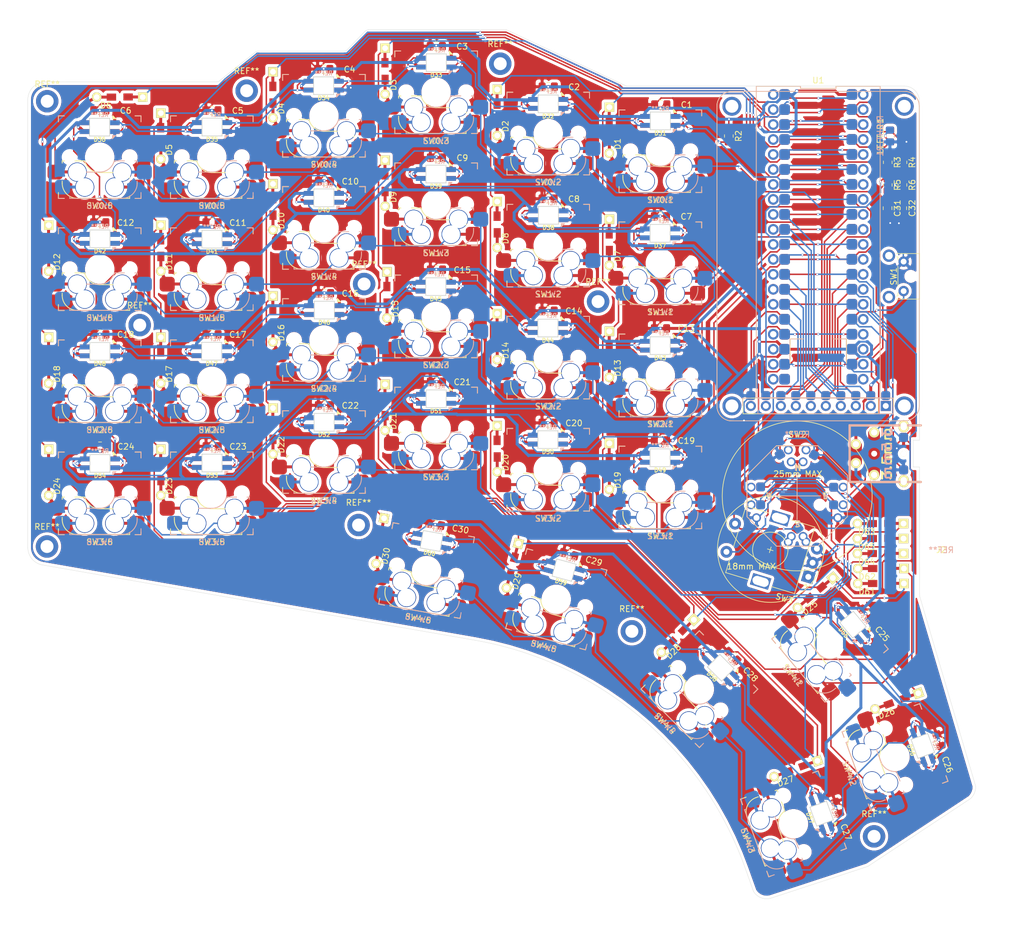
<source format=kicad_pcb>
(kicad_pcb (version 20171130) (host pcbnew "(5.1.8)-1")
  (layers (0 F.Cu signal) (31 B.Cu signal) (34 B.Paste user hide) (35 F.Paste user hide) (36 B.SilkS user) (37 F.SilkS user) (38 B.Mask user) (39 F.Mask user) (44 Edge.Cuts user))
  (net 0 "")
  (net 1 GND)
  (net 2 ROW0)
  (net 3 ROW1)
  (net 4 ROW2)
  (net 5 ROW3)
  (net 6 SPI_CLK)
  (net 7 ROW4)
  (net 8 COL5)
  (net 9 COL4)
  (net 10 COL3)
  (net 11 COL2)
  (net 12 COL1)
  (net 13 COL0)
  (net 14 +5V)
  (net 15 LED_DATA)
  (net 16 D-C_SEL)
  (net 17 SPI_DATA+)
  (net 18 SPI_DATA-)
  (net 19 I2C_SCLK)
  (net 20 I2C_DATA)
  (net 21 RST_MCU)
  (net 22 "Net-(D1-Pad1)")
  (net 23 "Net-(D6-Pad1)")
  (net 24 "Net-(D11-Pad1)")
  (net 25 "Net-(D16-Pad1)")
  (net 26 "Net-(D21-Pad1)")
  (net 27 "Net-(D26-Pad1)")
  (net 28 "Net-(D2-Pad1)")
  (net 29 "Net-(D7-Pad1)")
  (net 30 "Net-(D12-Pad1)")
  (net 31 "Net-(D17-Pad1)")
  (net 32 "Net-(D22-Pad1)")
  (net 33 "Net-(D27-Pad1)")
  (net 34 "Net-(D3-Pad1)")
  (net 35 "Net-(D8-Pad1)")
  (net 36 "Net-(D13-Pad1)")
  (net 37 "Net-(D18-Pad1)")
  (net 38 "Net-(D23-Pad1)")
  (net 39 "Net-(D28-Pad1)")
  (net 40 "Net-(D4-Pad1)")
  (net 41 "Net-(D9-Pad1)")
  (net 42 "Net-(D14-Pad1)")
  (net 43 "Net-(D19-Pad1)")
  (net 44 "Net-(D24-Pad1)")
  (net 45 "Net-(D29-Pad1)")
  (net 46 "Net-(D5-Pad1)")
  (net 47 "Net-(D10-Pad1)")
  (net 48 "Net-(D15-Pad1)")
  (net 49 "Net-(D20-Pad1)")
  (net 50 "Net-(D25-Pad1)")
  (net 51 "Net-(D30-Pad1)")
  (net 52 "Net-(D65-Pad1)")
  (net 53 "Net-(D31-Pad2)")
  (net 54 "Net-(D32-Pad2)")
  (net 55 "Net-(D33-Pad2)")
  (net 56 "Net-(D34-Pad2)")
  (net 57 "Net-(D35-Pad2)")
  (net 58 "Net-(D36-Pad2)")
  (net 59 "Net-(D37-Pad4)")
  (net 60 "Net-(D37-Pad2)")
  (net 61 "Net-(D38-Pad4)")
  (net 62 "Net-(D39-Pad4)")
  (net 63 "Net-(D40-Pad4)")
  (net 64 "Net-(D41-Pad4)")
  (net 65 "Net-(D43-Pad2)")
  (net 66 "Net-(D44-Pad2)")
  (net 67 "Net-(D45-Pad2)")
  (net 68 "Net-(D46-Pad2)")
  (net 69 "Net-(D47-Pad2)")
  (net 70 "Net-(D48-Pad2)")
  (net 71 "Net-(D49-Pad4)")
  (net 72 "Net-(D49-Pad2)")
  (net 73 "Net-(D50-Pad4)")
  (net 74 "Net-(D51-Pad4)")
  (net 75 "Net-(D52-Pad4)")
  (net 76 "Net-(D53-Pad4)")
  (net 77 "Net-(D55-Pad2)")
  (net 78 "Net-(D56-Pad2)")
  (net 79 "Net-(D57-Pad2)")
  (net 80 "Net-(D58-Pad2)")
  (net 81 "Net-(D59-Pad2)")
  (net 82 "Net-(D60-Pad2)")
  (net 83 "Net-(D61-Pad1)")
  (net 84 "Net-(D62-Pad1)")
  (net 85 "Net-(D63-Pad1)")
  (net 86 "Net-(D64-Pad1)")
  (net 87 ROW5)
  (net 88 ENCODER_A)
  (net 89 ENCODER_B)
  (net 90 "Net-(U1-Pad36)")
  (net 91 "Net-(U1-Pad35)")
  (net 92 "Net-(U1-Pad21)")
  (net 93 "Net-(U1-Pad20)")
  (net 94 "Net-(U1-Pad24)")
  (net 95 "Net-(U1-Pad8)")
  (net 96 "Net-(U1-Pad23)")
  (net 97 "Net-(U1-Pad9)")
  (net 98 +3V3)
  (net 99 HAND_SELECT)
  (net 100 LCD_PWM)
  (net 101 SPI_DISP_CS)
  (net 102 SPI_SD_CS)
  (net 103 ENC_A)
  (net 104 ENC_B)
  (net 105 SPI_FLASH_CS)
  (module __custom:TRRS_Jack_reversible_with_pads (layer F.Cu) (at 173.11624 95.4786 270)
    (fp_text reference J1 hide)
    (fp_text value AudioJack4 hide)
    (fp_text user 3.5mm (at 0.00008 -2.18508 90) (layer B.SilkS) (effects (font (size 1.524 1.778) (thickness 0.3048)) (justify mirror)))
    (fp_text user 3.5mm (at 0.00008 -2.18508 90) (layer F.SilkS) (effects (font (size 1.524 1.778) (thickness 0.3048))))
    (pad 2 connect roundrect (at 0 0.02) (size 2 8) (layers F.Cu F.Mask) (net 20 I2C_DATA))
    (pad 3 connect roundrect (at 0.04 3.08 180) (size 2 4) (layers F.Cu F.Mask) (net 14 +5V))
    (pad 4 smd roundrect (at -2.75 -4.98 90) (size 1.524 1.524) (layers B.Cu B.Paste B.Mask) (net 19 I2C_SCLK))
    (pad 1 smd roundrect (at 2.75 -4.99 90) (size 1.524 1.524) (layers B.Cu B.Paste B.Mask) (net 1 GND))
    (pad 1 smd roundrect (at -2.75 -4.98 270) (size 1.524 1.524) (layers F.Cu F.Paste F.Mask) (net 1 GND))
    (pad 4 smd roundrect (at 2.75 -4.99 270) (size 1.524 1.524) (layers F.Cu F.Paste F.Mask) (net 19 I2C_SCLK))
    (pad HOLE np_thru_hole circle (at 0.00008 -0.00068 180) (size 0.9906 0.9906) (drill 0.9906) (layers *.Cu *.Mask F.SilkS))
    (pad HOLE np_thru_hole circle (at 0.00008 -5.00448 180) (size 0.9906 0.9906) (drill 0.9906) (layers *.Cu *.Mask F.SilkS))
    (pad 2 thru_hole circle (at 3.60688 -0.00068 180) (size 1.7526 1.7526) (drill 1.0922) (layers *.Cu *.Mask F.SilkS) (net 20 I2C_DATA))
    (pad 3 thru_hole circle (at -1.60012 3.09812 180) (size 1.7526 1.7526) (drill 1.0922) (layers *.Cu *.Mask F.SilkS) (net 14 +5V))
    (pad 4 thru_hole oval (at -4.64812 -5.00448 180) (size 1.7526 2.0574) (drill oval 1.0922 1.397) (layers *.Cu *.Mask F.SilkS) (net 19 I2C_SCLK))
    (pad 3 thru_hole circle (at 1.60028 3.09812 180) (size 1.7526 1.7526) (drill 1.0922) (layers *.Cu *.Mask F.SilkS) (net 14 +5V))
    (pad 2 thru_hole circle (at -3.60672 -0.00068 180) (size 1.7526 1.7526) (drill 1.0922) (layers *.Cu *.Mask F.SilkS) (net 20 I2C_DATA))
    (pad 1 thru_hole oval (at 4.64828 -5.00448 180) (size 1.7526 2.0574) (drill oval 1.0922 1.397) (layers *.Cu *.Mask F.SilkS) (net 1 GND))
  )
  (module __custom:RKJXT1F_reversible_EW_solder_jumpers (layer F.Cu) (at 160.06572 102.64648)
    (fp_text reference SW2 (at 0.025 -10.425) (layer F.SilkS))
    (fp_text value Rotary_Encoder_w_5-way_Switch)
    (fp_text user REF** (at 0.025 -10.425) (layer B.SilkS) (effects (justify mirror)))
    (fp_text user S (at 0.18 4.73 180) (layer B.SilkS) (effects (justify mirror)))
    (fp_text user E (at -4.8 0.07 180) (layer B.SilkS) (effects (justify mirror)))
    (fp_text user W (at 4.79 -0.03 180) (layer B.SilkS) (effects (justify mirror)))
    (fp_text user N (at 0.02 -4.8 180) (layer B.SilkS) (effects (justify mirror)))
    (fp_text user E (at 4.79 0.03 -180) (layer F.SilkS))
    (fp_text user N (at 0.18 -4.73 -180) (layer F.SilkS))
    (fp_text user W (at -4.75 -0.17 -180) (layer F.SilkS))
    (fp_text user S (at 0.02 4.8 -180) (layer F.SilkS))
    (pad Push smd roundrect (at 0.01 -5.81) (size 2.5 0.5) (layers F.Cu F.Paste F.Mask) (net 85 "Net-(D63-Pad1)"))
    (pad Push thru_hole oval (at 1 -5.78) (size 1.5 1.5) (drill 1) (layers *.Cu *.Mask) (net 85 "Net-(D63-Pad1)"))
    (pad S smd roundrect (at -2.91 -7.02 210) (size 1.5 1.5) (layers F.Cu F.Paste F.Mask) (net 84 "Net-(D62-Pad1)"))
    (pad C smd roundrect (at 2.87 -6.95 150) (size 1.5 1.5) (layers F.Cu F.Paste F.Mask) (net 1 GND))
    (pad N smd roundrect (at 2.83 6.88 305) (size 1.5 1.5) (layers F.Cu F.Paste F.Mask) (net 83 "Net-(D61-Pad1)"))
    (pad COM smd roundrect (at -0.12 5.5 55) (size 1.5 1.5) (layers F.Cu F.Paste F.Mask) (net 87 ROW5))
    (pad 7 thru_hole oval (at -1 6.86) (size 1.5 1.5) (drill 1) (layers *.Cu *.Mask))
    (pad W smd roundrect (at 6.18 1.51) (size 1.5 1.5) (layers B.Cu B.Paste B.Mask) (net 52 "Net-(D65-Pad1)"))
    (pad B smd roundrect (at 6.19 -1.48) (size 1.5 1.5) (layers B.Cu B.Paste B.Mask) (net 104 ENC_B))
    (pad A smd roundrect (at 6.18 1.51) (size 1.5 1.5) (layers F.Cu F.Paste F.Mask) (net 103 ENC_A))
    (pad E smd roundrect (at 6.19 -1.48) (size 1.5 1.5) (layers F.Cu F.Paste F.Mask) (net 86 "Net-(D64-Pad1)"))
    (pad 9 thru_hole oval (at 1.5 7.8) (size 1.5 1.5) (drill 1) (layers *.Cu *.Mask))
    (pad GND thru_hole oval (at -6.89 3.7) (size 1.5 1.5) (drill 1) (layers *.Cu *.Mask) (net 1 GND))
    (pad "" np_thru_hole oval (at 3.8 1.5) (size 1.1 1.1) (drill 1.1) (layers *.Cu *.Mask))
    (pad N smd roundrect (at -2.83 6.88 55) (size 1.5 1.5) (layers B.Cu B.Paste B.Mask) (net 83 "Net-(D61-Pad1)"))
    (pad B smd roundrect (at -6.19 -1.53) (size 1.5 1.5) (layers F.Cu F.Paste F.Mask) (net 104 ENC_B))
    (pad W smd roundrect (at -6.19 1.51) (size 1.5 1.5) (layers F.Cu F.Paste F.Mask) (net 52 "Net-(D65-Pad1)"))
    (pad COM smd roundrect (at 0.18 5.46 305) (size 1.5 1.5) (layers B.Cu B.Paste B.Mask) (net 87 ROW5))
    (pad C smd roundrect (at -2.91 -7.02 30) (size 1.5 1.5) (layers B.Cu B.Paste B.Mask) (net 1 GND))
    (pad S smd roundrect (at 2.87 -6.95 330) (size 1.5 1.5) (layers B.Cu B.Paste B.Mask) (net 84 "Net-(D62-Pad1)"))
    (pad E smd roundrect (at -6.19 -1.53) (size 1.5 1.5) (layers B.Cu B.Paste B.Mask) (net 86 "Net-(D64-Pad1)"))
    (pad A smd roundrect (at -6.19 1.51) (size 1.5 1.5) (layers B.Cu B.Paste B.Mask) (net 103 ENC_A))
    (pad Push thru_hole oval (at -1 -5.78) (size 1.5 1.5) (drill 1) (layers *.Cu *.Mask) (net 85 "Net-(D63-Pad1)"))
    (pad "" np_thru_hole oval (at -3.77 1.45) (size 1.1 1.1) (drill 1.1) (layers *.Cu *.Mask))
    (pad GND thru_hole oval (at 6.89 3.7) (size 1.5 1.5) (drill 1) (layers *.Cu *.Mask) (net 1 GND))
    (pad 1 thru_hole oval (at -1.5 -7.8) (size 1.5 1.5) (drill 1) (layers *.Cu *.Mask))
    (pad 11 thru_hole oval (at -7.8 -1.5) (size 1.5 1.5) (drill 1) (layers *.Cu *.Mask))
    (pad 10 thru_hole oval (at -7.8 1.5) (size 1.5 1.5) (drill 1) (layers *.Cu *.Mask))
    (pad 8 thru_hole oval (at -1.5 7.8) (size 1.5 1.5) (drill 1) (layers *.Cu *.Mask))
    (pad 7 thru_hole oval (at 1 6.86) (size 1.5 1.5) (drill 1) (layers *.Cu *.Mask))
    (pad 5 thru_hole oval (at 7.8 1.5) (size 1.5 1.5) (drill 1) (layers *.Cu *.Mask))
    (pad 4 thru_hole oval (at 7.8 -1.5) (size 1.5 1.5) (drill 1) (layers *.Cu *.Mask))
    (pad 2 thru_hole oval (at 1.5 -7.8) (size 1.5 1.5) (drill 1) (layers *.Cu *.Mask))
  )
  (module __custom:MountingHole_2.2mm_M2_DIN965_Pad (layer F.Cu) (at 66.79089 33.94869)
    (fp_text reference REF** (at 0 -3.35) (layer F.SilkS))
    (fp_text value MountingHole_2.2mm_M2_DIN965_Pad)
    (pad 1 thru_hole circle (at 0 0) (size 3.8 3.8) (drill 2.2) (layers *.Cu *.Mask))
  )
  (module __custom:MountingHole_2.2mm_M2_DIN965_Pad (layer F.Cu) (at 48.6664 73.6854)
    (fp_text reference REF** (at 0 -3.35) (layer F.SilkS))
    (fp_text value MountingHole_2.2mm_M2_DIN965_Pad)
    (pad 1 thru_hole circle (at 0 0) (size 3.8 3.8) (drill 2.2) (layers *.Cu *.Mask))
  )
  (module __custom:MountingHole_2.2mm_M2_DIN965_Pad (layer F.Cu) (at 32.95904 111.21644)
    (fp_text reference REF** (at 0 -3.35) (layer F.SilkS))
    (fp_text value MountingHole_2.2mm_M2_DIN965_Pad)
    (pad 1 thru_hole circle (at 0 0) (size 3.8 3.8) (drill 2.2) (layers *.Cu *.Mask))
  )
  (module __custom:MountingHole_2.2mm_M2_DIN965_Pad (layer F.Cu) (at 126.33452 69.69252)
    (fp_text reference REF** (at 0 -3.35) (layer F.SilkS))
    (fp_text value MountingHole_2.2mm_M2_DIN965_Pad)
    (pad 1 thru_hole circle (at 0 0) (size 3.8 3.8) (drill 2.2) (layers *.Cu *.Mask))
  )
  (module __custom:MountingHole_2.2mm_M2_DIN965_Pad (layer F.Cu) (at 86.6902 66.71564)
    (fp_text reference REF** (at 0 -3.35) (layer F.SilkS))
    (fp_text value MountingHole_2.2mm_M2_DIN965_Pad)
    (pad 1 thru_hole circle (at 0 0) (size 3.8 3.8) (drill 2.2) (layers *.Cu *.Mask))
  )
  (module __custom:MountingHole_2.2mm_M2_DIN965_Pad (layer F.Cu) (at 109.7534 29.36748)
    (fp_text reference REF** (at 0 -3.35) (layer F.SilkS))
    (fp_text value MountingHole_2.2mm_M2_DIN965_Pad)
    (pad 1 thru_hole circle (at 0 0) (size 3.8 3.8) (drill 2.2) (layers *.Cu *.Mask))
  )
  (module __custom:MountingHole_2.2mm_M2_DIN965_Pad (layer F.Cu) (at 132.05968 125.59792)
    (fp_text reference REF** (at 0 -3.8) (layer F.SilkS))
    (fp_text value MountingHole_2.2mm_M2_DIN965_Pad)
    (pad 1 thru_hole circle (at 0 0) (size 3.8 3.8) (drill 2.2) (layers *.Cu *.Mask))
  )
  (module __custom:MountingHole_2.2mm_M2_DIN965_Pad (layer F.Cu) (at 173.09592 160.36036)
    (fp_text reference REF** (at 0 -3.8) (layer F.SilkS))
    (fp_text value MountingHole_2.2mm_M2_DIN965_Pad)
    (pad 1 thru_hole circle (at 0 0) (size 3.8 3.8) (drill 2.2) (layers *.Cu *.Mask))
  )
  (module __custom:MountingHole_2.2mm_M2_DIN965_Pad (layer F.Cu) (at 85.7504 107.57916)
    (fp_text reference REF** (at 0 -3.8) (layer F.SilkS))
    (fp_text value MountingHole_2.2mm_M2_DIN965_Pad)
    (pad 1 thru_hole circle (at 0 0) (size 3.8 3.8) (drill 2.2) (layers *.Cu *.Mask))
  )
  (module __custom:MountingHole_2.2mm_M2_DIN965_Pad (layer F.Cu) (at 32.9946 35.73272)
    (fp_text reference REF** (at 0 -2.9) (layer F.SilkS))
    (fp_text value MountingHole_2.2mm_M2_DIN965_Pad)
    (pad 1 thru_hole circle (at 0 0) (size 3.8 3.8) (drill 2.2) (layers *.Cu *.Mask))
  )
  (module Capacitor_SMD:C_0805_2012Metric_Pad1.18x1.45mm_HandSolder (layer F.Cu) (at 177.87668 53.86324 270)
    (fp_text reference C32 (at 0 -1.68 90) (layer F.SilkS))
    (fp_text value 104)
    (pad 2 smd roundrect (at 1.0375 0 270) (size 1.175 1.45) (layers F.Cu F.Paste F.Mask) (roundrect_rratio 0.212766) (net 1 GND))
    (pad 1 smd roundrect (at -1.0375 0 270) (size 1.175 1.45) (layers F.Cu F.Paste F.Mask) (roundrect_rratio 0.212766) (net 89 ENCODER_B))
  )
  (module Capacitor_SMD:C_0805_2012Metric_Pad1.18x1.45mm_HandSolder (layer F.Cu) (at 175.3824 53.86324 270)
    (fp_text reference C31 (at 0 -1.68 90) (layer F.SilkS))
    (fp_text value 104)
    (pad 2 smd roundrect (at 1.0375 0 270) (size 1.175 1.45) (layers F.Cu F.Paste F.Mask) (roundrect_rratio 0.212766) (net 1 GND))
    (pad 1 smd roundrect (at -1.0375 0 270) (size 1.175 1.45) (layers F.Cu F.Paste F.Mask) (roundrect_rratio 0.212766) (net 88 ENCODER_A))
  )
  (module Resistor_SMD:R_0805_2012Metric_Pad1.20x1.40mm_HandSolder (layer F.Cu) (at 177.90668 49.92116 270)
    (fp_text reference R6 (at 0 -1.65 90) (layer F.SilkS))
    (fp_text value 10k)
    (pad 2 smd roundrect (at 1 0 270) (size 1.2 1.4) (layers F.Cu F.Paste F.Mask) (roundrect_rratio 0.208333) (net 89 ENCODER_B))
    (pad 1 smd roundrect (at -1 0 270) (size 1.2 1.4) (layers F.Cu F.Paste F.Mask) (roundrect_rratio 0.208333) (net 104 ENC_B))
  )
  (module Resistor_SMD:R_0805_2012Metric_Pad1.20x1.40mm_HandSolder (layer F.Cu) (at 175.4124 49.92116 270)
    (fp_text reference R5 (at 0 -1.65 90) (layer F.SilkS))
    (fp_text value 10k)
    (pad 2 smd roundrect (at 1 0 270) (size 1.2 1.4) (layers F.Cu F.Paste F.Mask) (roundrect_rratio 0.208333) (net 88 ENCODER_A))
    (pad 1 smd roundrect (at -1 0 270) (size 1.2 1.4) (layers F.Cu F.Paste F.Mask) (roundrect_rratio 0.208333) (net 103 ENC_A))
  )
  (module Resistor_SMD:R_0805_2012Metric_Pad1.20x1.40mm_HandSolder (layer F.Cu) (at 177.90668 46.08576 270)
    (fp_text reference R4 (at 0 -1.65 90) (layer F.SilkS))
    (fp_text value 10k)
    (pad 2 smd roundrect (at 1 0 270) (size 1.2 1.4) (layers F.Cu F.Paste F.Mask) (roundrect_rratio 0.208333) (net 104 ENC_B))
    (pad 1 smd roundrect (at -1 0 270) (size 1.2 1.4) (layers F.Cu F.Paste F.Mask) (roundrect_rratio 0.208333) (net 98 +3V3))
  )
  (module Resistor_SMD:R_0805_2012Metric_Pad1.20x1.40mm_HandSolder (layer F.Cu) (at 175.4124 46.08576 270)
    (fp_text reference R3 (at 0 -1.65 90) (layer F.SilkS))
    (fp_text value 10k)
    (pad 2 smd roundrect (at 1 0 270) (size 1.2 1.4) (layers F.Cu F.Paste F.Mask) (roundrect_rratio 0.208333) (net 103 ENC_A))
    (pad 1 smd roundrect (at -1 0 270) (size 1.2 1.4) (layers F.Cu F.Paste F.Mask) (roundrect_rratio 0.208333) (net 98 +3V3))
  )
  (module Resistor_SMD:R_0805_2012Metric_Pad1.20x1.40mm_HandSolder (layer F.Cu) (at 148.4884 41.62532 270)
    (fp_text reference R2 (at 0 -1.65 90) (layer F.SilkS))
    (fp_text value 5.1k)
    (pad 2 smd roundrect (at 1 0 270) (size 1.2 1.4) (layers F.Cu F.Paste F.Mask) (roundrect_rratio 0.208333) (net 15 LED_DATA))
    (pad 1 smd roundrect (at -1 0 270) (size 1.2 1.4) (layers F.Cu F.Paste F.Mask) (roundrect_rratio 0.208333) (net 14 +5V))
  )
  (module __graphics:logo-70_25.1x15.4_mask (layer B.Cu) (at 75.18908 114.7318 155)
    (fp_text reference G*** hide)
    (fp_text value LOGO hide)
  )
  (module __graphics:logo-70_25.1x15.4_mask (layer F.Cu) (at 72.98436 115.316 25)
    (fp_text reference G*** hide)
    (fp_text value LOGO hide)
  )
  (module Resistor_SMD:R_0805_2012Metric_Pad1.20x1.40mm_HandSolder (layer B.Cu) (at 175.78324 41.6212 270)
    (fp_text reference RIGHT_R1 (at 0 1.65 90) (layer B.SilkS) (effects (justify mirror)))
    (fp_text value 10k)
    (pad 2 smd roundrect (at 1 0 270) (size 1.2 1.4) (layers B.Cu B.Paste B.Mask) (roundrect_rratio 0.208333) (net 1 GND))
    (pad 1 smd roundrect (at -1 0 270) (size 1.2 1.4) (layers B.Cu B.Paste B.Mask) (roundrect_rratio 0.208333) (net 99 HAND_SELECT))
  )
  (module Resistor_SMD:R_0805_2012Metric_Pad1.20x1.40mm_HandSolder (layer F.Cu) (at 175.80864 41.62532 90)
    (fp_text reference LEFT_R1 (at 0 -1.65 90) (layer F.SilkS))
    (fp_text value 10k)
    (pad 2 smd roundrect (at 1 0 90) (size 1.2 1.4) (layers F.Cu F.Paste F.Mask) (roundrect_rratio 0.208333) (net 98 +3V3))
    (pad 1 smd roundrect (at -1 0 90) (size 1.2 1.4) (layers F.Cu F.Paste F.Mask) (roundrect_rratio 0.208333) (net 99 HAND_SELECT))
  )
  (module __custom:1.8in_TFT_reversible-169x128_color-breakout (layer F.Cu) (at 163.61156 61.98616)
    (fp_text reference J2 (at 20.8661 49.7967) (layer F.SilkS))
    (fp_text value Conn_01x10)
    (fp_text user REF** (at 20.8461 49.8267) (layer B.SilkS) (effects (justify mirror)))
    (pad 8 smd roundrect (at 6.378124 23.6466) (size 1.5 1.5) (layers F.Cu F.Paste F.Mask) (net 21 RST_MCU))
    (pad 10 smd roundrect (at 11.4581 23.6466) (size 1.5 1.5) (layers F.Cu F.Paste F.Mask) (net 1 GND))
    (pad 9 smd roundrect (at 8.918112 23.6466) (size 1.5 1.5) (layers F.Cu F.Paste F.Mask) (net 14 +5V))
    (pad 5 smd roundrect (at -1.24184 23.6466) (size 1.5 1.5) (layers F.Cu F.Paste F.Mask) (net 101 SPI_DISP_CS))
    (pad 7 smd roundrect (at 3.838136 23.6466) (size 1.5 1.5) (layers F.Cu F.Paste F.Mask) (net 16 D-C_SEL))
    (pad 2 smd roundrect (at -8.861804 23.6466) (size 1.5 1.5) (layers F.Cu F.Paste F.Mask) (net 18 SPI_DATA-))
    (pad 6 smd roundrect (at 1.298148 23.6466) (size 1.5 1.5) (layers F.Cu F.Paste F.Mask) (net 102 SPI_SD_CS))
    (pad 4 smd roundrect (at -3.781828 23.6466) (size 1.5 1.5) (layers F.Cu F.Paste F.Mask) (net 17 SPI_DATA+))
    (pad 3 smd roundrect (at -6.321816 23.6466) (size 1.5 1.5) (layers F.Cu F.Paste F.Mask) (net 6 SPI_CLK))
    (pad 1 smd roundrect (at -11.4018 23.6466) (size 1.5 1.5) (layers F.Cu F.Paste F.Mask) (net 100 LCD_PWM))
    (pad 7 smd roundrect (at -3.781936 23.6466) (size 1.5 1.5) (layers B.Cu B.Paste B.Mask) (net 16 D-C_SEL))
    (pad 6 smd roundrect (at -1.241948 23.6466) (size 1.5 1.5) (layers B.Cu B.Paste B.Mask) (net 102 SPI_SD_CS))
    (pad 5 smd roundrect (at 1.29804 23.6466) (size 1.5 1.5) (layers B.Cu B.Paste B.Mask) (net 101 SPI_DISP_CS))
    (pad 4 smd roundrect (at 3.838028 23.6466) (size 1.5 1.5) (layers B.Cu B.Paste B.Mask) (net 17 SPI_DATA+))
    (pad 3 smd roundrect (at 6.378016 23.6466) (size 1.5 1.5) (layers B.Cu B.Paste B.Mask) (net 6 SPI_CLK))
    (pad 2 smd roundrect (at 8.918004 23.6466) (size 1.5 1.5) (layers B.Cu B.Paste B.Mask) (net 18 SPI_DATA-))
    (pad 1 smd roundrect (at 11.458 23.6466) (size 1.5 1.5) (layers B.Cu B.Paste B.Mask) (net 100 LCD_PWM))
    (pad 8 smd roundrect (at -6.321924 23.6466) (size 1.5 1.5) (layers B.Cu B.Paste B.Mask) (net 21 RST_MCU))
    (pad 9 smd roundrect (at -8.861912 23.6466) (size 1.5 1.5) (layers B.Cu B.Paste B.Mask) (net 14 +5V))
    (pad 10 smd roundrect (at -11.4019 23.6466) (size 1.5 1.5) (layers B.Cu B.Paste B.Mask) (net 1 GND))
    (pad "" np_thru_hole circle (at -14.605 25.4) (size 3.2 3.2) (drill 2.2) (layers *.Cu *.Mask Eco2.User))
    (pad "" np_thru_hole circle (at 14.605 25.4) (size 3.2 3.2) (drill 2.2) (layers *.Cu *.Mask))
    (pad "" np_thru_hole circle (at 14.605 -25.4) (size 3.2 3.2) (drill 2.2) (layers *.Cu *.Mask))
    (pad "" np_thru_hole circle (at -14.605 -25.4) (size 3.2 3.2) (drill 2.2) (layers *.Cu *.Mask Eco2.User))
    (pad P10 thru_hole oval (at -11.3919 25.4 270) (size 1.7 1.7) (drill 1) (layers *.Cu *.Mask))
    (pad P9 thru_hole oval (at -8.8519 25.4 270) (size 1.7 1.7) (drill 1) (layers *.Cu *.Mask))
    (pad P8 thru_hole oval (at -6.3119 25.4 270) (size 1.7 1.7) (drill 1) (layers *.Cu *.Mask))
    (pad P7 thru_hole oval (at -3.7719 25.4 270) (size 1.7 1.7) (drill 1) (layers *.Cu *.Mask))
    (pad P6 thru_hole oval (at -1.2319 25.4 270) (size 1.7 1.7) (drill 1) (layers *.Cu *.Mask))
    (pad P5 thru_hole oval (at 1.3081 25.4 270) (size 1.7 1.7) (drill 1) (layers *.Cu *.Mask))
    (pad P4 thru_hole oval (at 3.8481 25.4 270) (size 1.7 1.7) (drill 1) (layers *.Cu *.Mask))
    (pad P3 thru_hole oval (at 6.3881 25.4 270) (size 1.7 1.7) (drill 1) (layers *.Cu *.Mask))
    (pad P2 thru_hole oval (at 8.9281 25.4 270) (size 1.7 1.7) (drill 1) (layers *.Cu *.Mask))
    (pad P1 thru_hole rect (at 11.4681 25.4 270) (size 1.7 1.7) (drill 1) (layers *.Cu *.Mask))
  )
  (module __custom:Blackpill_STM32F411CE (layer F.Cu) (at 163.63696 58.7248 270)
    (fp_text reference U1 (at -26.53 0) (layer F.SilkS))
    (fp_text value STM32F411CE_BlackPill_Breakout)
    (pad 36 smd roundrect (at -13.97 5.7 270) (size 1.8 1.8) (layers B.Cu B.Paste B.Mask) (net 90 "Net-(U1-Pad36)"))
    (pad 35 smd roundrect (at -11.43 5.7 270) (size 1.8 1.8) (layers B.Cu B.Paste B.Mask) (net 91 "Net-(U1-Pad35)"))
    (pad 33 smd roundrect (at -6.35 5.7 270) (size 1.8 1.8) (layers B.Cu B.Paste B.Mask) (net 17 SPI_DATA+))
    (pad 34 smd roundrect (at -8.89 5.7 270) (size 1.8 1.8) (layers B.Cu B.Paste B.Mask) (net 15 LED_DATA))
    (pad 32 smd roundrect (at -3.81 5.7 270) (size 1.8 1.8) (layers B.Cu B.Paste B.Mask) (net 18 SPI_DATA-))
    (pad 31 smd roundrect (at -1.27 5.7 270) (size 1.8 1.8) (layers B.Cu B.Paste B.Mask) (net 6 SPI_CLK))
    (pad 30 smd roundrect (at 1.27 5.7 270) (size 1.8 1.8) (layers B.Cu B.Paste B.Mask) (net 105 SPI_FLASH_CS))
    (pad 28 smd roundrect (at 6.35 5.7 270) (size 1.8 1.8) (layers B.Cu B.Paste B.Mask) (net 101 SPI_DISP_CS))
    (pad 29 smd roundrect (at 3.81 5.7 270) (size 1.8 1.8) (layers B.Cu B.Paste B.Mask) (net 88 ENCODER_A))
    (pad 40 smd roundrect (at -24.13 5.7 270) (size 1.8 1.8) (layers B.Cu B.Paste B.Mask) (net 14 +5V))
    (pad 39 smd roundrect (at -21.59 5.7 270) (size 1.8 1.8) (layers B.Cu B.Paste B.Mask) (net 1 GND))
    (pad 38 smd roundrect (at -19.05 5.7 270) (size 1.8 1.8) (layers B.Cu B.Paste B.Mask) (net 98 +3V3))
    (pad 37 smd roundrect (at -16.51 5.7 270) (size 1.8 1.8) (layers B.Cu B.Paste B.Mask) (net 99 HAND_SELECT))
    (pad 4 smd roundrect (at -16.52 -5.7 270) (size 1.8 1.8) (layers B.Cu B.Paste B.Mask) (net 11 COL2))
    (pad 25 smd roundrect (at 13.97 5.7 270) (size 1.8 1.8) (layers B.Cu B.Paste B.Mask) (net 21 RST_MCU))
    (pad 16 smd roundrect (at 13.96 -5.7 270) (size 1.8 1.8) (layers B.Cu B.Paste B.Mask) (net 100 LCD_PWM))
    (pad 24 smd roundrect (at 16.51 5.7 270) (size 1.8 1.8) (layers B.Cu B.Paste B.Mask) (net 94 "Net-(U1-Pad24)"))
    (pad 12 smd roundrect (at 3.8 -5.7 270) (size 1.8 1.8) (layers B.Cu B.Paste B.Mask) (net 5 ROW3))
    (pad 8 smd roundrect (at -6.36 -5.7 270) (size 1.8 1.8) (layers B.Cu B.Paste B.Mask) (net 95 "Net-(U1-Pad8)"))
    (pad 1 smd roundrect (at -24.14 -5.7 270) (size 1.8 1.8) (layers B.Cu B.Paste B.Mask) (net 8 COL5))
    (pad 27 smd roundrect (at 8.89 5.7 270) (size 1.8 1.8) (layers B.Cu B.Paste B.Mask) (net 102 SPI_SD_CS))
    (pad 23 smd roundrect (at 19.05 5.7 270) (size 1.8 1.8) (layers B.Cu B.Paste B.Mask) (net 96 "Net-(U1-Pad23)"))
    (pad 18 smd roundrect (at 19.04 -5.7 270) (size 1.8 1.8) (layers B.Cu B.Paste B.Mask) (net 14 +5V))
    (pad 2 smd roundrect (at -21.6 -5.7 270) (size 1.8 1.8) (layers B.Cu B.Paste B.Mask) (net 9 COL4))
    (pad 7 smd roundrect (at -8.9 -5.7 270) (size 1.8 1.8) (layers B.Cu B.Paste B.Mask) (net 2 ROW0))
    (pad 5 smd roundrect (at -13.98 -5.7 270) (size 1.8 1.8) (layers B.Cu B.Paste B.Mask) (net 12 COL1))
    (pad 9 smd roundrect (at -3.82 -5.7 270) (size 1.8 1.8) (layers B.Cu B.Paste B.Mask) (net 97 "Net-(U1-Pad9)"))
    (pad 19 smd roundrect (at 21.58 -5.7 270) (size 1.8 1.8) (layers B.Cu B.Paste B.Mask) (net 1 GND))
    (pad 26 smd roundrect (at 11.43 5.7 270) (size 1.8 1.8) (layers B.Cu B.Paste B.Mask) (net 16 D-C_SEL))
    (pad 22 smd roundrect (at 21.59 5.7 270) (size 1.8 1.8) (layers B.Cu B.Paste B.Mask) (net 89 ENCODER_B))
    (pad 20 smd roundrect (at 24.12 -5.7 270) (size 1.8 1.8) (layers B.Cu B.Paste B.Mask) (net 93 "Net-(U1-Pad20)"))
    (pad 15 smd roundrect (at 11.42 -5.7 270) (size 1.8 1.8) (layers B.Cu B.Paste B.Mask) (net 20 I2C_DATA))
    (pad 3 smd roundrect (at -19.06 -5.7 270) (size 1.8 1.8) (layers B.Cu B.Paste B.Mask) (net 10 COL3))
    (pad 11 smd roundrect (at 1.26 -5.7 270) (size 1.8 1.8) (layers B.Cu B.Paste B.Mask) (net 4 ROW2))
    (pad 21 smd roundrect (at 24.13 5.7 270) (size 1.8 1.8) (layers B.Cu B.Paste B.Mask) (net 92 "Net-(U1-Pad21)"))
    (pad 6 smd roundrect (at -11.44 -5.7 270) (size 1.8 1.8) (layers B.Cu B.Paste B.Mask) (net 13 COL0))
    (pad 14 smd roundrect (at 8.88 -5.7 270) (size 1.8 1.8) (layers B.Cu B.Paste B.Mask) (net 19 I2C_SCLK))
    (pad 17 smd roundrect (at 16.5 -5.7 270) (size 1.8 1.8) (layers B.Cu B.Paste B.Mask) (net 87 ROW5))
    (pad 13 smd roundrect (at 6.34 -5.7 270) (size 1.8 1.8) (layers B.Cu B.Paste B.Mask) (net 7 ROW4))
    (pad 10 smd roundrect (at -1.28 -5.7 270) (size 1.8 1.8) (layers B.Cu B.Paste B.Mask) (net 3 ROW1))
    (pad 10 smd roundrect (at -1.27 5.7 270) (size 1.8 1.8) (layers F.Cu F.Paste F.Mask) (net 3 ROW1))
    (pad 13 smd roundrect (at 6.35 5.7 270) (size 1.8 1.8) (layers F.Cu F.Paste F.Mask) (net 7 ROW4))
    (pad 17 smd roundrect (at 16.51 5.7 270) (size 1.8 1.8) (layers F.Cu F.Paste F.Mask) (net 87 ROW5))
    (pad 1 smd roundrect (at -24.13 5.7 270) (size 1.8 1.8) (layers F.Cu F.Paste F.Mask) (net 8 COL5))
    (pad 4 smd roundrect (at -16.51 5.7 270) (size 1.8 1.8) (layers F.Cu F.Paste F.Mask) (net 11 COL2))
    (pad 11 smd roundrect (at 1.27 5.7 270) (size 1.8 1.8) (layers F.Cu F.Paste F.Mask) (net 4 ROW2))
    (pad 15 smd roundrect (at 11.43 5.7 270) (size 1.8 1.8) (layers F.Cu F.Paste F.Mask) (net 20 I2C_DATA))
    (pad 14 smd roundrect (at 8.89 5.7 270) (size 1.8 1.8) (layers F.Cu F.Paste F.Mask) (net 19 I2C_SCLK))
    (pad 20 smd roundrect (at 24.13 5.7 270) (size 1.8 1.8) (layers F.Cu F.Paste F.Mask) (net 93 "Net-(U1-Pad20)"))
    (pad 8 smd roundrect (at -6.35 5.7 270) (size 1.8 1.8) (layers F.Cu F.Paste F.Mask) (net 95 "Net-(U1-Pad8)"))
    (pad 19 smd roundrect (at 21.59 5.7 270) (size 1.8 1.8) (layers F.Cu F.Paste F.Mask) (net 1 GND))
    (pad 3 smd roundrect (at -19.05 5.7 270) (size 1.8 1.8) (layers F.Cu F.Paste F.Mask) (net 10 COL3))
    (pad 5 smd roundrect (at -13.97 5.7 270) (size 1.8 1.8) (layers F.Cu F.Paste F.Mask) (net 12 COL1))
    (pad 7 smd roundrect (at -8.89 5.7 270) (size 1.8 1.8) (layers F.Cu F.Paste F.Mask) (net 2 ROW0))
    (pad 12 smd roundrect (at 3.81 5.7 270) (size 1.8 1.8) (layers F.Cu F.Paste F.Mask) (net 5 ROW3))
    (pad 16 smd roundrect (at 13.97 5.7 270) (size 1.8 1.8) (layers F.Cu F.Paste F.Mask) (net 100 LCD_PWM))
    (pad 6 smd roundrect (at -11.43 5.7 270) (size 1.8 1.8) (layers F.Cu F.Paste F.Mask) (net 13 COL0))
    (pad 9 smd roundrect (at -3.81 5.7 270) (size 1.8 1.8) (layers F.Cu F.Paste F.Mask) (net 97 "Net-(U1-Pad9)"))
    (pad 2 smd roundrect (at -21.59 5.7 270) (size 1.8 1.8) (layers F.Cu F.Paste F.Mask) (net 9 COL4))
    (pad 18 smd roundrect (at 19.05 5.7 270) (size 1.8 1.8) (layers F.Cu F.Paste F.Mask) (net 14 +5V))
    (pad 21 smd roundrect (at 24.12 -5.7 270) (size 1.8 1.8) (layers F.Cu F.Paste F.Mask) (net 92 "Net-(U1-Pad21)"))
    (pad 22 smd roundrect (at 21.58 -5.7 270) (size 1.8 1.8) (layers F.Cu F.Paste F.Mask) (net 89 ENCODER_B))
    (pad 23 smd roundrect (at 19.04 -5.7 270) (size 1.8 1.8) (layers F.Cu F.Paste F.Mask) (net 96 "Net-(U1-Pad23)"))
    (pad 24 smd roundrect (at 16.5 -5.7 270) (size 1.8 1.8) (layers F.Cu F.Paste F.Mask) (net 94 "Net-(U1-Pad24)"))
    (pad 25 smd roundrect (at 13.96 -5.7 270) (size 1.8 1.8) (layers F.Cu F.Paste F.Mask) (net 21 RST_MCU))
    (pad 26 smd roundrect (at 11.42 -5.7 270) (size 1.8 1.8) (layers F.Cu F.Paste F.Mask) (net 16 D-C_SEL))
    (pad 27 smd roundrect (at 8.88 -5.7 270) (size 1.8 1.8) (layers F.Cu F.Paste F.Mask) (net 102 SPI_SD_CS))
    (pad 29 smd roundrect (at 3.8 -5.7 270) (size 1.8 1.8) (layers F.Cu F.Paste F.Mask) (net 88 ENCODER_A))
    (pad 28 smd roundrect (at 6.34 -5.7 270) (size 1.8 1.8) (layers F.Cu F.Paste F.Mask) (net 101 SPI_DISP_CS))
    (pad 30 smd roundrect (at 1.26 -5.7 270) (size 1.8 1.8) (layers F.Cu F.Paste F.Mask) (net 105 SPI_FLASH_CS))
    (pad 31 smd roundrect (at -1.28 -5.7 270) (size 1.8 1.8) (layers F.Cu F.Paste F.Mask) (net 6 SPI_CLK))
    (pad 32 smd roundrect (at -3.82 -5.7 270) (size 1.8 1.8) (layers F.Cu F.Paste F.Mask) (net 18 SPI_DATA-))
    (pad 33 smd roundrect (at -6.36 -5.7 270) (size 1.8 1.8) (layers F.Cu F.Paste F.Mask) (net 17 SPI_DATA+))
    (pad 34 smd roundrect (at -8.9 -5.7 270) (size 1.8 1.8) (layers F.Cu F.Paste F.Mask) (net 15 LED_DATA))
    (pad 35 smd roundrect (at -11.44 -5.7 270) (size 1.8 1.8) (layers F.Cu F.Paste F.Mask) (net 91 "Net-(U1-Pad35)"))
    (pad 36 smd roundrect (at -13.98 -5.7 270) (size 1.8 1.8) (layers F.Cu F.Paste F.Mask) (net 90 "Net-(U1-Pad36)"))
    (pad 37 smd roundrect (at -16.52 -5.7 270) (size 1.8 1.8) (layers F.Cu F.Paste F.Mask) (net 99 HAND_SELECT))
    (pad 38 smd roundrect (at -19.06 -5.7 270) (size 1.8 1.8) (layers F.Cu F.Paste F.Mask) (net 98 +3V3))
    (pad 39 smd roundrect (at -21.6 -5.7 270) (size 1.8 1.8) (layers F.Cu F.Paste F.Mask) (net 1 GND))
    (pad 40 smd roundrect (at -24.14 -5.7 270) (size 1.8 1.8) (layers F.Cu F.Paste F.Mask) (net 14 +5V))
    (pad P20 thru_hole circle (at 24.13 7.62 270) (size 1.8 1.8) (drill 1.1) (layers *.Cu *.Mask))
    (pad P21 thru_hole circle (at 24.13 -7.62 270) (size 1.8 1.8) (drill 1.1) (layers *.Cu *.Mask))
    (pad P19 thru_hole circle (at 21.59 7.62 270) (size 1.8 1.8) (drill 1.1) (layers *.Cu *.Mask))
    (pad P22 thru_hole circle (at 21.59 -7.62 270) (size 1.8 1.8) (drill 1.1) (layers *.Cu *.Mask))
    (pad P18 thru_hole circle (at 19.05 7.62 270) (size 1.8 1.8) (drill 1.1) (layers *.Cu *.Mask))
    (pad P23 thru_hole circle (at 19.05 -7.62 270) (size 1.8 1.8) (drill 1.1) (layers *.Cu *.Mask))
    (pad P17 thru_hole circle (at 16.51 7.62 270) (size 1.8 1.8) (drill 1.1) (layers *.Cu *.Mask))
    (pad P24 thru_hole circle (at 16.51 -7.62 270) (size 1.8 1.8) (drill 1.1) (layers *.Cu *.Mask))
    (pad P16 thru_hole circle (at 13.97 7.62 270) (size 1.8 1.8) (drill 1.1) (layers *.Cu *.Mask))
    (pad P25 thru_hole circle (at 13.97 -7.62 270) (size 1.8 1.8) (drill 1.1) (layers *.Cu *.Mask))
    (pad P15 thru_hole circle (at 11.43 7.62 270) (size 1.8 1.8) (drill 1.1) (layers *.Cu *.Mask))
    (pad P26 thru_hole circle (at 11.43 -7.62 270) (size 1.8 1.8) (drill 1.1) (layers *.Cu *.Mask))
    (pad P14 thru_hole circle (at 8.89 7.62 270) (size 1.8 1.8) (drill 1.1) (layers *.Cu *.Mask))
    (pad P27 thru_hole circle (at 8.89 -7.62 270) (size 1.8 1.8) (drill 1.1) (layers *.Cu *.Mask))
    (pad P13 thru_hole circle (at 6.35 7.62 270) (size 1.8 1.8) (drill 1.1) (layers *.Cu *.Mask))
    (pad P28 thru_hole circle (at 6.35 -7.62 270) (size 1.8 1.8) (drill 1.1) (layers *.Cu *.Mask))
    (pad P12 thru_hole circle (at 3.81 7.62 270) (size 1.8 1.8) (drill 1.1) (layers *.Cu *.Mask))
    (pad P29 thru_hole circle (at 3.81 -7.62 270) (size 1.8 1.8) (drill 1.1) (layers *.Cu *.Mask))
    (pad P11 thru_hole circle (at 1.27 7.62 270) (size 1.8 1.8) (drill 1.1) (layers *.Cu *.Mask))
    (pad P30 thru_hole circle (at 1.27 -7.62 270) (size 1.8 1.8) (drill 1.1) (layers *.Cu *.Mask))
    (pad P10 thru_hole circle (at -1.27 7.62 270) (size 1.8 1.8) (drill 1.1) (layers *.Cu *.Mask))
    (pad P31 thru_hole circle (at -1.27 -7.62 270) (size 1.8 1.8) (drill 1.1) (layers *.Cu *.Mask))
    (pad P9 thru_hole circle (at -3.81 7.62 270) (size 1.8 1.8) (drill 1.1) (layers *.Cu *.Mask))
    (pad P32 thru_hole circle (at -3.81 -7.62 270) (size 1.8 1.8) (drill 1.1) (layers *.Cu *.Mask))
    (pad P8 thru_hole circle (at -6.35 7.62 270) (size 1.8 1.8) (drill 1.1) (layers *.Cu *.Mask))
    (pad P33 thru_hole circle (at -6.35 -7.62 270) (size 1.8 1.8) (drill 1.1) (layers *.Cu *.Mask))
    (pad P7 thru_hole circle (at -8.89 7.62 270) (size 1.8 1.8) (drill 1.1) (layers *.Cu *.Mask))
    (pad P34 thru_hole circle (at -8.89 -7.62 270) (size 1.8 1.8) (drill 1.1) (layers *.Cu *.Mask))
    (pad P6 thru_hole circle (at -11.43 7.62 270) (size 1.8 1.8) (drill 1.1) (layers *.Cu *.Mask))
    (pad P35 thru_hole circle (at -11.43 -7.62 270) (size 1.8 1.8) (drill 1.1) (layers *.Cu *.Mask))
    (pad P5 thru_hole circle (at -13.97 7.62 270) (size 1.8 1.8) (drill 1.1) (layers *.Cu *.Mask))
    (pad P36 thru_hole circle (at -13.97 -7.62 270) (size 1.8 1.8) (drill 1.1) (layers *.Cu *.Mask))
    (pad P4 thru_hole circle (at -16.51 7.62 270) (size 1.8 1.8) (drill 1.1) (layers *.Cu *.Mask))
    (pad P37 thru_hole circle (at -16.51 -7.62 270) (size 1.8 1.8) (drill 1.1) (layers *.Cu *.Mask))
    (pad P3 thru_hole circle (at -19.05 7.62 270) (size 1.8 1.8) (drill 1.1) (layers *.Cu *.Mask))
    (pad P38 thru_hole circle (at -19.05 -7.62 270) (size 1.8 1.8) (drill 1.1) (layers *.Cu *.Mask))
    (pad P2 thru_hole circle (at -21.59 7.62 270) (size 1.8 1.8) (drill 1.1) (layers *.Cu *.Mask))
    (pad P39 thru_hole circle (at -21.59 -7.62 270) (size 1.8 1.8) (drill 1.1) (layers *.Cu *.Mask))
    (pad P1 thru_hole circle (at -24.13 7.62 270) (size 1.8 1.8) (drill 1.1) (layers *.Cu *.Mask))
    (pad P40 thru_hole circle (at -24.13 -7.62 270) (size 1.8 1.8) (drill 1.1) (layers *.Cu *.Mask))
  )
  (module __custom:C_0805_2012Metric_Pad1.18x1.45mm_HandSolder (layer F.Cu) (at 98.91776 26.40076 180)
    (fp_text reference C3 (at -4.38 -0.05) (layer F.SilkS))
    (fp_text value 104)
    (pad 2 smd roundrect (at 1.0375 0 180) (size 1.175 1.45) (layers F.Cu F.Paste F.Mask) (roundrect_rratio 0.2127659574468085) (net 1 GND))
    (pad 1 smd roundrect (at -1.0375 0 180) (size 1.175 1.45) (layers F.Cu F.Paste F.Mask) (roundrect_rratio 0.2127659574468085) (net 14 +5V))
  )
  (module __custom:C_0805_2012Metric_Pad1.18x1.45mm_HandSolder (layer F.Cu) (at 136.90718 55.2458 180)
    (fp_text reference C7 (at -4.38 -0.05) (layer F.SilkS))
    (fp_text value 104)
    (pad 2 smd roundrect (at 1.0375 0 180) (size 1.175 1.45) (layers F.Cu F.Paste F.Mask) (roundrect_rratio 0.2127659574468085) (net 1 GND))
    (pad 1 smd roundrect (at -1.0375 0 180) (size 1.175 1.45) (layers F.Cu F.Paste F.Mask) (roundrect_rratio 0.2127659574468085) (net 14 +5V))
  )
  (module __custom:C_0805_2012Metric_Pad1.18x1.45mm_HandSolder (layer F.Cu) (at 98.71456 107.48772 170)
    (fp_text reference C30 (at -4.38 -0.05 170) (layer F.SilkS))
    (fp_text value 104)
    (pad 2 smd roundrect (at 1.0375 0 170) (size 1.175 1.45) (layers F.Cu F.Paste F.Mask) (roundrect_rratio 0.2127659574468085) (net 1 GND))
    (pad 1 smd roundrect (at -1.0375 0 170) (size 1.175 1.45) (layers F.Cu F.Paste F.Mask) (roundrect_rratio 0.2127659574468085) (net 14 +5V))
  )
  (module __custom:C_0805_2012Metric_Pad1.18x1.45mm_HandSolder (layer F.Cu) (at 121.39676 112.51692 165)
    (fp_text reference C29 (at -4.38 -0.05 165) (layer F.SilkS))
    (fp_text value 104)
    (pad 2 smd roundrect (at 1.0375 0 165) (size 1.175 1.45) (layers F.Cu F.Paste F.Mask) (roundrect_rratio 0.2127659574468085) (net 1 GND))
    (pad 1 smd roundrect (at -1.0375 0 165) (size 1.175 1.45) (layers F.Cu F.Paste F.Mask) (roundrect_rratio 0.2127659574468085) (net 14 +5V))
  )
  (module __custom:C_0805_2012Metric_Pad1.18x1.45mm_HandSolder (layer F.Cu) (at 149.095023 129.755463 135)
    (fp_text reference C28 (at -4.38 -0.05 135) (layer F.SilkS))
    (fp_text value 104)
    (pad 2 smd roundrect (at 1.0375 0 135) (size 1.175 1.45) (layers F.Cu F.Paste F.Mask) (roundrect_rratio 0.2127659574468085) (net 1 GND))
    (pad 1 smd roundrect (at -1.0375 0 135) (size 1.175 1.45) (layers F.Cu F.Paste F.Mask) (roundrect_rratio 0.2127659574468085) (net 14 +5V))
  )
  (module __custom:C_0805_2012Metric_Pad1.18x1.45mm_HandSolder (layer F.Cu) (at 166.888914 155.494149 110)
    (fp_text reference C27 (at -4.38 -0.05 110) (layer F.SilkS))
    (fp_text value 104)
    (pad 2 smd roundrect (at 1.0375 0 110) (size 1.175 1.45) (layers F.Cu F.Paste F.Mask) (roundrect_rratio 0.2127659574468085) (net 1 GND))
    (pad 1 smd roundrect (at -1.0375 0 110) (size 1.175 1.45) (layers F.Cu F.Paste F.Mask) (roundrect_rratio 0.2127659574468085) (net 14 +5V))
  )
  (module __custom:C_0805_2012Metric_Pad1.18x1.45mm_HandSolder (layer F.Cu) (at 184.059314 144.053989 110)
    (fp_text reference C26 (at -4.38 -0.05 110) (layer F.SilkS))
    (fp_text value 104)
    (pad 2 smd roundrect (at 1.0375 0 110) (size 1.175 1.45) (layers F.Cu F.Paste F.Mask) (roundrect_rratio 0.2127659574468085) (net 1 GND))
    (pad 1 smd roundrect (at -1.0375 0 110) (size 1.175 1.45) (layers F.Cu F.Paste F.Mask) (roundrect_rratio 0.2127659574468085) (net 14 +5V))
  )
  (module __custom:C_0805_2012Metric_Pad1.18x1.45mm_HandSolder (layer F.Cu) (at 171.682268 122.633989 130)
    (fp_text reference C25 (at -4.38 -0.05 130) (layer F.SilkS))
    (fp_text value 104)
    (pad 2 smd roundrect (at 1.0375 0 130) (size 1.175 1.45) (layers F.Cu F.Paste F.Mask) (roundrect_rratio 0.2127659574468085) (net 1 GND))
    (pad 1 smd roundrect (at -1.0375 0 130) (size 1.175 1.45) (layers F.Cu F.Paste F.Mask) (roundrect_rratio 0.2127659574468085) (net 14 +5V))
  )
  (module __custom:C_0805_2012Metric_Pad1.18x1.45mm_HandSolder (layer F.Cu) (at 41.94274 94.2364 180)
    (fp_text reference C24 (at -4.38 -0.05) (layer F.SilkS))
    (fp_text value 104)
    (pad 2 smd roundrect (at 1.0375 0 180) (size 1.175 1.45) (layers F.Cu F.Paste F.Mask) (roundrect_rratio 0.2127659574468085) (net 1 GND))
    (pad 1 smd roundrect (at -1.0375 0 180) (size 1.175 1.45) (layers F.Cu F.Paste F.Mask) (roundrect_rratio 0.2127659574468085) (net 14 +5V))
  )
  (module __custom:C_0805_2012Metric_Pad1.18x1.45mm_HandSolder (layer F.Cu) (at 60.94274 94.2364 180)
    (fp_text reference C23 (at -4.38 -0.05) (layer F.SilkS))
    (fp_text value 104)
    (pad 2 smd roundrect (at 1.0375 0 180) (size 1.175 1.45) (layers F.Cu F.Paste F.Mask) (roundrect_rratio 0.2127659574468085) (net 1 GND))
    (pad 1 smd roundrect (at -1.0375 0 180) (size 1.175 1.45) (layers F.Cu F.Paste F.Mask) (roundrect_rratio 0.2127659574468085) (net 14 +5V))
  )
  (module __custom:C_0805_2012Metric_Pad1.18x1.45mm_HandSolder (layer F.Cu) (at 79.97322 87.2807 180)
    (fp_text reference C22 (at -4.38 -0.05) (layer F.SilkS))
    (fp_text value 104)
    (pad 2 smd roundrect (at 1.0375 0 180) (size 1.175 1.45) (layers F.Cu F.Paste F.Mask) (roundrect_rratio 0.2127659574468085) (net 1 GND))
    (pad 1 smd roundrect (at -1.0375 0 180) (size 1.175 1.45) (layers F.Cu F.Paste F.Mask) (roundrect_rratio 0.2127659574468085) (net 14 +5V))
  )
  (module __custom:C_0805_2012Metric_Pad1.18x1.45mm_HandSolder (layer F.Cu) (at 98.94782 83.2956 180)
    (fp_text reference C21 (at -4.38 -0.05) (layer F.SilkS))
    (fp_text value 104)
    (pad 2 smd roundrect (at 1.0375 0 180) (size 1.175 1.45) (layers F.Cu F.Paste F.Mask) (roundrect_rratio 0.2127659574468085) (net 1 GND))
    (pad 1 smd roundrect (at -1.0375 0 180) (size 1.175 1.45) (layers F.Cu F.Paste F.Mask) (roundrect_rratio 0.2127659574468085) (net 14 +5V))
  )
  (module __custom:C_0805_2012Metric_Pad1.18x1.45mm_HandSolder (layer F.Cu) (at 117.86654 90.25876 180)
    (fp_text reference C20 (at -4.38 -0.05) (layer F.SilkS))
    (fp_text value 104)
    (pad 2 smd roundrect (at 1.0375 0 180) (size 1.175 1.45) (layers F.Cu F.Paste F.Mask) (roundrect_rratio 0.2127659574468085) (net 1 GND))
    (pad 1 smd roundrect (at -1.0375 0 180) (size 1.175 1.45) (layers F.Cu F.Paste F.Mask) (roundrect_rratio 0.2127659574468085) (net 14 +5V))
  )
  (module __custom:C_0805_2012Metric_Pad1.18x1.45mm_HandSolder (layer F.Cu) (at 136.90718 93.2458 180)
    (fp_text reference C19 (at -4.38 -0.05) (layer F.SilkS))
    (fp_text value 104)
    (pad 2 smd roundrect (at 1.0375 0 180) (size 1.175 1.45) (layers F.Cu F.Paste F.Mask) (roundrect_rratio 0.2127659574468085) (net 1 GND))
    (pad 1 smd roundrect (at -1.0375 0 180) (size 1.175 1.45) (layers F.Cu F.Paste F.Mask) (roundrect_rratio 0.2127659574468085) (net 14 +5V))
  )
  (module __custom:C_0805_2012Metric_Pad1.18x1.45mm_HandSolder (layer F.Cu) (at 41.90718 75.25672 180)
    (fp_text reference C18 (at -4.38 -0.05) (layer F.SilkS))
    (fp_text value 104)
    (pad 2 smd roundrect (at 1.0375 0 180) (size 1.175 1.45) (layers F.Cu F.Paste F.Mask) (roundrect_rratio 0.2127659574468085) (net 1 GND))
    (pad 1 smd roundrect (at -1.0375 0 180) (size 1.175 1.45) (layers F.Cu F.Paste F.Mask) (roundrect_rratio 0.2127659574468085) (net 14 +5V))
  )
  (module __custom:C_0805_2012Metric_Pad1.18x1.45mm_HandSolder (layer F.Cu) (at 60.90718 75.25672 180)
    (fp_text reference C17 (at -4.38 -0.05) (layer F.SilkS))
    (fp_text value 104)
    (pad 2 smd roundrect (at 1.0375 0 180) (size 1.175 1.45) (layers F.Cu F.Paste F.Mask) (roundrect_rratio 0.2127659574468085) (net 1 GND))
    (pad 1 smd roundrect (at -1.0375 0 180) (size 1.175 1.45) (layers F.Cu F.Paste F.Mask) (roundrect_rratio 0.2127659574468085) (net 14 +5V))
  )
  (module __custom:C_0805_2012Metric_Pad1.18x1.45mm_HandSolder (layer F.Cu) (at 79.97322 68.2807 180)
    (fp_text reference C16 (at -4.38 -0.05) (layer F.SilkS))
    (fp_text value 104)
    (pad 2 smd roundrect (at 1.0375 0 180) (size 1.175 1.45) (layers F.Cu F.Paste F.Mask) (roundrect_rratio 0.2127659574468085) (net 1 GND))
    (pad 1 smd roundrect (at -1.0375 0 180) (size 1.175 1.45) (layers F.Cu F.Paste F.Mask) (roundrect_rratio 0.2127659574468085) (net 14 +5V))
  )
  (module __custom:C_0805_2012Metric_Pad1.18x1.45mm_HandSolder (layer F.Cu) (at 98.94782 64.2956 180)
    (fp_text reference C15 (at -4.38 -0.05) (layer F.SilkS))
    (fp_text value 104)
    (pad 2 smd roundrect (at 1.0375 0 180) (size 1.175 1.45) (layers F.Cu F.Paste F.Mask) (roundrect_rratio 0.2127659574468085) (net 1 GND))
    (pad 1 smd roundrect (at -1.0375 0 180) (size 1.175 1.45) (layers F.Cu F.Paste F.Mask) (roundrect_rratio 0.2127659574468085) (net 14 +5V))
  )
  (module __custom:C_0805_2012Metric_Pad1.18x1.45mm_HandSolder (layer F.Cu) (at 117.86654 71.25876 180)
    (fp_text reference C14 (at -4.38 -0.05) (layer F.SilkS))
    (fp_text value 104)
    (pad 2 smd roundrect (at 1.0375 0 180) (size 1.175 1.45) (layers F.Cu F.Paste F.Mask) (roundrect_rratio 0.2127659574468085) (net 1 GND))
    (pad 1 smd roundrect (at -1.0375 0 180) (size 1.175 1.45) (layers F.Cu F.Paste F.Mask) (roundrect_rratio 0.2127659574468085) (net 14 +5V))
  )
  (module __custom:C_0805_2012Metric_Pad1.18x1.45mm_HandSolder (layer F.Cu) (at 136.90718 74.2458 180)
    (fp_text reference C13 (at -4.38 -0.05) (layer F.SilkS))
    (fp_text value 104)
    (pad 2 smd roundrect (at 1.0375 0 180) (size 1.175 1.45) (layers F.Cu F.Paste F.Mask) (roundrect_rratio 0.2127659574468085) (net 1 GND))
    (pad 1 smd roundrect (at -1.0375 0 180) (size 1.175 1.45) (layers F.Cu F.Paste F.Mask) (roundrect_rratio 0.2127659574468085) (net 14 +5V))
  )
  (module __custom:C_0805_2012Metric_Pad1.18x1.45mm_HandSolder (layer F.Cu) (at 41.89476 56.28132 180)
    (fp_text reference C12 (at -4.38 -0.05) (layer F.SilkS))
    (fp_text value 104)
    (pad 2 smd roundrect (at 1.0375 0 180) (size 1.175 1.45) (layers F.Cu F.Paste F.Mask) (roundrect_rratio 0.2127659574468085) (net 1 GND))
    (pad 1 smd roundrect (at -1.0375 0 180) (size 1.175 1.45) (layers F.Cu F.Paste F.Mask) (roundrect_rratio 0.2127659574468085) (net 14 +5V))
  )
  (module __custom:C_0805_2012Metric_Pad1.18x1.45mm_HandSolder (layer F.Cu) (at 60.91936 56.29148 180)
    (fp_text reference C11 (at -4.38 -0.05) (layer F.SilkS))
    (fp_text value 104)
    (pad 2 smd roundrect (at 1.0375 0 180) (size 1.175 1.45) (layers F.Cu F.Paste F.Mask) (roundrect_rratio 0.2127659574468085) (net 1 GND))
    (pad 1 smd roundrect (at -1.0375 0 180) (size 1.175 1.45) (layers F.Cu F.Paste F.Mask) (roundrect_rratio 0.2127659574468085) (net 14 +5V))
  )
  (module __custom:C_0805_2012Metric_Pad1.18x1.45mm_HandSolder (layer F.Cu) (at 79.97322 49.2807 180)
    (fp_text reference C10 (at -4.38 -0.05) (layer F.SilkS))
    (fp_text value 104)
    (pad 2 smd roundrect (at 1.0375 0 180) (size 1.175 1.45) (layers F.Cu F.Paste F.Mask) (roundrect_rratio 0.2127659574468085) (net 1 GND))
    (pad 1 smd roundrect (at -1.0375 0 180) (size 1.175 1.45) (layers F.Cu F.Paste F.Mask) (roundrect_rratio 0.2127659574468085) (net 14 +5V))
  )
  (module __custom:C_0805_2012Metric_Pad1.18x1.45mm_HandSolder (layer F.Cu) (at 98.94782 45.2956 180)
    (fp_text reference C9 (at -4.38 -0.05) (layer F.SilkS))
    (fp_text value 104)
    (pad 2 smd roundrect (at 1.0375 0 180) (size 1.175 1.45) (layers F.Cu F.Paste F.Mask) (roundrect_rratio 0.2127659574468085) (net 1 GND))
    (pad 1 smd roundrect (at -1.0375 0 180) (size 1.175 1.45) (layers F.Cu F.Paste F.Mask) (roundrect_rratio 0.2127659574468085) (net 14 +5V))
  )
  (module __custom:C_0805_2012Metric_Pad1.18x1.45mm_HandSolder (layer F.Cu) (at 117.86654 52.25876 180)
    (fp_text reference C8 (at -4.38 -0.05) (layer F.SilkS))
    (fp_text value 104)
    (pad 2 smd roundrect (at 1.0375 0 180) (size 1.175 1.45) (layers F.Cu F.Paste F.Mask) (roundrect_rratio 0.2127659574468085) (net 1 GND))
    (pad 1 smd roundrect (at -1.0375 0 180) (size 1.175 1.45) (layers F.Cu F.Paste F.Mask) (roundrect_rratio 0.2127659574468085) (net 14 +5V))
  )
  (module __custom:C_0805_2012Metric_Pad1.18x1.45mm_HandSolder (layer F.Cu) (at 41.91 37.27196 180)
    (fp_text reference C6 (at -4.38 -0.05) (layer F.SilkS))
    (fp_text value 104)
    (pad 2 smd roundrect (at 1.0375 0 180) (size 1.175 1.45) (layers F.Cu F.Paste F.Mask) (roundrect_rratio 0.2127659574468085) (net 1 GND))
    (pad 1 smd roundrect (at -1.0375 0 180) (size 1.175 1.45) (layers F.Cu F.Paste F.Mask) (roundrect_rratio 0.2127659574468085) (net 14 +5V))
  )
  (module __custom:C_0805_2012Metric_Pad1.18x1.45mm_HandSolder (layer F.Cu) (at 60.89904 37.29736 180)
    (fp_text reference C5 (at -4.38 -0.05) (layer F.SilkS))
    (fp_text value 104)
    (pad 2 smd roundrect (at 1.0375 0 180) (size 1.175 1.45) (layers F.Cu F.Paste F.Mask) (roundrect_rratio 0.2127659574468085) (net 1 GND))
    (pad 1 smd roundrect (at -1.0375 0 180) (size 1.175 1.45) (layers F.Cu F.Paste F.Mask) (roundrect_rratio 0.2127659574468085) (net 14 +5V))
  )
  (module __custom:C_0805_2012Metric_Pad1.18x1.45mm_HandSolder (layer F.Cu) (at 79.84744 30.28696 180)
    (fp_text reference C4 (at -4.38 -0.05) (layer F.SilkS))
    (fp_text value 104)
    (pad 2 smd roundrect (at 1.0375 0 180) (size 1.175 1.45) (layers F.Cu F.Paste F.Mask) (roundrect_rratio 0.2127659574468085) (net 1 GND))
    (pad 1 smd roundrect (at -1.0375 0 180) (size 1.175 1.45) (layers F.Cu F.Paste F.Mask) (roundrect_rratio 0.2127659574468085) (net 14 +5V))
  )
  (module __custom:C_0805_2012Metric_Pad1.18x1.45mm_HandSolder (layer F.Cu) (at 117.88766 33.274 180)
    (fp_text reference C2 (at -4.38 -0.05) (layer F.SilkS))
    (fp_text value 104)
    (pad 2 smd roundrect (at 1.0375 0 180) (size 1.175 1.45) (layers F.Cu F.Paste F.Mask) (roundrect_rratio 0.2127659574468085) (net 1 GND))
    (pad 1 smd roundrect (at -1.0375 0 180) (size 1.175 1.45) (layers F.Cu F.Paste F.Mask) (roundrect_rratio 0.2127659574468085) (net 14 +5V))
  )
  (module __custom:C_0805_2012Metric_Pad1.18x1.45mm_HandSolder (layer F.Cu) (at 136.95562 36.2966 180)
    (fp_text reference C1 (at -4.38 -0.05) (layer F.SilkS))
    (fp_text value 104)
    (pad 2 smd roundrect (at 1.0375 0 180) (size 1.175 1.45) (layers F.Cu F.Paste F.Mask) (roundrect_rratio 0.2127659574468085) (net 1 GND))
    (pad 1 smd roundrect (at -1.0375 0 180) (size 1.175 1.45) (layers F.Cu F.Paste F.Mask) (roundrect_rratio 0.2127659574468085) (net 14 +5V))
  )
  (module __custom:Kailh_socket_MX_optional_reversible (layer F.Cu) (at 60.886 102.203 180)
    (fp_text reference SW3:5 (at 0 -8.255) (layer F.SilkS))
    (fp_text value "MX Switch")
    (fp_text user %R (at 0 -8.255) (layer B.SilkS) (effects (justify mirror)))
    (pad 1 smd rect (at -3.1242 -3.8354 240) (size 5 0.5) (layers B.Cu) (net 5 ROW3))
    (pad 2 smd rect (at 3.175 -3.937 120) (size 5 0.5) (layers B.Cu) (net 38 "Net-(D23-Pad1)"))
    (pad 2 smd rect (at 5.842 -2.5146 180) (size 5 0.5) (layers F.Cu) (net 38 "Net-(D23-Pad1)"))
    (pad 2 smd rect (at 4.5212 -5.08 180) (size 5 0.5) (layers B.Cu) (net 38 "Net-(D23-Pad1)"))
    (pad 1 smd rect (at -4.3688 -5.08 180) (size 5 0.5) (layers F.Cu) (net 5 ROW3))
    (pad 1 smd rect (at -5.6134 -2.54 180) (size 5 0.5) (layers B.Cu) (net 5 ROW3))
    (pad 2 smd roundrect (at 7.56 -2.54 180) (size 2.55 2.5) (layers F.Cu F.Paste F.Mask) (net 38 "Net-(D23-Pad1)"))
    (pad "" np_thru_hole circle (at 5.08 0) (size 1.7018 1.7018) (drill 1.7018) (layers *.Cu *.Mask))
    (pad "" np_thru_hole circle (at -5.08 0) (size 1.7018 1.7018) (drill 1.7018) (layers *.Cu *.Mask))
    (pad 1 thru_hole circle (at -3.81 -2.54 180) (size 3.25 3.25) (drill 3) (layers *.Cu *.Mask) (net 5 ROW3))
    (pad "" np_thru_hole circle (at 0 0) (size 3.9878 3.9878) (drill 3.9878) (layers *.Cu *.Mask))
    (pad 2 thru_hole circle (at 2.54 -5.08 180) (size 3.25 3.25) (drill 3) (layers *.Cu *.Mask) (net 38 "Net-(D23-Pad1)"))
    (pad 1 smd roundrect (at -6.2992 -5.08 180) (size 2.55 2.5) (layers F.Cu F.Paste F.Mask) (net 5 ROW3))
    (pad 2 thru_hole circle (at 3.81 -2.54) (size 3.25 3.25) (drill 3) (layers *.Cu *.Mask) (net 38 "Net-(D23-Pad1)"))
    (pad 1 thru_hole circle (at -2.54 -5.08) (size 3.25 3.25) (drill 3) (layers *.Cu *.Mask) (net 5 ROW3))
    (pad 1 smd roundrect (at -7.56 -2.54) (size 2.55 2.5) (layers B.Cu B.Paste B.Mask) (net 5 ROW3))
    (pad 2 smd roundrect (at 6.2992 -5.08) (size 2.55 2.5) (layers B.Cu B.Paste B.Mask) (net 38 "Net-(D23-Pad1)"))
  )
  (module __custom:Add-on_diode_for_MX_socket (layer F.Cu) (at 45.29836 35.00628 90)
    (fp_text reference D6 (at -1.4224 -2.3622) (layer F.SilkS))
    (fp_text value 1N4148)
    (pad 2 smd rect (at 0 2.5 180) (size 2.9 0.5) (layers F.Cu) (net 8 COL5))
    (pad 2 smd rect (at 0 1.4 180) (size 1.6 1.2) (layers F.Cu F.Paste F.Mask) (net 8 COL5))
    (pad 1 smd rect (at -0.6604 -5.1054 30) (size 2.9 0.5) (layers F.Cu) (net 23 "Net-(D6-Pad1)"))
    (pad 1 smd rect (at -0.0254 -1.4254) (size 1.6 1.2) (layers F.Cu F.Paste F.Mask) (net 23 "Net-(D6-Pad1)"))
    (pad 1 thru_hole circle (at -0.0254 -3.9254) (size 1.6 1.6) (drill 1) (layers *.Cu *.Mask F.SilkS) (net 23 "Net-(D6-Pad1)"))
    (pad 2 thru_hole rect (at -0.0254 3.8746) (size 1.6 1.6) (drill 1) (layers *.Cu *.Mask F.SilkS) (net 8 COL5))
    (pad 1 smd rect (at -0.0254 -2.5254) (size 2.9 0.5) (layers F.Cu) (net 23 "Net-(D6-Pad1)"))
  )
  (module __custom:Diode (layer F.Cu) (at 174.28464 114.92484 90)
    (fp_text reference D62 (at -1.4224 -2.3622) (layer F.SilkS))
    (fp_text value DIODE)
    (pad 2 smd rect (at 0 2.5 180) (size 2.9 0.5) (layers F.Cu) (net 12 COL1))
    (pad 2 smd rect (at 0 1.4 180) (size 1.6 1.2) (layers F.Cu F.Paste F.Mask) (net 12 COL1))
    (pad 1 smd rect (at -0.0254 -1.4254) (size 1.6 1.2) (layers F.Cu F.Paste F.Mask) (net 84 "Net-(D62-Pad1)"))
    (pad 1 thru_hole circle (at -0.0254 -3.9254) (size 1.6 1.6) (drill 1) (layers *.Cu *.Mask F.SilkS) (net 84 "Net-(D62-Pad1)"))
    (pad 2 thru_hole rect (at -0.0254 3.8746) (size 1.6 1.6) (drill 1) (layers *.Cu *.Mask F.SilkS) (net 12 COL1))
    (pad 1 smd rect (at -0.0254 -2.5254) (size 2.9 0.5) (layers F.Cu) (net 84 "Net-(D62-Pad1)"))
  )
  (module __custom:Diode (layer F.Cu) (at 174.27956 117.46484 90)
    (fp_text reference D61 (at -1.4224 -2.3622) (layer F.SilkS))
    (fp_text value DIODE)
    (pad 2 smd rect (at 0 2.5 180) (size 2.9 0.5) (layers F.Cu) (net 13 COL0))
    (pad 2 smd rect (at 0 1.4 180) (size 1.6 1.2) (layers F.Cu F.Paste F.Mask) (net 13 COL0))
    (pad 1 smd rect (at -0.0254 -1.4254) (size 1.6 1.2) (layers F.Cu F.Paste F.Mask) (net 83 "Net-(D61-Pad1)"))
    (pad 1 thru_hole circle (at -0.0254 -3.9254) (size 1.6 1.6) (drill 1) (layers *.Cu *.Mask F.SilkS) (net 83 "Net-(D61-Pad1)"))
    (pad 2 thru_hole rect (at -0.0254 3.8746) (size 1.6 1.6) (drill 1) (layers *.Cu *.Mask F.SilkS) (net 13 COL0))
    (pad 1 smd rect (at -0.0254 -2.5254) (size 2.9 0.5) (layers F.Cu) (net 83 "Net-(D61-Pad1)"))
  )
  (module __custom:Diode (layer F.Cu) (at 174.21352 107.30484 90)
    (fp_text reference D63 (at -1.4224 -2.3622) (layer F.SilkS))
    (fp_text value DIODE)
    (pad 2 smd rect (at 0 2.5 180) (size 2.9 0.5) (layers F.Cu) (net 9 COL4))
    (pad 2 smd rect (at 0 1.4 180) (size 1.6 1.2) (layers F.Cu F.Paste F.Mask) (net 9 COL4))
    (pad 1 smd rect (at -0.0254 -1.4254) (size 1.6 1.2) (layers F.Cu F.Paste F.Mask) (net 85 "Net-(D63-Pad1)"))
    (pad 1 thru_hole circle (at -0.0254 -3.9254) (size 1.6 1.6) (drill 1) (layers *.Cu *.Mask F.SilkS) (net 85 "Net-(D63-Pad1)"))
    (pad 2 thru_hole rect (at -0.0254 3.8746) (size 1.6 1.6) (drill 1) (layers *.Cu *.Mask F.SilkS) (net 9 COL4))
    (pad 1 smd rect (at -0.0254 -2.5254) (size 2.9 0.5) (layers F.Cu) (net 85 "Net-(D63-Pad1)"))
  )
  (module __custom:Diode (layer F.Cu) (at 174.21352 112.38484 90)
    (fp_text reference D64 (at -1.4224 -2.3622) (layer F.SilkS))
    (fp_text value DIODE)
    (pad 2 smd rect (at 0 2.5 180) (size 2.9 0.5) (layers F.Cu) (net 11 COL2))
    (pad 2 smd rect (at 0 1.4 180) (size 1.6 1.2) (layers F.Cu F.Paste F.Mask) (net 11 COL2))
    (pad 1 smd rect (at -0.0254 -1.4254) (size 1.6 1.2) (layers F.Cu F.Paste F.Mask) (net 86 "Net-(D64-Pad1)"))
    (pad 1 thru_hole circle (at -0.0254 -3.9254) (size 1.6 1.6) (drill 1) (layers *.Cu *.Mask F.SilkS) (net 86 "Net-(D64-Pad1)"))
    (pad 2 thru_hole rect (at -0.0254 3.8746) (size 1.6 1.6) (drill 1) (layers *.Cu *.Mask F.SilkS) (net 11 COL2))
    (pad 1 smd rect (at -0.0254 -2.5254) (size 2.9 0.5) (layers F.Cu) (net 86 "Net-(D64-Pad1)"))
  )
  (module __custom:Diode (layer F.Cu) (at 174.21352 109.84484 90)
    (fp_text reference D65 (at -1.4224 -2.3622) (layer F.SilkS))
    (fp_text value DIODE)
    (pad 2 smd rect (at 0 2.5 180) (size 2.9 0.5) (layers F.Cu) (net 10 COL3))
    (pad 2 smd rect (at 0 1.4 180) (size 1.6 1.2) (layers F.Cu F.Paste F.Mask) (net 10 COL3))
    (pad 1 smd rect (at -0.0254 -1.4254) (size 1.6 1.2) (layers F.Cu F.Paste F.Mask) (net 52 "Net-(D65-Pad1)"))
    (pad 1 thru_hole circle (at -0.0254 -3.9254) (size 1.6 1.6) (drill 1) (layers *.Cu *.Mask F.SilkS) (net 52 "Net-(D65-Pad1)"))
    (pad 2 thru_hole rect (at -0.0254 3.8746) (size 1.6 1.6) (drill 1) (layers *.Cu *.Mask F.SilkS) (net 10 COL3))
    (pad 1 smd rect (at -0.0254 -2.5254) (size 2.9 0.5) (layers F.Cu) (net 52 "Net-(D65-Pad1)"))
  )
  (module Rotary_Encoder:RotaryEncoder_Alps_EC11E-Switch_Vertical_H20mm (layer F.Cu) (at 161.9504 116.36248 163)
    (fp_text reference SW3 (at 2.8 -4.7 163) (layer F.SilkS))
    (fp_text value Rotary_Encoder_Switch)
    (pad A thru_hole rect (at 0 0 163) (size 2 2) (drill 1) (layers *.Cu *.Mask) (net 103 ENC_A))
    (pad C thru_hole circle (at 0 2.5 163) (size 2 2) (drill 1) (layers *.Cu *.Mask) (net 1 GND))
    (pad B thru_hole circle (at 0 5 163) (size 2 2) (drill 1) (layers *.Cu *.Mask) (net 104 ENC_B))
    (pad MP thru_hole rect (at 7.5 -3.1 163) (size 3.2 2) (drill oval 2.8 1.5) (layers *.Cu *.Mask))
    (pad MP thru_hole rect (at 7.5 8.1 163) (size 3.2 2) (drill oval 2.8 1.5) (layers *.Cu *.Mask))
    (pad S2 thru_hole circle (at 14.5 0 163) (size 2 2) (drill 1) (layers *.Cu *.Mask) (net 85 "Net-(D63-Pad1)"))
    (pad S1 thru_hole circle (at 14.5 5 163) (size 2 2) (drill 1) (layers *.Cu *.Mask) (net 87 ROW5))
  )
  (module __custom:Kailh_socket_MX_optional_reversible (layer F.Cu) (at 165.632481 127.74015 130)
    (fp_text reference SW4:1 (at 0 -8.255 130) (layer F.SilkS))
    (fp_text value "MX Switch")
    (fp_text user %R (at 0 -8.255 130) (layer B.SilkS) (effects (justify mirror)))
    (pad 1 smd rect (at -3.1242 -3.8354 190) (size 5 0.5) (layers B.Cu) (net 7 ROW4))
    (pad 2 smd rect (at 3.175 -3.937 70) (size 5 0.5) (layers B.Cu) (net 50 "Net-(D25-Pad1)"))
    (pad 2 smd rect (at 5.842 -2.5146 130) (size 5 0.5) (layers F.Cu) (net 50 "Net-(D25-Pad1)"))
    (pad 2 smd rect (at 4.5212 -5.08 130) (size 5 0.5) (layers B.Cu) (net 50 "Net-(D25-Pad1)"))
    (pad 1 smd rect (at -4.3688 -5.08 130) (size 5 0.5) (layers F.Cu) (net 7 ROW4))
    (pad 1 smd rect (at -5.6134 -2.54 130) (size 5 0.5) (layers B.Cu) (net 7 ROW4))
    (pad 2 smd roundrect (at 7.56 -2.54 130) (size 2.55 2.5) (layers F.Cu F.Paste F.Mask) (net 50 "Net-(D25-Pad1)"))
    (pad "" np_thru_hole circle (at 5.08 0 310) (size 1.7018 1.7018) (drill 1.7018) (layers *.Cu *.Mask))
    (pad "" np_thru_hole circle (at -5.08 0 310) (size 1.7018 1.7018) (drill 1.7018) (layers *.Cu *.Mask))
    (pad 1 thru_hole circle (at -3.81 -2.54 130) (size 3.25 3.25) (drill 3) (layers *.Cu *.Mask) (net 7 ROW4))
    (pad "" np_thru_hole circle (at 0 0 310) (size 3.9878 3.9878) (drill 3.9878) (layers *.Cu *.Mask))
    (pad 2 thru_hole circle (at 2.54 -5.08 130) (size 3.25 3.25) (drill 3) (layers *.Cu *.Mask) (net 50 "Net-(D25-Pad1)"))
    (pad 1 smd roundrect (at -6.2992 -5.08 130) (size 2.55 2.5) (layers F.Cu F.Paste F.Mask) (net 7 ROW4))
    (pad 2 thru_hole circle (at 3.81 -2.54 310) (size 3.25 3.25) (drill 3) (layers *.Cu *.Mask) (net 50 "Net-(D25-Pad1)"))
    (pad 1 thru_hole circle (at -2.54 -5.08 310) (size 3.25 3.25) (drill 3) (layers *.Cu *.Mask) (net 7 ROW4))
    (pad 1 smd roundrect (at -7.56 -2.54 310) (size 2.55 2.5) (layers B.Cu B.Paste B.Mask) (net 7 ROW4))
    (pad 2 smd roundrect (at 6.2992 -5.08 310) (size 2.55 2.5) (layers B.Cu B.Paste B.Mask) (net 50 "Net-(D25-Pad1)"))
  )
  (module __custom:SK6812-MINI-E_reversible (layer F.Cu) (at 136.844 58.128)
    (fp_text reference D37 (at 0 2.1 unlocked) (layer F.SilkS) (effects (font (size 0.7 0.7))))
    (fp_text value SK6812MINI hide)
    (fp_line (start -1.7 -1.5) (end 1.7 -1.5) (layer Edge.Cuts) (width 0.12))
    (fp_line (start -1.7 1.5) (end -1.7 -1.5) (layer Edge.Cuts) (width 0.12))
    (fp_line (start 1.7 1.5) (end -1.7 1.5) (layer Edge.Cuts) (width 0.12))
    (fp_line (start 1.7 -1.5) (end 1.7 1.5) (layer Edge.Cuts) (width 0.12))
    (fp_text user REF** (at 0 -2.1 unlocked) (layer B.SilkS) (effects (font (size 0.7 0.7)) (justify mirror)))
    (pad 1 smd rect (at -2.55 -0.75) (size 1.7 0.82) (layers B.Cu B.Paste B.Mask) (net 14 +5V))
    (pad 3 smd roundrect (at 2.55 0.75) (size 1.7 0.82) (layers B.Cu B.Paste B.Mask) (net 1 GND))
    (pad 4 smd rect (at 2.55 -0.75) (size 1.7 0.82) (layers B.Cu B.Paste B.Mask) (net 59 "Net-(D37-Pad4)"))
    (pad 2 smd rect (at -2.55 0.75) (size 1.7 0.82) (layers B.Cu B.Paste B.Mask) (net 60 "Net-(D37-Pad2)"))
    (pad 3 smd roundrect (at 2.55 -0.75) (size 1.7 0.82) (layers F.Cu F.Paste F.Mask) (net 1 GND))
    (pad 4 smd rect (at 2.55 0.75) (size 1.7 0.82) (layers F.Cu F.Paste F.Mask) (net 59 "Net-(D37-Pad4)"))
    (pad 2 smd rect (at -2.55 -0.75) (size 1.7 0.82) (layers F.Cu F.Paste F.Mask) (net 60 "Net-(D37-Pad2)"))
    (pad 1 smd rect (at -2.55 0.75) (size 1.7 0.82) (layers F.Cu F.Paste F.Mask) (net 14 +5V))
  )
  (module __custom:Add-on_diode_for_MX_socket (layer F.Cu) (at 89.369309 110.239919 170)
    (fp_text reference D30 (at -1.4224 -2.3622 80) (layer F.SilkS))
    (fp_text value 1N4148)
    (pad 2 smd rect (at 0 2.5 260) (size 2.9 0.5) (layers F.Cu) (net 8 COL5))
    (pad 2 smd rect (at 0 1.4 260) (size 1.6 1.2) (layers F.Cu F.Paste F.Mask) (net 8 COL5))
    (pad 1 smd rect (at -0.6604 -5.1054 110) (size 2.9 0.5) (layers F.Cu) (net 51 "Net-(D30-Pad1)"))
    (pad 1 smd rect (at -0.0254 -1.4254 80) (size 1.6 1.2) (layers F.Cu F.Paste F.Mask) (net 51 "Net-(D30-Pad1)"))
    (pad 1 thru_hole circle (at -0.0254 -3.9254 80) (size 1.6 1.6) (drill 1) (layers *.Cu *.Mask F.SilkS) (net 51 "Net-(D30-Pad1)"))
    (pad 2 thru_hole rect (at -0.0254 3.8746 80) (size 1.6 1.6) (drill 1) (layers *.Cu *.Mask F.SilkS) (net 8 COL5))
    (pad 1 smd rect (at -0.0254 -2.5254 80) (size 2.9 0.5) (layers F.Cu) (net 51 "Net-(D30-Pad1)"))
  )
  (module __custom:Add-on_diode_for_MX_socket (layer F.Cu) (at 33.2232 98.6179 180)
    (fp_text reference D24 (at -1.4224 -2.3622 90) (layer F.SilkS))
    (fp_text value 1N4148)
    (pad 2 smd rect (at 0 2.5 270) (size 2.9 0.5) (layers F.Cu) (net 8 COL5))
    (pad 2 smd rect (at 0 1.4 270) (size 1.6 1.2) (layers F.Cu F.Paste F.Mask) (net 8 COL5))
    (pad 1 smd rect (at -0.6604 -5.1054 120) (size 2.9 0.5) (layers F.Cu) (net 44 "Net-(D24-Pad1)"))
    (pad 1 smd rect (at -0.0254 -1.4254 90) (size 1.6 1.2) (layers F.Cu F.Paste F.Mask) (net 44 "Net-(D24-Pad1)"))
    (pad 1 thru_hole circle (at -0.0254 -3.9254 90) (size 1.6 1.6) (drill 1) (layers *.Cu *.Mask F.SilkS) (net 44 "Net-(D24-Pad1)"))
    (pad 2 thru_hole rect (at -0.0254 3.8746 90) (size 1.6 1.6) (drill 1) (layers *.Cu *.Mask F.SilkS) (net 8 COL5))
    (pad 1 smd rect (at -0.0254 -2.5254 90) (size 2.9 0.5) (layers F.Cu) (net 44 "Net-(D24-Pad1)"))
  )
  (module __custom:Add-on_diode_for_MX_socket (layer F.Cu) (at 33.2232 79.6179 180)
    (fp_text reference D18 (at -1.4224 -2.3622 90) (layer F.SilkS))
    (fp_text value 1N4148)
    (pad 2 smd rect (at 0 2.5 270) (size 2.9 0.5) (layers F.Cu) (net 8 COL5))
    (pad 2 smd rect (at 0 1.4 270) (size 1.6 1.2) (layers F.Cu F.Paste F.Mask) (net 8 COL5))
    (pad 1 smd rect (at -0.6604 -5.1054 120) (size 2.9 0.5) (layers F.Cu) (net 37 "Net-(D18-Pad1)"))
    (pad 1 smd rect (at -0.0254 -1.4254 90) (size 1.6 1.2) (layers F.Cu F.Paste F.Mask) (net 37 "Net-(D18-Pad1)"))
    (pad 1 thru_hole circle (at -0.0254 -3.9254 90) (size 1.6 1.6) (drill 1) (layers *.Cu *.Mask F.SilkS) (net 37 "Net-(D18-Pad1)"))
    (pad 2 thru_hole rect (at -0.0254 3.8746 90) (size 1.6 1.6) (drill 1) (layers *.Cu *.Mask F.SilkS) (net 8 COL5))
    (pad 1 smd rect (at -0.0254 -2.5254 90) (size 2.9 0.5) (layers F.Cu) (net 37 "Net-(D18-Pad1)"))
  )
  (module __custom:Add-on_diode_for_MX_socket (layer F.Cu) (at 33.2232 60.6179 180)
    (fp_text reference D12 (at -1.4224 -2.3622 90) (layer F.SilkS))
    (fp_text value 1N4148)
    (pad 2 smd rect (at 0 2.5 270) (size 2.9 0.5) (layers F.Cu) (net 8 COL5))
    (pad 2 smd rect (at 0 1.4 270) (size 1.6 1.2) (layers F.Cu F.Paste F.Mask) (net 8 COL5))
    (pad 1 smd rect (at -0.6604 -5.1054 120) (size 2.9 0.5) (layers F.Cu) (net 30 "Net-(D12-Pad1)"))
    (pad 1 smd rect (at -0.0254 -1.4254 90) (size 1.6 1.2) (layers F.Cu F.Paste F.Mask) (net 30 "Net-(D12-Pad1)"))
    (pad 1 thru_hole circle (at -0.0254 -3.9254 90) (size 1.6 1.6) (drill 1) (layers *.Cu *.Mask F.SilkS) (net 30 "Net-(D12-Pad1)"))
    (pad 2 thru_hole rect (at -0.0254 3.8746 90) (size 1.6 1.6) (drill 1) (layers *.Cu *.Mask F.SilkS) (net 8 COL5))
    (pad 1 smd rect (at -0.0254 -2.5254 90) (size 2.9 0.5) (layers F.Cu) (net 30 "Net-(D12-Pad1)"))
  )
  (module __custom:Add-on_diode_for_MX_socket (layer F.Cu) (at 111.807778 114.445519 165)
    (fp_text reference D29 (at -1.4224 -2.3622 75) (layer F.SilkS))
    (fp_text value 1N4148)
    (pad 2 smd rect (at 0 2.5 255) (size 2.9 0.5) (layers F.Cu) (net 9 COL4))
    (pad 2 smd rect (at 0 1.4 255) (size 1.6 1.2) (layers F.Cu F.Paste F.Mask) (net 9 COL4))
    (pad 1 smd rect (at -0.6604 -5.1054 105) (size 2.9 0.5) (layers F.Cu) (net 45 "Net-(D29-Pad1)"))
    (pad 1 smd rect (at -0.0254 -1.4254 75) (size 1.6 1.2) (layers F.Cu F.Paste F.Mask) (net 45 "Net-(D29-Pad1)"))
    (pad 1 thru_hole circle (at -0.0254 -3.9254 75) (size 1.6 1.6) (drill 1) (layers *.Cu *.Mask F.SilkS) (net 45 "Net-(D29-Pad1)"))
    (pad 2 thru_hole rect (at -0.0254 3.8746 75) (size 1.6 1.6) (drill 1) (layers *.Cu *.Mask F.SilkS) (net 9 COL4))
    (pad 1 smd rect (at -0.0254 -2.5254 75) (size 2.9 0.5) (layers F.Cu) (net 45 "Net-(D29-Pad1)"))
  )
  (module __custom:Add-on_diode_for_MX_socket (layer F.Cu) (at 52.2224 98.6179 180)
    (fp_text reference D23 (at -1.4224 -2.3622 90) (layer F.SilkS))
    (fp_text value 1N4148)
    (pad 2 smd rect (at 0 2.5 270) (size 2.9 0.5) (layers F.Cu) (net 9 COL4))
    (pad 2 smd rect (at 0 1.4 270) (size 1.6 1.2) (layers F.Cu F.Paste F.Mask) (net 9 COL4))
    (pad 1 smd rect (at -0.6604 -5.1054 120) (size 2.9 0.5) (layers F.Cu) (net 38 "Net-(D23-Pad1)"))
    (pad 1 smd rect (at -0.0254 -1.4254 90) (size 1.6 1.2) (layers F.Cu F.Paste F.Mask) (net 38 "Net-(D23-Pad1)"))
    (pad 1 thru_hole circle (at -0.0254 -3.9254 90) (size 1.6 1.6) (drill 1) (layers *.Cu *.Mask F.SilkS) (net 38 "Net-(D23-Pad1)"))
    (pad 2 thru_hole rect (at -0.0254 3.8746 90) (size 1.6 1.6) (drill 1) (layers *.Cu *.Mask F.SilkS) (net 9 COL4))
    (pad 1 smd rect (at -0.0254 -2.5254 90) (size 2.9 0.5) (layers F.Cu) (net 38 "Net-(D23-Pad1)"))
  )
  (module __custom:Add-on_diode_for_MX_socket (layer F.Cu) (at 52.2224 79.6179 180)
    (fp_text reference D17 (at -1.4224 -2.3622 90) (layer F.SilkS))
    (fp_text value 1N4148)
    (pad 2 smd rect (at 0 2.5 270) (size 2.9 0.5) (layers F.Cu) (net 9 COL4))
    (pad 2 smd rect (at 0 1.4 270) (size 1.6 1.2) (layers F.Cu F.Paste F.Mask) (net 9 COL4))
    (pad 1 smd rect (at -0.6604 -5.1054 120) (size 2.9 0.5) (layers F.Cu) (net 31 "Net-(D17-Pad1)"))
    (pad 1 smd rect (at -0.0254 -1.4254 90) (size 1.6 1.2) (layers F.Cu F.Paste F.Mask) (net 31 "Net-(D17-Pad1)"))
    (pad 1 thru_hole circle (at -0.0254 -3.9254 90) (size 1.6 1.6) (drill 1) (layers *.Cu *.Mask F.SilkS) (net 31 "Net-(D17-Pad1)"))
    (pad 2 thru_hole rect (at -0.0254 3.8746 90) (size 1.6 1.6) (drill 1) (layers *.Cu *.Mask F.SilkS) (net 9 COL4))
    (pad 1 smd rect (at -0.0254 -2.5254 90) (size 2.9 0.5) (layers F.Cu) (net 31 "Net-(D17-Pad1)"))
  )
  (module __custom:Add-on_diode_for_MX_socket (layer F.Cu) (at 52.2224 60.6179 180)
    (fp_text reference D11 (at -1.4224 -2.3622 90) (layer F.SilkS))
    (fp_text value 1N4148)
    (pad 2 smd rect (at 0 2.5 270) (size 2.9 0.5) (layers F.Cu) (net 9 COL4))
    (pad 2 smd rect (at 0 1.4 270) (size 1.6 1.2) (layers F.Cu F.Paste F.Mask) (net 9 COL4))
    (pad 1 smd rect (at -0.6604 -5.1054 120) (size 2.9 0.5) (layers F.Cu) (net 24 "Net-(D11-Pad1)"))
    (pad 1 smd rect (at -0.0254 -1.4254 90) (size 1.6 1.2) (layers F.Cu F.Paste F.Mask) (net 24 "Net-(D11-Pad1)"))
    (pad 1 thru_hole circle (at -0.0254 -3.9254 90) (size 1.6 1.6) (drill 1) (layers *.Cu *.Mask F.SilkS) (net 24 "Net-(D11-Pad1)"))
    (pad 2 thru_hole rect (at -0.0254 3.8746 90) (size 1.6 1.6) (drill 1) (layers *.Cu *.Mask F.SilkS) (net 9 COL4))
    (pad 1 smd rect (at -0.0254 -2.5254 90) (size 2.9 0.5) (layers F.Cu) (net 24 "Net-(D11-Pad1)"))
  )
  (module __custom:Add-on_diode_for_MX_socket (layer F.Cu) (at 52.2224 41.6179 180)
    (fp_text reference D5 (at -1.4224 -2.3622 90) (layer F.SilkS))
    (fp_text value 1N4148)
    (pad 2 smd rect (at 0 2.5 270) (size 2.9 0.5) (layers F.Cu) (net 9 COL4))
    (pad 2 smd rect (at 0 1.4 270) (size 1.6 1.2) (layers F.Cu F.Paste F.Mask) (net 9 COL4))
    (pad 1 smd rect (at -0.6604 -5.1054 120) (size 2.9 0.5) (layers F.Cu) (net 46 "Net-(D5-Pad1)"))
    (pad 1 smd rect (at -0.0254 -1.4254 90) (size 1.6 1.2) (layers F.Cu F.Paste F.Mask) (net 46 "Net-(D5-Pad1)"))
    (pad 1 thru_hole circle (at -0.0254 -3.9254 90) (size 1.6 1.6) (drill 1) (layers *.Cu *.Mask F.SilkS) (net 46 "Net-(D5-Pad1)"))
    (pad 2 thru_hole rect (at -0.0254 3.8746 90) (size 1.6 1.6) (drill 1) (layers *.Cu *.Mask F.SilkS) (net 9 COL4))
    (pad 1 smd rect (at -0.0254 -2.5254 90) (size 2.9 0.5) (layers F.Cu) (net 46 "Net-(D5-Pad1)"))
  )
  (module __custom:Add-on_diode_for_MX_socket (layer F.Cu) (at 139.801673 126.359847 135)
    (fp_text reference D28 (at -1.4224 -2.3622 45) (layer F.SilkS))
    (fp_text value 1N4148)
    (pad 2 smd rect (at 0 2.5 225) (size 2.9 0.5) (layers F.Cu) (net 10 COL3))
    (pad 2 smd rect (at 0 1.4 225) (size 1.6 1.2) (layers F.Cu F.Paste F.Mask) (net 10 COL3))
    (pad 1 smd rect (at -0.6604 -5.1054 75) (size 2.9 0.5) (layers F.Cu) (net 39 "Net-(D28-Pad1)"))
    (pad 1 smd rect (at -0.0254 -1.4254 45) (size 1.6 1.2) (layers F.Cu F.Paste F.Mask) (net 39 "Net-(D28-Pad1)"))
    (pad 1 thru_hole circle (at -0.0254 -3.9254 45) (size 1.6 1.6) (drill 1) (layers *.Cu *.Mask F.SilkS) (net 39 "Net-(D28-Pad1)"))
    (pad 2 thru_hole rect (at -0.0254 3.8746 45) (size 1.6 1.6) (drill 1) (layers *.Cu *.Mask F.SilkS) (net 10 COL3))
    (pad 1 smd rect (at -0.0254 -2.5254 45) (size 2.9 0.5) (layers F.Cu) (net 39 "Net-(D28-Pad1)"))
  )
  (module __custom:Add-on_diode_for_MX_socket (layer F.Cu) (at 71.2216 91.6202 180)
    (fp_text reference D22 (at -1.4224 -2.3622 90) (layer F.SilkS))
    (fp_text value 1N4148)
    (pad 2 smd rect (at 0 2.5 270) (size 2.9 0.5) (layers F.Cu) (net 10 COL3))
    (pad 2 smd rect (at 0 1.4 270) (size 1.6 1.2) (layers F.Cu F.Paste F.Mask) (net 10 COL3))
    (pad 1 smd rect (at -0.6604 -5.1054 120) (size 2.9 0.5) (layers F.Cu) (net 32 "Net-(D22-Pad1)"))
    (pad 1 smd rect (at -0.0254 -1.4254 90) (size 1.6 1.2) (layers F.Cu F.Paste F.Mask) (net 32 "Net-(D22-Pad1)"))
    (pad 1 thru_hole circle (at -0.0254 -3.9254 90) (size 1.6 1.6) (drill 1) (layers *.Cu *.Mask F.SilkS) (net 32 "Net-(D22-Pad1)"))
    (pad 2 thru_hole rect (at -0.0254 3.8746 90) (size 1.6 1.6) (drill 1) (layers *.Cu *.Mask F.SilkS) (net 10 COL3))
    (pad 1 smd rect (at -0.0254 -2.5254 90) (size 2.9 0.5) (layers F.Cu) (net 32 "Net-(D22-Pad1)"))
  )
  (module __custom:Add-on_diode_for_MX_socket (layer F.Cu) (at 71.2216 72.6202 180)
    (fp_text reference D16 (at -1.4224 -2.3622 90) (layer F.SilkS))
    (fp_text value 1N4148)
    (pad 2 smd rect (at 0 2.5 270) (size 2.9 0.5) (layers F.Cu) (net 10 COL3))
    (pad 2 smd rect (at 0 1.4 270) (size 1.6 1.2) (layers F.Cu F.Paste F.Mask) (net 10 COL3))
    (pad 1 smd rect (at -0.6604 -5.1054 120) (size 2.9 0.5) (layers F.Cu) (net 25 "Net-(D16-Pad1)"))
    (pad 1 smd rect (at -0.0254 -1.4254 90) (size 1.6 1.2) (layers F.Cu F.Paste F.Mask) (net 25 "Net-(D16-Pad1)"))
    (pad 1 thru_hole circle (at -0.0254 -3.9254 90) (size 1.6 1.6) (drill 1) (layers *.Cu *.Mask F.SilkS) (net 25 "Net-(D16-Pad1)"))
    (pad 2 thru_hole rect (at -0.0254 3.8746 90) (size 1.6 1.6) (drill 1) (layers *.Cu *.Mask F.SilkS) (net 10 COL3))
    (pad 1 smd rect (at -0.0254 -2.5254 90) (size 2.9 0.5) (layers F.Cu) (net 25 "Net-(D16-Pad1)"))
  )
  (module __custom:Add-on_diode_for_MX_socket (layer F.Cu) (at 71.2216 53.6202 180)
    (fp_text reference D10 (at -1.4224 -2.3622 90) (layer F.SilkS))
    (fp_text value 1N4148)
    (pad 2 smd rect (at 0 2.5 270) (size 2.9 0.5) (layers F.Cu) (net 10 COL3))
    (pad 2 smd rect (at 0 1.4 270) (size 1.6 1.2) (layers F.Cu F.Paste F.Mask) (net 10 COL3))
    (pad 1 smd rect (at -0.6604 -5.1054 120) (size 2.9 0.5) (layers F.Cu) (net 47 "Net-(D10-Pad1)"))
    (pad 1 smd rect (at -0.0254 -1.4254 90) (size 1.6 1.2) (layers F.Cu F.Paste F.Mask) (net 47 "Net-(D10-Pad1)"))
    (pad 1 thru_hole circle (at -0.0254 -3.9254 90) (size 1.6 1.6) (drill 1) (layers *.Cu *.Mask F.SilkS) (net 47 "Net-(D10-Pad1)"))
    (pad 2 thru_hole rect (at -0.0254 3.8746 90) (size 1.6 1.6) (drill 1) (layers *.Cu *.Mask F.SilkS) (net 10 COL3))
    (pad 1 smd rect (at -0.0254 -2.5254 90) (size 2.9 0.5) (layers F.Cu) (net 47 "Net-(D10-Pad1)"))
  )
  (module __custom:Add-on_diode_for_MX_socket (layer F.Cu) (at 71.2216 34.6202 180)
    (fp_text reference D4 (at -1.4224 -2.3622 90) (layer F.SilkS))
    (fp_text value 1N4148)
    (pad 2 smd rect (at 0 2.5 270) (size 2.9 0.5) (layers F.Cu) (net 10 COL3))
    (pad 2 smd rect (at 0 1.4 270) (size 1.6 1.2) (layers F.Cu F.Paste F.Mask) (net 10 COL3))
    (pad 1 smd rect (at -0.6604 -5.1054 120) (size 2.9 0.5) (layers F.Cu) (net 40 "Net-(D4-Pad1)"))
    (pad 1 smd rect (at -0.0254 -1.4254 90) (size 1.6 1.2) (layers F.Cu F.Paste F.Mask) (net 40 "Net-(D4-Pad1)"))
    (pad 1 thru_hole circle (at -0.0254 -3.9254 90) (size 1.6 1.6) (drill 1) (layers *.Cu *.Mask F.SilkS) (net 40 "Net-(D4-Pad1)"))
    (pad 2 thru_hole rect (at -0.0254 3.8746 90) (size 1.6 1.6) (drill 1) (layers *.Cu *.Mask F.SilkS) (net 10 COL3))
    (pad 1 smd rect (at -0.0254 -2.5254 90) (size 2.9 0.5) (layers F.Cu) (net 40 "Net-(D4-Pad1)"))
  )
  (module __custom:Add-on_diode_for_MX_socket (layer F.Cu) (at 159.845893 148.859425 110)
    (fp_text reference D27 (at -1.4224 -2.3622 20) (layer F.SilkS))
    (fp_text value 1N4148)
    (pad 2 smd rect (at 0 2.5 200) (size 2.9 0.5) (layers F.Cu) (net 11 COL2))
    (pad 2 smd rect (at 0 1.4 200) (size 1.6 1.2) (layers F.Cu F.Paste F.Mask) (net 11 COL2))
    (pad 1 smd rect (at -0.6604 -5.1054 50) (size 2.9 0.5) (layers F.Cu) (net 33 "Net-(D27-Pad1)"))
    (pad 1 smd rect (at -0.0254 -1.4254 20) (size 1.6 1.2) (layers F.Cu F.Paste F.Mask) (net 33 "Net-(D27-Pad1)"))
    (pad 1 thru_hole circle (at -0.0254 -3.9254 20) (size 1.6 1.6) (drill 1) (layers *.Cu *.Mask F.SilkS) (net 33 "Net-(D27-Pad1)"))
    (pad 2 thru_hole rect (at -0.0254 3.8746 20) (size 1.6 1.6) (drill 1) (layers *.Cu *.Mask F.SilkS) (net 11 COL2))
    (pad 1 smd rect (at -0.0254 -2.5254 20) (size 2.9 0.5) (layers F.Cu) (net 33 "Net-(D27-Pad1)"))
  )
  (module __custom:Add-on_diode_for_MX_socket (layer F.Cu) (at 90.2208 87.607 180)
    (fp_text reference D21 (at -1.4224 -2.3622 90) (layer F.SilkS))
    (fp_text value 1N4148)
    (pad 2 smd rect (at 0 2.5 270) (size 2.9 0.5) (layers F.Cu) (net 11 COL2))
    (pad 2 smd rect (at 0 1.4 270) (size 1.6 1.2) (layers F.Cu F.Paste F.Mask) (net 11 COL2))
    (pad 1 smd rect (at -0.6604 -5.1054 120) (size 2.9 0.5) (layers F.Cu) (net 26 "Net-(D21-Pad1)"))
    (pad 1 smd rect (at -0.0254 -1.4254 90) (size 1.6 1.2) (layers F.Cu F.Paste F.Mask) (net 26 "Net-(D21-Pad1)"))
    (pad 1 thru_hole circle (at -0.0254 -3.9254 90) (size 1.6 1.6) (drill 1) (layers *.Cu *.Mask F.SilkS) (net 26 "Net-(D21-Pad1)"))
    (pad 2 thru_hole rect (at -0.0254 3.8746 90) (size 1.6 1.6) (drill 1) (layers *.Cu *.Mask F.SilkS) (net 11 COL2))
    (pad 1 smd rect (at -0.0254 -2.5254 90) (size 2.9 0.5) (layers F.Cu) (net 26 "Net-(D21-Pad1)"))
  )
  (module __custom:Add-on_diode_for_MX_socket (layer F.Cu) (at 90.54592 68.54444 180)
    (fp_text reference D15 (at -1.4224 -2.3622 90) (layer F.SilkS))
    (fp_text value 1N4148)
    (pad 2 smd rect (at 0 2.5 270) (size 2.9 0.5) (layers F.Cu) (net 11 COL2))
    (pad 2 smd rect (at 0 1.4 270) (size 1.6 1.2) (layers F.Cu F.Paste F.Mask) (net 11 COL2))
    (pad 1 smd rect (at -0.6604 -5.1054 120) (size 2.9 0.5) (layers F.Cu) (net 48 "Net-(D15-Pad1)"))
    (pad 1 smd rect (at -0.0254 -1.4254 90) (size 1.6 1.2) (layers F.Cu F.Paste F.Mask) (net 48 "Net-(D15-Pad1)"))
    (pad 1 thru_hole circle (at -0.0254 -3.9254 90) (size 1.6 1.6) (drill 1) (layers *.Cu *.Mask F.SilkS) (net 48 "Net-(D15-Pad1)"))
    (pad 2 thru_hole rect (at -0.0254 3.8746 90) (size 1.6 1.6) (drill 1) (layers *.Cu *.Mask F.SilkS) (net 11 COL2))
    (pad 1 smd rect (at -0.0254 -2.5254 90) (size 2.9 0.5) (layers F.Cu) (net 48 "Net-(D15-Pad1)"))
  )
  (module __custom:Add-on_diode_for_MX_socket (layer F.Cu) (at 90.2208 49.607 180)
    (fp_text reference D9 (at -1.4224 -2.3622 90) (layer F.SilkS))
    (fp_text value 1N4148)
    (pad 2 smd rect (at 0 2.5 270) (size 2.9 0.5) (layers F.Cu) (net 11 COL2))
    (pad 2 smd rect (at 0 1.4 270) (size 1.6 1.2) (layers F.Cu F.Paste F.Mask) (net 11 COL2))
    (pad 1 smd rect (at -0.6604 -5.1054 120) (size 2.9 0.5) (layers F.Cu) (net 41 "Net-(D9-Pad1)"))
    (pad 1 smd rect (at -0.0254 -1.4254 90) (size 1.6 1.2) (layers F.Cu F.Paste F.Mask) (net 41 "Net-(D9-Pad1)"))
    (pad 1 thru_hole circle (at -0.0254 -3.9254 90) (size 1.6 1.6) (drill 1) (layers *.Cu *.Mask F.SilkS) (net 41 "Net-(D9-Pad1)"))
    (pad 2 thru_hole rect (at -0.0254 3.8746 90) (size 1.6 1.6) (drill 1) (layers *.Cu *.Mask F.SilkS) (net 11 COL2))
    (pad 1 smd rect (at -0.0254 -2.5254 90) (size 2.9 0.5) (layers F.Cu) (net 41 "Net-(D9-Pad1)"))
  )
  (module __custom:Add-on_diode_for_MX_socket (layer F.Cu) (at 90.2208 30.607 180)
    (fp_text reference D3 (at -1.4224 -2.3622 90) (layer F.SilkS))
    (fp_text value 1N4148)
    (pad 2 smd rect (at 0 2.5 270) (size 2.9 0.5) (layers F.Cu) (net 11 COL2))
    (pad 2 smd rect (at 0 1.4 270) (size 1.6 1.2) (layers F.Cu F.Paste F.Mask) (net 11 COL2))
    (pad 1 smd rect (at -0.6604 -5.1054 120) (size 2.9 0.5) (layers F.Cu) (net 34 "Net-(D3-Pad1)"))
    (pad 1 smd rect (at -0.0254 -1.4254 90) (size 1.6 1.2) (layers F.Cu F.Paste F.Mask) (net 34 "Net-(D3-Pad1)"))
    (pad 1 thru_hole circle (at -0.0254 -3.9254 90) (size 1.6 1.6) (drill 1) (layers *.Cu *.Mask F.SilkS) (net 34 "Net-(D3-Pad1)"))
    (pad 2 thru_hole rect (at -0.0254 3.8746 90) (size 1.6 1.6) (drill 1) (layers *.Cu *.Mask F.SilkS) (net 11 COL2))
    (pad 1 smd rect (at -0.0254 -2.5254 90) (size 2.9 0.5) (layers F.Cu) (net 34 "Net-(D3-Pad1)"))
  )
  (module __custom:Add-on_diode_for_MX_socket (layer F.Cu) (at 176.941743 137.39596 110)
    (fp_text reference D26 (at -1.4224 -2.3622 20) (layer F.SilkS))
    (fp_text value 1N4148)
    (pad 2 smd rect (at 0 2.5 200) (size 2.9 0.5) (layers F.Cu) (net 12 COL1))
    (pad 2 smd rect (at 0 1.4 200) (size 1.6 1.2) (layers F.Cu F.Paste F.Mask) (net 12 COL1))
    (pad 1 smd rect (at -0.6604 -5.1054 50) (size 2.9 0.5) (layers F.Cu) (net 27 "Net-(D26-Pad1)"))
    (pad 1 smd rect (at -0.0254 -1.4254 20) (size 1.6 1.2) (layers F.Cu F.Paste F.Mask) (net 27 "Net-(D26-Pad1)"))
    (pad 1 thru_hole circle (at -0.0254 -3.9254 20) (size 1.6 1.6) (drill 1) (layers *.Cu *.Mask F.SilkS) (net 27 "Net-(D26-Pad1)"))
    (pad 2 thru_hole rect (at -0.0254 3.8746 20) (size 1.6 1.6) (drill 1) (layers *.Cu *.Mask F.SilkS) (net 12 COL1))
    (pad 1 smd rect (at -0.0254 -2.5254 20) (size 2.9 0.5) (layers F.Cu) (net 27 "Net-(D26-Pad1)"))
  )
  (module __custom:Add-on_diode_for_MX_socket (layer F.Cu) (at 109.22 94.6174 180)
    (fp_text reference D20 (at -1.4224 -2.3622 90) (layer F.SilkS))
    (fp_text value 1N4148)
    (pad 2 smd rect (at 0 2.5 270) (size 2.9 0.5) (layers F.Cu) (net 12 COL1))
    (pad 2 smd rect (at 0 1.4 270) (size 1.6 1.2) (layers F.Cu F.Paste F.Mask) (net 12 COL1))
    (pad 1 smd rect (at -0.6604 -5.1054 120) (size 2.9 0.5) (layers F.Cu) (net 49 "Net-(D20-Pad1)"))
    (pad 1 smd rect (at -0.0254 -1.4254 90) (size 1.6 1.2) (layers F.Cu F.Paste F.Mask) (net 49 "Net-(D20-Pad1)"))
    (pad 1 thru_hole circle (at -0.0254 -3.9254 90) (size 1.6 1.6) (drill 1) (layers *.Cu *.Mask F.SilkS) (net 49 "Net-(D20-Pad1)"))
    (pad 2 thru_hole rect (at -0.0254 3.8746 90) (size 1.6 1.6) (drill 1) (layers *.Cu *.Mask F.SilkS) (net 12 COL1))
    (pad 1 smd rect (at -0.0254 -2.5254 90) (size 2.9 0.5) (layers F.Cu) (net 49 "Net-(D20-Pad1)"))
  )
  (module __custom:Add-on_diode_for_MX_socket (layer F.Cu) (at 109.22 75.6174 180)
    (fp_text reference D14 (at -1.4224 -2.3622 90) (layer F.SilkS))
    (fp_text value 1N4148)
    (pad 2 smd rect (at 0 2.5 270) (size 2.9 0.5) (layers F.Cu) (net 12 COL1))
    (pad 2 smd rect (at 0 1.4 270) (size 1.6 1.2) (layers F.Cu F.Paste F.Mask) (net 12 COL1))
    (pad 1 smd rect (at -0.6604 -5.1054 120) (size 2.9 0.5) (layers F.Cu) (net 42 "Net-(D14-Pad1)"))
    (pad 1 smd rect (at -0.0254 -1.4254 90) (size 1.6 1.2) (layers F.Cu F.Paste F.Mask) (net 42 "Net-(D14-Pad1)"))
    (pad 1 thru_hole circle (at -0.0254 -3.9254 90) (size 1.6 1.6) (drill 1) (layers *.Cu *.Mask F.SilkS) (net 42 "Net-(D14-Pad1)"))
    (pad 2 thru_hole rect (at -0.0254 3.8746 90) (size 1.6 1.6) (drill 1) (layers *.Cu *.Mask F.SilkS) (net 12 COL1))
    (pad 1 smd rect (at -0.0254 -2.5254 90) (size 2.9 0.5) (layers F.Cu) (net 42 "Net-(D14-Pad1)"))
  )
  (module __custom:Add-on_diode_for_MX_socket (layer F.Cu) (at 109.22 56.6174 180)
    (fp_text reference D8 (at -1.4224 -2.3622 90) (layer F.SilkS))
    (fp_text value 1N4148)
    (pad 2 smd rect (at 0 2.5 270) (size 2.9 0.5) (layers F.Cu) (net 12 COL1))
    (pad 2 smd rect (at 0 1.4 270) (size 1.6 1.2) (layers F.Cu F.Paste F.Mask) (net 12 COL1))
    (pad 1 smd rect (at -0.6604 -5.1054 120) (size 2.9 0.5) (layers F.Cu) (net 35 "Net-(D8-Pad1)"))
    (pad 1 smd rect (at -0.0254 -1.4254 90) (size 1.6 1.2) (layers F.Cu F.Paste F.Mask) (net 35 "Net-(D8-Pad1)"))
    (pad 1 thru_hole circle (at -0.0254 -3.9254 90) (size 1.6 1.6) (drill 1) (layers *.Cu *.Mask F.SilkS) (net 35 "Net-(D8-Pad1)"))
    (pad 2 thru_hole rect (at -0.0254 3.8746 90) (size 1.6 1.6) (drill 1) (layers *.Cu *.Mask F.SilkS) (net 12 COL1))
    (pad 1 smd rect (at -0.0254 -2.5254 90) (size 2.9 0.5) (layers F.Cu) (net 35 "Net-(D8-Pad1)"))
  )
  (module __custom:Add-on_diode_for_MX_socket (layer F.Cu) (at 109.22 37.6174 180)
    (fp_text reference D2 (at -1.4224 -2.3622 90) (layer F.SilkS))
    (fp_text value 1N4148)
    (pad 2 smd rect (at 0 2.5 270) (size 2.9 0.5) (layers F.Cu) (net 12 COL1))
    (pad 2 smd rect (at 0 1.4 270) (size 1.6 1.2) (layers F.Cu F.Paste F.Mask) (net 12 COL1))
    (pad 1 smd rect (at -0.6604 -5.1054 120) (size 2.9 0.5) (layers F.Cu) (net 28 "Net-(D2-Pad1)"))
    (pad 1 smd rect (at -0.0254 -1.4254 90) (size 1.6 1.2) (layers F.Cu F.Paste F.Mask) (net 28 "Net-(D2-Pad1)"))
    (pad 1 thru_hole circle (at -0.0254 -3.9254 90) (size 1.6 1.6) (drill 1) (layers *.Cu *.Mask F.SilkS) (net 28 "Net-(D2-Pad1)"))
    (pad 2 thru_hole rect (at -0.0254 3.8746 90) (size 1.6 1.6) (drill 1) (layers *.Cu *.Mask F.SilkS) (net 12 COL1))
    (pad 1 smd rect (at -0.0254 -2.5254 90) (size 2.9 0.5) (layers F.Cu) (net 28 "Net-(D2-Pad1)"))
  )
  (module __custom:Add-on_diode_for_MX_socket (layer F.Cu) (at 163.126032 119.025279 130)
    (fp_text reference D25 (at -1.4224 -2.3622 40) (layer F.SilkS))
    (fp_text value 1N4148)
    (pad 2 smd rect (at 0 2.5 220) (size 2.9 0.5) (layers F.Cu) (net 13 COL0))
    (pad 2 smd rect (at 0 1.4 220) (size 1.6 1.2) (layers F.Cu F.Paste F.Mask) (net 13 COL0))
    (pad 1 smd rect (at -0.6604 -5.1054 70) (size 2.9 0.5) (layers F.Cu) (net 50 "Net-(D25-Pad1)"))
    (pad 1 smd rect (at -0.0254 -1.4254 40) (size 1.6 1.2) (layers F.Cu F.Paste F.Mask) (net 50 "Net-(D25-Pad1)"))
    (pad 1 thru_hole circle (at -0.0254 -3.9254 40) (size 1.6 1.6) (drill 1) (layers *.Cu *.Mask F.SilkS) (net 50 "Net-(D25-Pad1)"))
    (pad 2 thru_hole rect (at -0.0254 3.8746 40) (size 1.6 1.6) (drill 1) (layers *.Cu *.Mask F.SilkS) (net 13 COL0))
    (pad 1 smd rect (at -0.0254 -2.5254 40) (size 2.9 0.5) (layers F.Cu) (net 50 "Net-(D25-Pad1)"))
  )
  (module __custom:Add-on_diode_for_MX_socket (layer F.Cu) (at 128.2192 97.6122 180)
    (fp_text reference D19 (at -1.4224 -2.3622 90) (layer F.SilkS))
    (fp_text value 1N4148)
    (pad 2 smd rect (at 0 2.5 270) (size 2.9 0.5) (layers F.Cu) (net 13 COL0))
    (pad 2 smd rect (at 0 1.4 270) (size 1.6 1.2) (layers F.Cu F.Paste F.Mask) (net 13 COL0))
    (pad 1 smd rect (at -0.6604 -5.1054 120) (size 2.9 0.5) (layers F.Cu) (net 43 "Net-(D19-Pad1)"))
    (pad 1 smd rect (at -0.0254 -1.4254 90) (size 1.6 1.2) (layers F.Cu F.Paste F.Mask) (net 43 "Net-(D19-Pad1)"))
    (pad 1 thru_hole circle (at -0.0254 -3.9254 90) (size 1.6 1.6) (drill 1) (layers *.Cu *.Mask F.SilkS) (net 43 "Net-(D19-Pad1)"))
    (pad 2 thru_hole rect (at -0.0254 3.8746 90) (size 1.6 1.6) (drill 1) (layers *.Cu *.Mask F.SilkS) (net 13 COL0))
    (pad 1 smd rect (at -0.0254 -2.5254 90) (size 2.9 0.5) (layers F.Cu) (net 43 "Net-(D19-Pad1)"))
  )
  (module __custom:Add-on_diode_for_MX_socket (layer F.Cu) (at 128.2192 78.613 180)
    (fp_text reference D13 (at -1.4224 -2.3622 90) (layer F.SilkS))
    (fp_text value 1N4148)
    (pad 2 smd rect (at 0 2.5 270) (size 2.9 0.5) (layers F.Cu) (net 13 COL0))
    (pad 2 smd rect (at 0 1.4 270) (size 1.6 1.2) (layers F.Cu F.Paste F.Mask) (net 13 COL0))
    (pad 1 smd rect (at -0.6604 -5.1054 120) (size 2.9 0.5) (layers F.Cu) (net 36 "Net-(D13-Pad1)"))
    (pad 1 smd rect (at -0.0254 -1.4254 90) (size 1.6 1.2) (layers F.Cu F.Paste F.Mask) (net 36 "Net-(D13-Pad1)"))
    (pad 1 thru_hole circle (at -0.0254 -3.9254 90) (size 1.6 1.6) (drill 1) (layers *.Cu *.Mask F.SilkS) (net 36 "Net-(D13-Pad1)"))
    (pad 2 thru_hole rect (at -0.0254 3.8746 90) (size 1.6 1.6) (drill 1) (layers *.Cu *.Mask F.SilkS) (net 13 COL0))
    (pad 1 smd rect (at -0.0254 -2.5254 90) (size 2.9 0.5) (layers F.Cu) (net 36 "Net-(D13-Pad1)"))
  )
  (module __custom:Add-on_diode_for_MX_socket (layer F.Cu) (at 128.2192 59.6138 180)
    (fp_text reference D7 (at -1.4224 -2.3622 90) (layer F.SilkS))
    (fp_text value 1N4148)
    (pad 2 smd rect (at 0 2.5 270) (size 2.9 0.5) (layers F.Cu) (net 13 COL0))
    (pad 2 smd rect (at 0 1.4 270) (size 1.6 1.2) (layers F.Cu F.Paste F.Mask) (net 13 COL0))
    (pad 1 smd rect (at -0.6604 -5.1054 120) (size 2.9 0.5) (layers F.Cu) (net 29 "Net-(D7-Pad1)"))
    (pad 1 smd rect (at -0.0254 -1.4254 90) (size 1.6 1.2) (layers F.Cu F.Paste F.Mask) (net 29 "Net-(D7-Pad1)"))
    (pad 1 thru_hole circle (at -0.0254 -3.9254 90) (size 1.6 1.6) (drill 1) (layers *.Cu *.Mask F.SilkS) (net 29 "Net-(D7-Pad1)"))
    (pad 2 thru_hole rect (at -0.0254 3.8746 90) (size 1.6 1.6) (drill 1) (layers *.Cu *.Mask F.SilkS) (net 13 COL0))
    (pad 1 smd rect (at -0.0254 -2.5254 90) (size 2.9 0.5) (layers F.Cu) (net 29 "Net-(D7-Pad1)"))
  )
  (module __custom:Add-on_diode_for_MX_socket (layer F.Cu) (at 128.2192 40.6146 180)
    (fp_text reference D1 (at -1.4224 -2.3622 90) (layer F.SilkS))
    (fp_text value 1N4148)
    (pad 2 smd rect (at 0 2.5 270) (size 2.9 0.5) (layers F.Cu) (net 13 COL0))
    (pad 2 smd rect (at 0 1.4 270) (size 1.6 1.2) (layers F.Cu F.Paste F.Mask) (net 13 COL0))
    (pad 1 smd rect (at -0.6604 -5.1054 120) (size 2.9 0.5) (layers F.Cu) (net 22 "Net-(D1-Pad1)"))
    (pad 1 smd rect (at -0.0254 -1.4254 90) (size 1.6 1.2) (layers F.Cu F.Paste F.Mask) (net 22 "Net-(D1-Pad1)"))
    (pad 1 thru_hole circle (at -0.0254 -3.9254 90) (size 1.6 1.6) (drill 1) (layers *.Cu *.Mask F.SilkS) (net 22 "Net-(D1-Pad1)"))
    (pad 2 thru_hole rect (at -0.0254 3.8746 90) (size 1.6 1.6) (drill 1) (layers *.Cu *.Mask F.SilkS) (net 13 COL0))
    (pad 1 smd rect (at -0.0254 -2.5254 90) (size 2.9 0.5) (layers F.Cu) (net 22 "Net-(D1-Pad1)"))
  )
  (module __custom:Kailh_socket_MX_optional_reversible (layer F.Cu) (at 136.886 82.203 180)
    (fp_text reference SW2:1 (at 0 -8.255) (layer F.SilkS))
    (fp_text value "MX Switch")
    (fp_text user %R (at 0 -8.255) (layer B.SilkS) (effects (justify mirror)))
    (pad 1 smd rect (at -3.1242 -3.8354 240) (size 5 0.5) (layers B.Cu) (net 4 ROW2))
    (pad 2 smd rect (at 3.175 -3.937 120) (size 5 0.5) (layers B.Cu) (net 36 "Net-(D13-Pad1)"))
    (pad 2 smd rect (at 5.842 -2.5146 180) (size 5 0.5) (layers F.Cu) (net 36 "Net-(D13-Pad1)"))
    (pad 2 smd rect (at 4.5212 -5.08 180) (size 5 0.5) (layers B.Cu) (net 36 "Net-(D13-Pad1)"))
    (pad 1 smd rect (at -4.3688 -5.08 180) (size 5 0.5) (layers F.Cu) (net 4 ROW2))
    (pad 1 smd rect (at -5.6134 -2.54 180) (size 5 0.5) (layers B.Cu) (net 4 ROW2))
    (pad 2 smd roundrect (at 7.56 -2.54 180) (size 2.55 2.5) (layers F.Cu F.Paste F.Mask) (net 36 "Net-(D13-Pad1)"))
    (pad "" np_thru_hole circle (at 5.08 0) (size 1.7018 1.7018) (drill 1.7018) (layers *.Cu *.Mask))
    (pad "" np_thru_hole circle (at -5.08 0) (size 1.7018 1.7018) (drill 1.7018) (layers *.Cu *.Mask))
    (pad 1 thru_hole circle (at -3.81 -2.54 180) (size 3.25 3.25) (drill 3) (layers *.Cu *.Mask) (net 4 ROW2))
    (pad "" np_thru_hole circle (at 0 0) (size 3.9878 3.9878) (drill 3.9878) (layers *.Cu *.Mask))
    (pad 2 thru_hole circle (at 2.54 -5.08 180) (size 3.25 3.25) (drill 3) (layers *.Cu *.Mask) (net 36 "Net-(D13-Pad1)"))
    (pad 1 smd roundrect (at -6.2992 -5.08 180) (size 2.55 2.5) (layers F.Cu F.Paste F.Mask) (net 4 ROW2))
    (pad 2 thru_hole circle (at 3.81 -2.54) (size 3.25 3.25) (drill 3) (layers *.Cu *.Mask) (net 36 "Net-(D13-Pad1)"))
    (pad 1 thru_hole circle (at -2.54 -5.08) (size 3.25 3.25) (drill 3) (layers *.Cu *.Mask) (net 4 ROW2))
    (pad 1 smd roundrect (at -7.56 -2.54) (size 2.55 2.5) (layers B.Cu B.Paste B.Mask) (net 4 ROW2))
    (pad 2 smd roundrect (at 6.2992 -5.08) (size 2.55 2.5) (layers B.Cu B.Paste B.Mask) (net 36 "Net-(D13-Pad1)"))
  )
  (module __custom:SK6812-MINI-E_reversible (layer F.Cu) (at 98.126917 110.279057 350)
    (fp_text reference D60 (at 0 2.1 350 unlocked) (layer F.SilkS) (effects (font (size 0.7 0.7))))
    (fp_text value SK6812MINI hide)
    (fp_line (start -1.7 -1.5) (end 1.7 -1.5) (layer Edge.Cuts) (width 0.12))
    (fp_line (start -1.7 1.5) (end -1.7 -1.5) (layer Edge.Cuts) (width 0.12))
    (fp_line (start 1.7 1.5) (end -1.7 1.5) (layer Edge.Cuts) (width 0.12))
    (fp_line (start 1.7 -1.5) (end 1.7 1.5) (layer Edge.Cuts) (width 0.12))
    (fp_text user REF** (at 0 -2.1 350 unlocked) (layer B.SilkS) (effects (font (size 0.7 0.7)) (justify mirror)))
    (pad 1 smd rect (at -2.55 -0.75 350) (size 1.7 0.82) (layers B.Cu B.Paste B.Mask) (net 14 +5V))
    (pad 3 smd roundrect (at 2.55 0.75 350) (size 1.7 0.82) (layers B.Cu B.Paste B.Mask) (net 1 GND))
    (pad 4 smd rect (at 2.55 -0.75 350) (size 1.7 0.82) (layers B.Cu B.Paste B.Mask) (net 81 "Net-(D59-Pad2)"))
    (pad 2 smd rect (at -2.55 0.75 350) (size 1.7 0.82) (layers B.Cu B.Paste B.Mask) (net 82 "Net-(D60-Pad2)"))
    (pad 3 smd roundrect (at 2.55 -0.75 350) (size 1.7 0.82) (layers F.Cu F.Paste F.Mask) (net 1 GND))
    (pad 4 smd rect (at 2.55 0.75 350) (size 1.7 0.82) (layers F.Cu F.Paste F.Mask) (net 81 "Net-(D59-Pad2)"))
    (pad 2 smd rect (at -2.55 -0.75 350) (size 1.7 0.82) (layers F.Cu F.Paste F.Mask) (net 82 "Net-(D60-Pad2)"))
    (pad 1 smd rect (at -2.55 0.75 350) (size 1.7 0.82) (layers F.Cu F.Paste F.Mask) (net 14 +5V))
  )
  (module __custom:SK6812-MINI-E_reversible (layer F.Cu) (at 120.580285 115.221495 345)
    (fp_text reference D59 (at 0 2.1 345 unlocked) (layer F.SilkS) (effects (font (size 0.7 0.7))))
    (fp_text value SK6812MINI hide)
    (fp_line (start -1.7 -1.5) (end 1.7 -1.5) (layer Edge.Cuts) (width 0.12))
    (fp_line (start -1.7 1.5) (end -1.7 -1.5) (layer Edge.Cuts) (width 0.12))
    (fp_line (start 1.7 1.5) (end -1.7 1.5) (layer Edge.Cuts) (width 0.12))
    (fp_line (start 1.7 -1.5) (end 1.7 1.5) (layer Edge.Cuts) (width 0.12))
    (fp_text user REF** (at 0 -2.1 345 unlocked) (layer B.SilkS) (effects (font (size 0.7 0.7)) (justify mirror)))
    (pad 1 smd rect (at -2.55 -0.75 345) (size 1.7 0.82) (layers B.Cu B.Paste B.Mask) (net 14 +5V))
    (pad 3 smd roundrect (at 2.55 0.75 345) (size 1.7 0.82) (layers B.Cu B.Paste B.Mask) (net 1 GND))
    (pad 4 smd rect (at 2.55 -0.75 345) (size 1.7 0.82) (layers B.Cu B.Paste B.Mask) (net 80 "Net-(D58-Pad2)"))
    (pad 2 smd rect (at -2.55 0.75 345) (size 1.7 0.82) (layers B.Cu B.Paste B.Mask) (net 81 "Net-(D59-Pad2)"))
    (pad 3 smd roundrect (at 2.55 -0.75 345) (size 1.7 0.82) (layers F.Cu F.Paste F.Mask) (net 1 GND))
    (pad 4 smd rect (at 2.55 0.75 345) (size 1.7 0.82) (layers F.Cu F.Paste F.Mask) (net 80 "Net-(D58-Pad2)"))
    (pad 2 smd rect (at -2.55 -0.75 345) (size 1.7 0.82) (layers F.Cu F.Paste F.Mask) (net 81 "Net-(D59-Pad2)"))
    (pad 1 smd rect (at -2.55 0.75 345) (size 1.7 0.82) (layers F.Cu F.Paste F.Mask) (net 14 +5V))
  )
  (module __custom:SK6812-MINI-E_reversible (layer F.Cu) (at 147.112574 131.777373 315)
    (fp_text reference D58 (at 0 2.1 315 unlocked) (layer F.SilkS) (effects (font (size 0.7 0.7))))
    (fp_text value SK6812MINI hide)
    (fp_line (start -1.7 -1.5) (end 1.7 -1.5) (layer Edge.Cuts) (width 0.12))
    (fp_line (start -1.7 1.5) (end -1.7 -1.5) (layer Edge.Cuts) (width 0.12))
    (fp_line (start 1.7 1.5) (end -1.7 1.5) (layer Edge.Cuts) (width 0.12))
    (fp_line (start 1.7 -1.5) (end 1.7 1.5) (layer Edge.Cuts) (width 0.12))
    (fp_text user REF** (at 0 -2.1 315 unlocked) (layer B.SilkS) (effects (font (size 0.7 0.7)) (justify mirror)))
    (pad 1 smd rect (at -2.55 -0.75 315) (size 1.7 0.82) (layers B.Cu B.Paste B.Mask) (net 14 +5V))
    (pad 3 smd roundrect (at 2.55 0.75 315) (size 1.7 0.82) (layers B.Cu B.Paste B.Mask) (net 1 GND))
    (pad 4 smd rect (at 2.55 -0.75 315) (size 1.7 0.82) (layers B.Cu B.Paste B.Mask) (net 79 "Net-(D57-Pad2)"))
    (pad 2 smd rect (at -2.55 0.75 315) (size 1.7 0.82) (layers B.Cu B.Paste B.Mask) (net 80 "Net-(D58-Pad2)"))
    (pad 3 smd roundrect (at 2.55 -0.75 315) (size 1.7 0.82) (layers F.Cu F.Paste F.Mask) (net 1 GND))
    (pad 4 smd rect (at 2.55 0.75 315) (size 1.7 0.82) (layers F.Cu F.Paste F.Mask) (net 79 "Net-(D57-Pad2)"))
    (pad 2 smd rect (at -2.55 -0.75 315) (size 1.7 0.82) (layers F.Cu F.Paste F.Mask) (net 80 "Net-(D58-Pad2)"))
    (pad 1 smd rect (at -2.55 0.75 315) (size 1.7 0.82) (layers F.Cu F.Paste F.Mask) (net 14 +5V))
  )
  (module __custom:SK6812-MINI-E_reversible (layer F.Cu) (at 164.212436 156.49974 290)
    (fp_text reference D57 (at 0 2.1 290 unlocked) (layer F.SilkS) (effects (font (size 0.7 0.7))))
    (fp_text value SK6812MINI hide)
    (fp_line (start -1.7 -1.5) (end 1.7 -1.5) (layer Edge.Cuts) (width 0.12))
    (fp_line (start -1.7 1.5) (end -1.7 -1.5) (layer Edge.Cuts) (width 0.12))
    (fp_line (start 1.7 1.5) (end -1.7 1.5) (layer Edge.Cuts) (width 0.12))
    (fp_line (start 1.7 -1.5) (end 1.7 1.5) (layer Edge.Cuts) (width 0.12))
    (fp_text user REF** (at 0 -2.1 290 unlocked) (layer B.SilkS) (effects (font (size 0.7 0.7)) (justify mirror)))
    (pad 1 smd rect (at -2.55 -0.75 290) (size 1.7 0.82) (layers B.Cu B.Paste B.Mask) (net 14 +5V))
    (pad 3 smd roundrect (at 2.55 0.75 290) (size 1.7 0.82) (layers B.Cu B.Paste B.Mask) (net 1 GND))
    (pad 4 smd rect (at 2.55 -0.75 290) (size 1.7 0.82) (layers B.Cu B.Paste B.Mask) (net 78 "Net-(D56-Pad2)"))
    (pad 2 smd rect (at -2.55 0.75 290) (size 1.7 0.82) (layers B.Cu B.Paste B.Mask) (net 79 "Net-(D57-Pad2)"))
    (pad 3 smd roundrect (at 2.55 -0.75 290) (size 1.7 0.82) (layers F.Cu F.Paste F.Mask) (net 1 GND))
    (pad 4 smd rect (at 2.55 0.75 290) (size 1.7 0.82) (layers F.Cu F.Paste F.Mask) (net 78 "Net-(D56-Pad2)"))
    (pad 2 smd rect (at -2.55 -0.75 290) (size 1.7 0.82) (layers F.Cu F.Paste F.Mask) (net 79 "Net-(D57-Pad2)"))
    (pad 1 smd rect (at -2.55 0.75 290) (size 1.7 0.82) (layers F.Cu F.Paste F.Mask) (net 14 +5V))
  )
  (module __custom:SK6812-MINI-E_reversible (layer F.Cu) (at 181.358736 145.019074 290)
    (fp_text reference D56 (at 0 2.1 290 unlocked) (layer F.SilkS) (effects (font (size 0.7 0.7))))
    (fp_text value SK6812MINI hide)
    (fp_line (start -1.7 -1.5) (end 1.7 -1.5) (layer Edge.Cuts) (width 0.12))
    (fp_line (start -1.7 1.5) (end -1.7 -1.5) (layer Edge.Cuts) (width 0.12))
    (fp_line (start 1.7 1.5) (end -1.7 1.5) (layer Edge.Cuts) (width 0.12))
    (fp_line (start 1.7 -1.5) (end 1.7 1.5) (layer Edge.Cuts) (width 0.12))
    (fp_text user REF** (at 0 -2.1 290 unlocked) (layer B.SilkS) (effects (font (size 0.7 0.7)) (justify mirror)))
    (pad 1 smd rect (at -2.55 -0.75 290) (size 1.7 0.82) (layers B.Cu B.Paste B.Mask) (net 14 +5V))
    (pad 3 smd roundrect (at 2.55 0.75 290) (size 1.7 0.82) (layers B.Cu B.Paste B.Mask) (net 1 GND))
    (pad 4 smd rect (at 2.55 -0.75 290) (size 1.7 0.82) (layers B.Cu B.Paste B.Mask) (net 77 "Net-(D55-Pad2)"))
    (pad 2 smd rect (at -2.55 0.75 290) (size 1.7 0.82) (layers B.Cu B.Paste B.Mask) (net 78 "Net-(D56-Pad2)"))
    (pad 3 smd roundrect (at 2.55 -0.75 290) (size 1.7 0.82) (layers F.Cu F.Paste F.Mask) (net 1 GND))
    (pad 4 smd rect (at 2.55 0.75 290) (size 1.7 0.82) (layers F.Cu F.Paste F.Mask) (net 77 "Net-(D55-Pad2)"))
    (pad 2 smd rect (at -2.55 -0.75 290) (size 1.7 0.82) (layers F.Cu F.Paste F.Mask) (net 78 "Net-(D56-Pad2)"))
    (pad 1 smd rect (at -2.55 0.75 290) (size 1.7 0.82) (layers F.Cu F.Paste F.Mask) (net 14 +5V))
  )
  (module __custom:SK6812-MINI-E_reversible (layer F.Cu) (at 169.526962 124.467912 310)
    (fp_text reference D55 (at 0 2.1 310 unlocked) (layer F.SilkS) (effects (font (size 0.7 0.7))))
    (fp_text value SK6812MINI hide)
    (fp_line (start -1.7 -1.5) (end 1.7 -1.5) (layer Edge.Cuts) (width 0.12))
    (fp_line (start -1.7 1.5) (end -1.7 -1.5) (layer Edge.Cuts) (width 0.12))
    (fp_line (start 1.7 1.5) (end -1.7 1.5) (layer Edge.Cuts) (width 0.12))
    (fp_line (start 1.7 -1.5) (end 1.7 1.5) (layer Edge.Cuts) (width 0.12))
    (fp_text user REF** (at 0 -2.1 310 unlocked) (layer B.SilkS) (effects (font (size 0.7 0.7)) (justify mirror)))
    (pad 1 smd rect (at -2.55 -0.75 310) (size 1.7 0.82) (layers B.Cu B.Paste B.Mask) (net 14 +5V))
    (pad 3 smd roundrect (at 2.55 0.75 310) (size 1.7 0.82) (layers B.Cu B.Paste B.Mask) (net 1 GND))
    (pad 4 smd rect (at 2.55 -0.75 310) (size 1.7 0.82) (layers B.Cu B.Paste B.Mask) (net 72 "Net-(D49-Pad2)"))
    (pad 2 smd rect (at -2.55 0.75 310) (size 1.7 0.82) (layers B.Cu B.Paste B.Mask) (net 77 "Net-(D55-Pad2)"))
    (pad 3 smd roundrect (at 2.55 -0.75 310) (size 1.7 0.82) (layers F.Cu F.Paste F.Mask) (net 1 GND))
    (pad 4 smd rect (at 2.55 0.75 310) (size 1.7 0.82) (layers F.Cu F.Paste F.Mask) (net 72 "Net-(D49-Pad2)"))
    (pad 2 smd rect (at -2.55 -0.75 310) (size 1.7 0.82) (layers F.Cu F.Paste F.Mask) (net 77 "Net-(D55-Pad2)"))
    (pad 1 smd rect (at -2.55 0.75 310) (size 1.7 0.82) (layers F.Cu F.Paste F.Mask) (net 14 +5V))
  )
  (module __custom:SK6812-MINI-E_reversible (layer F.Cu) (at 41.933028 97.128)
    (fp_text reference D54 (at 0 2.1 unlocked) (layer F.SilkS) (effects (font (size 0.7 0.7))))
    (fp_text value SK6812MINI hide)
    (fp_line (start -1.7 -1.5) (end 1.7 -1.5) (layer Edge.Cuts) (width 0.12))
    (fp_line (start -1.7 1.5) (end -1.7 -1.5) (layer Edge.Cuts) (width 0.12))
    (fp_line (start 1.7 1.5) (end -1.7 1.5) (layer Edge.Cuts) (width 0.12))
    (fp_line (start 1.7 -1.5) (end 1.7 1.5) (layer Edge.Cuts) (width 0.12))
    (fp_text user REF** (at 0 -2.1 unlocked) (layer B.SilkS) (effects (font (size 0.7 0.7)) (justify mirror)))
    (pad 1 smd rect (at -2.55 -0.75) (size 1.7 0.82) (layers B.Cu B.Paste B.Mask) (net 14 +5V))
    (pad 3 smd roundrect (at 2.55 0.75) (size 1.7 0.82) (layers B.Cu B.Paste B.Mask) (net 1 GND))
    (pad 4 smd rect (at 2.55 -0.75) (size 1.7 0.82) (layers B.Cu B.Paste B.Mask) (net 70 "Net-(D48-Pad2)"))
    (pad 2 smd rect (at -2.55 0.75) (size 1.7 0.82) (layers B.Cu B.Paste B.Mask) (net 76 "Net-(D53-Pad4)"))
    (pad 3 smd roundrect (at 2.55 -0.75) (size 1.7 0.82) (layers F.Cu F.Paste F.Mask) (net 1 GND))
    (pad 4 smd rect (at 2.55 0.75) (size 1.7 0.82) (layers F.Cu F.Paste F.Mask) (net 70 "Net-(D48-Pad2)"))
    (pad 2 smd rect (at -2.55 -0.75) (size 1.7 0.82) (layers F.Cu F.Paste F.Mask) (net 76 "Net-(D53-Pad4)"))
    (pad 1 smd rect (at -2.55 0.75) (size 1.7 0.82) (layers F.Cu F.Paste F.Mask) (net 14 +5V))
  )
  (module __custom:SK6812-MINI-E_reversible (layer F.Cu) (at 60.91918 97.064)
    (fp_text reference D53 (at 0 2.1 unlocked) (layer F.SilkS) (effects (font (size 0.7 0.7))))
    (fp_text value SK6812MINI hide)
    (fp_line (start -1.7 -1.5) (end 1.7 -1.5) (layer Edge.Cuts) (width 0.12))
    (fp_line (start -1.7 1.5) (end -1.7 -1.5) (layer Edge.Cuts) (width 0.12))
    (fp_line (start 1.7 1.5) (end -1.7 1.5) (layer Edge.Cuts) (width 0.12))
    (fp_line (start 1.7 -1.5) (end 1.7 1.5) (layer Edge.Cuts) (width 0.12))
    (fp_text user REF** (at 0 -2.1 unlocked) (layer B.SilkS) (effects (font (size 0.7 0.7)) (justify mirror)))
    (pad 1 smd rect (at -2.55 -0.75) (size 1.7 0.82) (layers B.Cu B.Paste B.Mask) (net 14 +5V))
    (pad 3 smd roundrect (at 2.55 0.75) (size 1.7 0.82) (layers B.Cu B.Paste B.Mask) (net 1 GND))
    (pad 4 smd rect (at 2.55 -0.75) (size 1.7 0.82) (layers B.Cu B.Paste B.Mask) (net 76 "Net-(D53-Pad4)"))
    (pad 2 smd rect (at -2.55 0.75) (size 1.7 0.82) (layers B.Cu B.Paste B.Mask) (net 75 "Net-(D52-Pad4)"))
    (pad 3 smd roundrect (at 2.55 -0.75) (size 1.7 0.82) (layers F.Cu F.Paste F.Mask) (net 1 GND))
    (pad 4 smd rect (at 2.55 0.75) (size 1.7 0.82) (layers F.Cu F.Paste F.Mask) (net 76 "Net-(D53-Pad4)"))
    (pad 2 smd rect (at -2.55 -0.75) (size 1.7 0.82) (layers F.Cu F.Paste F.Mask) (net 75 "Net-(D52-Pad4)"))
    (pad 1 smd rect (at -2.55 0.75) (size 1.7 0.82) (layers F.Cu F.Paste F.Mask) (net 14 +5V))
  )
  (module __custom:SK6812-MINI-E_reversible (layer F.Cu) (at 79.917968 90.161)
    (fp_text reference D52 (at 0 2.1 unlocked) (layer F.SilkS) (effects (font (size 0.7 0.7))))
    (fp_text value SK6812MINI hide)
    (fp_line (start -1.7 -1.5) (end 1.7 -1.5) (layer Edge.Cuts) (width 0.12))
    (fp_line (start -1.7 1.5) (end -1.7 -1.5) (layer Edge.Cuts) (width 0.12))
    (fp_line (start 1.7 1.5) (end -1.7 1.5) (layer Edge.Cuts) (width 0.12))
    (fp_line (start 1.7 -1.5) (end 1.7 1.5) (layer Edge.Cuts) (width 0.12))
    (fp_text user REF** (at 0 -2.1 unlocked) (layer B.SilkS) (effects (font (size 0.7 0.7)) (justify mirror)))
    (pad 1 smd rect (at -2.55 -0.75) (size 1.7 0.82) (layers B.Cu B.Paste B.Mask) (net 14 +5V))
    (pad 3 smd roundrect (at 2.55 0.75) (size 1.7 0.82) (layers B.Cu B.Paste B.Mask) (net 1 GND))
    (pad 4 smd rect (at 2.55 -0.75) (size 1.7 0.82) (layers B.Cu B.Paste B.Mask) (net 75 "Net-(D52-Pad4)"))
    (pad 2 smd rect (at -2.55 0.75) (size 1.7 0.82) (layers B.Cu B.Paste B.Mask) (net 74 "Net-(D51-Pad4)"))
    (pad 3 smd roundrect (at 2.55 -0.75) (size 1.7 0.82) (layers F.Cu F.Paste F.Mask) (net 1 GND))
    (pad 4 smd rect (at 2.55 0.75) (size 1.7 0.82) (layers F.Cu F.Paste F.Mask) (net 75 "Net-(D52-Pad4)"))
    (pad 2 smd rect (at -2.55 -0.75) (size 1.7 0.82) (layers F.Cu F.Paste F.Mask) (net 74 "Net-(D51-Pad4)"))
    (pad 1 smd rect (at -2.55 0.75) (size 1.7 0.82) (layers F.Cu F.Paste F.Mask) (net 14 +5V))
  )
  (module __custom:SK6812-MINI-E_reversible (layer F.Cu) (at 98.897724 86.176)
    (fp_text reference D51 (at 0 2.1 unlocked) (layer F.SilkS) (effects (font (size 0.7 0.7))))
    (fp_text value SK6812MINI hide)
    (fp_line (start -1.7 -1.5) (end 1.7 -1.5) (layer Edge.Cuts) (width 0.12))
    (fp_line (start -1.7 1.5) (end -1.7 -1.5) (layer Edge.Cuts) (width 0.12))
    (fp_line (start 1.7 1.5) (end -1.7 1.5) (layer Edge.Cuts) (width 0.12))
    (fp_line (start 1.7 -1.5) (end 1.7 1.5) (layer Edge.Cuts) (width 0.12))
    (fp_text user REF** (at 0 -2.1 unlocked) (layer B.SilkS) (effects (font (size 0.7 0.7)) (justify mirror)))
    (pad 1 smd rect (at -2.55 -0.75) (size 1.7 0.82) (layers B.Cu B.Paste B.Mask) (net 14 +5V))
    (pad 3 smd roundrect (at 2.55 0.75) (size 1.7 0.82) (layers B.Cu B.Paste B.Mask) (net 1 GND))
    (pad 4 smd rect (at 2.55 -0.75) (size 1.7 0.82) (layers B.Cu B.Paste B.Mask) (net 74 "Net-(D51-Pad4)"))
    (pad 2 smd rect (at -2.55 0.75) (size 1.7 0.82) (layers B.Cu B.Paste B.Mask) (net 73 "Net-(D50-Pad4)"))
    (pad 3 smd roundrect (at 2.55 -0.75) (size 1.7 0.82) (layers F.Cu F.Paste F.Mask) (net 1 GND))
    (pad 4 smd rect (at 2.55 0.75) (size 1.7 0.82) (layers F.Cu F.Paste F.Mask) (net 74 "Net-(D51-Pad4)"))
    (pad 2 smd rect (at -2.55 -0.75) (size 1.7 0.82) (layers F.Cu F.Paste F.Mask) (net 73 "Net-(D50-Pad4)"))
    (pad 1 smd rect (at -2.55 0.75) (size 1.7 0.82) (layers F.Cu F.Paste F.Mask) (net 14 +5V))
  )
  (module __custom:SK6812-MINI-E_reversible (layer F.Cu) (at 117.830756 93.097)
    (fp_text reference D50 (at 0 2.1 unlocked) (layer F.SilkS) (effects (font (size 0.7 0.7))))
    (fp_text value SK6812MINI hide)
    (fp_line (start -1.7 -1.5) (end 1.7 -1.5) (layer Edge.Cuts) (width 0.12))
    (fp_line (start -1.7 1.5) (end -1.7 -1.5) (layer Edge.Cuts) (width 0.12))
    (fp_line (start 1.7 1.5) (end -1.7 1.5) (layer Edge.Cuts) (width 0.12))
    (fp_line (start 1.7 -1.5) (end 1.7 1.5) (layer Edge.Cuts) (width 0.12))
    (fp_text user REF** (at 0 -2.1 unlocked) (layer B.SilkS) (effects (font (size 0.7 0.7)) (justify mirror)))
    (pad 1 smd rect (at -2.55 -0.75) (size 1.7 0.82) (layers B.Cu B.Paste B.Mask) (net 14 +5V))
    (pad 3 smd roundrect (at 2.55 0.75) (size 1.7 0.82) (layers B.Cu B.Paste B.Mask) (net 1 GND))
    (pad 4 smd rect (at 2.55 -0.75) (size 1.7 0.82) (layers B.Cu B.Paste B.Mask) (net 73 "Net-(D50-Pad4)"))
    (pad 2 smd rect (at -2.55 0.75) (size 1.7 0.82) (layers B.Cu B.Paste B.Mask) (net 71 "Net-(D49-Pad4)"))
    (pad 3 smd roundrect (at 2.55 -0.75) (size 1.7 0.82) (layers F.Cu F.Paste F.Mask) (net 1 GND))
    (pad 4 smd rect (at 2.55 0.75) (size 1.7 0.82) (layers F.Cu F.Paste F.Mask) (net 73 "Net-(D50-Pad4)"))
    (pad 2 smd rect (at -2.55 -0.75) (size 1.7 0.82) (layers F.Cu F.Paste F.Mask) (net 71 "Net-(D49-Pad4)"))
    (pad 1 smd rect (at -2.55 0.75) (size 1.7 0.82) (layers F.Cu F.Paste F.Mask) (net 14 +5V))
  )
  (module __custom:SK6812-MINI-E_reversible (layer F.Cu) (at 136.844828 96.173682)
    (fp_text reference D49 (at 0 2.1 unlocked) (layer F.SilkS) (effects (font (size 0.7 0.7))))
    (fp_text value SK6812MINI hide)
    (fp_line (start -1.7 -1.5) (end 1.7 -1.5) (layer Edge.Cuts) (width 0.12))
    (fp_line (start -1.7 1.5) (end -1.7 -1.5) (layer Edge.Cuts) (width 0.12))
    (fp_line (start 1.7 1.5) (end -1.7 1.5) (layer Edge.Cuts) (width 0.12))
    (fp_line (start 1.7 -1.5) (end 1.7 1.5) (layer Edge.Cuts) (width 0.12))
    (fp_text user REF** (at 0 -2.1 unlocked) (layer B.SilkS) (effects (font (size 0.7 0.7)) (justify mirror)))
    (pad 1 smd rect (at -2.55 -0.75) (size 1.7 0.82) (layers B.Cu B.Paste B.Mask) (net 14 +5V))
    (pad 3 smd roundrect (at 2.55 0.75) (size 1.7 0.82) (layers B.Cu B.Paste B.Mask) (net 1 GND))
    (pad 4 smd rect (at 2.55 -0.75) (size 1.7 0.82) (layers B.Cu B.Paste B.Mask) (net 71 "Net-(D49-Pad4)"))
    (pad 2 smd rect (at -2.55 0.75) (size 1.7 0.82) (layers B.Cu B.Paste B.Mask) (net 72 "Net-(D49-Pad2)"))
    (pad 3 smd roundrect (at 2.55 -0.75) (size 1.7 0.82) (layers F.Cu F.Paste F.Mask) (net 1 GND))
    (pad 4 smd rect (at 2.55 0.75) (size 1.7 0.82) (layers F.Cu F.Paste F.Mask) (net 71 "Net-(D49-Pad4)"))
    (pad 2 smd rect (at -2.55 -0.75) (size 1.7 0.82) (layers F.Cu F.Paste F.Mask) (net 72 "Net-(D49-Pad2)"))
    (pad 1 smd rect (at -2.55 0.75) (size 1.7 0.82) (layers F.Cu F.Paste F.Mask) (net 14 +5V))
  )
  (module __custom:SK6812-MINI-E_reversible (layer F.Cu) (at 41.919512 78.139)
    (fp_text reference D48 (at 0 2.1 unlocked) (layer F.SilkS) (effects (font (size 0.7 0.7))))
    (fp_text value SK6812MINI hide)
    (fp_line (start -1.7 -1.5) (end 1.7 -1.5) (layer Edge.Cuts) (width 0.12))
    (fp_line (start -1.7 1.5) (end -1.7 -1.5) (layer Edge.Cuts) (width 0.12))
    (fp_line (start 1.7 1.5) (end -1.7 1.5) (layer Edge.Cuts) (width 0.12))
    (fp_line (start 1.7 -1.5) (end 1.7 1.5) (layer Edge.Cuts) (width 0.12))
    (fp_text user REF** (at 0 -2.1 unlocked) (layer B.SilkS) (effects (font (size 0.7 0.7)) (justify mirror)))
    (pad 1 smd rect (at -2.55 -0.75) (size 1.7 0.82) (layers B.Cu B.Paste B.Mask) (net 14 +5V))
    (pad 3 smd roundrect (at 2.55 0.75) (size 1.7 0.82) (layers B.Cu B.Paste B.Mask) (net 1 GND))
    (pad 4 smd rect (at 2.55 -0.75) (size 1.7 0.82) (layers B.Cu B.Paste B.Mask) (net 69 "Net-(D47-Pad2)"))
    (pad 2 smd rect (at -2.55 0.75) (size 1.7 0.82) (layers B.Cu B.Paste B.Mask) (net 70 "Net-(D48-Pad2)"))
    (pad 3 smd roundrect (at 2.55 -0.75) (size 1.7 0.82) (layers F.Cu F.Paste F.Mask) (net 1 GND))
    (pad 4 smd rect (at 2.55 0.75) (size 1.7 0.82) (layers F.Cu F.Paste F.Mask) (net 69 "Net-(D47-Pad2)"))
    (pad 2 smd rect (at -2.55 -0.75) (size 1.7 0.82) (layers F.Cu F.Paste F.Mask) (net 70 "Net-(D48-Pad2)"))
    (pad 1 smd rect (at -2.55 0.75) (size 1.7 0.82) (layers F.Cu F.Paste F.Mask) (net 14 +5V))
  )
  (module __custom:SK6812-MINI-E_reversible (layer F.Cu) (at 60.866696 78.111)
    (fp_text reference D47 (at 0 2.1 unlocked) (layer F.SilkS) (effects (font (size 0.7 0.7))))
    (fp_text value SK6812MINI hide)
    (fp_line (start -1.7 -1.5) (end 1.7 -1.5) (layer Edge.Cuts) (width 0.12))
    (fp_line (start -1.7 1.5) (end -1.7 -1.5) (layer Edge.Cuts) (width 0.12))
    (fp_line (start 1.7 1.5) (end -1.7 1.5) (layer Edge.Cuts) (width 0.12))
    (fp_line (start 1.7 -1.5) (end 1.7 1.5) (layer Edge.Cuts) (width 0.12))
    (fp_text user REF** (at 0 -2.1 unlocked) (layer B.SilkS) (effects (font (size 0.7 0.7)) (justify mirror)))
    (pad 1 smd rect (at -2.55 -0.75) (size 1.7 0.82) (layers B.Cu B.Paste B.Mask) (net 14 +5V))
    (pad 3 smd roundrect (at 2.55 0.75) (size 1.7 0.82) (layers B.Cu B.Paste B.Mask) (net 1 GND))
    (pad 4 smd rect (at 2.55 -0.75) (size 1.7 0.82) (layers B.Cu B.Paste B.Mask) (net 68 "Net-(D46-Pad2)"))
    (pad 2 smd rect (at -2.55 0.75) (size 1.7 0.82) (layers B.Cu B.Paste B.Mask) (net 69 "Net-(D47-Pad2)"))
    (pad 3 smd roundrect (at 2.55 -0.75) (size 1.7 0.82) (layers F.Cu F.Paste F.Mask) (net 1 GND))
    (pad 4 smd rect (at 2.55 0.75) (size 1.7 0.82) (layers F.Cu F.Paste F.Mask) (net 68 "Net-(D46-Pad2)"))
    (pad 2 smd rect (at -2.55 -0.75) (size 1.7 0.82) (layers F.Cu F.Paste F.Mask) (net 69 "Net-(D47-Pad2)"))
    (pad 1 smd rect (at -2.55 0.75) (size 1.7 0.82) (layers F.Cu F.Paste F.Mask) (net 14 +5V))
  )
  (module __custom:SK6812-MINI-E_reversible (layer F.Cu) (at 79.948452 71.14)
    (fp_text reference D46 (at 0 2.1 unlocked) (layer F.SilkS) (effects (font (size 0.7 0.7))))
    (fp_text value SK6812MINI hide)
    (fp_line (start -1.7 -1.5) (end 1.7 -1.5) (layer Edge.Cuts) (width 0.12))
    (fp_line (start -1.7 1.5) (end -1.7 -1.5) (layer Edge.Cuts) (width 0.12))
    (fp_line (start 1.7 1.5) (end -1.7 1.5) (layer Edge.Cuts) (width 0.12))
    (fp_line (start 1.7 -1.5) (end 1.7 1.5) (layer Edge.Cuts) (width 0.12))
    (fp_text user REF** (at 0 -2.1 unlocked) (layer B.SilkS) (effects (font (size 0.7 0.7)) (justify mirror)))
    (pad 1 smd rect (at -2.55 -0.75) (size 1.7 0.82) (layers B.Cu B.Paste B.Mask) (net 14 +5V))
    (pad 3 smd roundrect (at 2.55 0.75) (size 1.7 0.82) (layers B.Cu B.Paste B.Mask) (net 1 GND))
    (pad 4 smd rect (at 2.55 -0.75) (size 1.7 0.82) (layers B.Cu B.Paste B.Mask) (net 67 "Net-(D45-Pad2)"))
    (pad 2 smd rect (at -2.55 0.75) (size 1.7 0.82) (layers B.Cu B.Paste B.Mask) (net 68 "Net-(D46-Pad2)"))
    (pad 3 smd roundrect (at 2.55 -0.75) (size 1.7 0.82) (layers F.Cu F.Paste F.Mask) (net 1 GND))
    (pad 4 smd rect (at 2.55 0.75) (size 1.7 0.82) (layers F.Cu F.Paste F.Mask) (net 67 "Net-(D45-Pad2)"))
    (pad 2 smd rect (at -2.55 -0.75) (size 1.7 0.82) (layers F.Cu F.Paste F.Mask) (net 68 "Net-(D46-Pad2)"))
    (pad 1 smd rect (at -2.55 0.75) (size 1.7 0.82) (layers F.Cu F.Paste F.Mask) (net 14 +5V))
  )
  (module __custom:SK6812-MINI-E_reversible (layer F.Cu) (at 98.833876 67.161)
    (fp_text reference D45 (at 0 2.1 unlocked) (layer F.SilkS) (effects (font (size 0.7 0.7))))
    (fp_text value SK6812MINI hide)
    (fp_line (start -1.7 -1.5) (end 1.7 -1.5) (layer Edge.Cuts) (width 0.12))
    (fp_line (start -1.7 1.5) (end -1.7 -1.5) (layer Edge.Cuts) (width 0.12))
    (fp_line (start 1.7 1.5) (end -1.7 1.5) (layer Edge.Cuts) (width 0.12))
    (fp_line (start 1.7 -1.5) (end 1.7 1.5) (layer Edge.Cuts) (width 0.12))
    (fp_text user REF** (at 0 -2.1 unlocked) (layer B.SilkS) (effects (font (size 0.7 0.7)) (justify mirror)))
    (pad 1 smd rect (at -2.55 -0.75) (size 1.7 0.82) (layers B.Cu B.Paste B.Mask) (net 14 +5V))
    (pad 3 smd roundrect (at 2.55 0.75) (size 1.7 0.82) (layers B.Cu B.Paste B.Mask) (net 1 GND))
    (pad 4 smd rect (at 2.55 -0.75) (size 1.7 0.82) (layers B.Cu B.Paste B.Mask) (net 66 "Net-(D44-Pad2)"))
    (pad 2 smd rect (at -2.55 0.75) (size 1.7 0.82) (layers B.Cu B.Paste B.Mask) (net 67 "Net-(D45-Pad2)"))
    (pad 3 smd roundrect (at 2.55 -0.75) (size 1.7 0.82) (layers F.Cu F.Paste F.Mask) (net 1 GND))
    (pad 4 smd rect (at 2.55 0.75) (size 1.7 0.82) (layers F.Cu F.Paste F.Mask) (net 66 "Net-(D44-Pad2)"))
    (pad 2 smd rect (at -2.55 -0.75) (size 1.7 0.82) (layers F.Cu F.Paste F.Mask) (net 67 "Net-(D45-Pad2)"))
    (pad 1 smd rect (at -2.55 0.75) (size 1.7 0.82) (layers F.Cu F.Paste F.Mask) (net 14 +5V))
  )
  (module __custom:SK6812-MINI-E_reversible (layer F.Cu) (at 117.834816 74.18)
    (fp_text reference D44 (at 0 2.1 unlocked) (layer F.SilkS) (effects (font (size 0.7 0.7))))
    (fp_text value SK6812MINI hide)
    (fp_line (start -1.7 -1.5) (end 1.7 -1.5) (layer Edge.Cuts) (width 0.12))
    (fp_line (start -1.7 1.5) (end -1.7 -1.5) (layer Edge.Cuts) (width 0.12))
    (fp_line (start 1.7 1.5) (end -1.7 1.5) (layer Edge.Cuts) (width 0.12))
    (fp_line (start 1.7 -1.5) (end 1.7 1.5) (layer Edge.Cuts) (width 0.12))
    (fp_text user REF** (at 0 -2.1 unlocked) (layer B.SilkS) (effects (font (size 0.7 0.7)) (justify mirror)))
    (pad 1 smd rect (at -2.55 -0.75) (size 1.7 0.82) (layers B.Cu B.Paste B.Mask) (net 14 +5V))
    (pad 3 smd roundrect (at 2.55 0.75) (size 1.7 0.82) (layers B.Cu B.Paste B.Mask) (net 1 GND))
    (pad 4 smd rect (at 2.55 -0.75) (size 1.7 0.82) (layers B.Cu B.Paste B.Mask) (net 65 "Net-(D43-Pad2)"))
    (pad 2 smd rect (at -2.55 0.75) (size 1.7 0.82) (layers B.Cu B.Paste B.Mask) (net 66 "Net-(D44-Pad2)"))
    (pad 3 smd roundrect (at 2.55 -0.75) (size 1.7 0.82) (layers F.Cu F.Paste F.Mask) (net 1 GND))
    (pad 4 smd rect (at 2.55 0.75) (size 1.7 0.82) (layers F.Cu F.Paste F.Mask) (net 65 "Net-(D43-Pad2)"))
    (pad 2 smd rect (at -2.55 -0.75) (size 1.7 0.82) (layers F.Cu F.Paste F.Mask) (net 66 "Net-(D44-Pad2)"))
    (pad 1 smd rect (at -2.55 0.75) (size 1.7 0.82) (layers F.Cu F.Paste F.Mask) (net 14 +5V))
  )
  (module __custom:SK6812-MINI-E_reversible (layer F.Cu) (at 136.85812 77.168)
    (fp_text reference D43 (at 0 2.1 unlocked) (layer F.SilkS) (effects (font (size 0.7 0.7))))
    (fp_text value SK6812MINI hide)
    (fp_line (start -1.7 -1.5) (end 1.7 -1.5) (layer Edge.Cuts) (width 0.12))
    (fp_line (start -1.7 1.5) (end -1.7 -1.5) (layer Edge.Cuts) (width 0.12))
    (fp_line (start 1.7 1.5) (end -1.7 1.5) (layer Edge.Cuts) (width 0.12))
    (fp_line (start 1.7 -1.5) (end 1.7 1.5) (layer Edge.Cuts) (width 0.12))
    (fp_text user REF** (at 0 -2.1 unlocked) (layer B.SilkS) (effects (font (size 0.7 0.7)) (justify mirror)))
    (pad 1 smd rect (at -2.55 -0.75) (size 1.7 0.82) (layers B.Cu B.Paste B.Mask) (net 14 +5V))
    (pad 3 smd roundrect (at 2.55 0.75) (size 1.7 0.82) (layers B.Cu B.Paste B.Mask) (net 1 GND))
    (pad 4 smd rect (at 2.55 -0.75) (size 1.7 0.82) (layers B.Cu B.Paste B.Mask) (net 60 "Net-(D37-Pad2)"))
    (pad 2 smd rect (at -2.55 0.75) (size 1.7 0.82) (layers B.Cu B.Paste B.Mask) (net 65 "Net-(D43-Pad2)"))
    (pad 3 smd roundrect (at 2.55 -0.75) (size 1.7 0.82) (layers F.Cu F.Paste F.Mask) (net 1 GND))
    (pad 4 smd rect (at 2.55 0.75) (size 1.7 0.82) (layers F.Cu F.Paste F.Mask) (net 60 "Net-(D37-Pad2)"))
    (pad 2 smd rect (at -2.55 -0.75) (size 1.7 0.82) (layers F.Cu F.Paste F.Mask) (net 65 "Net-(D43-Pad2)"))
    (pad 1 smd rect (at -2.55 0.75) (size 1.7 0.82) (layers F.Cu F.Paste F.Mask) (net 14 +5V))
  )
  (module __custom:SK6812-MINI-E_reversible (layer F.Cu) (at 41.929908 59.061)
    (fp_text reference D42 (at 0 2.1 unlocked) (layer F.SilkS) (effects (font (size 0.7 0.7))))
    (fp_text value SK6812MINI hide)
    (fp_line (start -1.7 -1.5) (end 1.7 -1.5) (layer Edge.Cuts) (width 0.12))
    (fp_line (start -1.7 1.5) (end -1.7 -1.5) (layer Edge.Cuts) (width 0.12))
    (fp_line (start 1.7 1.5) (end -1.7 1.5) (layer Edge.Cuts) (width 0.12))
    (fp_line (start 1.7 -1.5) (end 1.7 1.5) (layer Edge.Cuts) (width 0.12))
    (fp_text user REF** (at 0 -2.1 unlocked) (layer B.SilkS) (effects (font (size 0.7 0.7)) (justify mirror)))
    (pad 1 smd rect (at -2.55 -0.75) (size 1.7 0.82) (layers B.Cu B.Paste B.Mask) (net 14 +5V))
    (pad 3 smd roundrect (at 2.55 0.75) (size 1.7 0.82) (layers B.Cu B.Paste B.Mask) (net 1 GND))
    (pad 4 smd rect (at 2.55 -0.75) (size 1.7 0.82) (layers B.Cu B.Paste B.Mask) (net 58 "Net-(D36-Pad2)"))
    (pad 2 smd rect (at -2.55 0.75) (size 1.7 0.82) (layers B.Cu B.Paste B.Mask) (net 64 "Net-(D41-Pad4)"))
    (pad 3 smd roundrect (at 2.55 -0.75) (size 1.7 0.82) (layers F.Cu F.Paste F.Mask) (net 1 GND))
    (pad 4 smd rect (at 2.55 0.75) (size 1.7 0.82) (layers F.Cu F.Paste F.Mask) (net 58 "Net-(D36-Pad2)"))
    (pad 2 smd rect (at -2.55 -0.75) (size 1.7 0.82) (layers F.Cu F.Paste F.Mask) (net 64 "Net-(D41-Pad4)"))
    (pad 1 smd rect (at -2.55 0.75) (size 1.7 0.82) (layers F.Cu F.Paste F.Mask) (net 14 +5V))
  )
  (module __custom:SK6812-MINI-E_reversible (layer F.Cu) (at 60.912484 59.122)
    (fp_text reference D41 (at 0 2.1 unlocked) (layer F.SilkS) (effects (font (size 0.7 0.7))))
    (fp_text value SK6812MINI hide)
    (fp_line (start -1.7 -1.5) (end 1.7 -1.5) (layer Edge.Cuts) (width 0.12))
    (fp_line (start -1.7 1.5) (end -1.7 -1.5) (layer Edge.Cuts) (width 0.12))
    (fp_line (start 1.7 1.5) (end -1.7 1.5) (layer Edge.Cuts) (width 0.12))
    (fp_line (start 1.7 -1.5) (end 1.7 1.5) (layer Edge.Cuts) (width 0.12))
    (fp_text user REF** (at 0 -2.1 unlocked) (layer B.SilkS) (effects (font (size 0.7 0.7)) (justify mirror)))
    (pad 1 smd rect (at -2.55 -0.75) (size 1.7 0.82) (layers B.Cu B.Paste B.Mask) (net 14 +5V))
    (pad 3 smd roundrect (at 2.55 0.75) (size 1.7 0.82) (layers B.Cu B.Paste B.Mask) (net 1 GND))
    (pad 4 smd rect (at 2.55 -0.75) (size 1.7 0.82) (layers B.Cu B.Paste B.Mask) (net 64 "Net-(D41-Pad4)"))
    (pad 2 smd rect (at -2.55 0.75) (size 1.7 0.82) (layers B.Cu B.Paste B.Mask) (net 63 "Net-(D40-Pad4)"))
    (pad 3 smd roundrect (at 2.55 -0.75) (size 1.7 0.82) (layers F.Cu F.Paste F.Mask) (net 1 GND))
    (pad 4 smd rect (at 2.55 0.75) (size 1.7 0.82) (layers F.Cu F.Paste F.Mask) (net 64 "Net-(D41-Pad4)"))
    (pad 2 smd rect (at -2.55 -0.75) (size 1.7 0.82) (layers F.Cu F.Paste F.Mask) (net 63 "Net-(D40-Pad4)"))
    (pad 1 smd rect (at -2.55 0.75) (size 1.7 0.82) (layers F.Cu F.Paste F.Mask) (net 14 +5V))
  )
  (module __custom:SK6812-MINI-E_reversible (layer F.Cu) (at 79.874544 52.101)
    (fp_text reference D40 (at 0 2.1 unlocked) (layer F.SilkS) (effects (font (size 0.7 0.7))))
    (fp_text value SK6812MINI hide)
    (fp_line (start -1.7 -1.5) (end 1.7 -1.5) (layer Edge.Cuts) (width 0.12))
    (fp_line (start -1.7 1.5) (end -1.7 -1.5) (layer Edge.Cuts) (width 0.12))
    (fp_line (start 1.7 1.5) (end -1.7 1.5) (layer Edge.Cuts) (width 0.12))
    (fp_line (start 1.7 -1.5) (end 1.7 1.5) (layer Edge.Cuts) (width 0.12))
    (fp_text user REF** (at 0 -2.1 unlocked) (layer B.SilkS) (effects (font (size 0.7 0.7)) (justify mirror)))
    (pad 1 smd rect (at -2.55 -0.75) (size 1.7 0.82) (layers B.Cu B.Paste B.Mask) (net 14 +5V))
    (pad 3 smd roundrect (at 2.55 0.75) (size 1.7 0.82) (layers B.Cu B.Paste B.Mask) (net 1 GND))
    (pad 4 smd rect (at 2.55 -0.75) (size 1.7 0.82) (layers B.Cu B.Paste B.Mask) (net 63 "Net-(D40-Pad4)"))
    (pad 2 smd rect (at -2.55 0.75) (size 1.7 0.82) (layers B.Cu B.Paste B.Mask) (net 62 "Net-(D39-Pad4)"))
    (pad 3 smd roundrect (at 2.55 -0.75) (size 1.7 0.82) (layers F.Cu F.Paste F.Mask) (net 1 GND))
    (pad 4 smd rect (at 2.55 0.75) (size 1.7 0.82) (layers F.Cu F.Paste F.Mask) (net 63 "Net-(D40-Pad4)"))
    (pad 2 smd rect (at -2.55 -0.75) (size 1.7 0.82) (layers F.Cu F.Paste F.Mask) (net 62 "Net-(D39-Pad4)"))
    (pad 1 smd rect (at -2.55 0.75) (size 1.7 0.82) (layers F.Cu F.Paste F.Mask) (net 14 +5V))
  )
  (module __custom:SK6812-MINI-E_reversible (layer F.Cu) (at 98.864088 48.071)
    (fp_text reference D39 (at 0 2.1 unlocked) (layer F.SilkS) (effects (font (size 0.7 0.7))))
    (fp_text value SK6812MINI hide)
    (fp_line (start -1.7 -1.5) (end 1.7 -1.5) (layer Edge.Cuts) (width 0.12))
    (fp_line (start -1.7 1.5) (end -1.7 -1.5) (layer Edge.Cuts) (width 0.12))
    (fp_line (start 1.7 1.5) (end -1.7 1.5) (layer Edge.Cuts) (width 0.12))
    (fp_line (start 1.7 -1.5) (end 1.7 1.5) (layer Edge.Cuts) (width 0.12))
    (fp_text user REF** (at 0 -2.1 unlocked) (layer B.SilkS) (effects (font (size 0.7 0.7)) (justify mirror)))
    (pad 1 smd rect (at -2.55 -0.75) (size 1.7 0.82) (layers B.Cu B.Paste B.Mask) (net 14 +5V))
    (pad 3 smd roundrect (at 2.55 0.75) (size 1.7 0.82) (layers B.Cu B.Paste B.Mask) (net 1 GND))
    (pad 4 smd rect (at 2.55 -0.75) (size 1.7 0.82) (layers B.Cu B.Paste B.Mask) (net 62 "Net-(D39-Pad4)"))
    (pad 2 smd rect (at -2.55 0.75) (size 1.7 0.82) (layers B.Cu B.Paste B.Mask) (net 61 "Net-(D38-Pad4)"))
    (pad 3 smd roundrect (at 2.55 -0.75) (size 1.7 0.82) (layers F.Cu F.Paste F.Mask) (net 1 GND))
    (pad 4 smd rect (at 2.55 0.75) (size 1.7 0.82) (layers F.Cu F.Paste F.Mask) (net 62 "Net-(D39-Pad4)"))
    (pad 2 smd rect (at -2.55 -0.75) (size 1.7 0.82) (layers F.Cu F.Paste F.Mask) (net 61 "Net-(D38-Pad4)"))
    (pad 1 smd rect (at -2.55 0.75) (size 1.7 0.82) (layers F.Cu F.Paste F.Mask) (net 14 +5V))
  )
  (module __custom:SK6812-MINI-E_reversible (layer F.Cu) (at 117.921272 55.07)
    (fp_text reference D38 (at 0 2.1 unlocked) (layer F.SilkS) (effects (font (size 0.7 0.7))))
    (fp_text value SK6812MINI hide)
    (fp_line (start -1.7 -1.5) (end 1.7 -1.5) (layer Edge.Cuts) (width 0.12))
    (fp_line (start -1.7 1.5) (end -1.7 -1.5) (layer Edge.Cuts) (width 0.12))
    (fp_line (start 1.7 1.5) (end -1.7 1.5) (layer Edge.Cuts) (width 0.12))
    (fp_line (start 1.7 -1.5) (end 1.7 1.5) (layer Edge.Cuts) (width 0.12))
    (fp_text user REF** (at 0 -2.1 unlocked) (layer B.SilkS) (effects (font (size 0.7 0.7)) (justify mirror)))
    (pad 1 smd rect (at -2.55 -0.75) (size 1.7 0.82) (layers B.Cu B.Paste B.Mask) (net 14 +5V))
    (pad 3 smd roundrect (at 2.55 0.75) (size 1.7 0.82) (layers B.Cu B.Paste B.Mask) (net 1 GND))
    (pad 4 smd rect (at 2.55 -0.75) (size 1.7 0.82) (layers B.Cu B.Paste B.Mask) (net 61 "Net-(D38-Pad4)"))
    (pad 2 smd rect (at -2.55 0.75) (size 1.7 0.82) (layers B.Cu B.Paste B.Mask) (net 59 "Net-(D37-Pad4)"))
    (pad 3 smd roundrect (at 2.55 -0.75) (size 1.7 0.82) (layers F.Cu F.Paste F.Mask) (net 1 GND))
    (pad 4 smd rect (at 2.55 0.75) (size 1.7 0.82) (layers F.Cu F.Paste F.Mask) (net 61 "Net-(D38-Pad4)"))
    (pad 2 smd rect (at -2.55 -0.75) (size 1.7 0.82) (layers F.Cu F.Paste F.Mask) (net 59 "Net-(D37-Pad4)"))
    (pad 1 smd rect (at -2.55 0.75) (size 1.7 0.82) (layers F.Cu F.Paste F.Mask) (net 14 +5V))
  )
  (module __custom:SK6812-MINI-E_reversible (layer F.Cu) (at 41.878392 40.123)
    (fp_text reference D36 (at 0 2.1 unlocked) (layer F.SilkS) (effects (font (size 0.7 0.7))))
    (fp_text value SK6812MINI hide)
    (fp_line (start -1.7 -1.5) (end 1.7 -1.5) (layer Edge.Cuts) (width 0.12))
    (fp_line (start -1.7 1.5) (end -1.7 -1.5) (layer Edge.Cuts) (width 0.12))
    (fp_line (start 1.7 1.5) (end -1.7 1.5) (layer Edge.Cuts) (width 0.12))
    (fp_line (start 1.7 -1.5) (end 1.7 1.5) (layer Edge.Cuts) (width 0.12))
    (fp_text user REF** (at 0 -2.1 unlocked) (layer B.SilkS) (effects (font (size 0.7 0.7)) (justify mirror)))
    (pad 1 smd rect (at -2.55 -0.75) (size 1.7 0.82) (layers B.Cu B.Paste B.Mask) (net 14 +5V))
    (pad 3 smd roundrect (at 2.55 0.75) (size 1.7 0.82) (layers B.Cu B.Paste B.Mask) (net 1 GND))
    (pad 4 smd rect (at 2.55 -0.75) (size 1.7 0.82) (layers B.Cu B.Paste B.Mask) (net 57 "Net-(D35-Pad2)"))
    (pad 2 smd rect (at -2.55 0.75) (size 1.7 0.82) (layers B.Cu B.Paste B.Mask) (net 58 "Net-(D36-Pad2)"))
    (pad 3 smd roundrect (at 2.55 -0.75) (size 1.7 0.82) (layers F.Cu F.Paste F.Mask) (net 1 GND))
    (pad 4 smd rect (at 2.55 0.75) (size 1.7 0.82) (layers F.Cu F.Paste F.Mask) (net 57 "Net-(D35-Pad2)"))
    (pad 2 smd rect (at -2.55 -0.75) (size 1.7 0.82) (layers F.Cu F.Paste F.Mask) (net 58 "Net-(D36-Pad2)"))
    (pad 1 smd rect (at -2.55 0.75) (size 1.7 0.82) (layers F.Cu F.Paste F.Mask) (net 14 +5V))
  )
  (module __custom:SK6812-MINI-E_reversible (layer F.Cu) (at 60.925424 40.104)
    (fp_text reference D35 (at 0 2.1 unlocked) (layer F.SilkS) (effects (font (size 0.7 0.7))))
    (fp_text value SK6812MINI hide)
    (fp_line (start -1.7 -1.5) (end 1.7 -1.5) (layer Edge.Cuts) (width 0.12))
    (fp_line (start -1.7 1.5) (end -1.7 -1.5) (layer Edge.Cuts) (width 0.12))
    (fp_line (start 1.7 1.5) (end -1.7 1.5) (layer Edge.Cuts) (width 0.12))
    (fp_line (start 1.7 -1.5) (end 1.7 1.5) (layer Edge.Cuts) (width 0.12))
    (fp_text user REF** (at 0 -2.1 unlocked) (layer B.SilkS) (effects (font (size 0.7 0.7)) (justify mirror)))
    (pad 1 smd rect (at -2.55 -0.75) (size 1.7 0.82) (layers B.Cu B.Paste B.Mask) (net 14 +5V))
    (pad 3 smd roundrect (at 2.55 0.75) (size 1.7 0.82) (layers B.Cu B.Paste B.Mask) (net 1 GND))
    (pad 4 smd rect (at 2.55 -0.75) (size 1.7 0.82) (layers B.Cu B.Paste B.Mask) (net 56 "Net-(D34-Pad2)"))
    (pad 2 smd rect (at -2.55 0.75) (size 1.7 0.82) (layers B.Cu B.Paste B.Mask) (net 57 "Net-(D35-Pad2)"))
    (pad 3 smd roundrect (at 2.55 -0.75) (size 1.7 0.82) (layers F.Cu F.Paste F.Mask) (net 1 GND))
    (pad 4 smd rect (at 2.55 0.75) (size 1.7 0.82) (layers F.Cu F.Paste F.Mask) (net 56 "Net-(D34-Pad2)"))
    (pad 2 smd rect (at -2.55 -0.75) (size 1.7 0.82) (layers F.Cu F.Paste F.Mask) (net 57 "Net-(D35-Pad2)"))
    (pad 1 smd rect (at -2.55 0.75) (size 1.7 0.82) (layers F.Cu F.Paste F.Mask) (net 14 +5V))
  )
  (module __custom:SK6812-MINI-E_reversible (layer F.Cu) (at 79.836848 33.088)
    (fp_text reference D34 (at 0 2.1 unlocked) (layer F.SilkS) (effects (font (size 0.7 0.7))))
    (fp_text value SK6812MINI hide)
    (fp_line (start -1.7 -1.5) (end 1.7 -1.5) (layer Edge.Cuts) (width 0.12))
    (fp_line (start -1.7 1.5) (end -1.7 -1.5) (layer Edge.Cuts) (width 0.12))
    (fp_line (start 1.7 1.5) (end -1.7 1.5) (layer Edge.Cuts) (width 0.12))
    (fp_line (start 1.7 -1.5) (end 1.7 1.5) (layer Edge.Cuts) (width 0.12))
    (fp_text user REF** (at 0 -2.1 unlocked) (layer B.SilkS) (effects (font (size 0.7 0.7)) (justify mirror)))
    (pad 1 smd rect (at -2.55 -0.75) (size 1.7 0.82) (layers B.Cu B.Paste B.Mask) (net 14 +5V))
    (pad 3 smd roundrect (at 2.55 0.75) (size 1.7 0.82) (layers B.Cu B.Paste B.Mask) (net 1 GND))
    (pad 4 smd rect (at 2.55 -0.75) (size 1.7 0.82) (layers B.Cu B.Paste B.Mask) (net 55 "Net-(D33-Pad2)"))
    (pad 2 smd rect (at -2.55 0.75) (size 1.7 0.82) (layers B.Cu B.Paste B.Mask) (net 56 "Net-(D34-Pad2)"))
    (pad 3 smd roundrect (at 2.55 -0.75) (size 1.7 0.82) (layers F.Cu F.Paste F.Mask) (net 1 GND))
    (pad 4 smd rect (at 2.55 0.75) (size 1.7 0.82) (layers F.Cu F.Paste F.Mask) (net 55 "Net-(D33-Pad2)"))
    (pad 2 smd rect (at -2.55 -0.75) (size 1.7 0.82) (layers F.Cu F.Paste F.Mask) (net 56 "Net-(D34-Pad2)"))
    (pad 1 smd rect (at -2.55 0.75) (size 1.7 0.82) (layers F.Cu F.Paste F.Mask) (net 14 +5V))
  )
  (module __custom:SK6812-MINI-E_reversible (layer F.Cu) (at 98.916 29.189)
    (fp_text reference D33 (at 0 2.1 unlocked) (layer F.SilkS) (effects (font (size 0.7 0.7))))
    (fp_text value SK6812MINI hide)
    (fp_line (start -1.7 -1.5) (end 1.7 -1.5) (layer Edge.Cuts) (width 0.12))
    (fp_line (start -1.7 1.5) (end -1.7 -1.5) (layer Edge.Cuts) (width 0.12))
    (fp_line (start 1.7 1.5) (end -1.7 1.5) (layer Edge.Cuts) (width 0.12))
    (fp_line (start 1.7 -1.5) (end 1.7 1.5) (layer Edge.Cuts) (width 0.12))
    (fp_text user REF** (at 0 -2.1 unlocked) (layer B.SilkS) (effects (font (size 0.7 0.7)) (justify mirror)))
    (pad 1 smd rect (at -2.55 -0.75) (size 1.7 0.82) (layers B.Cu B.Paste B.Mask) (net 14 +5V))
    (pad 3 smd roundrect (at 2.55 0.75) (size 1.7 0.82) (layers B.Cu B.Paste B.Mask) (net 1 GND))
    (pad 4 smd rect (at 2.55 -0.75) (size 1.7 0.82) (layers B.Cu B.Paste B.Mask) (net 54 "Net-(D32-Pad2)"))
    (pad 2 smd rect (at -2.55 0.75) (size 1.7 0.82) (layers B.Cu B.Paste B.Mask) (net 55 "Net-(D33-Pad2)"))
    (pad 3 smd roundrect (at 2.55 -0.75) (size 1.7 0.82) (layers F.Cu F.Paste F.Mask) (net 1 GND))
    (pad 4 smd rect (at 2.55 0.75) (size 1.7 0.82) (layers F.Cu F.Paste F.Mask) (net 54 "Net-(D32-Pad2)"))
    (pad 2 smd rect (at -2.55 -0.75) (size 1.7 0.82) (layers F.Cu F.Paste F.Mask) (net 55 "Net-(D33-Pad2)"))
    (pad 1 smd rect (at -2.55 0.75) (size 1.7 0.82) (layers F.Cu F.Paste F.Mask) (net 14 +5V))
  )
  (module __custom:SK6812-MINI-E_reversible (layer F.Cu) (at 117.88424 36.178)
    (fp_text reference D32 (at 0 2.1 unlocked) (layer F.SilkS) (effects (font (size 0.7 0.7))))
    (fp_text value SK6812MINI hide)
    (fp_line (start -1.7 -1.5) (end 1.7 -1.5) (layer Edge.Cuts) (width 0.12))
    (fp_line (start -1.7 1.5) (end -1.7 -1.5) (layer Edge.Cuts) (width 0.12))
    (fp_line (start 1.7 1.5) (end -1.7 1.5) (layer Edge.Cuts) (width 0.12))
    (fp_line (start 1.7 -1.5) (end 1.7 1.5) (layer Edge.Cuts) (width 0.12))
    (fp_text user REF** (at 0 -2.1 unlocked) (layer B.SilkS) (effects (font (size 0.7 0.7)) (justify mirror)))
    (pad 1 smd rect (at -2.55 -0.75) (size 1.7 0.82) (layers B.Cu B.Paste B.Mask) (net 14 +5V))
    (pad 3 smd roundrect (at 2.55 0.75) (size 1.7 0.82) (layers B.Cu B.Paste B.Mask) (net 1 GND))
    (pad 4 smd rect (at 2.55 -0.75) (size 1.7 0.82) (layers B.Cu B.Paste B.Mask) (net 53 "Net-(D31-Pad2)"))
    (pad 2 smd rect (at -2.55 0.75) (size 1.7 0.82) (layers B.Cu B.Paste B.Mask) (net 54 "Net-(D32-Pad2)"))
    (pad 3 smd roundrect (at 2.55 -0.75) (size 1.7 0.82) (layers F.Cu F.Paste F.Mask) (net 1 GND))
    (pad 4 smd rect (at 2.55 0.75) (size 1.7 0.82) (layers F.Cu F.Paste F.Mask) (net 53 "Net-(D31-Pad2)"))
    (pad 2 smd rect (at -2.55 -0.75) (size 1.7 0.82) (layers F.Cu F.Paste F.Mask) (net 54 "Net-(D32-Pad2)"))
    (pad 1 smd rect (at -2.55 0.75) (size 1.7 0.82) (layers F.Cu F.Paste F.Mask) (net 14 +5V))
  )
  (module __custom:SK6812-MINI-E_reversible (layer F.Cu) (at 136.8806 39.0652)
    (fp_text reference D31 (at 0 2.1 unlocked) (layer F.SilkS) (effects (font (size 0.7 0.7))))
    (fp_text value SK6812MINI hide)
    (fp_line (start -1.7 -1.5) (end 1.7 -1.5) (layer Edge.Cuts) (width 0.12))
    (fp_line (start -1.7 1.5) (end -1.7 -1.5) (layer Edge.Cuts) (width 0.12))
    (fp_line (start 1.7 1.5) (end -1.7 1.5) (layer Edge.Cuts) (width 0.12))
    (fp_line (start 1.7 -1.5) (end 1.7 1.5) (layer Edge.Cuts) (width 0.12))
    (fp_text user REF** (at 0 -2.1 unlocked) (layer B.SilkS) (effects (font (size 0.7 0.7)) (justify mirror)))
    (pad 1 smd rect (at -2.55 -0.75) (size 1.7 0.82) (layers B.Cu B.Paste B.Mask) (net 14 +5V))
    (pad 3 smd roundrect (at 2.55 0.75) (size 1.7 0.82) (layers B.Cu B.Paste B.Mask) (net 1 GND))
    (pad 4 smd rect (at 2.55 -0.75) (size 1.7 0.82) (layers B.Cu B.Paste B.Mask) (net 15 LED_DATA))
    (pad 2 smd rect (at -2.55 0.75) (size 1.7 0.82) (layers B.Cu B.Paste B.Mask) (net 53 "Net-(D31-Pad2)"))
    (pad 3 smd roundrect (at 2.55 -0.75) (size 1.7 0.82) (layers F.Cu F.Paste F.Mask) (net 1 GND))
    (pad 4 smd rect (at 2.55 0.75) (size 1.7 0.82) (layers F.Cu F.Paste F.Mask) (net 15 LED_DATA))
    (pad 2 smd rect (at -2.55 -0.75) (size 1.7 0.82) (layers F.Cu F.Paste F.Mask) (net 53 "Net-(D31-Pad2)"))
    (pad 1 smd rect (at -2.55 0.75) (size 1.7 0.82) (layers F.Cu F.Paste F.Mask) (net 14 +5V))
  )
  (module __custom:Kailh_socket_MX_optional_reversible (layer F.Cu) (at 117.886 98.203 180)
    (fp_text reference SW3:2 (at 0 -8.255) (layer F.SilkS))
    (fp_text value "MX Switch")
    (fp_text user %R (at 0 -8.255) (layer B.SilkS) (effects (justify mirror)))
    (pad 1 smd rect (at -3.1242 -3.8354 240) (size 5 0.5) (layers B.Cu) (net 5 ROW3))
    (pad 2 smd rect (at 3.175 -3.937 120) (size 5 0.5) (layers B.Cu) (net 49 "Net-(D20-Pad1)"))
    (pad 2 smd rect (at 5.842 -2.5146 180) (size 5 0.5) (layers F.Cu) (net 49 "Net-(D20-Pad1)"))
    (pad 2 smd rect (at 4.5212 -5.08 180) (size 5 0.5) (layers B.Cu) (net 49 "Net-(D20-Pad1)"))
    (pad 1 smd rect (at -4.3688 -5.08 180) (size 5 0.5) (layers F.Cu) (net 5 ROW3))
    (pad 1 smd rect (at -5.6134 -2.54 180) (size 5 0.5) (layers B.Cu) (net 5 ROW3))
    (pad 2 smd roundrect (at 7.56 -2.54 180) (size 2.55 2.5) (layers F.Cu F.Paste F.Mask) (net 49 "Net-(D20-Pad1)"))
    (pad "" np_thru_hole circle (at 5.08 0) (size 1.7018 1.7018) (drill 1.7018) (layers *.Cu *.Mask))
    (pad "" np_thru_hole circle (at -5.08 0) (size 1.7018 1.7018) (drill 1.7018) (layers *.Cu *.Mask))
    (pad 1 thru_hole circle (at -3.81 -2.54 180) (size 3.25 3.25) (drill 3) (layers *.Cu *.Mask) (net 5 ROW3))
    (pad "" np_thru_hole circle (at 0 0) (size 3.9878 3.9878) (drill 3.9878) (layers *.Cu *.Mask))
    (pad 2 thru_hole circle (at 2.54 -5.08 180) (size 3.25 3.25) (drill 3) (layers *.Cu *.Mask) (net 49 "Net-(D20-Pad1)"))
    (pad 1 smd roundrect (at -6.2992 -5.08 180) (size 2.55 2.5) (layers F.Cu F.Paste F.Mask) (net 5 ROW3))
    (pad 2 thru_hole circle (at 3.81 -2.54) (size 3.25 3.25) (drill 3) (layers *.Cu *.Mask) (net 49 "Net-(D20-Pad1)"))
    (pad 1 thru_hole circle (at -2.54 -5.08) (size 3.25 3.25) (drill 3) (layers *.Cu *.Mask) (net 5 ROW3))
    (pad 1 smd roundrect (at -7.56 -2.54) (size 2.55 2.5) (layers B.Cu B.Paste B.Mask) (net 5 ROW3))
    (pad 2 smd roundrect (at 6.2992 -5.08) (size 2.55 2.5) (layers B.Cu B.Paste B.Mask) (net 49 "Net-(D20-Pad1)"))
  )
  (module __custom:Kailh_socket_MX_optional_reversible (layer F.Cu) (at 97.272808 115.29596 170)
    (fp_text reference SW4:6 (at 0 -8.255 170) (layer F.SilkS))
    (fp_text value "MX Switch")
    (fp_text user %R (at 0 -8.255 170) (layer B.SilkS) (effects (justify mirror)))
    (pad 1 smd rect (at -3.1242 -3.8354 230) (size 5 0.5) (layers B.Cu) (net 7 ROW4))
    (pad 2 smd rect (at 3.175 -3.937 110) (size 5 0.5) (layers B.Cu) (net 51 "Net-(D30-Pad1)"))
    (pad 2 smd rect (at 5.842 -2.5146 170) (size 5 0.5) (layers F.Cu) (net 51 "Net-(D30-Pad1)"))
    (pad 2 smd rect (at 4.5212 -5.08 170) (size 5 0.5) (layers B.Cu) (net 51 "Net-(D30-Pad1)"))
    (pad 1 smd rect (at -4.3688 -5.08 170) (size 5 0.5) (layers F.Cu) (net 7 ROW4))
    (pad 1 smd rect (at -5.6134 -2.54 170) (size 5 0.5) (layers B.Cu) (net 7 ROW4))
    (pad 2 smd roundrect (at 7.56 -2.54 170) (size 2.55 2.5) (layers F.Cu F.Paste F.Mask) (net 51 "Net-(D30-Pad1)"))
    (pad "" np_thru_hole circle (at 5.08 0 350) (size 1.7018 1.7018) (drill 1.7018) (layers *.Cu *.Mask))
    (pad "" np_thru_hole circle (at -5.08 0 350) (size 1.7018 1.7018) (drill 1.7018) (layers *.Cu *.Mask))
    (pad 1 thru_hole circle (at -3.81 -2.54 170) (size 3.25 3.25) (drill 3) (layers *.Cu *.Mask) (net 7 ROW4))
    (pad "" np_thru_hole circle (at 0 0 350) (size 3.9878 3.9878) (drill 3.9878) (layers *.Cu *.Mask))
    (pad 2 thru_hole circle (at 2.54 -5.08 170) (size 3.25 3.25) (drill 3) (layers *.Cu *.Mask) (net 51 "Net-(D30-Pad1)"))
    (pad 1 smd roundrect (at -6.2992 -5.08 170) (size 2.55 2.5) (layers F.Cu F.Paste F.Mask) (net 7 ROW4))
    (pad 2 thru_hole circle (at 3.81 -2.54 350) (size 3.25 3.25) (drill 3) (layers *.Cu *.Mask) (net 51 "Net-(D30-Pad1)"))
    (pad 1 thru_hole circle (at -2.54 -5.08 350) (size 3.25 3.25) (drill 3) (layers *.Cu *.Mask) (net 7 ROW4))
    (pad 1 smd roundrect (at -7.56 -2.54 350) (size 2.55 2.5) (layers B.Cu B.Paste B.Mask) (net 7 ROW4))
    (pad 2 smd roundrect (at 6.2992 -5.08 350) (size 2.55 2.5) (layers B.Cu B.Paste B.Mask) (net 51 "Net-(D30-Pad1)"))
  )
  (module __custom:Kailh_socket_MX_optional_reversible (layer F.Cu) (at 119.247924 120.163001 165)
    (fp_text reference SW4:5 (at 0 -8.255 165) (layer F.SilkS))
    (fp_text value "MX Switch")
    (fp_text user %R (at 0 -8.255 165) (layer B.SilkS) (effects (justify mirror)))
    (pad 1 smd rect (at -3.1242 -3.8354 225) (size 5 0.5) (layers B.Cu) (net 7 ROW4))
    (pad 2 smd rect (at 3.175 -3.937 105) (size 5 0.5) (layers B.Cu) (net 45 "Net-(D29-Pad1)"))
    (pad 2 smd rect (at 5.842 -2.5146 165) (size 5 0.5) (layers F.Cu) (net 45 "Net-(D29-Pad1)"))
    (pad 2 smd rect (at 4.5212 -5.08 165) (size 5 0.5) (layers B.Cu) (net 45 "Net-(D29-Pad1)"))
    (pad 1 smd rect (at -4.3688 -5.08 165) (size 5 0.5) (layers F.Cu) (net 7 ROW4))
    (pad 1 smd rect (at -5.6134 -2.54 165) (size 5 0.5) (layers B.Cu) (net 7 ROW4))
    (pad 2 smd roundrect (at 7.56 -2.54 165) (size 2.55 2.5) (layers F.Cu F.Paste F.Mask) (net 45 "Net-(D29-Pad1)"))
    (pad "" np_thru_hole circle (at 5.08 0 345) (size 1.7018 1.7018) (drill 1.7018) (layers *.Cu *.Mask))
    (pad "" np_thru_hole circle (at -5.08 0 345) (size 1.7018 1.7018) (drill 1.7018) (layers *.Cu *.Mask))
    (pad 1 thru_hole circle (at -3.81 -2.54 165) (size 3.25 3.25) (drill 3) (layers *.Cu *.Mask) (net 7 ROW4))
    (pad "" np_thru_hole circle (at 0 0 345) (size 3.9878 3.9878) (drill 3.9878) (layers *.Cu *.Mask))
    (pad 2 thru_hole circle (at 2.54 -5.08 165) (size 3.25 3.25) (drill 3) (layers *.Cu *.Mask) (net 45 "Net-(D29-Pad1)"))
    (pad 1 smd roundrect (at -6.2992 -5.08 165) (size 2.55 2.5) (layers F.Cu F.Paste F.Mask) (net 7 ROW4))
    (pad 2 thru_hole circle (at 3.81 -2.54 345) (size 3.25 3.25) (drill 3) (layers *.Cu *.Mask) (net 45 "Net-(D29-Pad1)"))
    (pad 1 thru_hole circle (at -2.54 -5.08 345) (size 3.25 3.25) (drill 3) (layers *.Cu *.Mask) (net 7 ROW4))
    (pad 1 smd roundrect (at -7.56 -2.54 345) (size 2.55 2.5) (layers B.Cu B.Paste B.Mask) (net 7 ROW4))
    (pad 2 smd roundrect (at 6.2992 -5.08 345) (size 2.55 2.5) (layers B.Cu B.Paste B.Mask) (net 45 "Net-(D29-Pad1)"))
  )
  (module __custom:Kailh_socket_MX_optional_reversible (layer F.Cu) (at 143.491641 135.398751 135)
    (fp_text reference SW4:4 (at 0 -8.255 135) (layer F.SilkS))
    (fp_text value "MX Switch")
    (fp_text user %R (at 0 -8.255 135) (layer B.SilkS) (effects (justify mirror)))
    (pad 1 smd rect (at -3.1242 -3.8354 195) (size 5 0.5) (layers B.Cu) (net 7 ROW4))
    (pad 2 smd rect (at 3.175 -3.937 75) (size 5 0.5) (layers B.Cu) (net 39 "Net-(D28-Pad1)"))
    (pad 2 smd rect (at 5.842 -2.5146 135) (size 5 0.5) (layers F.Cu) (net 39 "Net-(D28-Pad1)"))
    (pad 2 smd rect (at 4.5212 -5.08 135) (size 5 0.5) (layers B.Cu) (net 39 "Net-(D28-Pad1)"))
    (pad 1 smd rect (at -4.3688 -5.08 135) (size 5 0.5) (layers F.Cu) (net 7 ROW4))
    (pad 1 smd rect (at -5.6134 -2.54 135) (size 5 0.5) (layers B.Cu) (net 7 ROW4))
    (pad 2 smd roundrect (at 7.56 -2.54 135) (size 2.55 2.5) (layers F.Cu F.Paste F.Mask) (net 39 "Net-(D28-Pad1)"))
    (pad "" np_thru_hole circle (at 5.08 0 315) (size 1.7018 1.7018) (drill 1.7018) (layers *.Cu *.Mask))
    (pad "" np_thru_hole circle (at -5.08 0 315) (size 1.7018 1.7018) (drill 1.7018) (layers *.Cu *.Mask))
    (pad 1 thru_hole circle (at -3.81 -2.54 135) (size 3.25 3.25) (drill 3) (layers *.Cu *.Mask) (net 7 ROW4))
    (pad "" np_thru_hole circle (at 0 0 315) (size 3.9878 3.9878) (drill 3.9878) (layers *.Cu *.Mask))
    (pad 2 thru_hole circle (at 2.54 -5.08 135) (size 3.25 3.25) (drill 3) (layers *.Cu *.Mask) (net 39 "Net-(D28-Pad1)"))
    (pad 1 smd roundrect (at -6.2992 -5.08 135) (size 2.55 2.5) (layers F.Cu F.Paste F.Mask) (net 7 ROW4))
    (pad 2 thru_hole circle (at 3.81 -2.54 315) (size 3.25 3.25) (drill 3) (layers *.Cu *.Mask) (net 39 "Net-(D28-Pad1)"))
    (pad 1 thru_hole circle (at -2.54 -5.08 315) (size 3.25 3.25) (drill 3) (layers *.Cu *.Mask) (net 7 ROW4))
    (pad 1 smd roundrect (at -7.56 -2.54 315) (size 2.55 2.5) (layers B.Cu B.Paste B.Mask) (net 7 ROW4))
    (pad 2 smd roundrect (at 6.2992 -5.08 315) (size 2.55 2.5) (layers B.Cu B.Paste B.Mask) (net 39 "Net-(D28-Pad1)"))
  )
  (module __custom:Kailh_socket_MX_optional_reversible (layer F.Cu) (at 159.440649 158.233359 110)
    (fp_text reference SW4:3 (at 0 -8.255 110) (layer F.SilkS))
    (fp_text value "MX Switch")
    (fp_text user %R (at 0 -8.255 110) (layer B.SilkS) (effects (justify mirror)))
    (pad 1 smd rect (at -3.1242 -3.8354 170) (size 5 0.5) (layers B.Cu) (net 7 ROW4))
    (pad 2 smd rect (at 3.175 -3.937 50) (size 5 0.5) (layers B.Cu) (net 33 "Net-(D27-Pad1)"))
    (pad 2 smd rect (at 5.842 -2.5146 110) (size 5 0.5) (layers F.Cu) (net 33 "Net-(D27-Pad1)"))
    (pad 2 smd rect (at 4.5212 -5.08 110) (size 5 0.5) (layers B.Cu) (net 33 "Net-(D27-Pad1)"))
    (pad 1 smd rect (at -4.3688 -5.08 110) (size 5 0.5) (layers F.Cu) (net 7 ROW4))
    (pad 1 smd rect (at -5.6134 -2.54 110) (size 5 0.5) (layers B.Cu) (net 7 ROW4))
    (pad 2 smd roundrect (at 7.56 -2.54 110) (size 2.55 2.5) (layers F.Cu F.Paste F.Mask) (net 33 "Net-(D27-Pad1)"))
    (pad "" np_thru_hole circle (at 5.08 0 290) (size 1.7018 1.7018) (drill 1.7018) (layers *.Cu *.Mask))
    (pad "" np_thru_hole circle (at -5.08 0 290) (size 1.7018 1.7018) (drill 1.7018) (layers *.Cu *.Mask))
    (pad 1 thru_hole circle (at -3.81 -2.54 110) (size 3.25 3.25) (drill 3) (layers *.Cu *.Mask) (net 7 ROW4))
    (pad "" np_thru_hole circle (at 0 0 290) (size 3.9878 3.9878) (drill 3.9878) (layers *.Cu *.Mask))
    (pad 2 thru_hole circle (at 2.54 -5.08 110) (size 3.25 3.25) (drill 3) (layers *.Cu *.Mask) (net 33 "Net-(D27-Pad1)"))
    (pad 1 smd roundrect (at -6.2992 -5.08 110) (size 2.55 2.5) (layers F.Cu F.Paste F.Mask) (net 7 ROW4))
    (pad 2 thru_hole circle (at 3.81 -2.54 290) (size 3.25 3.25) (drill 3) (layers *.Cu *.Mask) (net 33 "Net-(D27-Pad1)"))
    (pad 1 thru_hole circle (at -2.54 -5.08 290) (size 3.25 3.25) (drill 3) (layers *.Cu *.Mask) (net 7 ROW4))
    (pad 1 smd roundrect (at -7.56 -2.54 290) (size 2.55 2.5) (layers B.Cu B.Paste B.Mask) (net 7 ROW4))
    (pad 2 smd roundrect (at 6.2992 -5.08 290) (size 2.55 2.5) (layers B.Cu B.Paste B.Mask) (net 33 "Net-(D27-Pad1)"))
  )
  (module __custom:Kailh_socket_MX_optional_reversible (layer F.Cu) (at 176.64684 146.82724 110)
    (fp_text reference SW4:2 (at 0 -8.255 110) (layer F.SilkS))
    (fp_text value "MX Switch")
    (fp_text user %R (at 0 -8.255 110) (layer B.SilkS) (effects (justify mirror)))
    (pad 1 smd rect (at -3.1242 -3.8354 170) (size 5 0.5) (layers B.Cu) (net 7 ROW4))
    (pad 2 smd rect (at 3.175 -3.937 50) (size 5 0.5) (layers B.Cu) (net 27 "Net-(D26-Pad1)"))
    (pad 2 smd rect (at 5.842 -2.5146 110) (size 5 0.5) (layers F.Cu) (net 27 "Net-(D26-Pad1)"))
    (pad 2 smd rect (at 4.5212 -5.08 110) (size 5 0.5) (layers B.Cu) (net 27 "Net-(D26-Pad1)"))
    (pad 1 smd rect (at -4.3688 -5.08 110) (size 5 0.5) (layers F.Cu) (net 7 ROW4))
    (pad 1 smd rect (at -5.6134 -2.54 110) (size 5 0.5) (layers B.Cu) (net 7 ROW4))
    (pad 2 smd roundrect (at 7.56 -2.54 110) (size 2.55 2.5) (layers F.Cu F.Paste F.Mask) (net 27 "Net-(D26-Pad1)"))
    (pad "" np_thru_hole circle (at 5.08 0 290) (size 1.7018 1.7018) (drill 1.7018) (layers *.Cu *.Mask))
    (pad "" np_thru_hole circle (at -5.08 0 290) (size 1.7018 1.7018) (drill 1.7018) (layers *.Cu *.Mask))
    (pad 1 thru_hole circle (at -3.81 -2.54 110) (size 3.25 3.25) (drill 3) (layers *.Cu *.Mask) (net 7 ROW4))
    (pad "" np_thru_hole circle (at 0 0 290) (size 3.9878 3.9878) (drill 3.9878) (layers *.Cu *.Mask))
    (pad 2 thru_hole circle (at 2.54 -5.08 110) (size 3.25 3.25) (drill 3) (layers *.Cu *.Mask) (net 27 "Net-(D26-Pad1)"))
    (pad 1 smd roundrect (at -6.2992 -5.08 110) (size 2.55 2.5) (layers F.Cu F.Paste F.Mask) (net 7 ROW4))
    (pad 2 thru_hole circle (at 3.81 -2.54 290) (size 3.25 3.25) (drill 3) (layers *.Cu *.Mask) (net 27 "Net-(D26-Pad1)"))
    (pad 1 thru_hole circle (at -2.54 -5.08 290) (size 3.25 3.25) (drill 3) (layers *.Cu *.Mask) (net 7 ROW4))
    (pad 1 smd roundrect (at -7.56 -2.54 290) (size 2.55 2.5) (layers B.Cu B.Paste B.Mask) (net 7 ROW4))
    (pad 2 smd roundrect (at 6.2992 -5.08 290) (size 2.55 2.5) (layers B.Cu B.Paste B.Mask) (net 27 "Net-(D26-Pad1)"))
  )
  (module __custom:Kailh_socket_MX_optional_reversible (layer F.Cu) (at 41.886 102.203 180)
    (fp_text reference SW3:6 (at 0 -8.255) (layer F.SilkS))
    (fp_text value "MX Switch")
    (fp_text user %R (at 0 -8.255) (layer B.SilkS) (effects (justify mirror)))
    (pad 1 smd rect (at -3.1242 -3.8354 240) (size 5 0.5) (layers B.Cu) (net 5 ROW3))
    (pad 2 smd rect (at 3.175 -3.937 120) (size 5 0.5) (layers B.Cu) (net 44 "Net-(D24-Pad1)"))
    (pad 2 smd rect (at 5.842 -2.5146 180) (size 5 0.5) (layers F.Cu) (net 44 "Net-(D24-Pad1)"))
    (pad 2 smd rect (at 4.5212 -5.08 180) (size 5 0.5) (layers B.Cu) (net 44 "Net-(D24-Pad1)"))
    (pad 1 smd rect (at -4.3688 -5.08 180) (size 5 0.5) (layers F.Cu) (net 5 ROW3))
    (pad 1 smd rect (at -5.6134 -2.54 180) (size 5 0.5) (layers B.Cu) (net 5 ROW3))
    (pad 2 smd roundrect (at 7.56 -2.54 180) (size 2.55 2.5) (layers F.Cu F.Paste F.Mask) (net 44 "Net-(D24-Pad1)"))
    (pad "" np_thru_hole circle (at 5.08 0) (size 1.7018 1.7018) (drill 1.7018) (layers *.Cu *.Mask))
    (pad "" np_thru_hole circle (at -5.08 0) (size 1.7018 1.7018) (drill 1.7018) (layers *.Cu *.Mask))
    (pad 1 thru_hole circle (at -3.81 -2.54 180) (size 3.25 3.25) (drill 3) (layers *.Cu *.Mask) (net 5 ROW3))
    (pad "" np_thru_hole circle (at 0 0) (size 3.9878 3.9878) (drill 3.9878) (layers *.Cu *.Mask))
    (pad 2 thru_hole circle (at 2.54 -5.08 180) (size 3.25 3.25) (drill 3) (layers *.Cu *.Mask) (net 44 "Net-(D24-Pad1)"))
    (pad 1 smd roundrect (at -6.2992 -5.08 180) (size 2.55 2.5) (layers F.Cu F.Paste F.Mask) (net 5 ROW3))
    (pad 2 thru_hole circle (at 3.81 -2.54) (size 3.25 3.25) (drill 3) (layers *.Cu *.Mask) (net 44 "Net-(D24-Pad1)"))
    (pad 1 thru_hole circle (at -2.54 -5.08) (size 3.25 3.25) (drill 3) (layers *.Cu *.Mask) (net 5 ROW3))
    (pad 1 smd roundrect (at -7.56 -2.54) (size 2.55 2.5) (layers B.Cu B.Paste B.Mask) (net 5 ROW3))
    (pad 2 smd roundrect (at 6.2992 -5.08) (size 2.55 2.5) (layers B.Cu B.Paste B.Mask) (net 44 "Net-(D24-Pad1)"))
  )
  (module __custom:Kailh_socket_MX_optional_reversible (layer F.Cu) (at 79.886 95.203 180)
    (fp_text reference SW3:4 (at 0 -8.255) (layer F.SilkS))
    (fp_text value "MX Switch")
    (fp_text user %R (at 0 -8.255) (layer B.SilkS) (effects (justify mirror)))
    (pad 1 smd rect (at -3.1242 -3.8354 240) (size 5 0.5) (layers B.Cu) (net 5 ROW3))
    (pad 2 smd rect (at 3.175 -3.937 120) (size 5 0.5) (layers B.Cu) (net 32 "Net-(D22-Pad1)"))
    (pad 2 smd rect (at 5.842 -2.5146 180) (size 5 0.5) (layers F.Cu) (net 32 "Net-(D22-Pad1)"))
    (pad 2 smd rect (at 4.5212 -5.08 180) (size 5 0.5) (layers B.Cu) (net 32 "Net-(D22-Pad1)"))
    (pad 1 smd rect (at -4.3688 -5.08 180) (size 5 0.5) (layers F.Cu) (net 5 ROW3))
    (pad 1 smd rect (at -5.6134 -2.54 180) (size 5 0.5) (layers B.Cu) (net 5 ROW3))
    (pad 2 smd roundrect (at 7.56 -2.54 180) (size 2.55 2.5) (layers F.Cu F.Paste F.Mask) (net 32 "Net-(D22-Pad1)"))
    (pad "" np_thru_hole circle (at 5.08 0) (size 1.7018 1.7018) (drill 1.7018) (layers *.Cu *.Mask))
    (pad "" np_thru_hole circle (at -5.08 0) (size 1.7018 1.7018) (drill 1.7018) (layers *.Cu *.Mask))
    (pad 1 thru_hole circle (at -3.81 -2.54 180) (size 3.25 3.25) (drill 3) (layers *.Cu *.Mask) (net 5 ROW3))
    (pad "" np_thru_hole circle (at 0 0) (size 3.9878 3.9878) (drill 3.9878) (layers *.Cu *.Mask))
    (pad 2 thru_hole circle (at 2.54 -5.08 180) (size 3.25 3.25) (drill 3) (layers *.Cu *.Mask) (net 32 "Net-(D22-Pad1)"))
    (pad 1 smd roundrect (at -6.2992 -5.08 180) (size 2.55 2.5) (layers F.Cu F.Paste F.Mask) (net 5 ROW3))
    (pad 2 thru_hole circle (at 3.81 -2.54) (size 3.25 3.25) (drill 3) (layers *.Cu *.Mask) (net 32 "Net-(D22-Pad1)"))
    (pad 1 thru_hole circle (at -2.54 -5.08) (size 3.25 3.25) (drill 3) (layers *.Cu *.Mask) (net 5 ROW3))
    (pad 1 smd roundrect (at -7.56 -2.54) (size 2.55 2.5) (layers B.Cu B.Paste B.Mask) (net 5 ROW3))
    (pad 2 smd roundrect (at 6.2992 -5.08) (size 2.55 2.5) (layers B.Cu B.Paste B.Mask) (net 32 "Net-(D22-Pad1)"))
  )
  (module __custom:Kailh_socket_MX_optional_reversible (layer F.Cu) (at 98.886 91.203 180)
    (fp_text reference SW3:3 (at 0 -8.255) (layer F.SilkS))
    (fp_text value "MX Switch")
    (fp_text user %R (at 0 -8.255) (layer B.SilkS) (effects (justify mirror)))
    (pad 1 smd rect (at -3.1242 -3.8354 240) (size 5 0.5) (layers B.Cu) (net 5 ROW3))
    (pad 2 smd rect (at 3.175 -3.937 120) (size 5 0.5) (layers B.Cu) (net 26 "Net-(D21-Pad1)"))
    (pad 2 smd rect (at 5.842 -2.5146 180) (size 5 0.5) (layers F.Cu) (net 26 "Net-(D21-Pad1)"))
    (pad 2 smd rect (at 4.5212 -5.08 180) (size 5 0.5) (layers B.Cu) (net 26 "Net-(D21-Pad1)"))
    (pad 1 smd rect (at -4.3688 -5.08 180) (size 5 0.5) (layers F.Cu) (net 5 ROW3))
    (pad 1 smd rect (at -5.6134 -2.54 180) (size 5 0.5) (layers B.Cu) (net 5 ROW3))
    (pad 2 smd roundrect (at 7.56 -2.54 180) (size 2.55 2.5) (layers F.Cu F.Paste F.Mask) (net 26 "Net-(D21-Pad1)"))
    (pad "" np_thru_hole circle (at 5.08 0) (size 1.7018 1.7018) (drill 1.7018) (layers *.Cu *.Mask))
    (pad "" np_thru_hole circle (at -5.08 0) (size 1.7018 1.7018) (drill 1.7018) (layers *.Cu *.Mask))
    (pad 1 thru_hole circle (at -3.81 -2.54 180) (size 3.25 3.25) (drill 3) (layers *.Cu *.Mask) (net 5 ROW3))
    (pad "" np_thru_hole circle (at 0 0) (size 3.9878 3.9878) (drill 3.9878) (layers *.Cu *.Mask))
    (pad 2 thru_hole circle (at 2.54 -5.08 180) (size 3.25 3.25) (drill 3) (layers *.Cu *.Mask) (net 26 "Net-(D21-Pad1)"))
    (pad 1 smd roundrect (at -6.2992 -5.08 180) (size 2.55 2.5) (layers F.Cu F.Paste F.Mask) (net 5 ROW3))
    (pad 2 thru_hole circle (at 3.81 -2.54) (size 3.25 3.25) (drill 3) (layers *.Cu *.Mask) (net 26 "Net-(D21-Pad1)"))
    (pad 1 thru_hole circle (at -2.54 -5.08) (size 3.25 3.25) (drill 3) (layers *.Cu *.Mask) (net 5 ROW3))
    (pad 1 smd roundrect (at -7.56 -2.54) (size 2.55 2.5) (layers B.Cu B.Paste B.Mask) (net 5 ROW3))
    (pad 2 smd roundrect (at 6.2992 -5.08) (size 2.55 2.5) (layers B.Cu B.Paste B.Mask) (net 26 "Net-(D21-Pad1)"))
  )
  (module __custom:Kailh_socket_MX_optional_reversible (layer F.Cu) (at 136.886 101.203 180)
    (fp_text reference SW3:1 (at 0 -8.255) (layer F.SilkS))
    (fp_text value "MX Switch")
    (fp_text user %R (at 0 -8.255) (layer B.SilkS) (effects (justify mirror)))
    (pad 1 smd rect (at -3.1242 -3.8354 240) (size 5 0.5) (layers B.Cu) (net 5 ROW3))
    (pad 2 smd rect (at 3.175 -3.937 120) (size 5 0.5) (layers B.Cu) (net 43 "Net-(D19-Pad1)"))
    (pad 2 smd rect (at 5.842 -2.5146 180) (size 5 0.5) (layers F.Cu) (net 43 "Net-(D19-Pad1)"))
    (pad 2 smd rect (at 4.5212 -5.08 180) (size 5 0.5) (layers B.Cu) (net 43 "Net-(D19-Pad1)"))
    (pad 1 smd rect (at -4.3688 -5.08 180) (size 5 0.5) (layers F.Cu) (net 5 ROW3))
    (pad 1 smd rect (at -5.6134 -2.54 180) (size 5 0.5) (layers B.Cu) (net 5 ROW3))
    (pad 2 smd roundrect (at 7.56 -2.54 180) (size 2.55 2.5) (layers F.Cu F.Paste F.Mask) (net 43 "Net-(D19-Pad1)"))
    (pad "" np_thru_hole circle (at 5.08 0) (size 1.7018 1.7018) (drill 1.7018) (layers *.Cu *.Mask))
    (pad "" np_thru_hole circle (at -5.08 0) (size 1.7018 1.7018) (drill 1.7018) (layers *.Cu *.Mask))
    (pad 1 thru_hole circle (at -3.81 -2.54 180) (size 3.25 3.25) (drill 3) (layers *.Cu *.Mask) (net 5 ROW3))
    (pad "" np_thru_hole circle (at 0 0) (size 3.9878 3.9878) (drill 3.9878) (layers *.Cu *.Mask))
    (pad 2 thru_hole circle (at 2.54 -5.08 180) (size 3.25 3.25) (drill 3) (layers *.Cu *.Mask) (net 43 "Net-(D19-Pad1)"))
    (pad 1 smd roundrect (at -6.2992 -5.08 180) (size 2.55 2.5) (layers F.Cu F.Paste F.Mask) (net 5 ROW3))
    (pad 2 thru_hole circle (at 3.81 -2.54) (size 3.25 3.25) (drill 3) (layers *.Cu *.Mask) (net 43 "Net-(D19-Pad1)"))
    (pad 1 thru_hole circle (at -2.54 -5.08) (size 3.25 3.25) (drill 3) (layers *.Cu *.Mask) (net 5 ROW3))
    (pad 1 smd roundrect (at -7.56 -2.54) (size 2.55 2.5) (layers B.Cu B.Paste B.Mask) (net 5 ROW3))
    (pad 2 smd roundrect (at 6.2992 -5.08) (size 2.55 2.5) (layers B.Cu B.Paste B.Mask) (net 43 "Net-(D19-Pad1)"))
  )
  (module __custom:Kailh_socket_MX_optional_reversible (layer F.Cu) (at 41.886 83.203 180)
    (fp_text reference SW2:6 (at 0 -8.255) (layer F.SilkS))
    (fp_text value "MX Switch")
    (fp_text user %R (at 0 -8.255) (layer B.SilkS) (effects (justify mirror)))
    (pad 1 smd rect (at -3.1242 -3.8354 240) (size 5 0.5) (layers B.Cu) (net 4 ROW2))
    (pad 2 smd rect (at 3.175 -3.937 120) (size 5 0.5) (layers B.Cu) (net 37 "Net-(D18-Pad1)"))
    (pad 2 smd rect (at 5.842 -2.5146 180) (size 5 0.5) (layers F.Cu) (net 37 "Net-(D18-Pad1)"))
    (pad 2 smd rect (at 4.5212 -5.08 180) (size 5 0.5) (layers B.Cu) (net 37 "Net-(D18-Pad1)"))
    (pad 1 smd rect (at -4.3688 -5.08 180) (size 5 0.5) (layers F.Cu) (net 4 ROW2))
    (pad 1 smd rect (at -5.6134 -2.54 180) (size 5 0.5) (layers B.Cu) (net 4 ROW2))
    (pad 2 smd roundrect (at 7.56 -2.54 180) (size 2.55 2.5) (layers F.Cu F.Paste F.Mask) (net 37 "Net-(D18-Pad1)"))
    (pad "" np_thru_hole circle (at 5.08 0) (size 1.7018 1.7018) (drill 1.7018) (layers *.Cu *.Mask))
    (pad "" np_thru_hole circle (at -5.08 0) (size 1.7018 1.7018) (drill 1.7018) (layers *.Cu *.Mask))
    (pad 1 thru_hole circle (at -3.81 -2.54 180) (size 3.25 3.25) (drill 3) (layers *.Cu *.Mask) (net 4 ROW2))
    (pad "" np_thru_hole circle (at 0 0) (size 3.9878 3.9878) (drill 3.9878) (layers *.Cu *.Mask))
    (pad 2 thru_hole circle (at 2.54 -5.08 180) (size 3.25 3.25) (drill 3) (layers *.Cu *.Mask) (net 37 "Net-(D18-Pad1)"))
    (pad 1 smd roundrect (at -6.2992 -5.08 180) (size 2.55 2.5) (layers F.Cu F.Paste F.Mask) (net 4 ROW2))
    (pad 2 thru_hole circle (at 3.81 -2.54) (size 3.25 3.25) (drill 3) (layers *.Cu *.Mask) (net 37 "Net-(D18-Pad1)"))
    (pad 1 thru_hole circle (at -2.54 -5.08) (size 3.25 3.25) (drill 3) (layers *.Cu *.Mask) (net 4 ROW2))
    (pad 1 smd roundrect (at -7.56 -2.54) (size 2.55 2.5) (layers B.Cu B.Paste B.Mask) (net 4 ROW2))
    (pad 2 smd roundrect (at 6.2992 -5.08) (size 2.55 2.5) (layers B.Cu B.Paste B.Mask) (net 37 "Net-(D18-Pad1)"))
  )
  (module __custom:Kailh_socket_MX_optional_reversible (layer F.Cu) (at 60.886 83.203 180)
    (fp_text reference SW2:5 (at 0 -8.255) (layer F.SilkS))
    (fp_text value "MX Switch")
    (fp_text user %R (at 0 -8.255) (layer B.SilkS) (effects (justify mirror)))
    (pad 1 smd rect (at -3.1242 -3.8354 240) (size 5 0.5) (layers B.Cu) (net 4 ROW2))
    (pad 2 smd rect (at 3.175 -3.937 120) (size 5 0.5) (layers B.Cu) (net 31 "Net-(D17-Pad1)"))
    (pad 2 smd rect (at 5.842 -2.5146 180) (size 5 0.5) (layers F.Cu) (net 31 "Net-(D17-Pad1)"))
    (pad 2 smd rect (at 4.5212 -5.08 180) (size 5 0.5) (layers B.Cu) (net 31 "Net-(D17-Pad1)"))
    (pad 1 smd rect (at -4.3688 -5.08 180) (size 5 0.5) (layers F.Cu) (net 4 ROW2))
    (pad 1 smd rect (at -5.6134 -2.54 180) (size 5 0.5) (layers B.Cu) (net 4 ROW2))
    (pad 2 smd roundrect (at 7.56 -2.54 180) (size 2.55 2.5) (layers F.Cu F.Paste F.Mask) (net 31 "Net-(D17-Pad1)"))
    (pad "" np_thru_hole circle (at 5.08 0) (size 1.7018 1.7018) (drill 1.7018) (layers *.Cu *.Mask))
    (pad "" np_thru_hole circle (at -5.08 0) (size 1.7018 1.7018) (drill 1.7018) (layers *.Cu *.Mask))
    (pad 1 thru_hole circle (at -3.81 -2.54 180) (size 3.25 3.25) (drill 3) (layers *.Cu *.Mask) (net 4 ROW2))
    (pad "" np_thru_hole circle (at 0 0) (size 3.9878 3.9878) (drill 3.9878) (layers *.Cu *.Mask))
    (pad 2 thru_hole circle (at 2.54 -5.08 180) (size 3.25 3.25) (drill 3) (layers *.Cu *.Mask) (net 31 "Net-(D17-Pad1)"))
    (pad 1 smd roundrect (at -6.2992 -5.08 180) (size 2.55 2.5) (layers F.Cu F.Paste F.Mask) (net 4 ROW2))
    (pad 2 thru_hole circle (at 3.81 -2.54) (size 3.25 3.25) (drill 3) (layers *.Cu *.Mask) (net 31 "Net-(D17-Pad1)"))
    (pad 1 thru_hole circle (at -2.54 -5.08) (size 3.25 3.25) (drill 3) (layers *.Cu *.Mask) (net 4 ROW2))
    (pad 1 smd roundrect (at -7.56 -2.54) (size 2.55 2.5) (layers B.Cu B.Paste B.Mask) (net 4 ROW2))
    (pad 2 smd roundrect (at 6.2992 -5.08) (size 2.55 2.5) (layers B.Cu B.Paste B.Mask) (net 31 "Net-(D17-Pad1)"))
  )
  (module __custom:Kailh_socket_MX_optional_reversible (layer F.Cu) (at 79.886 76.203 180)
    (fp_text reference SW2:4 (at 0 -8.255) (layer F.SilkS))
    (fp_text value "MX Switch")
    (fp_text user %R (at 0 -8.255) (layer B.SilkS) (effects (justify mirror)))
    (pad 1 smd rect (at -3.1242 -3.8354 240) (size 5 0.5) (layers B.Cu) (net 4 ROW2))
    (pad 2 smd rect (at 3.175 -3.937 120) (size 5 0.5) (layers B.Cu) (net 25 "Net-(D16-Pad1)"))
    (pad 2 smd rect (at 5.842 -2.5146 180) (size 5 0.5) (layers F.Cu) (net 25 "Net-(D16-Pad1)"))
    (pad 2 smd rect (at 4.5212 -5.08 180) (size 5 0.5) (layers B.Cu) (net 25 "Net-(D16-Pad1)"))
    (pad 1 smd rect (at -4.3688 -5.08 180) (size 5 0.5) (layers F.Cu) (net 4 ROW2))
    (pad 1 smd rect (at -5.6134 -2.54 180) (size 5 0.5) (layers B.Cu) (net 4 ROW2))
    (pad 2 smd roundrect (at 7.56 -2.54 180) (size 2.55 2.5) (layers F.Cu F.Paste F.Mask) (net 25 "Net-(D16-Pad1)"))
    (pad "" np_thru_hole circle (at 5.08 0) (size 1.7018 1.7018) (drill 1.7018) (layers *.Cu *.Mask))
    (pad "" np_thru_hole circle (at -5.08 0) (size 1.7018 1.7018) (drill 1.7018) (layers *.Cu *.Mask))
    (pad 1 thru_hole circle (at -3.81 -2.54 180) (size 3.25 3.25) (drill 3) (layers *.Cu *.Mask) (net 4 ROW2))
    (pad "" np_thru_hole circle (at 0 0) (size 3.9878 3.9878) (drill 3.9878) (layers *.Cu *.Mask))
    (pad 2 thru_hole circle (at 2.54 -5.08 180) (size 3.25 3.25) (drill 3) (layers *.Cu *.Mask) (net 25 "Net-(D16-Pad1)"))
    (pad 1 smd roundrect (at -6.2992 -5.08 180) (size 2.55 2.5) (layers F.Cu F.Paste F.Mask) (net 4 ROW2))
    (pad 2 thru_hole circle (at 3.81 -2.54) (size 3.25 3.25) (drill 3) (layers *.Cu *.Mask) (net 25 "Net-(D16-Pad1)"))
    (pad 1 thru_hole circle (at -2.54 -5.08) (size 3.25 3.25) (drill 3) (layers *.Cu *.Mask) (net 4 ROW2))
    (pad 1 smd roundrect (at -7.56 -2.54) (size 2.55 2.5) (layers B.Cu B.Paste B.Mask) (net 4 ROW2))
    (pad 2 smd roundrect (at 6.2992 -5.08) (size 2.55 2.5) (layers B.Cu B.Paste B.Mask) (net 25 "Net-(D16-Pad1)"))
  )
  (module __custom:Kailh_socket_MX_optional_reversible (layer F.Cu) (at 98.886 72.203 180)
    (fp_text reference SW2:3 (at 0 -8.255) (layer F.SilkS))
    (fp_text value "MX Switch")
    (fp_text user %R (at 0 -8.255) (layer B.SilkS) (effects (justify mirror)))
    (pad 1 smd rect (at -3.1242 -3.8354 240) (size 5 0.5) (layers B.Cu) (net 4 ROW2))
    (pad 2 smd rect (at 3.175 -3.937 120) (size 5 0.5) (layers B.Cu) (net 48 "Net-(D15-Pad1)"))
    (pad 2 smd rect (at 5.842 -2.5146 180) (size 5 0.5) (layers F.Cu) (net 48 "Net-(D15-Pad1)"))
    (pad 2 smd rect (at 4.5212 -5.08 180) (size 5 0.5) (layers B.Cu) (net 48 "Net-(D15-Pad1)"))
    (pad 1 smd rect (at -4.3688 -5.08 180) (size 5 0.5) (layers F.Cu) (net 4 ROW2))
    (pad 1 smd rect (at -5.6134 -2.54 180) (size 5 0.5) (layers B.Cu) (net 4 ROW2))
    (pad 2 smd roundrect (at 7.56 -2.54 180) (size 2.55 2.5) (layers F.Cu F.Paste F.Mask) (net 48 "Net-(D15-Pad1)"))
    (pad "" np_thru_hole circle (at 5.08 0) (size 1.7018 1.7018) (drill 1.7018) (layers *.Cu *.Mask))
    (pad "" np_thru_hole circle (at -5.08 0) (size 1.7018 1.7018) (drill 1.7018) (layers *.Cu *.Mask))
    (pad 1 thru_hole circle (at -3.81 -2.54 180) (size 3.25 3.25) (drill 3) (layers *.Cu *.Mask) (net 4 ROW2))
    (pad "" np_thru_hole circle (at 0 0) (size 3.9878 3.9878) (drill 3.9878) (layers *.Cu *.Mask))
    (pad 2 thru_hole circle (at 2.54 -5.08 180) (size 3.25 3.25) (drill 3) (layers *.Cu *.Mask) (net 48 "Net-(D15-Pad1)"))
    (pad 1 smd roundrect (at -6.2992 -5.08 180) (size 2.55 2.5) (layers F.Cu F.Paste F.Mask) (net 4 ROW2))
    (pad 2 thru_hole circle (at 3.81 -2.54) (size 3.25 3.25) (drill 3) (layers *.Cu *.Mask) (net 48 "Net-(D15-Pad1)"))
    (pad 1 thru_hole circle (at -2.54 -5.08) (size 3.25 3.25) (drill 3) (layers *.Cu *.Mask) (net 4 ROW2))
    (pad 1 smd roundrect (at -7.56 -2.54) (size 2.55 2.5) (layers B.Cu B.Paste B.Mask) (net 4 ROW2))
    (pad 2 smd roundrect (at 6.2992 -5.08) (size 2.55 2.5) (layers B.Cu B.Paste B.Mask) (net 48 "Net-(D15-Pad1)"))
  )
  (module __custom:Kailh_socket_MX_optional_reversible (layer F.Cu) (at 117.886 79.203 180)
    (fp_text reference SW2:2 (at 0 -8.255) (layer F.SilkS))
    (fp_text value "MX Switch")
    (fp_text user %R (at 0 -8.255) (layer B.SilkS) (effects (justify mirror)))
    (pad 1 smd rect (at -3.1242 -3.8354 240) (size 5 0.5) (layers B.Cu) (net 4 ROW2))
    (pad 2 smd rect (at 3.175 -3.937 120) (size 5 0.5) (layers B.Cu) (net 42 "Net-(D14-Pad1)"))
    (pad 2 smd rect (at 5.842 -2.5146 180) (size 5 0.5) (layers F.Cu) (net 42 "Net-(D14-Pad1)"))
    (pad 2 smd rect (at 4.5212 -5.08 180) (size 5 0.5) (layers B.Cu) (net 42 "Net-(D14-Pad1)"))
    (pad 1 smd rect (at -4.3688 -5.08 180) (size 5 0.5) (layers F.Cu) (net 4 ROW2))
    (pad 1 smd rect (at -5.6134 -2.54 180) (size 5 0.5) (layers B.Cu) (net 4 ROW2))
    (pad 2 smd roundrect (at 7.56 -2.54 180) (size 2.55 2.5) (layers F.Cu F.Paste F.Mask) (net 42 "Net-(D14-Pad1)"))
    (pad "" np_thru_hole circle (at 5.08 0) (size 1.7018 1.7018) (drill 1.7018) (layers *.Cu *.Mask))
    (pad "" np_thru_hole circle (at -5.08 0) (size 1.7018 1.7018) (drill 1.7018) (layers *.Cu *.Mask))
    (pad 1 thru_hole circle (at -3.81 -2.54 180) (size 3.25 3.25) (drill 3) (layers *.Cu *.Mask) (net 4 ROW2))
    (pad "" np_thru_hole circle (at 0 0) (size 3.9878 3.9878) (drill 3.9878) (layers *.Cu *.Mask))
    (pad 2 thru_hole circle (at 2.54 -5.08 180) (size 3.25 3.25) (drill 3) (layers *.Cu *.Mask) (net 42 "Net-(D14-Pad1)"))
    (pad 1 smd roundrect (at -6.2992 -5.08 180) (size 2.55 2.5) (layers F.Cu F.Paste F.Mask) (net 4 ROW2))
    (pad 2 thru_hole circle (at 3.81 -2.54) (size 3.25 3.25) (drill 3) (layers *.Cu *.Mask) (net 42 "Net-(D14-Pad1)"))
    (pad 1 thru_hole circle (at -2.54 -5.08) (size 3.25 3.25) (drill 3) (layers *.Cu *.Mask) (net 4 ROW2))
    (pad 1 smd roundrect (at -7.56 -2.54) (size 2.55 2.5) (layers B.Cu B.Paste B.Mask) (net 4 ROW2))
    (pad 2 smd roundrect (at 6.2992 -5.08) (size 2.55 2.5) (layers B.Cu B.Paste B.Mask) (net 42 "Net-(D14-Pad1)"))
  )
  (module __custom:Kailh_socket_MX_optional_reversible (layer F.Cu) (at 41.886 64.203 180)
    (fp_text reference SW1:6 (at 0 -8.255) (layer F.SilkS))
    (fp_text value "MX Switch")
    (fp_text user %R (at 0 -8.255) (layer B.SilkS) (effects (justify mirror)))
    (pad 1 smd rect (at -3.1242 -3.8354 240) (size 5 0.5) (layers B.Cu) (net 3 ROW1))
    (pad 2 smd rect (at 3.175 -3.937 120) (size 5 0.5) (layers B.Cu) (net 30 "Net-(D12-Pad1)"))
    (pad 2 smd rect (at 5.842 -2.5146 180) (size 5 0.5) (layers F.Cu) (net 30 "Net-(D12-Pad1)"))
    (pad 2 smd rect (at 4.5212 -5.08 180) (size 5 0.5) (layers B.Cu) (net 30 "Net-(D12-Pad1)"))
    (pad 1 smd rect (at -4.3688 -5.08 180) (size 5 0.5) (layers F.Cu) (net 3 ROW1))
    (pad 1 smd rect (at -5.6134 -2.54 180) (size 5 0.5) (layers B.Cu) (net 3 ROW1))
    (pad 2 smd roundrect (at 7.56 -2.54 180) (size 2.55 2.5) (layers F.Cu F.Paste F.Mask) (net 30 "Net-(D12-Pad1)"))
    (pad "" np_thru_hole circle (at 5.08 0) (size 1.7018 1.7018) (drill 1.7018) (layers *.Cu *.Mask))
    (pad "" np_thru_hole circle (at -5.08 0) (size 1.7018 1.7018) (drill 1.7018) (layers *.Cu *.Mask))
    (pad 1 thru_hole circle (at -3.81 -2.54 180) (size 3.25 3.25) (drill 3) (layers *.Cu *.Mask) (net 3 ROW1))
    (pad "" np_thru_hole circle (at 0 0) (size 3.9878 3.9878) (drill 3.9878) (layers *.Cu *.Mask))
    (pad 2 thru_hole circle (at 2.54 -5.08 180) (size 3.25 3.25) (drill 3) (layers *.Cu *.Mask) (net 30 "Net-(D12-Pad1)"))
    (pad 1 smd roundrect (at -6.2992 -5.08 180) (size 2.55 2.5) (layers F.Cu F.Paste F.Mask) (net 3 ROW1))
    (pad 2 thru_hole circle (at 3.81 -2.54) (size 3.25 3.25) (drill 3) (layers *.Cu *.Mask) (net 30 "Net-(D12-Pad1)"))
    (pad 1 thru_hole circle (at -2.54 -5.08) (size 3.25 3.25) (drill 3) (layers *.Cu *.Mask) (net 3 ROW1))
    (pad 1 smd roundrect (at -7.56 -2.54) (size 2.55 2.5) (layers B.Cu B.Paste B.Mask) (net 3 ROW1))
    (pad 2 smd roundrect (at 6.2992 -5.08) (size 2.55 2.5) (layers B.Cu B.Paste B.Mask) (net 30 "Net-(D12-Pad1)"))
  )
  (module __custom:Kailh_socket_MX_optional_reversible (layer F.Cu) (at 60.886 64.203 180)
    (fp_text reference SW1:5 (at 0 -8.255) (layer F.SilkS))
    (fp_text value "MX Switch")
    (fp_text user %R (at 0 -8.255) (layer B.SilkS) (effects (justify mirror)))
    (pad 1 smd rect (at -3.1242 -3.8354 240) (size 5 0.5) (layers B.Cu) (net 3 ROW1))
    (pad 2 smd rect (at 3.175 -3.937 120) (size 5 0.5) (layers B.Cu) (net 24 "Net-(D11-Pad1)"))
    (pad 2 smd rect (at 5.842 -2.5146 180) (size 5 0.5) (layers F.Cu) (net 24 "Net-(D11-Pad1)"))
    (pad 2 smd rect (at 4.5212 -5.08 180) (size 5 0.5) (layers B.Cu) (net 24 "Net-(D11-Pad1)"))
    (pad 1 smd rect (at -4.3688 -5.08 180) (size 5 0.5) (layers F.Cu) (net 3 ROW1))
    (pad 1 smd rect (at -5.6134 -2.54 180) (size 5 0.5) (layers B.Cu) (net 3 ROW1))
    (pad 2 smd roundrect (at 7.56 -2.54 180) (size 2.55 2.5) (layers F.Cu F.Paste F.Mask) (net 24 "Net-(D11-Pad1)"))
    (pad "" np_thru_hole circle (at 5.08 0) (size 1.7018 1.7018) (drill 1.7018) (layers *.Cu *.Mask))
    (pad "" np_thru_hole circle (at -5.08 0) (size 1.7018 1.7018) (drill 1.7018) (layers *.Cu *.Mask))
    (pad 1 thru_hole circle (at -3.81 -2.54 180) (size 3.25 3.25) (drill 3) (layers *.Cu *.Mask) (net 3 ROW1))
    (pad "" np_thru_hole circle (at 0 0) (size 3.9878 3.9878) (drill 3.9878) (layers *.Cu *.Mask))
    (pad 2 thru_hole circle (at 2.54 -5.08 180) (size 3.25 3.25) (drill 3) (layers *.Cu *.Mask) (net 24 "Net-(D11-Pad1)"))
    (pad 1 smd roundrect (at -6.2992 -5.08 180) (size 2.55 2.5) (layers F.Cu F.Paste F.Mask) (net 3 ROW1))
    (pad 2 thru_hole circle (at 3.81 -2.54) (size 3.25 3.25) (drill 3) (layers *.Cu *.Mask) (net 24 "Net-(D11-Pad1)"))
    (pad 1 thru_hole circle (at -2.54 -5.08) (size 3.25 3.25) (drill 3) (layers *.Cu *.Mask) (net 3 ROW1))
    (pad 1 smd roundrect (at -7.56 -2.54) (size 2.55 2.5) (layers B.Cu B.Paste B.Mask) (net 3 ROW1))
    (pad 2 smd roundrect (at 6.2992 -5.08) (size 2.55 2.5) (layers B.Cu B.Paste B.Mask) (net 24 "Net-(D11-Pad1)"))
  )
  (module __custom:Kailh_socket_MX_optional_reversible (layer F.Cu) (at 79.886 57.203 180)
    (fp_text reference SW1:4 (at 0 -8.255) (layer F.SilkS))
    (fp_text value "MX Switch")
    (fp_text user %R (at 0 -8.255) (layer B.SilkS) (effects (justify mirror)))
    (pad 1 smd rect (at -3.1242 -3.8354 240) (size 5 0.5) (layers B.Cu) (net 3 ROW1))
    (pad 2 smd rect (at 3.175 -3.937 120) (size 5 0.5) (layers B.Cu) (net 47 "Net-(D10-Pad1)"))
    (pad 2 smd rect (at 5.842 -2.5146 180) (size 5 0.5) (layers F.Cu) (net 47 "Net-(D10-Pad1)"))
    (pad 2 smd rect (at 4.5212 -5.08 180) (size 5 0.5) (layers B.Cu) (net 47 "Net-(D10-Pad1)"))
    (pad 1 smd rect (at -4.3688 -5.08 180) (size 5 0.5) (layers F.Cu) (net 3 ROW1))
    (pad 1 smd rect (at -5.6134 -2.54 180) (size 5 0.5) (layers B.Cu) (net 3 ROW1))
    (pad 2 smd roundrect (at 7.56 -2.54 180) (size 2.55 2.5) (layers F.Cu F.Paste F.Mask) (net 47 "Net-(D10-Pad1)"))
    (pad "" np_thru_hole circle (at 5.08 0) (size 1.7018 1.7018) (drill 1.7018) (layers *.Cu *.Mask))
    (pad "" np_thru_hole circle (at -5.08 0) (size 1.7018 1.7018) (drill 1.7018) (layers *.Cu *.Mask))
    (pad 1 thru_hole circle (at -3.81 -2.54 180) (size 3.25 3.25) (drill 3) (layers *.Cu *.Mask) (net 3 ROW1))
    (pad "" np_thru_hole circle (at 0 0) (size 3.9878 3.9878) (drill 3.9878) (layers *.Cu *.Mask))
    (pad 2 thru_hole circle (at 2.54 -5.08 180) (size 3.25 3.25) (drill 3) (layers *.Cu *.Mask) (net 47 "Net-(D10-Pad1)"))
    (pad 1 smd roundrect (at -6.2992 -5.08 180) (size 2.55 2.5) (layers F.Cu F.Paste F.Mask) (net 3 ROW1))
    (pad 2 thru_hole circle (at 3.81 -2.54) (size 3.25 3.25) (drill 3) (layers *.Cu *.Mask) (net 47 "Net-(D10-Pad1)"))
    (pad 1 thru_hole circle (at -2.54 -5.08) (size 3.25 3.25) (drill 3) (layers *.Cu *.Mask) (net 3 ROW1))
    (pad 1 smd roundrect (at -7.56 -2.54) (size 2.55 2.5) (layers B.Cu B.Paste B.Mask) (net 3 ROW1))
    (pad 2 smd roundrect (at 6.2992 -5.08) (size 2.55 2.5) (layers B.Cu B.Paste B.Mask) (net 47 "Net-(D10-Pad1)"))
  )
  (module __custom:Kailh_socket_MX_optional_reversible (layer F.Cu) (at 98.886 53.203 180)
    (fp_text reference SW1:3 (at 0 -8.255) (layer F.SilkS))
    (fp_text value "MX Switch")
    (fp_text user %R (at 0 -8.255) (layer B.SilkS) (effects (justify mirror)))
    (pad 1 smd rect (at -3.1242 -3.8354 240) (size 5 0.5) (layers B.Cu) (net 3 ROW1))
    (pad 2 smd rect (at 3.175 -3.937 120) (size 5 0.5) (layers B.Cu) (net 41 "Net-(D9-Pad1)"))
    (pad 2 smd rect (at 5.842 -2.5146 180) (size 5 0.5) (layers F.Cu) (net 41 "Net-(D9-Pad1)"))
    (pad 2 smd rect (at 4.5212 -5.08 180) (size 5 0.5) (layers B.Cu) (net 41 "Net-(D9-Pad1)"))
    (pad 1 smd rect (at -4.3688 -5.08 180) (size 5 0.5) (layers F.Cu) (net 3 ROW1))
    (pad 1 smd rect (at -5.6134 -2.54 180) (size 5 0.5) (layers B.Cu) (net 3 ROW1))
    (pad 2 smd roundrect (at 7.56 -2.54 180) (size 2.55 2.5) (layers F.Cu F.Paste F.Mask) (net 41 "Net-(D9-Pad1)"))
    (pad "" np_thru_hole circle (at 5.08 0) (size 1.7018 1.7018) (drill 1.7018) (layers *.Cu *.Mask))
    (pad "" np_thru_hole circle (at -5.08 0) (size 1.7018 1.7018) (drill 1.7018) (layers *.Cu *.Mask))
    (pad 1 thru_hole circle (at -3.81 -2.54 180) (size 3.25 3.25) (drill 3) (layers *.Cu *.Mask) (net 3 ROW1))
    (pad "" np_thru_hole circle (at 0 0) (size 3.9878 3.9878) (drill 3.9878) (layers *.Cu *.Mask))
    (pad 2 thru_hole circle (at 2.54 -5.08 180) (size 3.25 3.25) (drill 3) (layers *.Cu *.Mask) (net 41 "Net-(D9-Pad1)"))
    (pad 1 smd roundrect (at -6.2992 -5.08 180) (size 2.55 2.5) (layers F.Cu F.Paste F.Mask) (net 3 ROW1))
    (pad 2 thru_hole circle (at 3.81 -2.54) (size 3.25 3.25) (drill 3) (layers *.Cu *.Mask) (net 41 "Net-(D9-Pad1)"))
    (pad 1 thru_hole circle (at -2.54 -5.08) (size 3.25 3.25) (drill 3) (layers *.Cu *.Mask) (net 3 ROW1))
    (pad 1 smd roundrect (at -7.56 -2.54) (size 2.55 2.5) (layers B.Cu B.Paste B.Mask) (net 3 ROW1))
    (pad 2 smd roundrect (at 6.2992 -5.08) (size 2.55 2.5) (layers B.Cu B.Paste B.Mask) (net 41 "Net-(D9-Pad1)"))
  )
  (module __custom:Kailh_socket_MX_optional_reversible (layer F.Cu) (at 117.886 60.203 180)
    (fp_text reference SW1:2 (at 0 -8.255) (layer F.SilkS))
    (fp_text value "MX Switch")
    (fp_text user %R (at 0 -8.255) (layer B.SilkS) (effects (justify mirror)))
    (pad 1 smd rect (at -3.1242 -3.8354 240) (size 5 0.5) (layers B.Cu) (net 3 ROW1))
    (pad 2 smd rect (at 3.175 -3.937 120) (size 5 0.5) (layers B.Cu) (net 35 "Net-(D8-Pad1)"))
    (pad 2 smd rect (at 5.842 -2.5146 180) (size 5 0.5) (layers F.Cu) (net 35 "Net-(D8-Pad1)"))
    (pad 2 smd rect (at 4.5212 -5.08 180) (size 5 0.5) (layers B.Cu) (net 35 "Net-(D8-Pad1)"))
    (pad 1 smd rect (at -4.3688 -5.08 180) (size 5 0.5) (layers F.Cu) (net 3 ROW1))
    (pad 1 smd rect (at -5.6134 -2.54 180) (size 5 0.5) (layers B.Cu) (net 3 ROW1))
    (pad 2 smd roundrect (at 7.56 -2.54 180) (size 2.55 2.5) (layers F.Cu F.Paste F.Mask) (net 35 "Net-(D8-Pad1)"))
    (pad "" np_thru_hole circle (at 5.08 0) (size 1.7018 1.7018) (drill 1.7018) (layers *.Cu *.Mask))
    (pad "" np_thru_hole circle (at -5.08 0) (size 1.7018 1.7018) (drill 1.7018) (layers *.Cu *.Mask))
    (pad 1 thru_hole circle (at -3.81 -2.54 180) (size 3.25 3.25) (drill 3) (layers *.Cu *.Mask) (net 3 ROW1))
    (pad "" np_thru_hole circle (at 0 0) (size 3.9878 3.9878) (drill 3.9878) (layers *.Cu *.Mask))
    (pad 2 thru_hole circle (at 2.54 -5.08 180) (size 3.25 3.25) (drill 3) (layers *.Cu *.Mask) (net 35 "Net-(D8-Pad1)"))
    (pad 1 smd roundrect (at -6.2992 -5.08 180) (size 2.55 2.5) (layers F.Cu F.Paste F.Mask) (net 3 ROW1))
    (pad 2 thru_hole circle (at 3.81 -2.54) (size 3.25 3.25) (drill 3) (layers *.Cu *.Mask) (net 35 "Net-(D8-Pad1)"))
    (pad 1 thru_hole circle (at -2.54 -5.08) (size 3.25 3.25) (drill 3) (layers *.Cu *.Mask) (net 3 ROW1))
    (pad 1 smd roundrect (at -7.56 -2.54) (size 2.55 2.5) (layers B.Cu B.Paste B.Mask) (net 3 ROW1))
    (pad 2 smd roundrect (at 6.2992 -5.08) (size 2.55 2.5) (layers B.Cu B.Paste B.Mask) (net 35 "Net-(D8-Pad1)"))
  )
  (module __custom:Kailh_socket_MX_optional_reversible (layer F.Cu) (at 136.886 63.203 180)
    (fp_text reference SW1:1 (at 0 -8.255) (layer F.SilkS))
    (fp_text value "MX Switch")
    (fp_text user %R (at 0 -8.255) (layer B.SilkS) (effects (justify mirror)))
    (pad 1 smd rect (at -3.1242 -3.8354 240) (size 5 0.5) (layers B.Cu) (net 3 ROW1))
    (pad 2 smd rect (at 3.175 -3.937 120) (size 5 0.5) (layers B.Cu) (net 29 "Net-(D7-Pad1)"))
    (pad 2 smd rect (at 5.842 -2.5146 180) (size 5 0.5) (layers F.Cu) (net 29 "Net-(D7-Pad1)"))
    (pad 2 smd rect (at 4.5212 -5.08 180) (size 5 0.5) (layers B.Cu) (net 29 "Net-(D7-Pad1)"))
    (pad 1 smd rect (at -4.3688 -5.08 180) (size 5 0.5) (layers F.Cu) (net 3 ROW1))
    (pad 1 smd rect (at -5.6134 -2.54 180) (size 5 0.5) (layers B.Cu) (net 3 ROW1))
    (pad 2 smd roundrect (at 7.56 -2.54 180) (size 2.55 2.5) (layers F.Cu F.Paste F.Mask) (net 29 "Net-(D7-Pad1)"))
    (pad "" np_thru_hole circle (at 5.08 0) (size 1.7018 1.7018) (drill 1.7018) (layers *.Cu *.Mask))
    (pad "" np_thru_hole circle (at -5.08 0) (size 1.7018 1.7018) (drill 1.7018) (layers *.Cu *.Mask))
    (pad 1 thru_hole circle (at -3.81 -2.54 180) (size 3.25 3.25) (drill 3) (layers *.Cu *.Mask) (net 3 ROW1))
    (pad "" np_thru_hole circle (at 0 0) (size 3.9878 3.9878) (drill 3.9878) (layers *.Cu *.Mask))
    (pad 2 thru_hole circle (at 2.54 -5.08 180) (size 3.25 3.25) (drill 3) (layers *.Cu *.Mask) (net 29 "Net-(D7-Pad1)"))
    (pad 1 smd roundrect (at -6.2992 -5.08 180) (size 2.55 2.5) (layers F.Cu F.Paste F.Mask) (net 3 ROW1))
    (pad 2 thru_hole circle (at 3.81 -2.54) (size 3.25 3.25) (drill 3) (layers *.Cu *.Mask) (net 29 "Net-(D7-Pad1)"))
    (pad 1 thru_hole circle (at -2.54 -5.08) (size 3.25 3.25) (drill 3) (layers *.Cu *.Mask) (net 3 ROW1))
    (pad 1 smd roundrect (at -7.56 -2.54) (size 2.55 2.5) (layers B.Cu B.Paste B.Mask) (net 3 ROW1))
    (pad 2 smd roundrect (at 6.2992 -5.08) (size 2.55 2.5) (layers B.Cu B.Paste B.Mask) (net 29 "Net-(D7-Pad1)"))
  )
  (module __custom:Kailh_socket_MX_optional_reversible (layer F.Cu) (at 41.886 45.203 180)
    (fp_text reference SW0:6 (at 0 -8.255) (layer F.SilkS))
    (fp_text value "MX Switch")
    (fp_text user %R (at 0 -8.255) (layer B.SilkS) (effects (justify mirror)))
    (pad 1 smd rect (at -3.1242 -3.8354 240) (size 5 0.5) (layers B.Cu) (net 2 ROW0))
    (pad 2 smd rect (at 3.175 -3.937 120) (size 5 0.5) (layers B.Cu) (net 23 "Net-(D6-Pad1)"))
    (pad 2 smd rect (at 5.842 -2.5146 180) (size 5 0.5) (layers F.Cu) (net 23 "Net-(D6-Pad1)"))
    (pad 2 smd rect (at 4.5212 -5.08 180) (size 5 0.5) (layers B.Cu) (net 23 "Net-(D6-Pad1)"))
    (pad 1 smd rect (at -4.3688 -5.08 180) (size 5 0.5) (layers F.Cu) (net 2 ROW0))
    (pad 1 smd rect (at -5.6134 -2.54 180) (size 5 0.5) (layers B.Cu) (net 2 ROW0))
    (pad 2 smd roundrect (at 7.56 -2.54 180) (size 2.55 2.5) (layers F.Cu F.Paste F.Mask) (net 23 "Net-(D6-Pad1)"))
    (pad "" np_thru_hole circle (at 5.08 0) (size 1.7018 1.7018) (drill 1.7018) (layers *.Cu *.Mask))
    (pad "" np_thru_hole circle (at -5.08 0) (size 1.7018 1.7018) (drill 1.7018) (layers *.Cu *.Mask))
    (pad 1 thru_hole circle (at -3.81 -2.54 180) (size 3.25 3.25) (drill 3) (layers *.Cu *.Mask) (net 2 ROW0))
    (pad "" np_thru_hole circle (at 0 0) (size 3.9878 3.9878) (drill 3.9878) (layers *.Cu *.Mask))
    (pad 2 thru_hole circle (at 2.54 -5.08 180) (size 3.25 3.25) (drill 3) (layers *.Cu *.Mask) (net 23 "Net-(D6-Pad1)"))
    (pad 1 smd roundrect (at -6.2992 -5.08 180) (size 2.55 2.5) (layers F.Cu F.Paste F.Mask) (net 2 ROW0))
    (pad 2 thru_hole circle (at 3.81 -2.54) (size 3.25 3.25) (drill 3) (layers *.Cu *.Mask) (net 23 "Net-(D6-Pad1)"))
    (pad 1 thru_hole circle (at -2.54 -5.08) (size 3.25 3.25) (drill 3) (layers *.Cu *.Mask) (net 2 ROW0))
    (pad 1 smd roundrect (at -7.56 -2.54) (size 2.55 2.5) (layers B.Cu B.Paste B.Mask) (net 2 ROW0))
    (pad 2 smd roundrect (at 6.2992 -5.08) (size 2.55 2.5) (layers B.Cu B.Paste B.Mask) (net 23 "Net-(D6-Pad1)"))
  )
  (module __custom:Kailh_socket_MX_optional_reversible (layer F.Cu) (at 60.886 45.203 180)
    (fp_text reference SW0:5 (at 0 -8.255) (layer F.SilkS))
    (fp_text value "MX Switch")
    (fp_text user %R (at 0 -8.255) (layer B.SilkS) (effects (justify mirror)))
    (pad 1 smd rect (at -3.1242 -3.8354 240) (size 5 0.5) (layers B.Cu) (net 2 ROW0))
    (pad 2 smd rect (at 3.175 -3.937 120) (size 5 0.5) (layers B.Cu) (net 46 "Net-(D5-Pad1)"))
    (pad 2 smd rect (at 5.842 -2.5146 180) (size 5 0.5) (layers F.Cu) (net 46 "Net-(D5-Pad1)"))
    (pad 2 smd rect (at 4.5212 -5.08 180) (size 5 0.5) (layers B.Cu) (net 46 "Net-(D5-Pad1)"))
    (pad 1 smd rect (at -4.3688 -5.08 180) (size 5 0.5) (layers F.Cu) (net 2 ROW0))
    (pad 1 smd rect (at -5.6134 -2.54 180) (size 5 0.5) (layers B.Cu) (net 2 ROW0))
    (pad 2 smd roundrect (at 7.56 -2.54 180) (size 2.55 2.5) (layers F.Cu F.Paste F.Mask) (net 46 "Net-(D5-Pad1)"))
    (pad "" np_thru_hole circle (at 5.08 0) (size 1.7018 1.7018) (drill 1.7018) (layers *.Cu *.Mask))
    (pad "" np_thru_hole circle (at -5.08 0) (size 1.7018 1.7018) (drill 1.7018) (layers *.Cu *.Mask))
    (pad 1 thru_hole circle (at -3.81 -2.54 180) (size 3.25 3.25) (drill 3) (layers *.Cu *.Mask) (net 2 ROW0))
    (pad "" np_thru_hole circle (at 0 0) (size 3.9878 3.9878) (drill 3.9878) (layers *.Cu *.Mask))
    (pad 2 thru_hole circle (at 2.54 -5.08 180) (size 3.25 3.25) (drill 3) (layers *.Cu *.Mask) (net 46 "Net-(D5-Pad1)"))
    (pad 1 smd roundrect (at -6.2992 -5.08 180) (size 2.55 2.5) (layers F.Cu F.Paste F.Mask) (net 2 ROW0))
    (pad 2 thru_hole circle (at 3.81 -2.54) (size 3.25 3.25) (drill 3) (layers *.Cu *.Mask) (net 46 "Net-(D5-Pad1)"))
    (pad 1 thru_hole circle (at -2.54 -5.08) (size 3.25 3.25) (drill 3) (layers *.Cu *.Mask) (net 2 ROW0))
    (pad 1 smd roundrect (at -7.56 -2.54) (size 2.55 2.5) (layers B.Cu B.Paste B.Mask) (net 2 ROW0))
    (pad 2 smd roundrect (at 6.2992 -5.08) (size 2.55 2.5) (layers B.Cu B.Paste B.Mask) (net 46 "Net-(D5-Pad1)"))
  )
  (module __custom:Kailh_socket_MX_optional_reversible (layer F.Cu) (at 79.886 38.203 180)
    (fp_text reference SW0:4 (at 0 -8.255) (layer F.SilkS))
    (fp_text value "MX Switch")
    (fp_text user %R (at 0 -8.255) (layer B.SilkS) (effects (justify mirror)))
    (pad 1 smd rect (at -3.1242 -3.8354 240) (size 5 0.5) (layers B.Cu) (net 2 ROW0))
    (pad 2 smd rect (at 3.175 -3.937 120) (size 5 0.5) (layers B.Cu) (net 40 "Net-(D4-Pad1)"))
    (pad 2 smd rect (at 5.842 -2.5146 180) (size 5 0.5) (layers F.Cu) (net 40 "Net-(D4-Pad1)"))
    (pad 2 smd rect (at 4.5212 -5.08 180) (size 5 0.5) (layers B.Cu) (net 40 "Net-(D4-Pad1)"))
    (pad 1 smd rect (at -4.3688 -5.08 180) (size 5 0.5) (layers F.Cu) (net 2 ROW0))
    (pad 1 smd rect (at -5.6134 -2.54 180) (size 5 0.5) (layers B.Cu) (net 2 ROW0))
    (pad 2 smd roundrect (at 7.56 -2.54 180) (size 2.55 2.5) (layers F.Cu F.Paste F.Mask) (net 40 "Net-(D4-Pad1)"))
    (pad "" np_thru_hole circle (at 5.08 0) (size 1.7018 1.7018) (drill 1.7018) (layers *.Cu *.Mask))
    (pad "" np_thru_hole circle (at -5.08 0) (size 1.7018 1.7018) (drill 1.7018) (layers *.Cu *.Mask))
    (pad 1 thru_hole circle (at -3.81 -2.54 180) (size 3.25 3.25) (drill 3) (layers *.Cu *.Mask) (net 2 ROW0))
    (pad "" np_thru_hole circle (at 0 0) (size 3.9878 3.9878) (drill 3.9878) (layers *.Cu *.Mask))
    (pad 2 thru_hole circle (at 2.54 -5.08 180) (size 3.25 3.25) (drill 3) (layers *.Cu *.Mask) (net 40 "Net-(D4-Pad1)"))
    (pad 1 smd roundrect (at -6.2992 -5.08 180) (size 2.55 2.5) (layers F.Cu F.Paste F.Mask) (net 2 ROW0))
    (pad 2 thru_hole circle (at 3.81 -2.54) (size 3.25 3.25) (drill 3) (layers *.Cu *.Mask) (net 40 "Net-(D4-Pad1)"))
    (pad 1 thru_hole circle (at -2.54 -5.08) (size 3.25 3.25) (drill 3) (layers *.Cu *.Mask) (net 2 ROW0))
    (pad 1 smd roundrect (at -7.56 -2.54) (size 2.55 2.5) (layers B.Cu B.Paste B.Mask) (net 2 ROW0))
    (pad 2 smd roundrect (at 6.2992 -5.08) (size 2.55 2.5) (layers B.Cu B.Paste B.Mask) (net 40 "Net-(D4-Pad1)"))
  )
  (module __custom:Kailh_socket_MX_optional_reversible (layer F.Cu) (at 98.886 34.203 180)
    (fp_text reference SW0:3 (at 0 -8.255) (layer F.SilkS))
    (fp_text value "MX Switch")
    (fp_text user %R (at 0 -8.255) (layer B.SilkS) (effects (justify mirror)))
    (pad 1 smd rect (at -3.1242 -3.8354 240) (size 5 0.5) (layers B.Cu) (net 2 ROW0))
    (pad 2 smd rect (at 3.175 -3.937 120) (size 5 0.5) (layers B.Cu) (net 34 "Net-(D3-Pad1)"))
    (pad 2 smd rect (at 5.842 -2.5146 180) (size 5 0.5) (layers F.Cu) (net 34 "Net-(D3-Pad1)"))
    (pad 2 smd rect (at 4.5212 -5.08 180) (size 5 0.5) (layers B.Cu) (net 34 "Net-(D3-Pad1)"))
    (pad 1 smd rect (at -4.3688 -5.08 180) (size 5 0.5) (layers F.Cu) (net 2 ROW0))
    (pad 1 smd rect (at -5.6134 -2.54 180) (size 5 0.5) (layers B.Cu) (net 2 ROW0))
    (pad 2 smd roundrect (at 7.56 -2.54 180) (size 2.55 2.5) (layers F.Cu F.Paste F.Mask) (net 34 "Net-(D3-Pad1)"))
    (pad "" np_thru_hole circle (at 5.08 0) (size 1.7018 1.7018) (drill 1.7018) (layers *.Cu *.Mask))
    (pad "" np_thru_hole circle (at -5.08 0) (size 1.7018 1.7018) (drill 1.7018) (layers *.Cu *.Mask))
    (pad 1 thru_hole circle (at -3.81 -2.54 180) (size 3.25 3.25) (drill 3) (layers *.Cu *.Mask) (net 2 ROW0))
    (pad "" np_thru_hole circle (at 0 0) (size 3.9878 3.9878) (drill 3.9878) (layers *.Cu *.Mask))
    (pad 2 thru_hole circle (at 2.54 -5.08 180) (size 3.25 3.25) (drill 3) (layers *.Cu *.Mask) (net 34 "Net-(D3-Pad1)"))
    (pad 1 smd roundrect (at -6.2992 -5.08 180) (size 2.55 2.5) (layers F.Cu F.Paste F.Mask) (net 2 ROW0))
    (pad 2 thru_hole circle (at 3.81 -2.54) (size 3.25 3.25) (drill 3) (layers *.Cu *.Mask) (net 34 "Net-(D3-Pad1)"))
    (pad 1 thru_hole circle (at -2.54 -5.08) (size 3.25 3.25) (drill 3) (layers *.Cu *.Mask) (net 2 ROW0))
    (pad 1 smd roundrect (at -7.56 -2.54) (size 2.55 2.5) (layers B.Cu B.Paste B.Mask) (net 2 ROW0))
    (pad 2 smd roundrect (at 6.2992 -5.08) (size 2.55 2.5) (layers B.Cu B.Paste B.Mask) (net 34 "Net-(D3-Pad1)"))
  )
  (module __custom:Kailh_socket_MX_optional_reversible (layer F.Cu) (at 117.886 41.203 180)
    (fp_text reference SW0:2 (at 0 -8.255) (layer F.SilkS))
    (fp_text value "MX Switch")
    (fp_text user %R (at 0 -8.255) (layer B.SilkS) (effects (justify mirror)))
    (pad 1 smd rect (at -3.1242 -3.8354 240) (size 5 0.5) (layers B.Cu) (net 2 ROW0))
    (pad 2 smd rect (at 3.175 -3.937 120) (size 5 0.5) (layers B.Cu) (net 28 "Net-(D2-Pad1)"))
    (pad 2 smd rect (at 5.842 -2.5146 180) (size 5 0.5) (layers F.Cu) (net 28 "Net-(D2-Pad1)"))
    (pad 2 smd rect (at 4.5212 -5.08 180) (size 5 0.5) (layers B.Cu) (net 28 "Net-(D2-Pad1)"))
    (pad 1 smd rect (at -4.3688 -5.08 180) (size 5 0.5) (layers F.Cu) (net 2 ROW0))
    (pad 1 smd rect (at -5.6134 -2.54 180) (size 5 0.5) (layers B.Cu) (net 2 ROW0))
    (pad 2 smd roundrect (at 7.56 -2.54 180) (size 2.55 2.5) (layers F.Cu F.Paste F.Mask) (net 28 "Net-(D2-Pad1)"))
    (pad "" np_thru_hole circle (at 5.08 0) (size 1.7018 1.7018) (drill 1.7018) (layers *.Cu *.Mask))
    (pad "" np_thru_hole circle (at -5.08 0) (size 1.7018 1.7018) (drill 1.7018) (layers *.Cu *.Mask))
    (pad 1 thru_hole circle (at -3.81 -2.54 180) (size 3.25 3.25) (drill 3) (layers *.Cu *.Mask) (net 2 ROW0))
    (pad "" np_thru_hole circle (at 0 0) (size 3.9878 3.9878) (drill 3.9878) (layers *.Cu *.Mask))
    (pad 2 thru_hole circle (at 2.54 -5.08 180) (size 3.25 3.25) (drill 3) (layers *.Cu *.Mask) (net 28 "Net-(D2-Pad1)"))
    (pad 1 smd roundrect (at -6.2992 -5.08 180) (size 2.55 2.5) (layers F.Cu F.Paste F.Mask) (net 2 ROW0))
    (pad 2 thru_hole circle (at 3.81 -2.54) (size 3.25 3.25) (drill 3) (layers *.Cu *.Mask) (net 28 "Net-(D2-Pad1)"))
    (pad 1 thru_hole circle (at -2.54 -5.08) (size 3.25 3.25) (drill 3) (layers *.Cu *.Mask) (net 2 ROW0))
    (pad 1 smd roundrect (at -7.56 -2.54) (size 2.55 2.5) (layers B.Cu B.Paste B.Mask) (net 2 ROW0))
    (pad 2 smd roundrect (at 6.2992 -5.08) (size 2.55 2.5) (layers B.Cu B.Paste B.Mask) (net 28 "Net-(D2-Pad1)"))
  )
  (module __custom:Kailh_socket_MX_optional_reversible (layer F.Cu) (at 136.886 44.203 180)
    (fp_text reference SW0:1 (at 0 -8.255) (layer F.SilkS))
    (fp_text value "MX Switch")
    (fp_text user %R (at 0 -8.255) (layer B.SilkS) (effects (justify mirror)))
    (pad 1 smd rect (at -3.1242 -3.8354 240) (size 5 0.5) (layers B.Cu) (net 2 ROW0))
    (pad 2 smd rect (at 3.175 -3.937 120) (size 5 0.5) (layers B.Cu) (net 22 "Net-(D1-Pad1)"))
    (pad 2 smd rect (at 5.842 -2.5146 180) (size 5 0.5) (layers F.Cu) (net 22 "Net-(D1-Pad1)"))
    (pad 2 smd rect (at 4.5212 -5.08 180) (size 5 0.5) (layers B.Cu) (net 22 "Net-(D1-Pad1)"))
    (pad 1 smd rect (at -4.3688 -5.08 180) (size 5 0.5) (layers F.Cu) (net 2 ROW0))
    (pad 1 smd rect (at -5.6134 -2.54 180) (size 5 0.5) (layers B.Cu) (net 2 ROW0))
    (pad 2 smd roundrect (at 7.56 -2.54 180) (size 2.55 2.5) (layers F.Cu F.Paste F.Mask) (net 22 "Net-(D1-Pad1)"))
    (pad "" np_thru_hole circle (at 5.08 0) (size 1.7018 1.7018) (drill 1.7018) (layers *.Cu *.Mask))
    (pad "" np_thru_hole circle (at -5.08 0) (size 1.7018 1.7018) (drill 1.7018) (layers *.Cu *.Mask))
    (pad 1 thru_hole circle (at -3.81 -2.54 180) (size 3.25 3.25) (drill 3) (layers *.Cu *.Mask) (net 2 ROW0))
    (pad "" np_thru_hole circle (at 0 0) (size 3.9878 3.9878) (drill 3.9878) (layers *.Cu *.Mask))
    (pad 2 thru_hole circle (at 2.54 -5.08 180) (size 3.25 3.25) (drill 3) (layers *.Cu *.Mask) (net 22 "Net-(D1-Pad1)"))
    (pad 1 smd roundrect (at -6.2992 -5.08 180) (size 2.55 2.5) (layers F.Cu F.Paste F.Mask) (net 2 ROW0))
    (pad 2 thru_hole circle (at 3.81 -2.54) (size 3.25 3.25) (drill 3) (layers *.Cu *.Mask) (net 22 "Net-(D1-Pad1)"))
    (pad 1 thru_hole circle (at -2.54 -5.08) (size 3.25 3.25) (drill 3) (layers *.Cu *.Mask) (net 2 ROW0))
    (pad 1 smd roundrect (at -7.56 -2.54) (size 2.55 2.5) (layers B.Cu B.Paste B.Mask) (net 2 ROW0))
    (pad 2 smd roundrect (at 6.2992 -5.08) (size 2.55 2.5) (layers B.Cu B.Paste B.Mask) (net 22 "Net-(D1-Pad1)"))
  )
  (module __keebio:SW_Tactile_SPST_Angled_MJTP1117 (layer F.Cu) (at 178.1048 62.9158 270)
    (fp_text reference SW1 (at 2.5 1.68 90) (layer F.SilkS))
    (fp_text value RESET)
    (pad "" thru_hole circle (at 6.01 2.49 270) (size 2.1 2.1) (drill 1.3) (layers *.Cu *.Mask))
    (pad 2 thru_hole circle (at 5 0 270) (size 1.75 1.75) (drill 0.99) (layers *.Cu *.Mask) (net 21 RST_MCU))
    (pad 1 thru_hole circle (at 0 0 270) (size 1.75 1.75) (drill 0.99) (layers *.Cu *.Mask) (net 1 GND))
    (pad "" thru_hole circle (at -1 2.49 270) (size 2.1 2.1) (drill 1.3) (layers *.Cu *.Mask))
    (pad "" np_thru_hole circle (at 2.5 -1.21 270) (size 1.2 1.2) (drill 1.2) (layers *.Cu *.Mask))
  )
  (gr_text "25mm MAX" (at 160.1724 98.92284) (layer F.SilkS) (effects (font (size 1 1))))
  (gr_arc (start 32.704899 111.39932) (end 29.71292 111.41456) (angle -80.72619681) (layer Edge.Cuts) (width 0.05))
  (gr_line (start 179.71008 97.72904) (end 180.79212 97.72904) (layer Edge.Cuts) (width 0.05))
  (gr_line (start 179.71008 93.20276) (end 179.71008 97.72904) (layer Edge.Cuts) (width 0.05))
  (gr_line (start 180.79212 93.20276) (end 179.71008 93.20276) (layer Edge.Cuts) (width 0.05))
  (gr_line (start 178.18 33.1475) (end 131.10464 33.147) (layer Edge.Cuts) (width 0.05))
  (gr_arc (start 178.181 35.7505) (end 178.18 33.1475) (angle 90.7220146) (layer Edge.Cuts) (width 0.05))
  (gr_text "18mm MAX" (at 152.28824 114.59464) (layer F.SilkS) (effects (font (size 1 1))))
  (gr_circle (center 155.564986 111.689172) (end 164.564986 111.689172) (layer F.SilkS) (width 0.12))
  (gr_circle (center 160.0708 102.64648) (end 172.7708 102.64648) (layer F.SilkS) (width 0.12))
  (gr_arc (start 182.76316 119.2784) (end 180.8 119.23) (angle -14.90923674) (layer Edge.Cuts) (width 0.05))
  (gr_arc (start 32.70504 35.44824) (end 29.71292 35.44824) (angle 90) (layer Edge.Cuts) (width 0.05))
  (gr_line (start 180.8 119.23) (end 180.79212 97.72904) (layer Edge.Cuts) (width 0.05))
  (gr_line (start 180.79212 93.20276) (end 180.783806 35.782301) (layer Edge.Cuts) (width 0.05))
  (gr_line (start 180.853638 119.736728) (end 190.325682 151.892) (layer Edge.Cuts) (width 0.05))
  (gr_line (start 152.65908 169.66184) (end 151.29764 165.85184) (layer Edge.Cuts) (width 0.05))
  (gr_arc (start 87.503 24.638) (end 87.503 23.622) (angle -45) (layer Edge.Cuts) (width 0.05))
  (gr_arc (start 83.20024 26.37028) (end 83.20024 27.25928) (angle -51.34019175) (layer Edge.Cuts) (width 0.05))
  (gr_line (start 83.20024 27.25928) (end 68.70192 27.26436) (layer Edge.Cuts) (width 0.05))
  (gr_line (start 86.78458 23.91958) (end 83.894432 26.925634) (layer Edge.Cuts) (width 0.05))
  (gr_line (start 110.80496 23.622) (end 87.503 23.622) (layer Edge.Cuts) (width 0.05))
  (gr_line (start 131.10464 33.147) (end 110.80496 23.622) (layer Edge.Cuts) (width 0.05))
  (gr_arc (start 187.452 151.892) (end 189.484 153.924) (angle -45) (layer Edge.Cuts) (width 0.05))
  (gr_line (start 172.04944 165.44544) (end 189.484 153.924) (layer Edge.Cuts) (width 0.05))
  (gr_line (start 155.595675 170.84165) (end 172.04944 165.44544) (layer Edge.Cuts) (width 0.05))
  (gr_arc (start 154.889126 168.355722) (end 152.65908 169.66184) (angle -75.50906031) (layer Edge.Cuts) (width 0.05))
  (gr_line (start 105.496377 127.111661) (end 32.237775 114.354648) (layer Edge.Cuts) (width 0.05))
  (gr_arc (start 95.279123 185.635958) (end 151.29764 165.85184) (angle -60.6452815) (layer Edge.Cuts) (width 0.05))
  (gr_line (start 29.71292 35.44824) (end 29.71292 111.41456) (layer Edge.Cuts) (width 0.05))
  (gr_line (start 61.74232 32.45104) (end 32.70504 32.45612) (layer Edge.Cuts) (width 0.05))
  (gr_line (start 62.105742 32.327147) (end 68.263078 27.40972) (layer Edge.Cuts) (width 0.05))
  (gr_arc (start 61.750518 31.88012) (end 61.74232 32.45104) (angle -39.29459077) (layer Edge.Cuts) (width 0.05))
  (gr_arc (start 68.674614 27.909378) (end 68.70192 27.26436) (angle -41.90014552) (layer Edge.Cuts) (width 0.05))
  (segment (start 175.19904 95.97136) (end 175.58004 95.97136) (width 0.25) (layer B.Cu) (net 0))
  (segment (start 122.979706 116.648945) (end 124.322352 117.008706) (width 0.25) (layer B.Cu) (net 1))
  (segment (start 124.322352 117.008706) (end 124.933512 116.655853) (width 0.25) (layer B.Cu) (net 1))
  (segment (start 124.933512 116.655853) (end 125.006717 116.382649) (width 0.25) (layer B.Cu) (net 1))
  (segment (start 125.327406 115.18582) (end 125.006717 116.382649) (width 0.25) (layer F.Cu) (net 1))
  (segment (start 123.870001 112.639968) (end 123.866057 112.654689) (width 0.25) (layer F.Cu) (net 1))
  (segment (start 123.866057 112.654689) (end 125.327406 115.18582) (width 0.25) (layer F.Cu) (net 1))
  (via (at 125.006717 116.382649) (size 0.4) (drill 0.3) (layers F.Cu B.Cu) (net 1))
  (segment (start 123.271381 115.20772) (end 123.931067 112.745737) (width 0.25) (layer F.Cu) (net 1))
  (segment (start 123.274441 115.213021) (end 123.271381 115.20772) (width 0.25) (layer F.Cu) (net 1))
  (segment (start 121.870055 111.467721) (end 120.46395 112.279536) (width 0.25) (layer F.Cu) (net 1))
  (segment (start 123.435357 111.887142) (end 121.870055 111.467721) (width 0.25) (layer F.Cu) (net 1))
  (segment (start 123.931067 112.745737) (end 123.435357 111.887142) (width 0.25) (layer F.Cu) (net 1))
  (segment (start 100.648274 111.51316) (end 102.017166 111.754533) (width 0.25) (layer B.Cu) (net 1))
  (segment (start 102.017166 111.754533) (end 102.595247 111.349756) (width 0.25) (layer B.Cu) (net 1))
  (segment (start 102.595247 111.349756) (end 102.644362 111.071211) (width 0.25) (layer B.Cu) (net 1))
  (segment (start 102.859521 109.850986) (end 102.644362 111.071211) (width 0.25) (layer F.Cu) (net 1))
  (segment (start 101.185776 107.441843) (end 101.18313 107.456852) (width 0.25) (layer F.Cu) (net 1))
  (segment (start 101.18313 107.456852) (end 102.859521 109.850986) (width 0.25) (layer F.Cu) (net 1))
  (via (at 102.644362 111.071211) (size 0.4) (drill 0.3) (layers F.Cu B.Cu) (net 1))
  (segment (start 100.813228 110.051998) (end 101.255828 107.541889) (width 0.25) (layer F.Cu) (net 1))
  (segment (start 100.816739 110.057011) (end 100.813228 110.051998) (width 0.25) (layer F.Cu) (net 1))
  (segment (start 99.091272 106.448364) (end 97.761272 107.37964) (width 0.25) (layer F.Cu) (net 1))
  (segment (start 100.687172 106.729765) (end 99.091272 106.448364) (width 0.25) (layer F.Cu) (net 1))
  (segment (start 101.255828 107.541889) (end 100.687172 106.729765) (width 0.25) (layer F.Cu) (net 1))
  (segment (start 170.595064 126.92083) (end 171.488546 127.98564) (width 0.25) (layer B.Cu) (net 1))
  (segment (start 171.488546 127.98564) (end 172.191566 128.047146) (width 0.25) (layer B.Cu) (net 1))
  (segment (start 172.191566 128.047146) (end 172.408236 127.865338) (width 0.25) (layer B.Cu) (net 1))
  (segment (start 173.357402 127.068894) (end 172.408236 127.865338) (width 0.25) (layer F.Cu) (net 1))
  (segment (start 173.623806 124.147521) (end 173.612132 124.157317) (width 0.25) (layer F.Cu) (net 1))
  (segment (start 173.612132 124.157317) (end 173.357402 127.068894) (width 0.25) (layer F.Cu) (net 1))
  (via (at 172.408236 127.865338) (size 0.4) (drill 0.3) (layers F.Cu B.Cu) (net 1))
  (segment (start 171.660643 125.907545) (end 173.613162 124.269187) (width 0.25) (layer F.Cu) (net 1))
  (segment (start 171.66011 125.913643) (end 171.660643 125.907545) (width 0.25) (layer F.Cu) (net 1))
  (segment (start 172.65792 122.04015) (end 171.040467 121.898641) (width 0.25) (layer F.Cu) (net 1))
  (segment (start 173.699569 123.28154) (end 172.65792 122.04015) (width 0.25) (layer F.Cu) (net 1))
  (segment (start 173.613162 124.269187) (end 173.699569 123.28154) (width 0.25) (layer F.Cu) (net 1))
  (segment (start 181.572918 147.696939) (end 182.048329 149.003121) (width 0.25) (layer B.Cu) (net 1))
  (segment (start 182.048329 149.003121) (end 182.687917 149.301366) (width 0.25) (layer B.Cu) (net 1))
  (segment (start 182.687917 149.301366) (end 182.953701 149.204628) (width 0.25) (layer B.Cu) (net 1))
  (segment (start 184.118026 148.780849) (end 182.953701 149.204628) (width 0.25) (layer F.Cu) (net 1))
  (segment (start 185.367532 146.126772) (end 185.353211 146.131984) (width 0.25) (layer F.Cu) (net 1))
  (segment (start 185.353211 146.131984) (end 184.118026 148.780849) (width 0.25) (layer F.Cu) (net 1))
  (via (at 182.953701 149.204628) (size 0.4) (drill 0.3) (layers F.Cu B.Cu) (net 1))
  (segment (start 182.920799 147.109212) (end 185.315917 146.237461) (width 0.25) (layer F.Cu) (net 1))
  (segment (start 182.918212 147.11476) (end 182.920799 147.109212) (width 0.25) (layer F.Cu) (net 1))
  (segment (start 185.180659 143.816138) (end 183.70915 143.129962) (width 0.25) (layer F.Cu) (net 1))
  (segment (start 185.73491 145.338929) (end 185.180659 143.816138) (width 0.25) (layer F.Cu) (net 1))
  (segment (start 185.315917 146.237461) (end 185.73491 145.338929) (width 0.25) (layer F.Cu) (net 1))
  (segment (start 164.452055 159.139275) (end 164.927467 160.445458) (width 0.25) (layer B.Cu) (net 1))
  (segment (start 164.927467 160.445458) (end 165.567054 160.743702) (width 0.25) (layer B.Cu) (net 1))
  (segment (start 165.567054 160.743702) (end 165.832838 160.646964) (width 0.25) (layer B.Cu) (net 1))
  (segment (start 166.997162 160.223185) (end 165.832838 160.646964) (width 0.25) (layer F.Cu) (net 1))
  (segment (start 168.246669 157.569109) (end 168.232349 157.574321) (width 0.25) (layer F.Cu) (net 1))
  (segment (start 168.232349 157.574321) (end 166.997162 160.223185) (width 0.25) (layer F.Cu) (net 1))
  (via (at 165.832838 160.646964) (size 0.4) (drill 0.3) (layers F.Cu B.Cu) (net 1))
  (segment (start 165.799936 158.551549) (end 168.195055 157.679797) (width 0.25) (layer F.Cu) (net 1))
  (segment (start 165.797349 158.557097) (end 165.799936 158.551549) (width 0.25) (layer F.Cu) (net 1))
  (segment (start 168.059796 155.258474) (end 166.588287 154.572298) (width 0.25) (layer F.Cu) (net 1))
  (segment (start 168.614047 156.781265) (end 168.059796 155.258474) (width 0.25) (layer F.Cu) (net 1))
  (segment (start 168.195055 157.679797) (end 168.614047 156.781265) (width 0.25) (layer F.Cu) (net 1))
  (segment (start 148.396354 134.129158) (end 149.37924 135.112044) (width 0.25) (layer B.Cu) (net 1))
  (segment (start 149.37924 135.112044) (end 150.084946 135.112044) (width 0.25) (layer B.Cu) (net 1))
  (segment (start 150.084946 135.112044) (end 150.284946 134.912044) (width 0.25) (layer B.Cu) (net 1))
  (segment (start 151.161085 134.035905) (end 150.284946 134.912044) (width 0.25) (layer F.Cu) (net 1))
  (segment (start 151.171861 131.10243) (end 151.161085 131.113206) (width 0.25) (layer F.Cu) (net 1))
  (segment (start 151.161085 131.113206) (end 151.161085 134.035905) (width 0.25) (layer F.Cu) (net 1))
  (via (at 150.284946 134.912044) (size 0.4) (drill 0.3) (layers F.Cu B.Cu) (net 1))
  (segment (start 149.369565 133.026858) (end 151.171861 131.224561) (width 0.25) (layer F.Cu) (net 1))
  (segment (start 149.369565 133.032979) (end 149.369565 133.026858) (width 0.25) (layer F.Cu) (net 1))
  (segment (start 150.025981 129.087261) (end 148.40235 129.087261) (width 0.25) (layer F.Cu) (net 1))
  (segment (start 151.171861 130.233141) (end 150.025981 129.087261) (width 0.25) (layer F.Cu) (net 1))
  (segment (start 151.171861 131.224561) (end 151.171861 130.233141) (width 0.25) (layer F.Cu) (net 1))
  (segment (start 120.47204 55.77148) (end 121.86205 55.77148) (width 0.25) (layer B.Cu) (net 1))
  (segment (start 121.86205 55.77148) (end 122.36106 55.27247) (width 0.25) (layer B.Cu) (net 1))
  (segment (start 122.36106 55.27247) (end 122.36106 54.989628) (width 0.25) (layer B.Cu) (net 1))
  (segment (start 122.36106 53.75058) (end 122.36106 54.989628) (width 0.25) (layer F.Cu) (net 1))
  (segment (start 120.2944 51.66868) (end 120.2944 51.68392) (width 0.25) (layer F.Cu) (net 1))
  (segment (start 120.2944 51.68392) (end 122.36106 53.75058) (width 0.25) (layer F.Cu) (net 1))
  (via (at 122.36106 54.989628) (size 0.4) (drill 0.3) (layers F.Cu B.Cu) (net 1))
  (segment (start 120.38076 54.303872) (end 120.38076 51.75504) (width 0.25) (layer F.Cu) (net 1))
  (segment (start 120.385088 54.3082) (end 120.38076 54.303872) (width 0.25) (layer F.Cu) (net 1))
  (segment (start 118.0592 51.054) (end 116.91112 52.20208) (width 0.25) (layer F.Cu) (net 1))
  (segment (start 119.67972 51.054) (end 118.0592 51.054) (width 0.25) (layer F.Cu) (net 1))
  (segment (start 120.38076 51.75504) (end 119.67972 51.054) (width 0.25) (layer F.Cu) (net 1))
  (segment (start 120.47204 74.8418) (end 121.86205 74.8418) (width 0.25) (layer B.Cu) (net 1))
  (segment (start 121.86205 74.8418) (end 122.36106 74.34279) (width 0.25) (layer B.Cu) (net 1))
  (segment (start 122.36106 74.34279) (end 122.36106 74.059948) (width 0.25) (layer B.Cu) (net 1))
  (segment (start 122.36106 72.8209) (end 122.36106 74.059948) (width 0.25) (layer F.Cu) (net 1))
  (segment (start 120.2944 70.739) (end 120.2944 70.75424) (width 0.25) (layer F.Cu) (net 1))
  (segment (start 120.2944 70.75424) (end 122.36106 72.8209) (width 0.25) (layer F.Cu) (net 1))
  (via (at 122.36106 74.059948) (size 0.4) (drill 0.3) (layers F.Cu B.Cu) (net 1))
  (segment (start 120.38076 73.374192) (end 120.38076 70.82536) (width 0.25) (layer F.Cu) (net 1))
  (segment (start 120.385088 73.37852) (end 120.38076 73.374192) (width 0.25) (layer F.Cu) (net 1))
  (segment (start 118.0592 70.12432) (end 116.91112 71.2724) (width 0.25) (layer F.Cu) (net 1))
  (segment (start 119.67972 70.12432) (end 118.0592 70.12432) (width 0.25) (layer F.Cu) (net 1))
  (segment (start 120.38076 70.82536) (end 119.67972 70.12432) (width 0.25) (layer F.Cu) (net 1))
  (segment (start 120.43648 93.83592) (end 121.82649 93.83592) (width 0.25) (layer B.Cu) (net 1))
  (segment (start 121.82649 93.83592) (end 122.3255 93.33691) (width 0.25) (layer B.Cu) (net 1))
  (segment (start 122.3255 93.33691) (end 122.3255 93.054068) (width 0.25) (layer B.Cu) (net 1))
  (segment (start 122.3255 91.81502) (end 122.3255 93.054068) (width 0.25) (layer F.Cu) (net 1))
  (segment (start 120.25884 89.73312) (end 120.25884 89.74836) (width 0.25) (layer F.Cu) (net 1))
  (segment (start 120.25884 89.74836) (end 122.3255 91.81502) (width 0.25) (layer F.Cu) (net 1))
  (via (at 122.3255 93.054068) (size 0.4) (drill 0.3) (layers F.Cu B.Cu) (net 1))
  (segment (start 120.3452 92.368312) (end 120.3452 89.81948) (width 0.25) (layer F.Cu) (net 1))
  (segment (start 120.349528 92.37264) (end 120.3452 92.368312) (width 0.25) (layer F.Cu) (net 1))
  (segment (start 118.02364 89.11844) (end 116.87556 90.26652) (width 0.25) (layer F.Cu) (net 1))
  (segment (start 119.64416 89.11844) (end 118.02364 89.11844) (width 0.25) (layer F.Cu) (net 1))
  (segment (start 120.3452 89.81948) (end 119.64416 89.11844) (width 0.25) (layer F.Cu) (net 1))
  (segment (start 139.46108 96.82804) (end 140.85109 96.82804) (width 0.25) (layer B.Cu) (net 1))
  (segment (start 140.85109 96.82804) (end 141.3501 96.32903) (width 0.25) (layer B.Cu) (net 1))
  (segment (start 141.3501 96.32903) (end 141.3501 96.046188) (width 0.25) (layer B.Cu) (net 1))
  (segment (start 141.3501 94.80714) (end 141.3501 96.046188) (width 0.25) (layer F.Cu) (net 1))
  (via (at 141.3501 96.046188) (size 0.4) (drill 0.3) (layers F.Cu B.Cu) (net 1))
  (segment (start 139.48648 77.84916) (end 140.87649 77.84916) (width 0.25) (layer B.Cu) (net 1))
  (segment (start 140.87649 77.84916) (end 141.3755 77.35015) (width 0.25) (layer B.Cu) (net 1))
  (segment (start 141.3755 77.35015) (end 141.3755 77.067308) (width 0.25) (layer B.Cu) (net 1))
  (via (at 141.3755 77.067308) (size 0.4) (drill 0.3) (layers F.Cu B.Cu) (net 1))
  (segment (start 139.47632 58.80424) (end 140.86633 58.80424) (width 0.25) (layer B.Cu) (net 1))
  (segment (start 140.86633 58.80424) (end 141.36534 58.30523) (width 0.25) (layer B.Cu) (net 1))
  (segment (start 141.36534 58.30523) (end 141.36534 58.022388) (width 0.25) (layer B.Cu) (net 1))
  (segment (start 141.36534 56.78334) (end 141.36534 58.022388) (width 0.25) (layer F.Cu) (net 1))
  (segment (start 139.29868 54.70144) (end 139.29868 54.71668) (width 0.25) (layer F.Cu) (net 1))
  (segment (start 139.29868 54.71668) (end 141.36534 56.78334) (width 0.25) (layer F.Cu) (net 1))
  (via (at 141.36534 58.022388) (size 0.4) (drill 0.3) (layers F.Cu B.Cu) (net 1))
  (segment (start 139.38504 57.336632) (end 139.38504 54.7878) (width 0.25) (layer F.Cu) (net 1))
  (segment (start 139.389368 57.34096) (end 139.38504 57.336632) (width 0.25) (layer F.Cu) (net 1))
  (segment (start 137.06348 54.08676) (end 135.9154 55.23484) (width 0.25) (layer F.Cu) (net 1))
  (segment (start 138.684 54.08676) (end 137.06348 54.08676) (width 0.25) (layer F.Cu) (net 1))
  (segment (start 139.38504 54.7878) (end 138.684 54.08676) (width 0.25) (layer F.Cu) (net 1))
  (segment (start 139.4814 39.82028) (end 140.87141 39.82028) (width 0.25) (layer B.Cu) (net 1))
  (segment (start 140.87141 39.82028) (end 141.37042 39.32127) (width 0.25) (layer B.Cu) (net 1))
  (segment (start 141.37042 39.32127) (end 141.37042 39.038428) (width 0.25) (layer B.Cu) (net 1))
  (via (at 141.37042 39.038428) (size 0.4) (drill 0.3) (layers F.Cu B.Cu) (net 1))
  (segment (start 101.55412 48.80172) (end 102.94413 48.80172) (width 0.25) (layer B.Cu) (net 1))
  (segment (start 102.94413 48.80172) (end 103.44314 48.30271) (width 0.25) (layer B.Cu) (net 1))
  (segment (start 103.44314 48.30271) (end 103.44314 48.019868) (width 0.25) (layer B.Cu) (net 1))
  (segment (start 103.44314 46.78082) (end 103.44314 48.019868) (width 0.25) (layer F.Cu) (net 1))
  (segment (start 101.37648 44.69892) (end 101.37648 44.71416) (width 0.25) (layer F.Cu) (net 1))
  (segment (start 101.37648 44.71416) (end 103.44314 46.78082) (width 0.25) (layer F.Cu) (net 1))
  (via (at 103.44314 48.019868) (size 0.4) (drill 0.3) (layers F.Cu B.Cu) (net 1))
  (segment (start 101.46284 47.334112) (end 101.46284 44.78528) (width 0.25) (layer F.Cu) (net 1))
  (segment (start 101.467168 47.33844) (end 101.46284 47.334112) (width 0.25) (layer F.Cu) (net 1))
  (segment (start 99.14128 44.08424) (end 97.9932 45.23232) (width 0.25) (layer F.Cu) (net 1))
  (segment (start 100.7618 44.08424) (end 99.14128 44.08424) (width 0.25) (layer F.Cu) (net 1))
  (segment (start 101.46284 44.78528) (end 100.7618 44.08424) (width 0.25) (layer F.Cu) (net 1))
  (segment (start 101.51856 67.85172) (end 102.90857 67.85172) (width 0.25) (layer B.Cu) (net 1))
  (segment (start 102.90857 67.85172) (end 103.40758 67.35271) (width 0.25) (layer B.Cu) (net 1))
  (segment (start 103.40758 67.35271) (end 103.40758 67.069868) (width 0.25) (layer B.Cu) (net 1))
  (segment (start 103.40758 65.83082) (end 103.40758 67.069868) (width 0.25) (layer F.Cu) (net 1))
  (segment (start 101.34092 63.74892) (end 101.34092 63.76416) (width 0.25) (layer F.Cu) (net 1))
  (segment (start 101.34092 63.76416) (end 103.40758 65.83082) (width 0.25) (layer F.Cu) (net 1))
  (via (at 103.40758 67.069868) (size 0.4) (drill 0.3) (layers F.Cu B.Cu) (net 1))
  (segment (start 101.42728 66.384112) (end 101.42728 63.83528) (width 0.25) (layer F.Cu) (net 1))
  (segment (start 101.431608 66.38844) (end 101.42728 66.384112) (width 0.25) (layer F.Cu) (net 1))
  (segment (start 99.10572 63.13424) (end 97.95764 64.28232) (width 0.25) (layer F.Cu) (net 1))
  (segment (start 100.72624 63.13424) (end 99.10572 63.13424) (width 0.25) (layer F.Cu) (net 1))
  (segment (start 101.42728 63.83528) (end 100.72624 63.13424) (width 0.25) (layer F.Cu) (net 1))
  (segment (start 101.55412 86.89156) (end 102.94413 86.89156) (width 0.25) (layer B.Cu) (net 1))
  (segment (start 102.94413 86.89156) (end 103.44314 86.39255) (width 0.25) (layer B.Cu) (net 1))
  (segment (start 103.44314 86.39255) (end 103.44314 86.109708) (width 0.25) (layer B.Cu) (net 1))
  (segment (start 103.44314 84.87066) (end 103.44314 86.109708) (width 0.25) (layer F.Cu) (net 1))
  (segment (start 101.37648 82.78876) (end 101.37648 82.804) (width 0.25) (layer F.Cu) (net 1))
  (segment (start 101.37648 82.804) (end 103.44314 84.87066) (width 0.25) (layer F.Cu) (net 1))
  (via (at 103.44314 86.109708) (size 0.4) (drill 0.3) (layers F.Cu B.Cu) (net 1))
  (segment (start 101.46284 85.423952) (end 101.46284 82.87512) (width 0.25) (layer F.Cu) (net 1))
  (segment (start 101.467168 85.42828) (end 101.46284 85.423952) (width 0.25) (layer F.Cu) (net 1))
  (segment (start 99.14128 82.17408) (end 97.9932 83.32216) (width 0.25) (layer F.Cu) (net 1))
  (segment (start 100.7618 82.17408) (end 99.14128 82.17408) (width 0.25) (layer F.Cu) (net 1))
  (segment (start 101.46284 82.87512) (end 100.7618 82.17408) (width 0.25) (layer F.Cu) (net 1))
  (segment (start 82.54984 71.85476) (end 83.93985 71.85476) (width 0.25) (layer B.Cu) (net 1))
  (segment (start 83.93985 71.85476) (end 84.43886 71.35575) (width 0.25) (layer B.Cu) (net 1))
  (segment (start 84.43886 71.35575) (end 84.43886 71.072908) (width 0.25) (layer B.Cu) (net 1))
  (via (at 84.43886 71.072908) (size 0.4) (drill 0.3) (layers F.Cu B.Cu) (net 1))
  (segment (start 80.137 67.13728) (end 78.98892 68.28536) (width 0.25) (layer F.Cu) (net 1))
  (segment (start 82.55492 52.82) (end 83.94493 52.82) (width 0.25) (layer B.Cu) (net 1))
  (segment (start 83.94493 52.82) (end 84.44394 52.32099) (width 0.25) (layer B.Cu) (net 1))
  (segment (start 84.44394 52.32099) (end 84.44394 52.038148) (width 0.25) (layer B.Cu) (net 1))
  (segment (start 84.44394 50.7991) (end 84.44394 52.038148) (width 0.25) (layer F.Cu) (net 1))
  (segment (start 82.37728 48.7172) (end 82.37728 48.73244) (width 0.25) (layer F.Cu) (net 1))
  (segment (start 82.37728 48.73244) (end 84.44394 50.7991) (width 0.25) (layer F.Cu) (net 1))
  (via (at 84.44394 52.038148) (size 0.4) (drill 0.3) (layers F.Cu B.Cu) (net 1))
  (segment (start 82.46364 51.352392) (end 82.46364 48.80356) (width 0.25) (layer F.Cu) (net 1))
  (segment (start 82.467968 51.35672) (end 82.46364 51.352392) (width 0.25) (layer F.Cu) (net 1))
  (segment (start 80.14208 48.10252) (end 78.994 49.2506) (width 0.25) (layer F.Cu) (net 1))
  (segment (start 81.7626 48.10252) (end 80.14208 48.10252) (width 0.25) (layer F.Cu) (net 1))
  (segment (start 82.46364 48.80356) (end 81.7626 48.10252) (width 0.25) (layer F.Cu) (net 1))
  (segment (start 82.34172 32.383672) (end 82.34172 29.83484) (width 0.25) (layer F.Cu) (net 1))
  (segment (start 82.346048 32.388) (end 82.34172 32.383672) (width 0.25) (layer F.Cu) (net 1))
  (segment (start 80.02016 29.1338) (end 78.87208 30.28188) (width 0.25) (layer F.Cu) (net 1))
  (segment (start 81.64068 29.1338) (end 80.02016 29.1338) (width 0.25) (layer F.Cu) (net 1))
  (segment (start 44.40936 39.414392) (end 44.40936 36.86556) (width 0.25) (layer F.Cu) (net 1))
  (segment (start 44.413688 39.41872) (end 44.40936 39.414392) (width 0.25) (layer F.Cu) (net 1))
  (segment (start 42.0878 36.16452) (end 40.93972 37.3126) (width 0.25) (layer F.Cu) (net 1))
  (segment (start 43.70832 36.16452) (end 42.0878 36.16452) (width 0.25) (layer F.Cu) (net 1))
  (segment (start 44.40936 36.86556) (end 43.70832 36.16452) (width 0.25) (layer F.Cu) (net 1))
  (segment (start 44.50572 59.83548) (end 45.89573 59.83548) (width 0.25) (layer B.Cu) (net 1))
  (segment (start 45.89573 59.83548) (end 46.39474 59.33647) (width 0.25) (layer B.Cu) (net 1))
  (segment (start 46.39474 59.33647) (end 46.39474 59.053628) (width 0.25) (layer B.Cu) (net 1))
  (segment (start 46.39474 57.81458) (end 46.39474 59.053628) (width 0.25) (layer F.Cu) (net 1))
  (segment (start 44.32808 55.73268) (end 44.32808 55.74792) (width 0.25) (layer F.Cu) (net 1))
  (segment (start 44.32808 55.74792) (end 46.39474 57.81458) (width 0.25) (layer F.Cu) (net 1))
  (via (at 46.39474 59.053628) (size 0.4) (drill 0.3) (layers F.Cu B.Cu) (net 1))
  (segment (start 44.41444 58.367872) (end 44.41444 55.81904) (width 0.25) (layer F.Cu) (net 1))
  (segment (start 44.418768 58.3722) (end 44.41444 58.367872) (width 0.25) (layer F.Cu) (net 1))
  (segment (start 42.09288 55.118) (end 40.9448 56.26608) (width 0.25) (layer F.Cu) (net 1))
  (segment (start 43.7134 55.118) (end 42.09288 55.118) (width 0.25) (layer F.Cu) (net 1))
  (segment (start 44.41444 55.81904) (end 43.7134 55.118) (width 0.25) (layer F.Cu) (net 1))
  (segment (start 44.40428 77.372152) (end 44.40428 74.82332) (width 0.25) (layer F.Cu) (net 1))
  (segment (start 44.408608 77.37648) (end 44.40428 77.372152) (width 0.25) (layer F.Cu) (net 1))
  (segment (start 42.08272 74.12228) (end 40.93464 75.27036) (width 0.25) (layer F.Cu) (net 1))
  (segment (start 43.70324 74.12228) (end 42.08272 74.12228) (width 0.25) (layer F.Cu) (net 1))
  (segment (start 44.40428 74.82332) (end 43.70324 74.12228) (width 0.25) (layer F.Cu) (net 1))
  (segment (start 44.5362 97.84404) (end 45.92621 97.84404) (width 0.25) (layer B.Cu) (net 1))
  (segment (start 45.92621 97.84404) (end 46.42522 97.34503) (width 0.25) (layer B.Cu) (net 1))
  (segment (start 46.42522 97.34503) (end 46.42522 97.062188) (width 0.25) (layer B.Cu) (net 1))
  (segment (start 46.42522 95.82314) (end 46.42522 97.062188) (width 0.25) (layer F.Cu) (net 1))
  (segment (start 44.35856 93.74124) (end 44.35856 93.75648) (width 0.25) (layer F.Cu) (net 1))
  (segment (start 44.35856 93.75648) (end 46.42522 95.82314) (width 0.25) (layer F.Cu) (net 1))
  (via (at 46.42522 97.062188) (size 0.4) (drill 0.3) (layers F.Cu B.Cu) (net 1))
  (segment (start 44.44492 96.376432) (end 44.44492 93.8276) (width 0.25) (layer F.Cu) (net 1))
  (segment (start 44.449248 96.38076) (end 44.44492 96.376432) (width 0.25) (layer F.Cu) (net 1))
  (segment (start 42.12336 93.12656) (end 40.97528 94.27464) (width 0.25) (layer F.Cu) (net 1))
  (segment (start 43.74388 93.12656) (end 42.12336 93.12656) (width 0.25) (layer F.Cu) (net 1))
  (segment (start 44.44492 93.8276) (end 43.74388 93.12656) (width 0.25) (layer F.Cu) (net 1))
  (segment (start 63.47952 78.87532) (end 64.86953 78.87532) (width 0.25) (layer B.Cu) (net 1))
  (segment (start 64.86953 78.87532) (end 65.36854 78.37631) (width 0.25) (layer B.Cu) (net 1))
  (segment (start 65.36854 78.37631) (end 65.36854 78.093468) (width 0.25) (layer B.Cu) (net 1))
  (segment (start 65.36854 76.85442) (end 65.36854 78.093468) (width 0.25) (layer F.Cu) (net 1))
  (segment (start 63.30188 74.77252) (end 63.30188 74.78776) (width 0.25) (layer F.Cu) (net 1))
  (segment (start 63.30188 74.78776) (end 65.36854 76.85442) (width 0.25) (layer F.Cu) (net 1))
  (via (at 65.36854 78.093468) (size 0.4) (drill 0.3) (layers F.Cu B.Cu) (net 1))
  (segment (start 63.38824 77.407712) (end 63.38824 74.85888) (width 0.25) (layer F.Cu) (net 1))
  (segment (start 63.392568 77.41204) (end 63.38824 77.407712) (width 0.25) (layer F.Cu) (net 1))
  (segment (start 61.06668 74.15784) (end 59.9186 75.30592) (width 0.25) (layer F.Cu) (net 1))
  (segment (start 62.6872 74.15784) (end 61.06668 74.15784) (width 0.25) (layer F.Cu) (net 1))
  (segment (start 63.38824 74.85888) (end 62.6872 74.15784) (width 0.25) (layer F.Cu) (net 1))
  (segment (start 63.49476 59.91676) (end 64.88477 59.91676) (width 0.25) (layer B.Cu) (net 1))
  (segment (start 64.88477 59.91676) (end 65.38378 59.41775) (width 0.25) (layer B.Cu) (net 1))
  (segment (start 65.38378 59.41775) (end 65.38378 59.134908) (width 0.25) (layer B.Cu) (net 1))
  (segment (start 65.38378 57.89586) (end 65.38378 59.134908) (width 0.25) (layer F.Cu) (net 1))
  (segment (start 63.31712 55.81396) (end 63.31712 55.8292) (width 0.25) (layer F.Cu) (net 1))
  (segment (start 63.31712 55.8292) (end 65.38378 57.89586) (width 0.25) (layer F.Cu) (net 1))
  (via (at 65.38378 59.134908) (size 0.4) (drill 0.3) (layers F.Cu B.Cu) (net 1))
  (segment (start 63.40348 58.449152) (end 63.40348 55.90032) (width 0.25) (layer F.Cu) (net 1))
  (segment (start 63.407808 58.45348) (end 63.40348 58.449152) (width 0.25) (layer F.Cu) (net 1))
  (segment (start 61.08192 55.19928) (end 59.93384 56.34736) (width 0.25) (layer F.Cu) (net 1))
  (segment (start 62.70244 55.19928) (end 61.08192 55.19928) (width 0.25) (layer F.Cu) (net 1))
  (segment (start 63.40348 55.90032) (end 62.70244 55.19928) (width 0.25) (layer F.Cu) (net 1))
  (segment (start 63.40856 39.429632) (end 63.40856 36.8808) (width 0.25) (layer F.Cu) (net 1))
  (segment (start 63.412888 39.43396) (end 63.40856 39.429632) (width 0.25) (layer F.Cu) (net 1))
  (segment (start 61.087 36.17976) (end 59.93892 37.32784) (width 0.25) (layer F.Cu) (net 1))
  (segment (start 62.70752 36.17976) (end 61.087 36.17976) (width 0.25) (layer F.Cu) (net 1))
  (segment (start 63.40856 36.8808) (end 62.70752 36.17976) (width 0.25) (layer F.Cu) (net 1))
  (segment (start 63.50492 97.79832) (end 64.89493 97.79832) (width 0.25) (layer B.Cu) (net 1))
  (segment (start 64.89493 97.79832) (end 65.39394 97.29931) (width 0.25) (layer B.Cu) (net 1))
  (segment (start 65.39394 97.29931) (end 65.39394 97.016468) (width 0.25) (layer B.Cu) (net 1))
  (segment (start 65.39394 95.77742) (end 65.39394 97.016468) (width 0.25) (layer F.Cu) (net 1))
  (segment (start 63.32728 93.69552) (end 63.32728 93.71076) (width 0.25) (layer F.Cu) (net 1))
  (segment (start 63.32728 93.71076) (end 65.39394 95.77742) (width 0.25) (layer F.Cu) (net 1))
  (via (at 65.39394 97.016468) (size 0.4) (drill 0.3) (layers F.Cu B.Cu) (net 1))
  (segment (start 63.41364 96.330712) (end 63.41364 93.78188) (width 0.25) (layer F.Cu) (net 1))
  (segment (start 63.417968 96.33504) (end 63.41364 96.330712) (width 0.25) (layer F.Cu) (net 1))
  (segment (start 61.09208 93.08084) (end 59.944 94.22892) (width 0.25) (layer F.Cu) (net 1))
  (segment (start 62.7126 93.08084) (end 61.09208 93.08084) (width 0.25) (layer F.Cu) (net 1))
  (segment (start 63.41364 93.78188) (end 62.7126 93.08084) (width 0.25) (layer F.Cu) (net 1))
  (segment (start 84.44394 90.37527) (end 84.44394 90.092428) (width 0.25) (layer B.Cu) (net 1))
  (segment (start 83.94493 90.87428) (end 84.44394 90.37527) (width 0.25) (layer B.Cu) (net 1))
  (segment (start 82.55492 90.87428) (end 83.94493 90.87428) (width 0.25) (layer B.Cu) (net 1))
  (via (at 84.44394 90.092428) (size 0.4) (drill 0.3) (layers F.Cu B.Cu) (net 1))
  (segment (start 84.44394 88.85338) (end 84.44394 90.092428) (width 0.25) (layer F.Cu) (net 1))
  (segment (start 82.37728 86.78672) (end 84.44394 88.85338) (width 0.25) (layer F.Cu) (net 1))
  (segment (start 82.37728 86.77148) (end 82.37728 86.78672) (width 0.25) (layer F.Cu) (net 1))
  (segment (start 80.14208 86.1568) (end 78.994 87.30488) (width 0.25) (layer F.Cu) (net 1))
  (segment (start 81.7626 86.1568) (end 80.14208 86.1568) (width 0.25) (layer F.Cu) (net 1))
  (segment (start 82.46364 86.85784) (end 81.7626 86.1568) (width 0.25) (layer F.Cu) (net 1))
  (segment (start 82.46364 89.406672) (end 82.46364 86.85784) (width 0.25) (layer F.Cu) (net 1))
  (segment (start 82.467968 89.411) (end 82.46364 89.406672) (width 0.25) (layer F.Cu) (net 1))
  (segment (start 45.75827 40.882) (end 46.189661 40.450609) (width 0.25) (layer B.Cu) (net 1))
  (via (at 46.38966 40.25061) (size 0.4) (drill 0.3) (layers F.Cu B.Cu) (net 1))
  (segment (start 44.323 36.7792) (end 46.38966 38.84586) (width 0.25) (layer F.Cu) (net 1))
  (segment (start 46.38966 38.84586) (end 46.38966 40.25061) (width 0.25) (layer F.Cu) (net 1))
  (segment (start 44.50064 40.882) (end 45.75827 40.882) (width 0.25) (layer B.Cu) (net 1))
  (segment (start 46.189661 40.450609) (end 46.38966 40.25061) (width 0.25) (layer B.Cu) (net 1))
  (segment (start 44.31792 74.73696) (end 46.38458 76.80362) (width 0.25) (layer F.Cu) (net 1))
  (via (at 46.38458 78.20837) (size 0.4) (drill 0.3) (layers F.Cu B.Cu) (net 1))
  (segment (start 46.184581 78.408369) (end 46.38458 78.20837) (width 0.25) (layer B.Cu) (net 1))
  (segment (start 46.38458 76.80362) (end 46.38458 78.20837) (width 0.25) (layer F.Cu) (net 1))
  (segment (start 44.49556 78.83976) (end 45.75319 78.83976) (width 0.25) (layer B.Cu) (net 1))
  (segment (start 45.75319 78.83976) (end 46.184581 78.408369) (width 0.25) (layer B.Cu) (net 1))
  (segment (start 101.411288 28.4256) (end 102.877844 28.4256) (width 0.25) (layer F.Cu) (net 1))
  (segment (start 102.877844 28.4256) (end 103.288321 28.836077) (width 0.25) (layer F.Cu) (net 1))
  (segment (start 140.97692 38.3152) (end 141.37042 38.7087) (width 0.25) (layer F.Cu) (net 1))
  (segment (start 141.37042 38.7087) (end 141.37042 39.038428) (width 0.25) (layer F.Cu) (net 1))
  (segment (start 139.4306 38.3152) (end 140.97692 38.3152) (width 0.25) (layer F.Cu) (net 1))
  (segment (start 81.90992 29.40304) (end 81.64068 29.1338) (width 0.25) (layer F.Cu) (net 1))
  (segment (start 82.34172 29.83484) (end 81.90992 29.40304) (width 0.25) (layer F.Cu) (net 1))
  (segment (start 137.02556 35.18916) (end 135.91812 36.2966) (width 0.25) (layer F.Cu) (net 1))
  (segment (start 139.03452 35.18916) (end 137.02556 35.18916) (width 0.25) (layer F.Cu) (net 1))
  (segment (start 141.37042 37.52506) (end 139.03452 35.18916) (width 0.25) (layer F.Cu) (net 1))
  (segment (start 141.37042 39.038428) (end 141.37042 37.52506) (width 0.25) (layer F.Cu) (net 1))
  (via (at 103.288321 29.643561) (size 0.4) (drill 0.3) (layers F.Cu B.Cu) (net 1))
  (segment (start 102.992882 29.939) (end 103.288321 29.643561) (width 0.25) (layer B.Cu) (net 1))
  (segment (start 101.466 29.939) (end 102.992882 29.939) (width 0.25) (layer B.Cu) (net 1))
  (segment (start 103.288321 28.836077) (end 103.288321 29.643561) (width 0.25) (layer F.Cu) (net 1))
  (via (at 122.03684 36.83) (size 0.4) (drill 0.3) (layers F.Cu B.Cu) (net 1))
  (segment (start 121.93884 36.928) (end 122.03684 36.83) (width 0.25) (layer B.Cu) (net 1))
  (segment (start 120.43424 36.928) (end 121.93884 36.928) (width 0.25) (layer B.Cu) (net 1))
  (segment (start 122.03684 36.83) (end 122.43816 36.42868) (width 0.25) (layer F.Cu) (net 1))
  (segment (start 122.43816 36.42868) (end 122.43816 35.80892) (width 0.25) (layer F.Cu) (net 1))
  (segment (start 122.05724 35.428) (end 120.43424 35.428) (width 0.25) (layer F.Cu) (net 1))
  (segment (start 122.43816 35.80892) (end 122.05724 35.428) (width 0.25) (layer F.Cu) (net 1))
  (segment (start 141.3755 81.053166) (end 141.3755 77.067308) (width 0.25) (layer F.Cu) (net 1))
  (segment (start 136.296001 86.132665) (end 141.3755 81.053166) (width 0.25) (layer F.Cu) (net 1))
  (segment (start 136.296001 92.819479) (end 136.296001 86.132665) (width 0.25) (layer F.Cu) (net 1))
  (segment (start 135.86968 93.2458) (end 136.296001 92.819479) (width 0.25) (layer F.Cu) (net 1))
  (segment (start 122.03684 38.64356) (end 122.03684 36.83) (width 0.25) (layer F.Cu) (net 1))
  (segment (start 121.609241 40.943757) (end 121.609241 39.071159) (width 0.25) (layer F.Cu) (net 1))
  (segment (start 117.296001 45.256997) (end 121.609241 40.943757) (width 0.25) (layer F.Cu) (net 1))
  (segment (start 117.296001 51.791799) (end 117.296001 45.256997) (width 0.25) (layer F.Cu) (net 1))
  (segment (start 121.609241 39.071159) (end 122.03684 38.64356) (width 0.25) (layer F.Cu) (net 1))
  (segment (start 116.82904 52.25876) (end 117.296001 51.791799) (width 0.25) (layer F.Cu) (net 1))
  (segment (start 116.82904 71.25876) (end 116.82904 67.10252) (width 0.25) (layer F.Cu) (net 1))
  (segment (start 116.82904 67.10252) (end 117.9576 65.97396) (width 0.25) (layer F.Cu) (net 1))
  (segment (start 117.9576 63.595398) (end 121.41708 60.135918) (width 0.25) (layer F.Cu) (net 1))
  (segment (start 117.9576 65.97396) (end 117.9576 63.595398) (width 0.25) (layer F.Cu) (net 1))
  (segment (start 121.41708 60.135918) (end 121.41708 58.52668) (width 0.25) (layer F.Cu) (net 1))
  (segment (start 122.36106 57.5827) (end 122.36106 54.989628) (width 0.25) (layer F.Cu) (net 1))
  (segment (start 121.41708 58.52668) (end 122.36106 57.5827) (width 0.25) (layer F.Cu) (net 1))
  (segment (start 84.44394 52.038148) (end 84.961628 52.038148) (width 0.25) (layer F.Cu) (net 1))
  (segment (start 84.961628 52.038148) (end 85.07984 52.15636) (width 0.25) (layer F.Cu) (net 1))
  (segment (start 79.296001 61.256997) (end 79.296001 66.103759) (width 0.25) (layer F.Cu) (net 1))
  (segment (start 83.790099 56.762899) (end 79.296001 61.256997) (width 0.25) (layer F.Cu) (net 1))
  (segment (start 83.790099 53.446101) (end 83.790099 56.762899) (width 0.25) (layer F.Cu) (net 1))
  (segment (start 85.07984 52.15636) (end 83.790099 53.446101) (width 0.25) (layer F.Cu) (net 1))
  (segment (start 78.93572 66.46404) (end 78.93572 68.2807) (width 0.25) (layer F.Cu) (net 1))
  (segment (start 79.296001 66.103759) (end 78.93572 66.46404) (width 0.25) (layer F.Cu) (net 1))
  (segment (start 46.3804 59.067968) (end 46.39474 59.053628) (width 0.25) (layer F.Cu) (net 1))
  (segment (start 46.3804 63.048266) (end 46.3804 59.067968) (width 0.25) (layer F.Cu) (net 1))
  (segment (start 41.296001 74.830399) (end 41.296001 68.132665) (width 0.25) (layer F.Cu) (net 1))
  (segment (start 41.296001 68.132665) (end 46.3804 63.048266) (width 0.25) (layer F.Cu) (net 1))
  (segment (start 40.86968 75.25672) (end 41.296001 74.830399) (width 0.25) (layer F.Cu) (net 1))
  (segment (start 81.49299 67.13728) (end 81.45272 67.13728) (width 0.25) (layer F.Cu) (net 1))
  (segment (start 84.43886 70.08315) (end 81.49299 67.13728) (width 0.25) (layer F.Cu) (net 1))
  (segment (start 84.43886 71.072908) (end 84.43886 70.08315) (width 0.25) (layer F.Cu) (net 1))
  (segment (start 81.45272 67.13728) (end 80.137 67.13728) (width 0.25) (layer F.Cu) (net 1))
  (segment (start 82.498452 68.142742) (end 81.49299 67.13728) (width 0.25) (layer F.Cu) (net 1))
  (segment (start 82.498452 70.39) (end 82.498452 68.142742) (width 0.25) (layer F.Cu) (net 1))
  (segment (start 142.497708 58.022388) (end 141.36534 58.022388) (width 0.25) (layer F.Cu) (net 1))
  (segment (start 144.54124 60.06592) (end 142.497708 58.022388) (width 0.25) (layer F.Cu) (net 1))
  (segment (start 144.54124 61.17336) (end 144.54124 60.06592) (width 0.25) (layer F.Cu) (net 1))
  (segment (start 144.24152 61.47308) (end 144.54124 61.17336) (width 0.25) (layer F.Cu) (net 1))
  (segment (start 141.955586 61.47308) (end 144.24152 61.47308) (width 0.25) (layer F.Cu) (net 1))
  (segment (start 137.39876 66.029906) (end 141.955586 61.47308) (width 0.25) (layer F.Cu) (net 1))
  (segment (start 137.39876 72.71672) (end 137.39876 66.029906) (width 0.25) (layer F.Cu) (net 1))
  (segment (start 135.86968 74.2458) (end 137.39876 72.71672) (width 0.25) (layer F.Cu) (net 1))
  (segment (start 114.148402 33.274) (end 109.728802 37.6936) (width 0.25) (layer F.Cu) (net 1))
  (segment (start 116.85016 33.274) (end 114.148402 33.274) (width 0.25) (layer F.Cu) (net 1))
  (via (at 108.7882 37.65804) (size 0.4) (drill 0.3) (layers F.Cu B.Cu) (net 1))
  (segment (start 108.82376 37.6936) (end 108.7882 37.65804) (width 0.25) (layer F.Cu) (net 1))
  (segment (start 109.728802 37.6936) (end 108.82376 37.6936) (width 0.25) (layer F.Cu) (net 1))
  (via (at 107.315 38.42512) (size 0.4) (drill 0.3) (layers F.Cu B.Cu) (net 1))
  (segment (start 108.02112 38.42512) (end 107.315 38.42512) (width 0.25) (layer B.Cu) (net 1))
  (segment (start 108.7882 37.65804) (end 108.02112 38.42512) (width 0.25) (layer B.Cu) (net 1))
  (segment (start 107.315 33.67024) (end 103.288321 29.643561) (width 0.25) (layer F.Cu) (net 1))
  (segment (start 107.315 38.42512) (end 107.315 33.67024) (width 0.25) (layer F.Cu) (net 1))
  (segment (start 98.96033 44.24559) (end 97.91032 45.2956) (width 0.25) (layer F.Cu) (net 1))
  (segment (start 103.58241 44.24559) (end 98.96033 44.24559) (width 0.25) (layer F.Cu) (net 1))
  (segment (start 107.315 40.513) (end 103.58241 44.24559) (width 0.25) (layer F.Cu) (net 1))
  (segment (start 107.315 38.42512) (end 107.315 40.513) (width 0.25) (layer F.Cu) (net 1))
  (segment (start 59.86154 36.08442) (end 59.86154 37.29736) (width 0.25) (layer F.Cu) (net 1))
  (segment (start 66.549009 29.396951) (end 59.86154 36.08442) (width 0.25) (layer F.Cu) (net 1))
  (segment (start 67.260209 29.396951) (end 66.549009 29.396951) (width 0.25) (layer F.Cu) (net 1))
  (segment (start 67.80276 28.8544) (end 67.260209 29.396951) (width 0.25) (layer F.Cu) (net 1))
  (segment (start 77.37738 28.8544) (end 67.80276 28.8544) (width 0.25) (layer F.Cu) (net 1))
  (segment (start 78.80994 30.28696) (end 77.37738 28.8544) (width 0.25) (layer F.Cu) (net 1))
  (via (at 84.42452 33.44164) (size 0.4) (drill 0.3) (layers F.Cu B.Cu) (net 1))
  (segment (start 82.433 33.85128) (end 84.01488 33.85128) (width 0.25) (layer B.Cu) (net 1))
  (segment (start 84.01488 33.85128) (end 84.224521 33.641639) (width 0.25) (layer B.Cu) (net 1))
  (segment (start 84.224521 33.641639) (end 84.42452 33.44164) (width 0.25) (layer B.Cu) (net 1))
  (segment (start 84.644721 33.221439) (end 84.42452 33.44164) (width 0.25) (layer F.Cu) (net 1))
  (segment (start 84.644721 32.061879) (end 84.644721 33.221439) (width 0.25) (layer F.Cu) (net 1))
  (segment (start 82.331322 29.74848) (end 84.644721 32.061879) (width 0.25) (layer F.Cu) (net 1))
  (segment (start 82.25536 29.74848) (end 82.331322 29.74848) (width 0.25) (layer F.Cu) (net 1))
  (segment (start 63.49984 40.89724) (end 64.74571 40.89724) (width 0.25) (layer B.Cu) (net 1))
  (segment (start 63.3222 36.79444) (end 63.606442 36.79444) (width 0.25) (layer F.Cu) (net 1))
  (via (at 65.499316 40.143634) (size 0.4) (drill 0.3) (layers F.Cu B.Cu) (net 1))
  (segment (start 65.787761 39.855189) (end 65.499316 40.143634) (width 0.25) (layer F.Cu) (net 1))
  (segment (start 64.74571 40.89724) (end 65.299317 40.343633) (width 0.25) (layer B.Cu) (net 1))
  (segment (start 63.606442 36.79444) (end 65.787761 38.975759) (width 0.25) (layer F.Cu) (net 1))
  (segment (start 65.299317 40.343633) (end 65.499316 40.143634) (width 0.25) (layer B.Cu) (net 1))
  (segment (start 65.787761 38.975759) (end 65.787761 39.855189) (width 0.25) (layer F.Cu) (net 1))
  (via (at 176.94656 94.57944) (size 0.4) (drill 0.3) (layers F.Cu B.Cu) (net 1))
  (segment (start 176.94656 96.30692) (end 176.94656 94.57944) (width 0.25) (layer B.Cu) (net 1))
  (segment (start 178.10624 97.4666) (end 176.94656 96.30692) (width 0.25) (layer B.Cu) (net 1))
  (segment (start 178.10624 98.2286) (end 178.10624 97.4666) (width 0.25) (layer B.Cu) (net 1))
  (segment (start 176.94656 93.87828) (end 178.09624 92.7286) (width 0.25) (layer F.Cu) (net 1))
  (segment (start 176.94656 94.57944) (end 176.94656 93.87828) (width 0.25) (layer F.Cu) (net 1))
  (segment (start 175.15602 81.740778) (end 175.010202 81.59496) (width 0.25) (layer F.Cu) (net 1))
  (segment (start 175.15602 85.98328) (end 175.15602 81.740778) (width 0.25) (layer F.Cu) (net 1))
  (segment (start 180.227921 90.596919) (end 180.227921 85.976135) (width 0.25) (layer F.Cu) (net 1))
  (segment (start 180.227921 85.976135) (end 175.846746 81.59496) (width 0.25) (layer F.Cu) (net 1))
  (segment (start 153.425686 106.34648) (end 153.17572 106.34648) (width 0.25) (layer B.Cu) (net 1))
  (segment (start 155.10764 103.989558) (end 155.10764 104.664526) (width 0.25) (layer B.Cu) (net 1))
  (segment (start 155.58516 103.512038) (end 155.10764 103.989558) (width 0.25) (layer B.Cu) (net 1))
  (segment (start 155.58516 102.68204) (end 155.58516 103.512038) (width 0.25) (layer B.Cu) (net 1))
  (segment (start 156.45384 101.81336) (end 155.58516 102.68204) (width 0.25) (layer B.Cu) (net 1))
  (segment (start 159.62884 101.81336) (end 156.45384 101.81336) (width 0.25) (layer B.Cu) (net 1))
  (segment (start 164.16196 106.34648) (end 159.62884 101.81336) (width 0.25) (layer B.Cu) (net 1))
  (segment (start 155.10764 104.664526) (end 153.425686 106.34648) (width 0.25) (layer B.Cu) (net 1))
  (segment (start 166.95572 106.34648) (end 164.16196 106.34648) (width 0.25) (layer B.Cu) (net 1))
  (via (at 151.056339 89.852501) (size 0.4) (drill 0.3) (layers F.Cu B.Cu) (net 1))
  (segment (start 151.044659 89.840821) (end 151.056339 89.852501) (width 0.25) (layer B.Cu) (net 1))
  (segment (start 151.044659 86.797761) (end 151.044659 89.840821) (width 0.25) (layer B.Cu) (net 1))
  (segment (start 152.20966 85.63276) (end 151.044659 86.797761) (width 0.25) (layer B.Cu) (net 1))
  (segment (start 178.09624 92.7286) (end 179.40268 91.42216) (width 0.25) (layer F.Cu) (net 1))
  (segment (start 179.40268 91.42216) (end 180.227921 90.596919) (width 0.25) (layer F.Cu) (net 1))
  (segment (start 168.48152 106.34648) (end 166.95572 106.34648) (width 0.25) (layer F.Cu) (net 1))
  (segment (start 169.6466 105.1814) (end 168.48152 106.34648) (width 0.25) (layer F.Cu) (net 1))
  (segment (start 175.96104 105.1814) (end 169.6466 105.1814) (width 0.25) (layer F.Cu) (net 1))
  (segment (start 179.71516 101.42728) (end 175.96104 105.1814) (width 0.25) (layer F.Cu) (net 1))
  (segment (start 179.2224 98.05416) (end 179.71516 98.54692) (width 0.25) (layer F.Cu) (net 1))
  (segment (start 179.40268 92.4078) (end 179.2224 92.58808) (width 0.25) (layer F.Cu) (net 1))
  (segment (start 179.40268 91.42216) (end 179.40268 92.4078) (width 0.25) (layer F.Cu) (net 1))
  (segment (start 178.17928 92.7286) (end 179.2224 93.77172) (width 0.25) (layer F.Cu) (net 1))
  (segment (start 178.09624 92.7286) (end 178.17928 92.7286) (width 0.25) (layer F.Cu) (net 1))
  (segment (start 179.2224 93.77172) (end 179.2224 98.05416) (width 0.25) (layer F.Cu) (net 1))
  (segment (start 179.2224 92.58808) (end 179.2224 93.77172) (width 0.25) (layer F.Cu) (net 1))
  (segment (start 102.175992 31.07401) (end 94.625392 31.07401) (width 0.25) (layer F.Cu) (net 1))
  (segment (start 103.288321 29.961681) (end 102.175992 31.07401) (width 0.25) (layer F.Cu) (net 1))
  (segment (start 103.288321 29.643561) (end 103.288321 29.961681) (width 0.25) (layer F.Cu) (net 1))
  (segment (start 96.366877 26.31948) (end 97.93732 26.31948) (width 0.25) (layer F.Cu) (net 1))
  (segment (start 93.607022 30.05564) (end 93.607022 29.079335) (width 0.25) (layer F.Cu) (net 1))
  (segment (start 93.607022 29.079335) (end 96.366877 26.31948) (width 0.25) (layer F.Cu) (net 1))
  (segment (start 94.625392 31.07401) (end 93.607022 30.05564) (width 0.25) (layer F.Cu) (net 1))
  (segment (start 152.29602 83.394453) (end 153.514629 82.175844) (width 0.25) (layer B.Cu) (net 1))
  (via (at 153.514629 82.175844) (size 0.4) (drill 0.3) (layers F.Cu B.Cu) (net 1))
  (segment (start 157.93696 80.3148) (end 156.66188 81.58988) (width 0.25) (layer F.Cu) (net 1))
  (segment (start 156.66188 81.58988) (end 154.100593 81.58988) (width 0.25) (layer F.Cu) (net 1))
  (segment (start 154.100593 81.58988) (end 153.514629 82.175844) (width 0.25) (layer F.Cu) (net 1))
  (segment (start 152.29602 85.97312) (end 152.29602 83.394453) (width 0.25) (layer B.Cu) (net 1))
  (segment (start 137.04824 92.11056) (end 135.90016 93.25864) (width 0.25) (layer F.Cu) (net 1))
  (segment (start 139.4206 92.11056) (end 137.04824 92.11056) (width 0.25) (layer F.Cu) (net 1))
  (segment (start 139.669681 92.359641) (end 139.4206 92.11056) (width 0.25) (layer F.Cu) (net 1))
  (segment (start 147.053731 93.855109) (end 151.056339 89.852501) (width 0.25) (layer F.Cu) (net 1))
  (segment (start 146.725491 108.889949) (end 147.053731 108.561709) (width 0.25) (layer F.Cu) (net 1))
  (segment (start 139.146947 108.889949) (end 146.725491 108.889949) (width 0.25) (layer F.Cu) (net 1))
  (segment (start 137.25144 106.994442) (end 139.146947 108.889949) (width 0.25) (layer F.Cu) (net 1))
  (segment (start 137.25144 104.177226) (end 137.25144 106.994442) (width 0.25) (layer F.Cu) (net 1))
  (segment (start 141.95044 99.478226) (end 137.25144 104.177226) (width 0.25) (layer F.Cu) (net 1))
  (segment (start 147.053731 108.561709) (end 147.053731 93.855109) (width 0.25) (layer F.Cu) (net 1))
  (segment (start 141.95044 94.88932) (end 141.95044 99.478226) (width 0.25) (layer F.Cu) (net 1))
  (segment (start 140.31781 94.5007) (end 141.56182 94.5007) (width 0.25) (layer F.Cu) (net 1))
  (segment (start 139.394828 95.423682) (end 140.31781 94.5007) (width 0.25) (layer F.Cu) (net 1))
  (segment (start 141.69898 94.63786) (end 141.95044 94.88932) (width 0.25) (layer F.Cu) (net 1))
  (segment (start 141.56182 94.5007) (end 141.69898 94.63786) (width 0.25) (layer F.Cu) (net 1))
  (segment (start 141.69898 93.69298) (end 141.69898 94.63786) (width 0.5) (layer F.Cu) (net 1))
  (segment (start 140.365641 92.359641) (end 141.69898 93.69298) (width 0.5) (layer F.Cu) (net 1))
  (segment (start 139.669681 92.359641) (end 140.365641 92.359641) (width 0.5) (layer F.Cu) (net 1))
  (segment (start 140.015121 92.359641) (end 139.669681 92.359641) (width 0.25) (layer F.Cu) (net 1))
  (segment (start 140.19784 92.54236) (end 140.015121 92.359641) (width 0.25) (layer F.Cu) (net 1))
  (segment (start 140.19784 94.541048) (end 140.19784 92.54236) (width 0.25) (layer F.Cu) (net 1))
  (segment (start 139.374128 95.36476) (end 140.19784 94.541048) (width 0.25) (layer F.Cu) (net 1))
  (segment (start 137.39876 72.71672) (end 142.28224 72.71672) (width 0.5) (layer F.Cu) (net 1))
  (segment (start 142.28224 72.71672) (end 143.2306 73.66508) (width 0.5) (layer F.Cu) (net 1))
  (segment (start 143.2306 73.66508) (end 143.2306 75.12812) (width 0.5) (layer F.Cu) (net 1))
  (segment (start 143.2306 75.12812) (end 141.94072 76.418) (width 0.5) (layer F.Cu) (net 1))
  (segment (start 141.94072 76.418) (end 139.40812 76.418) (width 0.5) (layer F.Cu) (net 1))
  (segment (start 141.94072 76.502088) (end 141.3755 77.067308) (width 0.5) (layer F.Cu) (net 1))
  (segment (start 141.94072 76.418) (end 141.94072 76.502088) (width 0.5) (layer F.Cu) (net 1))
  (segment (start 174.314386 121.839218) (end 171.015376 121.839218) (width 0.25) (layer F.Cu) (net 1))
  (segment (start 174.530242 118.289798) (end 175.881522 119.641078) (width 0.25) (layer F.Cu) (net 1))
  (segment (start 179.74056 113.16716) (end 179.26304 113.64468) (width 0.25) (layer F.Cu) (net 1))
  (segment (start 174.79772 113.64468) (end 174.530242 113.912158) (width 0.25) (layer F.Cu) (net 1))
  (segment (start 179.26304 113.64468) (end 174.79772 113.64468) (width 0.25) (layer F.Cu) (net 1))
  (segment (start 175.881522 120.272082) (end 174.314386 121.839218) (width 0.25) (layer F.Cu) (net 1))
  (segment (start 175.881522 119.641078) (end 175.881522 120.272082) (width 0.25) (layer F.Cu) (net 1))
  (segment (start 174.530242 113.912158) (end 174.530242 118.289798) (width 0.25) (layer F.Cu) (net 1))
  (segment (start 141.974468 39.038428) (end 141.37042 39.038428) (width 0.25) (layer B.Cu) (net 1))
  (segment (start 154.461995 38.359801) (end 153.004756 39.81704) (width 0.25) (layer B.Cu) (net 1))
  (segment (start 142.75308 39.81704) (end 141.974468 39.038428) (width 0.25) (layer B.Cu) (net 1))
  (segment (start 156.711959 38.359801) (end 154.461995 38.359801) (width 0.25) (layer B.Cu) (net 1))
  (segment (start 153.004756 39.81704) (end 142.75308 39.81704) (width 0.25) (layer B.Cu) (net 1))
  (segment (start 157.93696 37.1348) (end 156.711959 38.359801) (width 0.25) (layer B.Cu) (net 1))
  (segment (start 98.15068 24.6888) (end 97.88026 24.95922) (width 0.25) (layer F.Cu) (net 1))
  (segment (start 97.88026 24.95922) (end 97.88026 26.40076) (width 0.25) (layer F.Cu) (net 1))
  (segment (start 102.2604 26.1112) (end 100.838 24.6888) (width 0.25) (layer F.Cu) (net 1))
  (segment (start 111.17072 26.1112) (end 102.2604 26.1112) (width 0.25) (layer F.Cu) (net 1))
  (segment (start 111.62792 26.5684) (end 111.17072 26.1112) (width 0.25) (layer F.Cu) (net 1))
  (segment (start 111.80572 26.5684) (end 111.62792 26.5684) (width 0.25) (layer F.Cu) (net 1))
  (segment (start 116.85016 31.61284) (end 111.80572 26.5684) (width 0.25) (layer F.Cu) (net 1))
  (segment (start 100.838 24.6888) (end 98.15068 24.6888) (width 0.25) (layer F.Cu) (net 1))
  (segment (start 116.85016 33.274) (end 116.85016 31.61284) (width 0.25) (layer F.Cu) (net 1))
  (via (at 163.779839 79.533119) (size 0.4) (drill 0.3) (layers F.Cu B.Cu) (net 1))
  (segment (start 169.33696 80.3048) (end 168.43696 80.3048) (width 0.25) (layer B.Cu) (net 1))
  (segment (start 168.43696 80.3048) (end 167.665279 79.533119) (width 0.25) (layer B.Cu) (net 1))
  (segment (start 167.665279 79.533119) (end 163.779839 79.533119) (width 0.25) (layer B.Cu) (net 1))
  (segment (start 157.93696 80.3148) (end 158.83696 80.3148) (width 0.25) (layer F.Cu) (net 1))
  (segment (start 158.83696 80.3148) (end 159.618641 79.533119) (width 0.25) (layer F.Cu) (net 1))
  (segment (start 159.618641 79.533119) (end 163.779839 79.533119) (width 0.25) (layer F.Cu) (net 1))
  (segment (start 164.243242 79.069716) (end 163.779839 79.533119) (width 0.25) (layer F.Cu) (net 1))
  (segment (start 164.243242 53.621162) (end 145.766566 53.621162) (width 0.25) (layer F.Cu) (net 1))
  (segment (start 164.218874 56.22979) (end 143.157938 56.22979) (width 0.25) (layer F.Cu) (net 1))
  (segment (start 164.243242 56.254158) (end 164.218874 56.22979) (width 0.25) (layer F.Cu) (net 1))
  (segment (start 141.967084 57.420644) (end 141.36534 58.022388) (width 0.25) (layer F.Cu) (net 1))
  (segment (start 145.766566 53.621162) (end 141.967084 57.420644) (width 0.25) (layer F.Cu) (net 1))
  (segment (start 164.243242 53.621162) (end 164.243242 56.254158) (width 0.25) (layer F.Cu) (net 1))
  (segment (start 143.157938 56.22979) (end 141.967084 57.420644) (width 0.25) (layer F.Cu) (net 1))
  (segment (start 164.243242 56.254158) (end 164.243242 79.069716) (width 0.25) (layer F.Cu) (net 1))
  (via (at 158.75 35.84956) (size 0.4) (drill 0.3) (layers F.Cu B.Cu) (net 1))
  (segment (start 158.75 35.84956) (end 158.2928 35.84956) (width 0.25) (layer B.Cu) (net 1))
  (segment (start 157.93696 36.2054) (end 157.93696 37.1348) (width 0.25) (layer B.Cu) (net 1))
  (segment (start 158.2928 35.84956) (end 157.93696 36.2054) (width 0.25) (layer B.Cu) (net 1))
  (via (at 178.58232 42.61104) (size 0.4) (drill 0.3) (layers F.Cu B.Cu) (net 1))
  (segment (start 175.78324 42.6212) (end 178.57216 42.6212) (width 0.25) (layer B.Cu) (net 1))
  (segment (start 178.57216 42.6212) (end 178.58232 42.61104) (width 0.25) (layer B.Cu) (net 1))
  (segment (start 179.97424 44.00296) (end 178.58232 42.61104) (width 0.25) (layer F.Cu) (net 1))
  (segment (start 175.19904 81.59496) (end 175.010202 81.59496) (width 0.25) (layer F.Cu) (net 1))
  (segment (start 175.19904 81.59496) (end 174.49292 81.59496) (width 0.25) (layer F.Cu) (net 1))
  (segment (start 175.846746 81.59496) (end 175.19904 81.59496) (width 0.25) (layer F.Cu) (net 1))
  (segment (start 174.879 81.59496) (end 174.49292 81.59496) (width 0.25) (layer F.Cu) (net 1))
  (segment (start 175.010202 81.59496) (end 174.879 81.59496) (width 0.25) (layer F.Cu) (net 1))
  (segment (start 169.33696 81.2048) (end 169.72712 81.59496) (width 0.25) (layer B.Cu) (net 1))
  (segment (start 169.33696 80.3048) (end 169.33696 81.2048) (width 0.25) (layer B.Cu) (net 1))
  (segment (start 174.879 81.59496) (end 173.18405 81.59496) (width 0.25) (layer F.Cu) (net 1))
  (segment (start 169.72712 81.59496) (end 173.18405 81.59496) (width 0.25) (layer B.Cu) (net 1))
  (via (at 173.18405 81.59496) (size 0.4) (drill 0.3) (layers F.Cu B.Cu) (net 1))
  (segment (start 169.33696 37.1248) (end 168.43696 37.1248) (width 0.25) (layer F.Cu) (net 1))
  (segment (start 168.43696 37.1248) (end 164.243242 41.318518) (width 0.25) (layer F.Cu) (net 1))
  (segment (start 179.71516 102.62108) (end 179.74056 102.64648) (width 0.25) (layer F.Cu) (net 1))
  (segment (start 179.71516 99.63912) (end 179.71516 102.62108) (width 0.25) (layer F.Cu) (net 1))
  (segment (start 179.74056 102.64648) (end 179.74056 113.16716) (width 0.25) (layer F.Cu) (net 1))
  (segment (start 179.71516 98.54692) (end 179.71516 99.63912) (width 0.25) (layer F.Cu) (net 1))
  (segment (start 179.71516 99.63912) (end 179.71516 101.42728) (width 0.25) (layer F.Cu) (net 1))
  (segment (start 179.12975 46.01077) (end 179.22748 45.91304) (width 0.25) (layer F.Cu) (net 1))
  (segment (start 179.97424 45.91304) (end 179.97424 44.00296) (width 0.25) (layer F.Cu) (net 1))
  (segment (start 164.243242 41.318518) (end 164.243242 45.997638) (width 0.25) (layer F.Cu) (net 1))
  (segment (start 178.58232 40.09644) (end 178.58232 42.61104) (width 0.25) (layer F.Cu) (net 1))
  (segment (start 174.395679 35.909799) (end 178.58232 40.09644) (width 0.25) (layer F.Cu) (net 1))
  (segment (start 170.637921 35.909799) (end 174.395679 35.909799) (width 0.25) (layer F.Cu) (net 1))
  (segment (start 169.42292 37.1248) (end 170.637921 35.909799) (width 0.25) (layer F.Cu) (net 1))
  (segment (start 169.33696 37.1248) (end 169.42292 37.1248) (width 0.25) (layer F.Cu) (net 1))
  (segment (start 170.571961 38.359801) (end 175.027041 38.359801) (width 0.25) (layer F.Cu) (net 1))
  (segment (start 169.33696 37.1248) (end 170.571961 38.359801) (width 0.25) (layer F.Cu) (net 1))
  (segment (start 159.40532 36.50488) (end 158.75 35.84956) (width 0.25) (layer F.Cu) (net 1))
  (segment (start 168.71704 36.50488) (end 159.40532 36.50488) (width 0.25) (layer F.Cu) (net 1))
  (segment (start 169.33696 37.1248) (end 168.71704 36.50488) (width 0.25) (layer F.Cu) (net 1))
  (via (at 177.30724 56.4134) (size 0.4) (drill 0.3) (layers F.Cu B.Cu) (net 1))
  (segment (start 177.87668 55.84396) (end 177.30724 56.4134) (width 0.25) (layer F.Cu) (net 1))
  (segment (start 177.87668 54.90074) (end 177.87668 55.84396) (width 0.25) (layer F.Cu) (net 1))
  (via (at 175.83404 56.37784) (size 0.4) (drill 0.3) (layers F.Cu B.Cu) (net 1))
  (segment (start 175.8696 56.4134) (end 175.83404 56.37784) (width 0.25) (layer B.Cu) (net 1))
  (segment (start 177.30724 56.4134) (end 175.8696 56.4134) (width 0.25) (layer B.Cu) (net 1))
  (segment (start 175.83404 56.37784) (end 175.40224 55.94604) (width 0.25) (layer F.Cu) (net 1))
  (segment (start 175.40224 54.92058) (end 175.3824 54.90074) (width 0.25) (layer F.Cu) (net 1))
  (segment (start 175.40224 55.94604) (end 175.40224 54.92058) (width 0.25) (layer F.Cu) (net 1))
  (segment (start 178.054 62.865) (end 178.1048 62.9158) (width 0.25) (layer B.Cu) (net 1))
  (segment (start 179.84724 46.04004) (end 179.87651 46.01077) (width 0.25) (layer F.Cu) (net 1))
  (segment (start 164.285644 46.04004) (end 179.84724 46.04004) (width 0.25) (layer F.Cu) (net 1))
  (segment (start 164.243242 45.997638) (end 164.285644 46.04004) (width 0.25) (layer F.Cu) (net 1))
  (segment (start 164.243242 45.997638) (end 164.243242 50.791602) (width 0.25) (layer F.Cu) (net 1))
  (segment (start 164.243242 50.791602) (end 164.243242 53.621162) (width 0.25) (layer F.Cu) (net 1))
  (segment (start 176.76368 44.42968) (end 178.58232 42.61104) (width 0.25) (layer B.Cu) (net 1))
  (segment (start 178.054 57.16016) (end 177.30724 56.4134) (width 0.25) (layer B.Cu) (net 1))
  (segment (start 178.054 60.198) (end 178.054 57.16016) (width 0.25) (layer B.Cu) (net 1))
  (segment (start 178.054 60.198) (end 178.054 62.865) (width 0.25) (layer B.Cu) (net 1))
  (segment (start 177.30724 56.4134) (end 176.76368 55.86984) (width 0.25) (layer B.Cu) (net 1))
  (via (at 176.616366 49.92116) (size 0.4) (drill 0.3) (layers F.Cu B.Cu) (net 1))
  (segment (start 164.243242 50.791602) (end 164.511441 51.059801) (width 0.25) (layer F.Cu) (net 1))
  (segment (start 164.511441 51.059801) (end 173.660569 51.059801) (width 0.25) (layer F.Cu) (net 1))
  (segment (start 173.660569 51.059801) (end 174.79921 49.92116) (width 0.25) (layer F.Cu) (net 1))
  (segment (start 174.79921 49.92116) (end 176.616366 49.92116) (width 0.25) (layer F.Cu) (net 1))
  (segment (start 176.56048 44.42968) (end 176.76368 44.42968) (width 0.25) (layer B.Cu) (net 1))
  (segment (start 175.78324 43.65244) (end 176.56048 44.42968) (width 0.25) (layer B.Cu) (net 1))
  (segment (start 175.78324 42.6212) (end 175.78324 43.65244) (width 0.25) (layer B.Cu) (net 1))
  (segment (start 176.62144 44.57192) (end 176.76368 44.42968) (width 0.25) (layer B.Cu) (net 1))
  (segment (start 176.62144 55.7276) (end 176.62144 44.57192) (width 0.25) (layer B.Cu) (net 1))
  (segment (start 176.76368 55.86984) (end 176.62144 55.7276) (width 0.25) (layer B.Cu) (net 1))
  (segment (start 176.48428 55.7276) (end 176.62144 55.7276) (width 0.25) (layer B.Cu) (net 1))
  (segment (start 175.83404 56.37784) (end 176.48428 55.7276) (width 0.25) (layer B.Cu) (net 1))
  (segment (start 48.176 50.283) (end 48.176 50.97) (width 0.25) (layer F.Cu) (net 2))
  (segment (start 48.176 50.97) (end 48.863 50.283) (width 0.25) (layer F.Cu) (net 2))
  (segment (start 120.426 46.283) (end 119.6128 46.283) (width 0.25) (layer B.Cu) (net 2))
  (segment (start 107.08101 37.37801) (end 106.446 36.743) (width 0.25) (layer B.Cu) (net 2))
  (segment (start 87.936001 41.233001) (end 87.446 40.743) (width 0.25) (layer B.Cu) (net 2))
  (segment (start 99.475999 41.233001) (end 87.936001 41.233001) (width 0.25) (layer B.Cu) (net 2))
  (segment (start 101.426 39.283) (end 99.475999 41.233001) (width 0.25) (layer B.Cu) (net 2))
  (segment (start 80.475999 45.233001) (end 80.369999 45.233001) (width 0.25) (layer B.Cu) (net 2))
  (segment (start 82.426 43.283) (end 80.475999 45.233001) (width 0.25) (layer B.Cu) (net 2))
  (segment (start 77.86 47.743) (end 68.446 47.743) (width 0.25) (layer B.Cu) (net 2))
  (segment (start 80.369999 45.233001) (end 77.86 47.743) (width 0.25) (layer B.Cu) (net 2))
  (segment (start 49.446 49.243) (end 49.446 47.743) (width 0.25) (layer B.Cu) (net 2))
  (segment (start 61.475999 52.233001) (end 52.436001 52.233001) (width 0.25) (layer B.Cu) (net 2))
  (segment (start 52.436001 52.233001) (end 49.446 49.243) (width 0.25) (layer B.Cu) (net 2))
  (segment (start 63.426 50.283) (end 61.475999 52.233001) (width 0.25) (layer B.Cu) (net 2))
  (segment (start 139.426 49.283) (end 138.626334 49.283) (width 0.25) (layer B.Cu) (net 2))
  (segment (start 125.446 47.252202) (end 125.446 43.743) (width 0.25) (layer B.Cu) (net 2))
  (segment (start 129.426799 51.233001) (end 125.446 47.252202) (width 0.25) (layer B.Cu) (net 2))
  (segment (start 139.426 49.283) (end 137.475999 51.233001) (width 0.25) (layer B.Cu) (net 2))
  (segment (start 137.475999 51.233001) (end 129.426799 51.233001) (width 0.25) (layer B.Cu) (net 2))
  (segment (start 118.475999 48.233001) (end 110.413611 48.233001) (width 0.25) (layer B.Cu) (net 2))
  (segment (start 120.426 46.283) (end 118.475999 48.233001) (width 0.25) (layer B.Cu) (net 2))
  (segment (start 106.446 43.019378) (end 106.446 36.743) (width 0.25) (layer B.Cu) (net 2))
  (segment (start 110.413611 48.233001) (end 108.672222 46.491612) (width 0.25) (layer B.Cu) (net 2))
  (segment (start 108.672222 46.491612) (end 108.672222 45.2456) (width 0.25) (layer B.Cu) (net 2))
  (segment (start 108.672222 45.2456) (end 106.446 43.019378) (width 0.25) (layer B.Cu) (net 2))
  (segment (start 156.711959 51.059801) (end 154.468281 51.059801) (width 0.25) (layer F.Cu) (net 2))
  (segment (start 157.93696 49.8348) (end 156.711959 51.059801) (width 0.25) (layer F.Cu) (net 2))
  (via (at 150.35276 46.94428) (size 0.4) (drill 0.3) (layers F.Cu B.Cu) (net 2))
  (segment (start 154.468281 51.059801) (end 150.35276 46.94428) (width 0.25) (layer F.Cu) (net 2))
  (segment (start 150.15148 46.743) (end 144.446 46.743) (width 0.25) (layer B.Cu) (net 2))
  (segment (start 150.35276 46.94428) (end 150.15148 46.743) (width 0.25) (layer B.Cu) (net 2))
  (segment (start 157.93696 49.8348) (end 163.538568 49.8348) (width 0.25) (layer F.Cu) (net 2))
  (via (at 163.539903 49.836135) (size 0.4) (drill 0.3) (layers F.Cu B.Cu) (net 2))
  (segment (start 163.538568 49.8348) (end 163.539903 49.836135) (width 0.25) (layer F.Cu) (net 2))
  (segment (start 163.546318 49.82972) (end 163.539903 49.836135) (width 0.25) (layer B.Cu) (net 2))
  (segment (start 169.33204 49.82972) (end 163.546318 49.82972) (width 0.25) (layer B.Cu) (net 2))
  (segment (start 169.33696 49.8248) (end 169.33204 49.82972) (width 0.25) (layer B.Cu) (net 2))
  (segment (start 139.204901 68.061901) (end 139.426 68.283) (width 0.25) (layer B.Cu) (net 3))
  (segment (start 143.3376 68.3084) (end 143.3376 68.3206) (width 0.25) (layer F.Cu) (net 3))
  (segment (start 77.966 66.743) (end 82.426 62.283) (width 0.25) (layer B.Cu) (net 3))
  (segment (start 66.4232 66.743) (end 77.966 66.743) (width 0.25) (layer B.Cu) (net 3))
  (segment (start 49.446 68.243) (end 49.446 66.743) (width 0.25) (layer B.Cu) (net 3))
  (segment (start 52.958 71.755) (end 49.446 68.243) (width 0.25) (layer B.Cu) (net 3))
  (segment (start 60.954 71.755) (end 52.958 71.755) (width 0.25) (layer B.Cu) (net 3))
  (segment (start 63.426 69.283) (end 60.954 71.755) (width 0.25) (layer B.Cu) (net 3))
  (segment (start 99.475999 60.233001) (end 101.426 58.283) (width 0.25) (layer B.Cu) (net 3))
  (segment (start 87.936001 60.233001) (end 99.475999 60.233001) (width 0.25) (layer B.Cu) (net 3))
  (segment (start 87.446 59.743) (end 87.936001 60.233001) (width 0.25) (layer B.Cu) (net 3))
  (segment (start 120.426 65.283) (end 119.626334 65.283) (width 0.25) (layer B.Cu) (net 3))
  (segment (start 106.446 63.252202) (end 106.446 55.743) (width 0.25) (layer B.Cu) (net 3))
  (segment (start 110.426799 67.233001) (end 106.446 63.252202) (width 0.25) (layer B.Cu) (net 3))
  (segment (start 118.475999 67.233001) (end 110.426799 67.233001) (width 0.25) (layer B.Cu) (net 3))
  (segment (start 120.426 65.283) (end 118.475999 67.233001) (width 0.25) (layer B.Cu) (net 3))
  (segment (start 144.446 65.743) (end 144.90192 65.28708) (width 0.25) (layer B.Cu) (net 3))
  (segment (start 138.626334 68.283) (end 139.426 68.283) (width 0.25) (layer B.Cu) (net 3))
  (segment (start 132.370433 62.027099) (end 138.626334 68.283) (width 0.25) (layer B.Cu) (net 3))
  (segment (start 126.161901 62.027099) (end 132.370433 62.027099) (width 0.25) (layer B.Cu) (net 3))
  (segment (start 125.446 62.743) (end 126.161901 62.027099) (width 0.25) (layer B.Cu) (net 3))
  (segment (start 157.93696 57.4548) (end 163.589353 57.4548) (width 0.25) (layer F.Cu) (net 3))
  (segment (start 163.589353 57.4548) (end 163.59963 57.444523) (width 0.25) (layer F.Cu) (net 3))
  (via (at 163.59963 57.444523) (size 0.4) (drill 0.3) (layers F.Cu B.Cu) (net 3))
  (segment (start 169.33696 57.4448) (end 163.599907 57.4448) (width 0.25) (layer B.Cu) (net 3))
  (segment (start 163.599907 57.4448) (end 163.59963 57.444523) (width 0.25) (layer B.Cu) (net 3))
  (segment (start 152.73324 58.73496) (end 143.1852 68.283) (width 0.25) (layer F.Cu) (net 3))
  (segment (start 156.6568 58.73496) (end 152.73324 58.73496) (width 0.25) (layer F.Cu) (net 3))
  (segment (start 157.93696 57.4548) (end 156.6568 58.73496) (width 0.25) (layer F.Cu) (net 3))
  (segment (start 99.475999 79.233001) (end 101.426 77.283) (width 0.25) (layer B.Cu) (net 4))
  (segment (start 87.936001 79.233001) (end 99.475999 79.233001) (width 0.25) (layer B.Cu) (net 4))
  (segment (start 87.446 78.743) (end 87.936001 79.233001) (width 0.25) (layer B.Cu) (net 4))
  (segment (start 137.475999 89.233001) (end 139.426 87.283) (width 0.25) (layer B.Cu) (net 4))
  (segment (start 129.426799 89.233001) (end 137.475999 89.233001) (width 0.25) (layer B.Cu) (net 4))
  (segment (start 125.446 85.252202) (end 129.426799 89.233001) (width 0.25) (layer B.Cu) (net 4))
  (segment (start 125.446 81.743) (end 125.446 85.252202) (width 0.25) (layer B.Cu) (net 4))
  (segment (start 106.610212 82.416414) (end 110.426799 86.233001) (width 0.25) (layer B.Cu) (net 4))
  (segment (start 110.426799 86.233001) (end 118.475999 86.233001) (width 0.25) (layer B.Cu) (net 4))
  (segment (start 106.446 74.743) (end 106.610212 74.907212) (width 0.25) (layer B.Cu) (net 4))
  (segment (start 63.426 88.283) (end 62.626334 88.283) (width 0.25) (layer B.Cu) (net 4))
  (segment (start 106.610212 74.907212) (end 106.610212 82.416414) (width 0.25) (layer B.Cu) (net 4))
  (segment (start 118.475999 86.233001) (end 120.426 84.283) (width 0.25) (layer B.Cu) (net 4))
  (segment (start 52.686001 90.233001) (end 61.475999 90.233001) (width 0.25) (layer B.Cu) (net 4))
  (segment (start 61.475999 90.233001) (end 63.426 88.283) (width 0.25) (layer B.Cu) (net 4))
  (segment (start 49.446 86.993) (end 52.686001 90.233001) (width 0.25) (layer B.Cu) (net 4))
  (segment (start 49.446 85.743) (end 49.446 86.993) (width 0.25) (layer B.Cu) (net 4))
  (segment (start 163.552977 59.9948) (end 163.59963 59.948147) (width 0.25) (layer F.Cu) (net 4))
  (segment (start 157.93696 59.9948) (end 163.552977 59.9948) (width 0.25) (layer F.Cu) (net 4))
  (segment (start 163.636283 59.9848) (end 163.59963 59.948147) (width 0.25) (layer B.Cu) (net 4))
  (segment (start 169.33696 59.9848) (end 163.636283 59.9848) (width 0.25) (layer B.Cu) (net 4))
  (via (at 163.59963 59.948147) (size 0.4) (drill 0.3) (layers F.Cu B.Cu) (net 4))
  (segment (start 143.94785 86.52035) (end 143.1852 87.283) (width 0.25) (layer F.Cu) (net 4))
  (segment (start 157.93696 59.9948) (end 156.66188 61.26988) (width 0.25) (layer F.Cu) (net 4))
  (segment (start 156.66188 61.26988) (end 155.544908 61.26988) (width 0.25) (layer F.Cu) (net 4))
  (segment (start 155.544908 61.26988) (end 143.94785 72.866938) (width 0.25) (layer F.Cu) (net 4))
  (segment (start 143.94785 72.866938) (end 143.94785 86.52035) (width 0.25) (layer F.Cu) (net 4))
  (segment (start 80.77408 81.283) (end 82.426 81.283) (width 0.25) (layer B.Cu) (net 4))
  (segment (start 78.23708 83.82) (end 80.77408 81.283) (width 0.25) (layer B.Cu) (net 4))
  (segment (start 70.369 83.82) (end 78.23708 83.82) (width 0.25) (layer B.Cu) (net 4))
  (segment (start 68.446 85.743) (end 70.369 83.82) (width 0.25) (layer B.Cu) (net 4))
  (segment (start 125.446 104.252202) (end 125.446 100.743) (width 0.25) (layer B.Cu) (net 5))
  (segment (start 129.426799 108.233001) (end 125.446 104.252202) (width 0.25) (layer B.Cu) (net 5))
  (segment (start 137.475999 108.233001) (end 129.426799 108.233001) (width 0.25) (layer B.Cu) (net 5))
  (segment (start 139.426 106.283) (end 137.475999 108.233001) (width 0.25) (layer B.Cu) (net 5))
  (segment (start 106.446 101.252202) (end 106.446 93.743) (width 0.25) (layer B.Cu) (net 5))
  (segment (start 110.426799 105.233001) (end 106.446 101.252202) (width 0.25) (layer B.Cu) (net 5))
  (segment (start 118.475999 105.233001) (end 110.426799 105.233001) (width 0.25) (layer B.Cu) (net 5))
  (segment (start 120.426 103.283) (end 118.475999 105.233001) (width 0.25) (layer B.Cu) (net 5))
  (segment (start 87.936001 98.233001) (end 87.446 97.743) (width 0.25) (layer B.Cu) (net 5))
  (segment (start 99.475999 98.233001) (end 87.936001 98.233001) (width 0.25) (layer B.Cu) (net 5))
  (segment (start 101.426 96.283) (end 99.475999 98.233001) (width 0.25) (layer B.Cu) (net 5))
  (segment (start 77.966 104.743) (end 68.446 104.743) (width 0.25) (layer B.Cu) (net 5))
  (segment (start 82.426 100.283) (end 77.966 104.743) (width 0.25) (layer B.Cu) (net 5))
  (segment (start 49.446 106.243) (end 49.446 104.743) (width 0.25) (layer B.Cu) (net 5))
  (segment (start 52.436001 109.233001) (end 49.446 106.243) (width 0.25) (layer B.Cu) (net 5))
  (segment (start 59.282001 109.233001) (end 52.436001 109.233001) (width 0.25) (layer B.Cu) (net 5))
  (segment (start 61.232002 107.283) (end 59.282001 109.233001) (width 0.25) (layer B.Cu) (net 5))
  (segment (start 63.426 107.283) (end 61.232002 107.283) (width 0.25) (layer B.Cu) (net 5))
  (via (at 163.548888 62.5348) (size 0.4) (drill 0.3) (layers F.Cu B.Cu) (net 5))
  (segment (start 157.93696 62.5348) (end 163.548888 62.5348) (width 0.25) (layer F.Cu) (net 5))
  (segment (start 169.33696 62.5248) (end 163.558888 62.5248) (width 0.25) (layer B.Cu) (net 5))
  (segment (start 163.558888 62.5248) (end 163.548888 62.5348) (width 0.25) (layer B.Cu) (net 5))
  (segment (start 145.96872 103.49948) (end 143.1852 106.283) (width 0.25) (layer F.Cu) (net 5))
  (segment (start 145.96872 73.310038) (end 145.96872 103.49948) (width 0.25) (layer F.Cu) (net 5))
  (segment (start 155.473958 63.8048) (end 145.96872 73.310038) (width 0.25) (layer F.Cu) (net 5))
  (segment (start 156.66696 63.8048) (end 155.473958 63.8048) (width 0.25) (layer F.Cu) (net 5))
  (segment (start 157.93696 62.5348) (end 156.66696 63.8048) (width 0.25) (layer F.Cu) (net 5))
  (segment (start 158.022012 85.327212) (end 157.376104 85.97312) (width 0.25) (layer F.Cu) (net 6))
  (segment (start 157.716464 85.63276) (end 158.022012 85.327212) (width 0.25) (layer F.Cu) (net 6))
  (segment (start 157.289744 85.63276) (end 157.716464 85.63276) (width 0.25) (layer F.Cu) (net 6))
  (segment (start 169.695576 85.63276) (end 169.069508 85.006692) (width 0.25) (layer B.Cu) (net 6))
  (segment (start 169.989576 85.63276) (end 169.695576 85.63276) (width 0.25) (layer B.Cu) (net 6))
  (segment (start 170.085936 86.02312) (end 169.069508 85.006692) (width 0.25) (layer B.Cu) (net 6))
  (segment (start 162.462036 61.079876) (end 158.83696 57.4548) (width 0.25) (layer B.Cu) (net 6))
  (segment (start 168.594016 84.5312) (end 166.189378 84.5312) (width 0.25) (layer B.Cu) (net 6))
  (segment (start 169.069508 85.006692) (end 168.594016 84.5312) (width 0.25) (layer B.Cu) (net 6))
  (segment (start 158.83696 57.4548) (end 157.93696 57.4548) (width 0.25) (layer B.Cu) (net 6))
  (segment (start 162.462036 80.80386) (end 162.462036 61.079876) (width 0.25) (layer B.Cu) (net 6))
  (segment (start 166.189378 84.5312) (end 162.462036 80.80386) (width 0.25) (layer B.Cu) (net 6))
  (segment (start 169.33696 57.4448) (end 168.43696 57.4448) (width 0.25) (layer F.Cu) (net 6))
  (segment (start 168.43696 57.4448) (end 165.143264 60.738496) (width 0.25) (layer F.Cu) (net 6))
  (segment (start 165.143264 60.738496) (end 165.143264 80.397127) (width 0.25) (layer F.Cu) (net 6))
  (segment (start 165.143264 80.397127) (end 161.004111 84.53628) (width 0.25) (layer F.Cu) (net 6))
  (segment (start 161.004111 84.53628) (end 159.16148 84.53628) (width 0.25) (layer F.Cu) (net 6))
  (segment (start 159.16148 84.53628) (end 158.370548 85.327212) (width 0.25) (layer F.Cu) (net 6))
  (segment (start 158.370548 85.327212) (end 158.022012 85.327212) (width 0.25) (layer F.Cu) (net 6))
  (segment (start 125.892923 124.573125) (end 125.892923 129.159363) (width 0.25) (layer B.Cu) (net 7))
  (segment (start 137.520465 140.786905) (end 141.69559 140.786905) (width 0.25) (layer B.Cu) (net 7))
  (segment (start 125.892923 129.159363) (end 137.520465 140.786905) (width 0.25) (layer B.Cu) (net 7))
  (segment (start 168.546202 135.164127) (end 167.658943 136.051386) (width 0.25) (layer B.Cu) (net 7))
  (segment (start 173.367419 152.670031) (end 165.790023 145.092635) (width 0.25) (layer F.Cu) (net 7))
  (segment (start 165.790023 145.092635) (end 165.790023 135.830978) (width 0.25) (layer F.Cu) (net 7))
  (segment (start 180.227921 88.285001) (end 180.227921 88.951119) (width 0.25) (layer B.Cu) (net 7))
  (segment (start 180.227921 88.285001) (end 180.227921 88.031001) (width 0.25) (layer B.Cu) (net 7))
  (segment (start 119.63712 126.47676) (end 120.386575 125.727305) (width 0.25) (layer B.Cu) (net 7))
  (segment (start 104.905979 119.368739) (end 112.014 126.47676) (width 0.25) (layer B.Cu) (net 7))
  (segment (start 112.014 126.47676) (end 119.63712 126.47676) (width 0.25) (layer B.Cu) (net 7))
  (segment (start 104.535475 119.368739) (end 104.905979 119.368739) (width 0.25) (layer B.Cu) (net 7))
  (segment (start 104.276888 119.110152) (end 104.535475 119.368739) (width 0.25) (layer B.Cu) (net 7))
  (segment (start 155.535742 162.281982) (end 155.535742 162.357641) (width 0.25) (layer B.Cu) (net 7))
  (segment (start 150.65248 157.39872) (end 155.535742 162.281982) (width 0.25) (layer B.Cu) (net 7))
  (segment (start 150.65248 146.11604) (end 150.65248 157.39872) (width 0.25) (layer B.Cu) (net 7))
  (segment (start 147.076969 142.540529) (end 150.65248 146.11604) (width 0.25) (layer B.Cu) (net 7))
  (segment (start 147.041317 142.540529) (end 147.076969 142.540529) (width 0.25) (layer B.Cu) (net 7))
  (segment (start 159.795708 166.04996) (end 159.639502 166.206166) (width 0.25) (layer B.Cu) (net 7))
  (segment (start 162.21964 166.04996) (end 159.795708 166.04996) (width 0.25) (layer B.Cu) (net 7))
  (segment (start 173.469553 154.800047) (end 162.21964 166.04996) (width 0.25) (layer B.Cu) (net 7))
  (segment (start 176.845693 154.800047) (end 173.469553 154.800047) (width 0.25) (layer B.Cu) (net 7))
  (via (at 163.466001 65.074801) (size 0.4) (drill 0.3) (layers F.Cu B.Cu) (net 7))
  (segment (start 169.33696 65.0648) (end 163.476002 65.0648) (width 0.25) (layer B.Cu) (net 7))
  (segment (start 157.93696 65.0748) (end 158.836961 65.074801) (width 0.25) (layer F.Cu) (net 7))
  (segment (start 163.476002 65.0648) (end 163.466001 65.074801) (width 0.25) (layer B.Cu) (net 7))
  (segment (start 158.836961 65.074801) (end 163.466001 65.074801) (width 0.25) (layer F.Cu) (net 7))
  (segment (start 180.227921 88.031001) (end 180.227921 88.686321) (width 0.25) (layer B.Cu) (net 7))
  (via (at 176.39261 132.48132) (size 0.4) (drill 0.3) (layers F.Cu B.Cu) (net 7))
  (segment (start 179.197 98.0694) (end 179.78628 98.65868) (width 0.25) (layer B.Cu) (net 7))
  (segment (start 164.549186 134.352206) (end 174.521724 134.352206) (width 0.25) (layer F.Cu) (net 7))
  (segment (start 179.78628 98.65868) (end 179.78628 129.08765) (width 0.25) (layer B.Cu) (net 7))
  (segment (start 174.521724 134.352206) (end 176.39261 132.48132) (width 0.25) (layer F.Cu) (net 7))
  (segment (start 180.227921 88.686321) (end 180.227921 91.627641) (width 0.25) (layer B.Cu) (net 7))
  (segment (start 180.227921 91.627641) (end 179.197 92.658562) (width 0.25) (layer B.Cu) (net 7))
  (segment (start 179.197 92.658562) (end 179.197 98.0694) (width 0.25) (layer B.Cu) (net 7))
  (segment (start 179.78628 129.08765) (end 176.39261 132.48132) (width 0.25) (layer B.Cu) (net 7))
  (segment (start 169.33696 65.0648) (end 170.61696 66.3448) (width 0.25) (layer B.Cu) (net 7))
  (segment (start 171.799962 66.3448) (end 172.987479 67.532317) (width 0.25) (layer B.Cu) (net 7))
  (segment (start 172.987479 71.328778) (end 180.227921 78.56922) (width 0.25) (layer B.Cu) (net 7))
  (segment (start 172.987479 67.532317) (end 172.987479 71.328778) (width 0.25) (layer B.Cu) (net 7))
  (segment (start 180.227921 78.56922) (end 180.227921 88.686321) (width 0.25) (layer B.Cu) (net 7))
  (segment (start 170.61696 66.3448) (end 171.799962 66.3448) (width 0.25) (layer B.Cu) (net 7))
  (segment (start 32.0421 74.5391) (end 33.25 75.747) (width 0.25) (layer F.Cu) (net 8))
  (segment (start 32.0421 60.4549) (end 32.0421 74.5391) (width 0.25) (layer F.Cu) (net 8))
  (segment (start 33.25 59.247) (end 32.0421 60.4549) (width 0.25) (layer F.Cu) (net 8))
  (segment (start 33.25 58.147) (end 33.25 59.247) (width 0.25) (layer F.Cu) (net 8))
  (segment (start 32.0675 79.4295) (end 33.25 78.247) (width 0.25) (layer F.Cu) (net 8))
  (segment (start 32.0675 93.5622) (end 33.2486 94.7433) (width 0.25) (layer F.Cu) (net 8))
  (segment (start 32.0675 79.4295) (end 32.0675 93.5622) (width 0.25) (layer F.Cu) (net 8))
  (via (at 106.351611 24.047026) (size 0.4) (drill 0.3) (layers F.Cu B.Cu) (net 8))
  (segment (start 73.69048 104.40924) (end 88.047786 104.40924) (width 0.25) (layer F.Cu) (net 8))
  (segment (start 88.047786 104.40924) (end 90.06714 106.428594) (width 0.25) (layer F.Cu) (net 8))
  (segment (start 44.778089 110.940009) (end 67.159711 110.940009) (width 0.25) (layer F.Cu) (net 8))
  (segment (start 41.63568 107.7976) (end 44.778089 110.940009) (width 0.25) (layer F.Cu) (net 8))
  (segment (start 67.159711 110.940009) (end 73.69048 104.40924) (width 0.25) (layer F.Cu) (net 8))
  (segment (start 41.63568 105.292346) (end 41.63568 107.7976) (width 0.25) (layer F.Cu) (net 8))
  (segment (start 33.2486 96.905266) (end 41.63568 105.292346) (width 0.25) (layer F.Cu) (net 8))
  (segment (start 33.2486 94.7433) (end 33.2486 96.905266) (width 0.25) (layer F.Cu) (net 8))
  (via (at 163.66236 35.19424) (size 0.4) (drill 0.3) (layers F.Cu B.Cu) (net 8))
  (segment (start 163.67252 35.2044) (end 163.66236 35.19424) (width 0.25) (layer B.Cu) (net 8))
  (segment (start 168.71736 35.2044) (end 163.67252 35.2044) (width 0.25) (layer B.Cu) (net 8))
  (segment (start 169.33696 34.5848) (end 168.71736 35.2044) (width 0.25) (layer B.Cu) (net 8))
  (segment (start 158.5364 35.19424) (end 163.66236 35.19424) (width 0.25) (layer F.Cu) (net 8))
  (segment (start 157.93696 34.5948) (end 158.5364 35.19424) (width 0.25) (layer F.Cu) (net 8))
  (segment (start 106.380397 24.01824) (end 106.351611 24.047026) (width 0.25) (layer F.Cu) (net 8))
  (segment (start 110.728359 24.01824) (end 106.380397 24.01824) (width 0.25) (layer F.Cu) (net 8))
  (segment (start 129.732661 32.892621) (end 110.728359 24.01824) (width 0.25) (layer F.Cu) (net 8))
  (segment (start 153.51252 35.88004) (end 151.14524 33.51276) (width 0.25) (layer F.Cu) (net 8))
  (segment (start 156.65172 35.88004) (end 153.51252 35.88004) (width 0.25) (layer F.Cu) (net 8))
  (segment (start 157.93696 34.5948) (end 156.65172 35.88004) (width 0.25) (layer F.Cu) (net 8))
  (segment (start 151.14524 33.51276) (end 130.54217 33.51276) (width 0.25) (layer F.Cu) (net 8))
  (segment (start 130.084246 33.054836) (end 130.54217 33.51276) (width 0.25) (layer F.Cu) (net 8))
  (segment (start 129.738534 32.892621) (end 130.084246 33.054836) (width 0.25) (layer F.Cu) (net 8))
  (segment (start 129.732661 32.892621) (end 129.738534 32.892621) (width 0.25) (layer F.Cu) (net 8))
  (segment (start 61.6204 33.47212) (end 50.73252 33.47212) (width 0.25) (layer B.Cu) (net 8))
  (segment (start 68.425338 27.728065) (end 63.157038 31.935482) (width 0.25) (layer B.Cu) (net 8))
  (segment (start 68.505997 27.666955) (end 68.425338 27.728065) (width 0.25) (layer B.Cu) (net 8))
  (segment (start 68.526242 27.654061) (end 68.505997 27.666955) (width 0.25) (layer B.Cu) (net 8))
  (segment (start 68.547441 27.642867) (end 68.526242 27.654061) (width 0.25) (layer B.Cu) (net 8))
  (segment (start 68.569499 27.633422) (end 68.547441 27.642867) (width 0.25) (layer B.Cu) (net 8))
  (segment (start 50.73252 33.47212) (end 49.17296 35.03168) (width 0.25) (layer B.Cu) (net 8))
  (segment (start 106.351611 24.047026) (end 87.277698 24.047026) (width 0.25) (layer B.Cu) (net 8))
  (segment (start 68.639205 27.616212) (end 68.615519 27.620054) (width 0.25) (layer B.Cu) (net 8))
  (segment (start 83.42534 27.59456) (end 83.418418 27.601976) (width 0.25) (layer B.Cu) (net 8))
  (segment (start 68.615519 27.620054) (end 68.592244 27.625801) (width 0.25) (layer B.Cu) (net 8))
  (segment (start 83.730164 27.59456) (end 83.42534 27.59456) (width 0.25) (layer B.Cu) (net 8))
  (segment (start 63.157038 31.935482) (end 61.6204 33.47212) (width 0.25) (layer B.Cu) (net 8))
  (segment (start 83.418418 27.601976) (end 83.350249 27.604326) (width 0.25) (layer B.Cu) (net 8))
  (segment (start 83.345339 27.609239) (end 68.846605 27.614317) (width 0.25) (layer B.Cu) (net 8))
  (segment (start 83.350249 27.604326) (end 83.345339 27.609239) (width 0.25) (layer B.Cu) (net 8))
  (segment (start 68.846605 27.614317) (end 68.846309 27.614612) (width 0.25) (layer B.Cu) (net 8))
  (segment (start 87.277698 24.047026) (end 83.730164 27.59456) (width 0.25) (layer B.Cu) (net 8))
  (segment (start 68.846309 27.614612) (end 68.659269 27.614612) (width 0.25) (layer B.Cu) (net 8))
  (segment (start 68.659269 27.614612) (end 68.639205 27.616212) (width 0.25) (layer B.Cu) (net 8))
  (segment (start 68.592244 27.625801) (end 68.569499 27.633422) (width 0.25) (layer B.Cu) (net 8))
  (segment (start 50.73252 33.47212) (end 40.45204 33.47212) (width 0.25) (layer B.Cu) (net 8))
  (via (at 32.18688 42.58056) (size 0.4) (drill 0.3) (layers F.Cu B.Cu) (net 8))
  (segment (start 32.18688 41.73728) (end 32.18688 42.58056) (width 0.25) (layer B.Cu) (net 8))
  (segment (start 40.45204 33.47212) (end 32.18688 41.73728) (width 0.25) (layer B.Cu) (net 8))
  (segment (start 32.18688 55.68158) (end 33.2486 56.7433) (width 0.25) (layer F.Cu) (net 8))
  (segment (start 32.18688 42.58056) (end 32.18688 55.68158) (width 0.25) (layer F.Cu) (net 8))
  (segment (start 52.913 37.084) (end 52.25 37.747) (width 0.25) (layer F.Cu) (net 9))
  (segment (start 52.25 97.25) (end 52.25 94.747) (width 0.25) (layer F.Cu) (net 9))
  (segment (start 52.25 94.747) (end 52.25 96.906666) (width 0.25) (layer F.Cu) (net 9))
  (segment (start 51.562 94.059) (end 52.25 94.747) (width 0.25) (layer F.Cu) (net 9))
  (segment (start 52.25 39.147) (end 51.09464 40.30236) (width 0.25) (layer F.Cu) (net 9))
  (segment (start 51.09464 55.59164) (end 52.25 56.747) (width 0.25) (layer F.Cu) (net 9))
  (segment (start 51.09464 40.30236) (end 51.09464 55.59164) (width 0.25) (layer F.Cu) (net 9))
  (segment (start 52.2478 56.7433) (end 51.122799 57.868301) (width 0.25) (layer F.Cu) (net 9))
  (segment (start 51.122799 93.618299) (end 52.2478 94.7433) (width 0.25) (layer F.Cu) (net 9))
  (segment (start 51.122799 77.717501) (end 51.122799 93.618299) (width 0.25) (layer F.Cu) (net 9))
  (segment (start 51.7224 77.1179) (end 51.122799 77.717501) (width 0.25) (layer F.Cu) (net 9))
  (segment (start 52.2224 77.1179) (end 51.7224 77.1179) (width 0.25) (layer F.Cu) (net 9))
  (segment (start 52.9071 37.084) (end 52.2478 37.7433) (width 0.25) (layer F.Cu) (net 9))
  (segment (start 52.2478 94.7433) (end 51.122799 95.868301) (width 0.25) (layer F.Cu) (net 9))
  (segment (start 51.122799 95.868301) (end 51.122799 108.450599) (width 0.25) (layer F.Cu) (net 9))
  (segment (start 51.122799 108.450599) (end 53.162198 110.489998) (width 0.25) (layer F.Cu) (net 9))
  (segment (start 66.973311 110.489998) (end 73.50408 103.959229) (width 0.25) (layer F.Cu) (net 9))
  (segment (start 53.162198 110.489998) (end 66.973311 110.489998) (width 0.25) (layer F.Cu) (net 9))
  (segment (start 73.50408 103.959229) (end 108.775069 103.959229) (width 0.25) (layer F.Cu) (net 9))
  (segment (start 108.775069 103.959229) (end 112.835133 108.019293) (width 0.25) (layer F.Cu) (net 9))
  (segment (start 112.835133 108.019293) (end 112.835133 110.709517) (width 0.25) (layer F.Cu) (net 9))
  (segment (start 112.835133 110.709517) (end 113.22229 110.32236) (width 0.25) (layer F.Cu) (net 9))
  (segment (start 178.08812 107.33024) (end 178.08812 107.35708) (width 0.25) (layer F.Cu) (net 9))
  (segment (start 178.08812 107.35708) (end 176.116278 107.35708) (width 0.25) (layer F.Cu) (net 9))
  (via (at 168.05148 113.24844) (size 0.4) (drill 0.3) (layers F.Cu B.Cu) (net 9))
  (segment (start 178.08812 107.33024) (end 176.673121 108.745239) (width 0.25) (layer F.Cu) (net 9))
  (segment (start 176.673121 108.745239) (end 169.748119 108.745239) (width 0.25) (layer F.Cu) (net 9))
  (segment (start 169.748119 108.745239) (end 168.05148 110.441878) (width 0.25) (layer F.Cu) (net 9))
  (segment (start 168.05148 110.441878) (end 168.05148 113.24844) (width 0.25) (layer F.Cu) (net 9))
  (segment (start 52.2478 70.0024) (end 52.2478 75.7433) (width 0.25) (layer F.Cu) (net 9))
  (segment (start 51.122799 68.877399) (end 52.2478 70.0024) (width 0.25) (layer F.Cu) (net 9))
  (segment (start 51.122799 57.868301) (end 51.122799 68.877399) (width 0.25) (layer F.Cu) (net 9))
  (segment (start 112.835133 110.709517) (end 131.735637 110.709517) (width 0.25) (layer B.Cu) (net 9))
  (segment (start 164.762888 119.419263) (end 165.525343 118.656807) (width 0.25) (layer B.Cu) (net 9))
  (segment (start 131.735637 110.709517) (end 140.445383 119.419263) (width 0.25) (layer B.Cu) (net 9))
  (segment (start 140.445383 119.419263) (end 164.762888 119.419263) (width 0.25) (layer B.Cu) (net 9))
  (segment (start 165.525343 118.656807) (end 165.703143 118.656807) (width 0.25) (layer B.Cu) (net 9))
  (segment (start 165.703143 118.656807) (end 168.05148 116.30847) (width 0.25) (layer B.Cu) (net 9))
  (segment (start 168.05148 116.30847) (end 168.05148 113.24844) (width 0.25) (layer B.Cu) (net 9))
  (via (at 106.82224 24.54325) (size 0.4) (drill 0.3) (layers F.Cu B.Cu) (net 9))
  (segment (start 68.701655 28.083299) (end 83.90897 28.083299) (width 0.25) (layer B.Cu) (net 9))
  (segment (start 106.790559 24.574931) (end 106.82224 24.54325) (width 0.25) (layer B.Cu) (net 9))
  (segment (start 83.90897 28.083299) (end 87.417338 24.574931) (width 0.25) (layer B.Cu) (net 9))
  (segment (start 87.417338 24.574931) (end 106.790559 24.574931) (width 0.25) (layer B.Cu) (net 9))
  (segment (start 63.457485 32.271445) (end 68.701655 28.083299) (width 0.25) (layer B.Cu) (net 9))
  (segment (start 57.98563 37.7433) (end 63.457485 32.271445) (width 0.25) (layer B.Cu) (net 9))
  (segment (start 52.2478 37.7433) (end 57.98563 37.7433) (width 0.25) (layer B.Cu) (net 9))
  (segment (start 169.33696 37.1248) (end 164.30421 37.1248) (width 0.25) (layer B.Cu) (net 9))
  (segment (start 158.45197 37.64981) (end 163.7792 37.64981) (width 0.25) (layer F.Cu) (net 9))
  (segment (start 164.30421 37.1248) (end 163.7792 37.64981) (width 0.25) (layer B.Cu) (net 9))
  (segment (start 157.93696 37.1348) (end 158.45197 37.64981) (width 0.25) (layer F.Cu) (net 9))
  (via (at 163.7792 37.64981) (size 0.4) (drill 0.3) (layers F.Cu B.Cu) (net 9))
  (segment (start 156.6568 38.41496) (end 157.93696 37.1348) (width 0.25) (layer F.Cu) (net 9))
  (segment (start 155.41103 38.41496) (end 156.6568 38.41496) (width 0.25) (layer F.Cu) (net 9))
  (segment (start 150.96095 33.96488) (end 155.41103 38.41496) (width 0.25) (layer F.Cu) (net 9))
  (segment (start 130.503089 33.962769) (end 130.5052 33.96488) (width 0.25) (layer F.Cu) (net 9))
  (segment (start 130.355769 33.962768) (end 130.503089 33.962769) (width 0.25) (layer F.Cu) (net 9))
  (segment (start 129.821759 33.428757) (end 130.355769 33.962768) (width 0.25) (layer F.Cu) (net 9))
  (segment (start 129.714003 33.378196) (end 129.821759 33.428757) (width 0.25) (layer F.Cu) (net 9))
  (segment (start 129.711151 33.379232) (end 129.714003 33.378196) (width 0.25) (layer F.Cu) (net 9))
  (segment (start 110.628469 24.468251) (end 129.711151 33.379232) (width 0.25) (layer F.Cu) (net 9))
  (segment (start 106.897239 24.468251) (end 110.628469 24.468251) (width 0.25) (layer F.Cu) (net 9))
  (segment (start 130.5052 33.96488) (end 150.96095 33.96488) (width 0.25) (layer F.Cu) (net 9))
  (segment (start 106.82224 24.54325) (end 106.897239 24.468251) (width 0.25) (layer F.Cu) (net 9))
  (segment (start 71.771 30.226) (end 71.25 30.747) (width 0.25) (layer B.Cu) (net 10))
  (segment (start 70.121999 67.620599) (end 71.247 68.7456) (width 0.25) (layer F.Cu) (net 10))
  (segment (start 70.121999 50.870601) (end 70.121999 67.620599) (width 0.25) (layer F.Cu) (net 10))
  (segment (start 71.247 49.7456) (end 70.121999 50.870601) (width 0.25) (layer F.Cu) (net 10))
  (segment (start 70.121999 86.620599) (end 71.247 87.7456) (width 0.25) (layer F.Cu) (net 10))
  (segment (start 70.121999 69.870601) (end 70.121999 86.620599) (width 0.25) (layer F.Cu) (net 10))
  (segment (start 71.247 68.7456) (end 70.121999 69.870601) (width 0.25) (layer F.Cu) (net 10))
  (segment (start 70.124999 48.623599) (end 71.247 49.7456) (width 0.25) (layer F.Cu) (net 10))
  (segment (start 70.121999 48.620599) (end 70.124999 48.623599) (width 0.25) (layer F.Cu) (net 10))
  (segment (start 70.121999 31.875001) (end 70.121999 48.620599) (width 0.25) (layer F.Cu) (net 10))
  (segment (start 71.25 30.747) (end 70.121999 31.875001) (width 0.25) (layer F.Cu) (net 10))
  (via (at 168.61536 113.72596) (size 0.4) (drill 0.3) (layers F.Cu B.Cu) (net 10))
  (segment (start 176.71352 109.84484) (end 175.273121 111.285239) (width 0.25) (layer F.Cu) (net 10))
  (segment (start 175.273121 111.285239) (end 169.748119 111.285239) (width 0.25) (layer F.Cu) (net 10))
  (segment (start 168.61536 112.417998) (end 168.61536 113.72596) (width 0.25) (layer F.Cu) (net 10))
  (segment (start 169.748119 111.285239) (end 168.61536 112.417998) (width 0.25) (layer F.Cu) (net 10))
  (segment (start 71.247 30.7456) (end 71.247 30.06344) (width 0.25) (layer F.Cu) (net 10))
  (via (at 163.8046 39.67988) (size 0.4) (drill 0.3) (layers F.Cu B.Cu) (net 10))
  (segment (start 163.79952 39.6748) (end 163.8046 39.67988) (width 0.25) (layer F.Cu) (net 10))
  (segment (start 157.93696 39.6748) (end 163.79952 39.6748) (width 0.25) (layer F.Cu) (net 10))
  (segment (start 169.32188 39.67988) (end 169.33696 39.6648) (width 0.25) (layer B.Cu) (net 10))
  (segment (start 163.8046 39.67988) (end 169.32188 39.67988) (width 0.25) (layer B.Cu) (net 10))
  (segment (start 142.559389 121.233549) (end 142.559389 123.638052) (width 0.25) (layer F.Cu) (net 10))
  (segment (start 131.189753 109.863913) (end 142.559389 121.233549) (width 0.25) (layer F.Cu) (net 10))
  (segment (start 115.316164 109.863913) (end 131.189753 109.863913) (width 0.25) (layer F.Cu) (net 10))
  (segment (start 108.961469 103.509218) (end 115.316164 109.863913) (width 0.25) (layer F.Cu) (net 10))
  (segment (start 70.121999 88.870601) (end 70.121999 100.313537) (width 0.25) (layer F.Cu) (net 10))
  (segment (start 71.247 87.7456) (end 70.121999 88.870601) (width 0.25) (layer F.Cu) (net 10))
  (segment (start 70.121999 100.313537) (end 73.31768 103.509218) (width 0.25) (layer F.Cu) (net 10))
  (segment (start 73.31768 103.509218) (end 108.961469 103.509218) (width 0.25) (layer F.Cu) (net 10))
  (segment (start 146.327619 119.869822) (end 164.948739 119.869822) (width 0.25) (layer B.Cu) (net 10))
  (segment (start 142.559389 123.638052) (end 146.327619 119.869822) (width 0.25) (layer B.Cu) (net 10))
  (segment (start 165.889543 119.106818) (end 168.61536 116.381001) (width 0.25) (layer B.Cu) (net 10))
  (segment (start 168.61536 116.381001) (end 168.61536 113.72596) (width 0.25) (layer B.Cu) (net 10))
  (segment (start 165.711743 119.106818) (end 165.889543 119.106818) (width 0.25) (layer B.Cu) (net 10))
  (segment (start 164.948739 119.869822) (end 165.711743 119.106818) (width 0.25) (layer B.Cu) (net 10))
  (via (at 107.261661 24.993261) (size 0.4) (drill 0.3) (layers F.Cu B.Cu) (net 10))
  (segment (start 73.45929 28.53331) (end 84.09537 28.53331) (width 0.25) (layer B.Cu) (net 10))
  (segment (start 87.560428 25.068252) (end 107.18667 25.068252) (width 0.25) (layer B.Cu) (net 10))
  (segment (start 84.09537 28.53331) (end 87.560428 25.068252) (width 0.25) (layer B.Cu) (net 10))
  (segment (start 107.18667 25.068252) (end 107.261661 24.993261) (width 0.25) (layer B.Cu) (net 10))
  (segment (start 71.247 30.7456) (end 73.45929 28.53331) (width 0.25) (layer B.Cu) (net 10))
  (segment (start 129.208287 33.641067) (end 110.528577 24.918261) (width 0.25) (layer F.Cu) (net 10))
  (segment (start 107.336661 24.918261) (end 107.261661 24.993261) (width 0.25) (layer F.Cu) (net 10))
  (segment (start 110.528577 24.918261) (end 107.336661 24.918261) (width 0.25) (layer F.Cu) (net 10))
  (segment (start 130.169368 34.412776) (end 130.316688 34.412777) (width 0.25) (layer F.Cu) (net 10))
  (segment (start 129.563561 33.806968) (end 130.169368 34.412776) (width 0.25) (layer F.Cu) (net 10))
  (segment (start 129.208287 33.641067) (end 129.563561 33.806968) (width 0.25) (layer F.Cu) (net 10))
  (segment (start 130.171483 34.414891) (end 130.169368 34.412776) (width 0.25) (layer F.Cu) (net 10))
  (segment (start 150.774551 34.414891) (end 130.171483 34.414891) (width 0.25) (layer F.Cu) (net 10))
  (segment (start 154.518522 39.989364) (end 154.518522 38.158862) (width 0.25) (layer F.Cu) (net 10))
  (segment (start 154.518522 38.158862) (end 150.774551 34.414891) (width 0.25) (layer F.Cu) (net 10))
  (segment (start 155.473958 40.9448) (end 154.518522 39.989364) (width 0.25) (layer F.Cu) (net 10))
  (segment (start 156.66696 40.9448) (end 155.473958 40.9448) (width 0.25) (layer F.Cu) (net 10))
  (segment (start 157.93696 39.6748) (end 156.66696 40.9448) (width 0.25) (layer F.Cu) (net 10))
  (segment (start 89.121199 63.607399) (end 90.2462 64.7324) (width 0.25) (layer F.Cu) (net 11))
  (segment (start 89.121199 46.857401) (end 89.121199 63.607399) (width 0.25) (layer F.Cu) (net 11))
  (segment (start 90.2462 45.7324) (end 89.121199 46.857401) (width 0.25) (layer F.Cu) (net 11))
  (segment (start 89.121199 82.607399) (end 90.2462 83.7324) (width 0.25) (layer F.Cu) (net 11))
  (segment (start 90.8166 26.162) (end 90.2462 26.7324) (width 0.25) (layer F.Cu) (net 11))
  (segment (start 164.065295 148.127884) (end 163.495513 147.558102) (width 0.25) (layer F.Cu) (net 11))
  (segment (start 178.08812 112.41024) (end 175.927851 112.41024) (width 0.25) (layer F.Cu) (net 11))
  (via (at 169.147094 114.199775) (size 0.4) (drill 0.3) (layers F.Cu B.Cu) (net 11))
  (segment (start 89.11844 44.61544) (end 90.25 45.747) (width 0.25) (layer F.Cu) (net 11))
  (segment (start 89.11844 27.87856) (end 89.11844 44.61544) (width 0.25) (layer F.Cu) (net 11))
  (segment (start 90.835 26.162) (end 89.11844 27.87856) (width 0.25) (layer F.Cu) (net 11))
  (via (at 163.512311 42.214797) (size 0.4) (drill 0.3) (layers F.Cu B.Cu) (net 11))
  (segment (start 157.93696 42.2148) (end 163.512308 42.2148) (width 0.25) (layer F.Cu) (net 11))
  (segment (start 163.512308 42.2148) (end 163.512311 42.214797) (width 0.25) (layer F.Cu) (net 11))
  (segment (start 169.33696 42.2048) (end 163.522308 42.2048) (width 0.25) (layer B.Cu) (net 11))
  (segment (start 163.522308 42.2048) (end 163.512311 42.214797) (width 0.25) (layer B.Cu) (net 11))
  (segment (start 89.415761 68.274599) (end 90.54592 67.14444) (width 0.25) (layer F.Cu) (net 11))
  (segment (start 89.415761 70.508157) (end 89.415761 68.274599) (width 0.25) (layer F.Cu) (net 11))
  (segment (start 89.121199 70.802719) (end 89.415761 70.508157) (width 0.25) (layer F.Cu) (net 11))
  (segment (start 89.121199 70.802719) (end 89.121199 82.607399) (width 0.25) (layer F.Cu) (net 11))
  (segment (start 95.832907 103.059207) (end 109.147869 103.059207) (width 0.25) (layer F.Cu) (net 11))
  (segment (start 163.495513 141.533262) (end 163.495513 147.558102) (width 0.25) (layer F.Cu) (net 11))
  (segment (start 131.376153 109.413902) (end 163.495513 141.533262) (width 0.25) (layer F.Cu) (net 11))
  (segment (start 115.502563 109.413902) (end 131.376153 109.413902) (width 0.25) (layer F.Cu) (net 11))
  (segment (start 109.147869 103.059207) (end 115.502563 109.413902) (width 0.25) (layer F.Cu) (net 11))
  (segment (start 89.121199 96.347499) (end 95.832907 103.059207) (width 0.25) (layer F.Cu) (net 11))
  (segment (start 89.121199 84.857401) (end 89.121199 96.347499) (width 0.25) (layer F.Cu) (net 11))
  (segment (start 90.2462 83.7324) (end 89.121199 84.857401) (width 0.25) (layer F.Cu) (net 11))
  (segment (start 169.52163 113.825239) (end 169.147094 114.199775) (width 0.25) (layer F.Cu) (net 11))
  (segment (start 173.524961 113.825239) (end 169.52163 113.825239) (width 0.25) (layer F.Cu) (net 11))
  (segment (start 174.93996 112.41024) (end 173.524961 113.825239) (width 0.25) (layer F.Cu) (net 11))
  (segment (start 178.08812 112.41024) (end 174.93996 112.41024) (width 0.25) (layer F.Cu) (net 11))
  (segment (start 165.08379 123.21129) (end 165.08379 120.371182) (width 0.25) (layer B.Cu) (net 11))
  (segment (start 161.423655 145.486244) (end 161.423655 131.275785) (width 0.25) (layer B.Cu) (net 11))
  (segment (start 169.147094 116.485678) (end 169.147094 114.199775) (width 0.25) (layer B.Cu) (net 11))
  (segment (start 165.08379 120.371182) (end 165.898143 119.556829) (width 0.25) (layer B.Cu) (net 11))
  (segment (start 161.423655 131.275785) (end 163.2458 129.45364) (width 0.25) (layer B.Cu) (net 11))
  (segment (start 163.495513 147.558102) (end 161.423655 145.486244) (width 0.25) (layer B.Cu) (net 11))
  (segment (start 163.2458 129.45364) (end 163.2458 125.04928) (width 0.25) (layer B.Cu) (net 11))
  (segment (start 165.898143 119.556829) (end 166.075943 119.556829) (width 0.25) (layer B.Cu) (net 11))
  (segment (start 163.2458 125.04928) (end 165.08379 123.21129) (width 0.25) (layer B.Cu) (net 11))
  (segment (start 166.075943 119.556829) (end 169.147094 116.485678) (width 0.25) (layer B.Cu) (net 11))
  (segment (start 152.63876 40.649602) (end 152.63876 38.05428) (width 0.25) (layer F.Cu) (net 11))
  (segment (start 156.711959 43.439801) (end 155.428959 43.439801) (width 0.25) (layer F.Cu) (net 11))
  (segment (start 157.93696 42.2148) (end 156.711959 43.439801) (width 0.25) (layer F.Cu) (net 11))
  (segment (start 155.428959 43.439801) (end 152.63876 40.649602) (width 0.25) (layer F.Cu) (net 11))
  (via (at 152.63876 38.05428) (size 0.4) (drill 0.3) (layers F.Cu B.Cu) (net 11))
  (segment (start 107.513663 25.518263) (end 91.460337 25.518263) (width 0.25) (layer B.Cu) (net 11))
  (segment (start 91.460337 25.518263) (end 90.2462 26.7324) (width 0.25) (layer B.Cu) (net 11))
  (segment (start 113.894065 25.49652) (end 107.535406 25.49652) (width 0.25) (layer B.Cu) (net 11))
  (segment (start 129.675479 32.865919) (end 128.22911 32.190512) (width 0.25) (layer B.Cu) (net 11))
  (segment (start 130.309191 33.499631) (end 129.675479 32.865919) (width 0.25) (layer B.Cu) (net 11))
  (segment (start 107.535406 25.49652) (end 107.513663 25.518263) (width 0.25) (layer B.Cu) (net 11))
  (segment (start 151.132111 33.499631) (end 130.309191 33.499631) (width 0.25) (layer B.Cu) (net 11))
  (segment (start 152.63876 38.05428) (end 152.63876 35.00628) (width 0.25) (layer B.Cu) (net 11))
  (segment (start 128.22911 32.190512) (end 113.894065 25.49652) (width 0.25) (layer B.Cu) (net 11))
  (segment (start 152.63876 35.00628) (end 151.132111 33.499631) (width 0.25) (layer B.Cu) (net 11))
  (segment (start 109.25 93.247) (end 109.590334 93.247) (width 0.25) (layer F.Cu) (net 12))
  (segment (start 109.25 90.747) (end 108.649999 91.347001) (width 0.25) (layer F.Cu) (net 12))
  (segment (start 108.08716 70.58416) (end 109.25 71.747) (width 0.25) (layer F.Cu) (net 12))
  (segment (start 108.08716 53.90984) (end 108.08716 70.58416) (width 0.25) (layer F.Cu) (net 12))
  (segment (start 109.25 52.747) (end 108.08716 53.90984) (width 0.25) (layer F.Cu) (net 12))
  (segment (start 108.120399 72.867801) (end 109.2454 71.7428) (width 0.25) (layer F.Cu) (net 12))
  (segment (start 108.120399 89.617799) (end 108.120399 72.867801) (width 0.25) (layer F.Cu) (net 12))
  (segment (start 109.2454 90.7428) (end 108.120399 89.617799) (width 0.25) (layer F.Cu) (net 12))
  (segment (start 108.120399 51.617799) (end 109.2454 52.7428) (width 0.25) (layer F.Cu) (net 12))
  (segment (start 108.120399 34.867801) (end 108.120399 51.617799) (width 0.25) (layer F.Cu) (net 12))
  (segment (start 109.2454 33.7428) (end 108.120399 34.867801) (width 0.25) (layer F.Cu) (net 12))
  (segment (start 157.93696 44.7548) (end 163.571721 44.7548) (width 0.25) (layer F.Cu) (net 12))
  (segment (start 163.571721 44.7548) (end 163.59963 44.726891) (width 0.25) (layer F.Cu) (net 12))
  (segment (start 169.33696 44.7448) (end 163.617539 44.7448) (width 0.25) (layer B.Cu) (net 12))
  (segment (start 163.617539 44.7448) (end 163.59963 44.726891) (width 0.25) (layer B.Cu) (net 12))
  (via (at 163.59963 44.726891) (size 0.4) (drill 0.3) (layers F.Cu B.Cu) (net 12))
  (segment (start 160.628297 132.015263) (end 162.302101 130.341459) (width 0.25) (layer F.Cu) (net 12))
  (segment (start 131.562553 108.963891) (end 154.613925 132.015263) (width 0.25) (layer F.Cu) (net 12))
  (segment (start 154.613925 132.015263) (end 160.628297 132.015263) (width 0.25) (layer F.Cu) (net 12))
  (segment (start 178.257313 133.405993) (end 178.257313 136.917132) (width 0.25) (layer F.Cu) (net 12))
  (segment (start 162.302101 130.341459) (end 175.192779 130.341459) (width 0.25) (layer F.Cu) (net 12))
  (segment (start 115.688963 108.963891) (end 131.562553 108.963891) (width 0.25) (layer F.Cu) (net 12))
  (segment (start 175.192779 130.341459) (end 178.257313 133.405993) (width 0.25) (layer F.Cu) (net 12))
  (segment (start 108.120399 91.867801) (end 108.120399 101.395327) (width 0.25) (layer F.Cu) (net 12))
  (segment (start 108.120399 101.395327) (end 115.688963 108.963891) (width 0.25) (layer F.Cu) (net 12))
  (segment (start 109.2454 90.7428) (end 108.120399 91.867801) (width 0.25) (layer F.Cu) (net 12))
  (segment (start 178.15924 114.95024) (end 179.49672 116.28772) (width 0.25) (layer F.Cu) (net 12))
  (segment (start 179.49672 116.28772) (end 179.49672 134.999994) (width 0.25) (layer F.Cu) (net 12))
  (segment (start 179.49672 134.999994) (end 180.591363 136.094637) (width 0.25) (layer F.Cu) (net 12))
  (via (at 152.089004 37.766485) (size 0.4) (drill 0.3) (layers F.Cu B.Cu) (net 12))
  (segment (start 157.93696 44.7548) (end 156.66696 46.0248) (width 0.25) (layer F.Cu) (net 12))
  (segment (start 155.473958 46.0248) (end 152.089004 42.639846) (width 0.25) (layer F.Cu) (net 12))
  (segment (start 156.66696 46.0248) (end 155.473958 46.0248) (width 0.25) (layer F.Cu) (net 12))
  (segment (start 152.089004 42.639846) (end 152.089004 37.766485) (width 0.25) (layer F.Cu) (net 12))
  (segment (start 152.089004 35.092934) (end 152.089004 37.766485) (width 0.25) (layer B.Cu) (net 12))
  (segment (start 150.95587 33.9598) (end 152.089004 35.092934) (width 0.25) (layer B.Cu) (net 12))
  (segment (start 109.2454 33.7428) (end 111.5684 31.4198) (width 0.25) (layer B.Cu) (net 12))
  (segment (start 124.94768 33.9598) (end 150.95587 33.9598) (width 0.25) (layer B.Cu) (net 12))
  (segment (start 122.40768 31.4198) (end 124.94768 33.9598) (width 0.25) (layer B.Cu) (net 12))
  (segment (start 111.5684 31.4198) (end 122.40768 31.4198) (width 0.25) (layer B.Cu) (net 12))
  (segment (start 128.25 36.747) (end 128.099 36.747) (width 0.25) (layer F.Cu) (net 13))
  (segment (start 128.099 36.747) (end 127.254 37.592) (width 0.25) (layer F.Cu) (net 13))
  (segment (start 127.119599 54.614199) (end 128.2446 55.7392) (width 0.25) (layer F.Cu) (net 13))
  (segment (start 127.119599 37.726401) (end 127.119599 54.614199) (width 0.25) (layer F.Cu) (net 13))
  (segment (start 127.254 37.592) (end 127.119599 37.726401) (width 0.25) (layer F.Cu) (net 13))
  (segment (start 127.119599 92.612599) (end 128.2446 93.7376) (width 0.25) (layer F.Cu) (net 13))
  (segment (start 127.119599 75.863401) (end 127.119599 92.612599) (width 0.25) (layer F.Cu) (net 13))
  (segment (start 128.2446 74.7384) (end 127.119599 75.863401) (width 0.25) (layer F.Cu) (net 13))
  (via (at 163.517667 47.294806) (size 0.4) (drill 0.3) (layers F.Cu B.Cu) (net 13))
  (segment (start 169.33696 47.2848) (end 163.527673 47.2848) (width 0.25) (layer B.Cu) (net 13))
  (segment (start 163.527673 47.2848) (end 163.517667 47.294806) (width 0.25) (layer B.Cu) (net 13))
  (segment (start 163.517661 47.2948) (end 163.517667 47.294806) (width 0.25) (layer F.Cu) (net 13))
  (segment (start 157.93696 47.2948) (end 163.517661 47.2948) (width 0.25) (layer F.Cu) (net 13))
  (segment (start 128.2446 93.7376) (end 127.119599 94.862601) (width 0.25) (layer F.Cu) (net 13))
  (segment (start 146.792595 123.557522) (end 156.406358 123.557522) (width 0.25) (layer F.Cu) (net 13))
  (segment (start 127.119599 104.155119) (end 131.47836 108.51388) (width 0.25) (layer F.Cu) (net 13))
  (segment (start 156.406358 123.557522) (end 161.838504 118.125376) (width 0.25) (layer F.Cu) (net 13))
  (segment (start 127.119599 94.862601) (end 127.119599 104.155119) (width 0.25) (layer F.Cu) (net 13))
  (segment (start 161.838504 118.125376) (end 164.198494 118.125376) (width 0.25) (layer F.Cu) (net 13))
  (segment (start 131.47836 108.51388) (end 131.748953 108.51388) (width 0.25) (layer F.Cu) (net 13))
  (segment (start 131.748953 108.51388) (end 146.792595 123.557522) (width 0.25) (layer F.Cu) (net 13))
  (via (at 151.493963 37.689408) (size 0.4) (drill 0.3) (layers F.Cu B.Cu) (net 13))
  (segment (start 178.15416 117.49024) (end 178.15416 118.54024) (width 0.25) (layer B.Cu) (net 13))
  (segment (start 176.74036 119.95404) (end 174.84852 119.95404) (width 0.25) (layer B.Cu) (net 13))
  (segment (start 178.15416 118.54024) (end 176.74036 119.95404) (width 0.25) (layer B.Cu) (net 13))
  (via (at 174.84852 119.95404) (size 0.4) (drill 0.3) (layers F.Cu B.Cu) (net 13))
  (segment (start 169.510323 119.95404) (end 174.84852 119.95404) (width 0.25) (layer F.Cu) (net 13))
  (segment (start 166.110475 116.554192) (end 169.510323 119.95404) (width 0.25) (layer F.Cu) (net 13))
  (segment (start 127.119599 56.864201) (end 128.2446 55.7392) (width 0.25) (layer F.Cu) (net 13))
  (segment (start 129.79908 68.8346) (end 127.119599 66.155119) (width 0.25) (layer F.Cu) (net 13))
  (segment (start 127.119599 66.155119) (end 127.119599 56.864201) (width 0.25) (layer F.Cu) (net 13))
  (segment (start 129.79908 73.18392) (end 129.79908 68.8346) (width 0.25) (layer F.Cu) (net 13))
  (segment (start 128.2446 74.7384) (end 129.79908 73.18392) (width 0.25) (layer F.Cu) (net 13))
  (segment (start 151.493963 44.584805) (end 151.493963 37.689408) (width 0.25) (layer F.Cu) (net 13))
  (segment (start 157.93696 47.2948) (end 156.6568 48.57496) (width 0.25) (layer F.Cu) (net 13))
  (segment (start 156.6568 48.57496) (end 155.484118 48.57496) (width 0.25) (layer F.Cu) (net 13))
  (segment (start 155.484118 48.57496) (end 151.493963 44.584805) (width 0.25) (layer F.Cu) (net 13))
  (segment (start 128.2446 36.74) (end 130.5676 34.417) (width 0.25) (layer B.Cu) (net 13))
  (segment (start 151.493963 35.134303) (end 151.493963 37.689408) (width 0.25) (layer B.Cu) (net 13))
  (segment (start 130.5676 34.417) (end 150.77666 34.417) (width 0.25) (layer B.Cu) (net 13))
  (segment (start 150.77666 34.417) (end 151.493963 35.134303) (width 0.25) (layer B.Cu) (net 13))
  (via (at 121.411687 112.491408) (size 0.4) (drill 0.3) (layers F.Cu B.Cu) (net 14))
  (segment (start 122.439509 112.766812) (end 121.411687 112.491408) (width 0.5) (layer F.Cu) (net 14))
  (segment (start 120.499003 112.246855) (end 121.411687 112.491408) (width 0.5) (layer B.Cu) (net 14))
  (segment (start 122.468246 112.816585) (end 122.439509 112.766812) (width 0.5) (layer F.Cu) (net 14))
  (segment (start 118.053484 115.328968) (end 117.158496 115.089157) (width 0.5) (layer F.Cu) (net 14))
  (segment (start 117.158496 115.089157) (end 116.883205 114.612339) (width 0.5) (layer F.Cu) (net 14))
  (via (at 94.456573 109.680459) (size 0.4) (drill 0.3) (layers F.Cu B.Cu) (net 14))
  (via (at 98.723869 107.508105) (size 0.4) (drill 0.3) (layers F.Cu B.Cu) (net 14))
  (segment (start 99.771783 107.69288) (end 98.723869 107.508105) (width 0.5) (layer F.Cu) (net 14))
  (segment (start 97.793343 107.344028) (end 98.723869 107.508105) (width 0.5) (layer B.Cu) (net 14))
  (segment (start 99.804748 107.73996) (end 99.771783 107.69288) (width 0.5) (layer F.Cu) (net 14))
  (segment (start 95.625754 110.627554) (end 94.713271 110.466659) (width 0.5) (layer F.Cu) (net 14))
  (segment (start 94.713271 110.466659) (end 94.397471 110.015649) (width 0.5) (layer F.Cu) (net 14))
  (segment (start 94.397471 110.015649) (end 94.456573 109.680459) (width 0.25) (layer F.Cu) (net 14))
  (via (at 167.029983 121.536951) (size 0.4) (drill 0.3) (layers F.Cu B.Cu) (net 14))
  (via (at 171.695284 122.615795) (size 0.4) (drill 0.3) (layers F.Cu B.Cu) (net 14))
  (segment (start 172.379261 123.430928) (end 171.695284 122.615795) (width 0.25) (layer F.Cu) (net 14))
  (segment (start 171.087927 121.891975) (end 171.695284 122.615795) (width 0.5) (layer B.Cu) (net 14))
  (segment (start 172.374252 123.488183) (end 172.379261 123.430928) (width 0.5) (layer F.Cu) (net 14))
  (via (at 184.079195 144.027827) (size 0.4) (drill 0.3) (layers F.Cu B.Cu) (net 14))
  (segment (start 184.443132 145.027736) (end 184.079195 144.027827) (width 0.25) (layer F.Cu) (net 14))
  (segment (start 184.418842 145.079824) (end 184.443132 145.027736) (width 0.5) (layer F.Cu) (net 14))
  (via (at 162.943369 152.860755) (size 0.4) (drill 0.3) (layers F.Cu B.Cu) (net 14))
  (segment (start 162.707752 154.346843) (end 162.39085 153.476161) (width 0.5) (layer F.Cu) (net 14))
  (segment (start 162.39085 153.476161) (end 162.623536 152.977165) (width 0.5) (layer F.Cu) (net 14))
  (segment (start 162.623536 152.977165) (end 162.943369 152.860755) (width 0.25) (layer F.Cu) (net 14))
  (via (at 144.375603 129.076484) (size 0.4) (drill 0.3) (layers F.Cu B.Cu) (net 14))
  (via (at 149.117179 129.744615) (size 0.4) (drill 0.3) (layers F.Cu B.Cu) (net 14))
  (segment (start 149.869597 130.497033) (end 149.117179 129.744615) (width 0.5) (layer F.Cu) (net 14))
  (segment (start 148.449048 129.076484) (end 149.117179 129.744615) (width 0.5) (layer B.Cu) (net 14))
  (segment (start 149.869597 130.554507) (end 149.869597 130.497033) (width 0.5) (layer F.Cu) (net 14))
  (segment (start 144.790109 130.522914) (end 144.134933 129.867737) (width 0.5) (layer F.Cu) (net 14))
  (segment (start 144.134933 129.867737) (end 144.134933 129.317155) (width 0.5) (layer F.Cu) (net 14))
  (segment (start 144.134933 129.317155) (end 144.375603 129.076484) (width 0.25) (layer F.Cu) (net 14))
  (via (at 114.05616 55.0418) (size 0.4) (drill 0.3) (layers F.Cu B.Cu) (net 14))
  (via (at 117.8814 52.16144) (size 0.4) (drill 0.3) (layers F.Cu B.Cu) (net 14))
  (segment (start 118.94548 52.16144) (end 117.8814 52.16144) (width 0.5) (layer F.Cu) (net 14))
  (segment (start 116.93652 52.16144) (end 117.8814 52.16144) (width 0.5) (layer B.Cu) (net 14))
  (segment (start 118.98612 52.20208) (end 118.94548 52.16144) (width 0.5) (layer F.Cu) (net 14))
  (segment (start 115.37204 55.77148) (end 114.44548 55.77148) (width 0.5) (layer F.Cu) (net 14))
  (segment (start 114.44548 55.77148) (end 114.05616 55.38216) (width 0.5) (layer F.Cu) (net 14))
  (segment (start 114.05616 55.38216) (end 114.05616 55.0418) (width 0.25) (layer F.Cu) (net 14))
  (via (at 114.05616 74.11212) (size 0.4) (drill 0.3) (layers F.Cu B.Cu) (net 14))
  (via (at 117.8814 71.23176) (size 0.4) (drill 0.3) (layers F.Cu B.Cu) (net 14))
  (segment (start 114.05616 74.11212) (end 116.93652 71.23176) (width 0.25) (layer B.Cu) (net 14))
  (segment (start 118.94548 71.23176) (end 117.8814 71.23176) (width 0.5) (layer F.Cu) (net 14))
  (segment (start 116.93652 71.23176) (end 117.8814 71.23176) (width 0.5) (layer B.Cu) (net 14))
  (segment (start 118.98612 71.2724) (end 118.94548 71.23176) (width 0.5) (layer F.Cu) (net 14))
  (segment (start 115.37204 74.8418) (end 114.44548 74.8418) (width 0.5) (layer F.Cu) (net 14))
  (segment (start 114.44548 74.8418) (end 114.05616 74.45248) (width 0.5) (layer F.Cu) (net 14))
  (segment (start 114.05616 74.45248) (end 114.05616 74.11212) (width 0.25) (layer F.Cu) (net 14))
  (via (at 114.0206 93.10624) (size 0.4) (drill 0.3) (layers F.Cu B.Cu) (net 14))
  (via (at 117.84584 90.22588) (size 0.4) (drill 0.3) (layers F.Cu B.Cu) (net 14))
  (segment (start 118.90992 90.22588) (end 117.84584 90.22588) (width 0.25) (layer F.Cu) (net 14))
  (segment (start 116.90096 90.22588) (end 117.84584 90.22588) (width 0.5) (layer B.Cu) (net 14))
  (segment (start 118.95056 90.26652) (end 118.90992 90.22588) (width 0.5) (layer F.Cu) (net 14))
  (segment (start 115.33648 93.83592) (end 114.40992 93.83592) (width 0.5) (layer F.Cu) (net 14))
  (segment (start 114.40992 93.83592) (end 114.0206 93.4466) (width 0.5) (layer F.Cu) (net 14))
  (segment (start 114.0206 93.4466) (end 114.0206 93.10624) (width 0.5) (layer F.Cu) (net 14))
  (segment (start 137.97516 93.25864) (end 137.93452 93.218) (width 0.5) (layer F.Cu) (net 14))
  (via (at 133.0706 77.11948) (size 0.4) (drill 0.3) (layers F.Cu B.Cu) (net 14))
  (via (at 136.89584 74.23912) (size 0.4) (drill 0.3) (layers F.Cu B.Cu) (net 14))
  (segment (start 137.95992 74.23912) (end 136.89584 74.23912) (width 0.25) (layer F.Cu) (net 14))
  (segment (start 135.95096 74.23912) (end 136.89584 74.23912) (width 0.5) (layer B.Cu) (net 14))
  (segment (start 138.00056 74.27976) (end 137.95992 74.23912) (width 0.5) (layer F.Cu) (net 14))
  (segment (start 134.38648 77.84916) (end 133.45992 77.84916) (width 0.5) (layer F.Cu) (net 14))
  (segment (start 133.45992 77.84916) (end 133.0706 77.45984) (width 0.5) (layer F.Cu) (net 14))
  (segment (start 133.0706 77.45984) (end 133.0706 77.11948) (width 0.25) (layer F.Cu) (net 14))
  (via (at 136.88568 55.1942) (size 0.4) (drill 0.3) (layers F.Cu B.Cu) (net 14))
  (segment (start 137.94976 55.1942) (end 136.88568 55.1942) (width 0.25) (layer F.Cu) (net 14))
  (segment (start 135.9408 55.1942) (end 136.88568 55.1942) (width 0.5) (layer B.Cu) (net 14))
  (segment (start 137.9904 55.23484) (end 137.94976 55.1942) (width 0.5) (layer F.Cu) (net 14))
  (segment (start 134.37632 58.80424) (end 133.44976 58.80424) (width 0.5) (layer F.Cu) (net 14))
  (segment (start 133.44976 58.80424) (end 133.06044 58.41492) (width 0.5) (layer F.Cu) (net 14))
  (segment (start 133.06044 58.41492) (end 133.06044 58.07456) (width 0.5) (layer F.Cu) (net 14))
  (via (at 98.9076 26.27884) (size 0.4) (drill 0.3) (layers F.Cu B.Cu) (net 14))
  (segment (start 99.97168 26.27884) (end 98.9076 26.27884) (width 0.25) (layer F.Cu) (net 14))
  (segment (start 100.01232 26.31948) (end 99.97168 26.27884) (width 0.5) (layer F.Cu) (net 14))
  (via (at 98.96348 45.19168) (size 0.4) (drill 0.3) (layers F.Cu B.Cu) (net 14))
  (segment (start 100.0682 45.23232) (end 100.02756 45.19168) (width 0.5) (layer F.Cu) (net 14))
  (via (at 98.92792 64.24168) (size 0.4) (drill 0.3) (layers F.Cu B.Cu) (net 14))
  (segment (start 99.992 64.24168) (end 98.92792 64.24168) (width 0.25) (layer F.Cu) (net 14))
  (segment (start 97.98304 64.24168) (end 98.92792 64.24168) (width 0.5) (layer B.Cu) (net 14))
  (segment (start 100.03264 64.28232) (end 99.992 64.24168) (width 0.5) (layer F.Cu) (net 14))
  (segment (start 96.41856 67.85172) (end 95.492 67.85172) (width 0.5) (layer F.Cu) (net 14))
  (segment (start 95.492 67.85172) (end 95.10268 67.4624) (width 0.5) (layer F.Cu) (net 14))
  (via (at 98.96348 83.28152) (size 0.4) (drill 0.3) (layers F.Cu B.Cu) (net 14))
  (segment (start 100.02756 83.28152) (end 98.96348 83.28152) (width 0.5) (layer F.Cu) (net 14))
  (segment (start 98.0186 83.28152) (end 98.96348 83.28152) (width 0.5) (layer B.Cu) (net 14))
  (segment (start 100.0682 83.32216) (end 100.02756 83.28152) (width 0.5) (layer F.Cu) (net 14))
  (via (at 76.13396 71.12508) (size 0.4) (drill 0.3) (layers F.Cu B.Cu) (net 14))
  (via (at 79.9592 68.24472) (size 0.4) (drill 0.3) (layers F.Cu B.Cu) (net 14))
  (segment (start 81.02328 68.24472) (end 79.9592 68.24472) (width 0.25) (layer F.Cu) (net 14))
  (segment (start 79.01432 68.24472) (end 79.9592 68.24472) (width 0.5) (layer B.Cu) (net 14))
  (segment (start 81.06392 68.28536) (end 81.02328 68.24472) (width 0.5) (layer F.Cu) (net 14))
  (segment (start 77.44984 71.85476) (end 76.52328 71.85476) (width 0.5) (layer F.Cu) (net 14))
  (segment (start 76.52328 71.85476) (end 76.13396 71.46544) (width 0.5) (layer F.Cu) (net 14))
  (segment (start 76.13396 71.46544) (end 76.13396 71.12508) (width 0.25) (layer F.Cu) (net 14))
  (via (at 76.13904 52.09032) (size 0.4) (drill 0.3) (layers F.Cu B.Cu) (net 14))
  (via (at 79.96428 49.20996) (size 0.4) (drill 0.3) (layers F.Cu B.Cu) (net 14))
  (segment (start 81.02836 49.20996) (end 79.96428 49.20996) (width 0.25) (layer F.Cu) (net 14))
  (segment (start 79.0194 49.20996) (end 79.96428 49.20996) (width 0.5) (layer B.Cu) (net 14))
  (segment (start 81.069 49.2506) (end 81.02836 49.20996) (width 0.5) (layer F.Cu) (net 14))
  (segment (start 77.45492 52.82) (end 76.52836 52.82) (width 0.5) (layer F.Cu) (net 14))
  (segment (start 76.52836 52.82) (end 76.13904 52.43068) (width 0.5) (layer F.Cu) (net 14))
  (segment (start 76.13904 52.43068) (end 76.13904 52.09032) (width 0.25) (layer F.Cu) (net 14))
  (via (at 79.84236 30.24124) (size 0.4) (drill 0.3) (layers F.Cu B.Cu) (net 14))
  (segment (start 80.90644 30.24124) (end 79.84236 30.24124) (width 0.25) (layer F.Cu) (net 14))
  (segment (start 80.94708 30.28188) (end 80.90644 30.24124) (width 0.5) (layer F.Cu) (net 14))
  (via (at 41.91 37.27196) (size 0.4) (drill 0.3) (layers F.Cu B.Cu) (net 14))
  (segment (start 42.97408 37.27196) (end 41.91 37.27196) (width 0.5) (layer F.Cu) (net 14))
  (segment (start 43.01472 37.3126) (end 42.97408 37.27196) (width 0.5) (layer F.Cu) (net 14))
  (via (at 38.08984 59.1058) (size 0.4) (drill 0.3) (layers F.Cu B.Cu) (net 14))
  (via (at 41.91508 56.22544) (size 0.4) (drill 0.3) (layers F.Cu B.Cu) (net 14))
  (segment (start 38.08984 59.1058) (end 40.9702 56.22544) (width 0.25) (layer B.Cu) (net 14))
  (segment (start 42.97916 56.22544) (end 41.91508 56.22544) (width 0.5) (layer F.Cu) (net 14))
  (segment (start 40.9702 56.22544) (end 41.91508 56.22544) (width 0.5) (layer B.Cu) (net 14))
  (segment (start 43.0198 56.26608) (end 42.97916 56.22544) (width 0.5) (layer F.Cu) (net 14))
  (segment (start 39.40572 59.83548) (end 38.47916 59.83548) (width 0.5) (layer F.Cu) (net 14))
  (segment (start 38.47916 59.83548) (end 38.08984 59.44616) (width 0.5) (layer F.Cu) (net 14))
  (segment (start 38.08984 59.44616) (end 38.08984 59.1058) (width 0.25) (layer F.Cu) (net 14))
  (via (at 38.07968 78.11008) (size 0.4) (drill 0.3) (layers F.Cu B.Cu) (net 14))
  (via (at 41.90492 75.22972) (size 0.4) (drill 0.3) (layers F.Cu B.Cu) (net 14))
  (segment (start 42.969 75.22972) (end 41.90492 75.22972) (width 0.25) (layer F.Cu) (net 14))
  (segment (start 40.96004 75.22972) (end 41.90492 75.22972) (width 0.5) (layer B.Cu) (net 14))
  (segment (start 43.00964 75.27036) (end 42.969 75.22972) (width 0.5) (layer F.Cu) (net 14))
  (segment (start 39.39556 78.83976) (end 38.469 78.83976) (width 0.5) (layer F.Cu) (net 14))
  (segment (start 38.469 78.83976) (end 38.07968 78.45044) (width 0.5) (layer F.Cu) (net 14))
  (segment (start 38.07968 78.45044) (end 38.07968 78.11008) (width 0.25) (layer F.Cu) (net 14))
  (segment (start 43.05028 94.27464) (end 43.00964 94.234) (width 0.5) (layer F.Cu) (net 14))
  (via (at 57.06364 78.14564) (size 0.4) (drill 0.3) (layers F.Cu B.Cu) (net 14))
  (via (at 60.88888 75.26528) (size 0.4) (drill 0.3) (layers F.Cu B.Cu) (net 14))
  (segment (start 61.95296 75.26528) (end 60.88888 75.26528) (width 0.25) (layer F.Cu) (net 14))
  (segment (start 59.944 75.26528) (end 60.88888 75.26528) (width 0.5) (layer B.Cu) (net 14))
  (segment (start 61.9936 75.30592) (end 61.95296 75.26528) (width 0.5) (layer F.Cu) (net 14))
  (segment (start 58.37952 78.87532) (end 57.45296 78.87532) (width 0.5) (layer F.Cu) (net 14))
  (segment (start 57.45296 78.87532) (end 57.06364 78.486) (width 0.5) (layer F.Cu) (net 14))
  (segment (start 57.06364 78.486) (end 57.06364 78.14564) (width 0.25) (layer F.Cu) (net 14))
  (segment (start 62.00884 56.34736) (end 61.9682 56.30672) (width 0.5) (layer F.Cu) (net 14))
  (via (at 57.08396 40.16756) (size 0.4) (drill 0.3) (layers F.Cu B.Cu) (net 14))
  (via (at 60.9092 37.2872) (size 0.4) (drill 0.3) (layers F.Cu B.Cu) (net 14))
  (segment (start 57.08396 40.16756) (end 59.96432 37.2872) (width 0.25) (layer B.Cu) (net 14))
  (segment (start 61.97328 37.2872) (end 60.9092 37.2872) (width 0.5) (layer F.Cu) (net 14))
  (segment (start 59.96432 37.2872) (end 60.9092 37.2872) (width 0.5) (layer B.Cu) (net 14))
  (segment (start 62.01392 37.32784) (end 61.97328 37.2872) (width 0.5) (layer F.Cu) (net 14))
  (segment (start 58.39984 40.89724) (end 57.47328 40.89724) (width 0.5) (layer F.Cu) (net 14))
  (segment (start 57.47328 40.89724) (end 57.08396 40.50792) (width 0.5) (layer F.Cu) (net 14))
  (segment (start 57.08396 40.50792) (end 57.08396 40.16756) (width 0.25) (layer F.Cu) (net 14))
  (via (at 57.08904 97.06864) (size 0.4) (drill 0.3) (layers F.Cu B.Cu) (net 14))
  (via (at 60.91428 94.18828) (size 0.4) (drill 0.3) (layers F.Cu B.Cu) (net 14))
  (segment (start 57.08904 97.06864) (end 59.9694 94.18828) (width 0.25) (layer B.Cu) (net 14))
  (segment (start 61.97836 94.18828) (end 60.91428 94.18828) (width 0.25) (layer F.Cu) (net 14))
  (segment (start 59.9694 94.18828) (end 60.91428 94.18828) (width 0.5) (layer B.Cu) (net 14))
  (segment (start 62.019 94.22892) (end 61.97836 94.18828) (width 0.5) (layer F.Cu) (net 14))
  (segment (start 58.40492 97.79832) (end 57.47836 97.79832) (width 0.5) (layer F.Cu) (net 14))
  (segment (start 57.47836 97.79832) (end 57.08904 97.409) (width 0.5) (layer F.Cu) (net 14))
  (segment (start 57.08904 97.409) (end 57.08904 97.06864) (width 0.25) (layer F.Cu) (net 14))
  (via (at 76.13904 90.1446) (size 0.4) (drill 0.3) (layers F.Cu B.Cu) (net 14))
  (segment (start 76.13904 90.48496) (end 76.13904 90.1446) (width 0.5) (layer F.Cu) (net 14))
  (segment (start 76.52836 90.87428) (end 76.13904 90.48496) (width 0.5) (layer F.Cu) (net 14))
  (segment (start 77.45492 90.87428) (end 76.52836 90.87428) (width 0.5) (layer F.Cu) (net 14))
  (via (at 79.96428 87.26424) (size 0.4) (drill 0.3) (layers F.Cu B.Cu) (net 14))
  (segment (start 79.0194 87.26424) (end 79.96428 87.26424) (width 0.5) (layer B.Cu) (net 14))
  (segment (start 81.02836 87.26424) (end 79.96428 87.26424) (width 0.25) (layer F.Cu) (net 14))
  (segment (start 81.069 87.30488) (end 81.02836 87.26424) (width 0.5) (layer F.Cu) (net 14))
  (via (at 117.881402 33.28416) (size 0.4) (drill 0.3) (layers F.Cu B.Cu) (net 14))
  (segment (start 118.85912 33.28416) (end 117.881402 33.28416) (width 0.25) (layer F.Cu) (net 14))
  (segment (start 118.95056 33.3756) (end 118.85912 33.28416) (width 0.5) (layer F.Cu) (net 14))
  (via (at 180.064233 141.418419) (size 0.4) (drill 0.3) (layers F.Cu B.Cu) (net 14))
  (segment (start 180.064233 142.668889) (end 180.064233 141.701261) (width 0.5) (layer F.Cu) (net 14))
  (segment (start 183.756027 143.139931) (end 184.079195 144.027827) (width 0.5) (layer B.Cu) (net 14))
  (segment (start 179.828615 142.904507) (end 180.064233 142.668889) (width 0.5) (layer F.Cu) (net 14))
  (segment (start 180.064233 141.701261) (end 180.064233 141.418419) (width 0.25) (layer F.Cu) (net 14))
  (segment (start 118.251582 113.837062) (end 118.066045 113.651525) (width 0.5) (layer B.Cu) (net 14))
  (segment (start 118.311288 113.837062) (end 118.251582 113.837062) (width 0.5) (layer B.Cu) (net 14))
  (segment (start 95.745893 109.097648) (end 95.483248 109.097648) (width 0.5) (layer B.Cu) (net 14))
  (segment (start 95.483248 109.097648) (end 95.403214 109.017614) (width 0.5) (layer B.Cu) (net 14))
  (segment (start 94.456573 109.680459) (end 95.403214 109.017614) (width 0.25) (layer B.Cu) (net 14))
  (segment (start 57.668507 59.190507) (end 57.413495 59.190507) (width 0.25) (layer F.Cu) (net 14))
  (segment (start 57.413495 59.190507) (end 57.130653 59.190507) (width 0.25) (layer F.Cu) (net 14))
  (segment (start 58.39476 59.91676) (end 57.668507 59.190507) (width 0.25) (layer F.Cu) (net 14))
  (via (at 57.130653 59.190507) (size 0.4) (drill 0.3) (layers F.Cu B.Cu) (net 14))
  (segment (start 55.753 59.4106) (end 55.753 58.8518) (width 0.5) (layer B.Cu) (net 14))
  (via (at 133.116922 39.097431) (size 0.4) (drill 0.3) (layers F.Cu B.Cu) (net 14))
  (segment (start 134.3814 39.82028) (end 133.658551 39.097431) (width 0.25) (layer F.Cu) (net 14))
  (segment (start 133.658551 39.097431) (end 133.399764 39.097431) (width 0.25) (layer F.Cu) (net 14))
  (segment (start 133.399764 39.097431) (end 133.116922 39.097431) (width 0.25) (layer F.Cu) (net 14))
  (via (at 136.91616 36.91128) (size 0.4) (drill 0.3) (layers F.Cu B.Cu) (net 14))
  (segment (start 133.116922 39.097431) (end 133.116922 38.814589) (width 0.25) (layer B.Cu) (net 14))
  (segment (start 137.99548 36.25088) (end 137.57656 36.25088) (width 0.5) (layer F.Cu) (net 14))
  (segment (start 135.020231 36.91128) (end 136.91616 36.91128) (width 0.5) (layer B.Cu) (net 14))
  (segment (start 137.57656 36.25088) (end 136.91616 36.91128) (width 0.25) (layer F.Cu) (net 14))
  (segment (start 115.77066 53.920612) (end 115.371272 54.32) (width 0.5) (layer B.Cu) (net 14))
  (segment (start 115.77066 53.3273) (end 115.77066 53.920612) (width 0.5) (layer B.Cu) (net 14))
  (segment (start 114.05616 55.0418) (end 115.77066 53.3273) (width 0.25) (layer B.Cu) (net 14))
  (segment (start 115.77066 53.3273) (end 116.93652 52.16144) (width 0.5) (layer B.Cu) (net 14))
  (segment (start 77.84592 50.38344) (end 77.324544 50.904816) (width 0.25) (layer B.Cu) (net 14))
  (segment (start 77.324544 50.904816) (end 77.324544 51.351) (width 0.5) (layer B.Cu) (net 14))
  (segment (start 76.13904 52.09032) (end 77.84592 50.38344) (width 0.25) (layer B.Cu) (net 14))
  (segment (start 77.84592 50.38344) (end 79.0194 49.20996) (width 0.25) (layer B.Cu) (net 14))
  (segment (start 77.77988 70.008572) (end 77.398452 70.39) (width 0.5) (layer B.Cu) (net 14))
  (segment (start 77.77988 69.47916) (end 77.77988 70.008572) (width 0.5) (layer B.Cu) (net 14))
  (segment (start 76.13396 71.12508) (end 77.77988 69.47916) (width 0.25) (layer B.Cu) (net 14))
  (segment (start 77.77988 69.47916) (end 79.01432 68.24472) (width 0.25) (layer B.Cu) (net 14))
  (segment (start 77.79004 88.988928) (end 77.367968 89.411) (width 0.25) (layer B.Cu) (net 14))
  (segment (start 77.79004 88.4936) (end 77.79004 88.988928) (width 0.25) (layer B.Cu) (net 14))
  (segment (start 76.13904 90.1446) (end 77.79004 88.4936) (width 0.5) (layer B.Cu) (net 14))
  (segment (start 77.79004 88.4936) (end 79.0194 87.26424) (width 0.25) (layer B.Cu) (net 14))
  (segment (start 96.66986 85.103864) (end 96.347724 85.426) (width 0.5) (layer B.Cu) (net 14))
  (segment (start 96.66986 84.63026) (end 96.66986 85.103864) (width 0.5) (layer B.Cu) (net 14))
  (segment (start 96.66986 84.63026) (end 98.0186 83.28152) (width 0.25) (layer B.Cu) (net 14))
  (segment (start 115.5446 92.083156) (end 115.280756 92.347) (width 0.5) (layer B.Cu) (net 14))
  (segment (start 115.5446 91.58224) (end 115.5446 92.083156) (width 0.5) (layer B.Cu) (net 14))
  (segment (start 114.0206 93.10624) (end 115.5446 91.58224) (width 0.25) (layer B.Cu) (net 14))
  (segment (start 115.5446 91.58224) (end 116.90096 90.22588) (width 0.25) (layer B.Cu) (net 14))
  (segment (start 134.71398 95.00453) (end 134.294828 95.423682) (width 0.25) (layer B.Cu) (net 14))
  (segment (start 134.71398 94.42958) (end 134.71398 95.00453) (width 0.25) (layer B.Cu) (net 14))
  (segment (start 118.311288 113.550072) (end 118.406257 113.455103) (width 0.5) (layer B.Cu) (net 14))
  (segment (start 118.311288 113.837062) (end 118.311288 113.550072) (width 0.5) (layer B.Cu) (net 14))
  (segment (start 118.406257 113.455103) (end 120.499003 112.246855) (width 0.25) (layer B.Cu) (net 14))
  (segment (start 164.054311 153.847009) (end 164.373625 153.527695) (width 0.5) (layer B.Cu) (net 14))
  (segment (start 164.045054 153.847009) (end 164.054311 153.847009) (width 0.5) (layer B.Cu) (net 14))
  (segment (start 162.943369 152.860755) (end 164.373625 153.527695) (width 0.25) (layer B.Cu) (net 14))
  (segment (start 181.191354 142.252246) (end 181.40157 142.04203) (width 0.5) (layer B.Cu) (net 14))
  (segment (start 181.191354 142.366343) (end 181.191354 142.252246) (width 0.5) (layer B.Cu) (net 14))
  (segment (start 181.40157 142.04203) (end 183.756027 143.139931) (width 0.5) (layer B.Cu) (net 14))
  (segment (start 180.064233 141.418419) (end 181.40157 142.04203) (width 0.25) (layer B.Cu) (net 14))
  (segment (start 168.414959 121.658121) (end 171.087927 121.891975) (width 0.25) (layer B.Cu) (net 14))
  (segment (start 167.029983 121.536951) (end 168.414959 121.658121) (width 0.25) (layer B.Cu) (net 14))
  (segment (start 145.839782 129.122906) (end 145.886204 129.076484) (width 0.5) (layer B.Cu) (net 14))
  (segment (start 145.839782 129.443921) (end 145.839782 129.122906) (width 0.5) (layer B.Cu) (net 14))
  (segment (start 144.375603 129.076484) (end 145.886204 129.076484) (width 0.25) (layer B.Cu) (net 14))
  (segment (start 118.311288 113.637688) (end 118.230295 113.556695) (width 0.5) (layer B.Cu) (net 14))
  (segment (start 118.311288 113.837062) (end 118.311288 113.637688) (width 0.5) (layer B.Cu) (net 14))
  (segment (start 118.230295 113.556695) (end 118.406257 113.455103) (width 0.5) (layer B.Cu) (net 14))
  (segment (start 118.066045 113.651525) (end 118.230295 113.556695) (width 0.5) (layer B.Cu) (net 14))
  (segment (start 95.745893 108.862453) (end 95.696025 108.812585) (width 0.5) (layer B.Cu) (net 14))
  (segment (start 95.745893 109.097648) (end 95.745893 108.862453) (width 0.5) (layer B.Cu) (net 14))
  (segment (start 95.696025 108.812585) (end 97.793343 107.344028) (width 0.25) (layer B.Cu) (net 14))
  (segment (start 95.403214 109.017614) (end 95.696025 108.812585) (width 0.5) (layer B.Cu) (net 14))
  (segment (start 146.207219 129.076484) (end 145.839782 129.443921) (width 0.5) (layer B.Cu) (net 14))
  (segment (start 146.912364 129.076484) (end 146.207219 129.076484) (width 0.25) (layer B.Cu) (net 14))
  (segment (start 145.886204 129.076484) (end 146.912364 129.076484) (width 0.25) (layer B.Cu) (net 14))
  (segment (start 146.912364 129.076484) (end 148.449048 129.076484) (width 0.25) (layer B.Cu) (net 14))
  (segment (start 168.462387 121.705549) (end 168.414959 121.658121) (width 0.5) (layer B.Cu) (net 14))
  (segment (start 168.462387 122.032408) (end 168.462387 121.705549) (width 0.5) (layer B.Cu) (net 14))
  (segment (start 58.316696 76.945056) (end 58.29046 76.91882) (width 0.5) (layer B.Cu) (net 14))
  (segment (start 58.316696 77.361) (end 58.316696 76.945056) (width 0.5) (layer B.Cu) (net 14))
  (segment (start 58.29046 76.91882) (end 59.944 75.26528) (width 0.25) (layer B.Cu) (net 14))
  (segment (start 57.06364 78.14564) (end 58.29046 76.91882) (width 0.25) (layer B.Cu) (net 14))
  (segment (start 39.369512 76.839592) (end 39.35984 76.82992) (width 0.5) (layer B.Cu) (net 14))
  (segment (start 39.369512 77.389) (end 39.369512 76.839592) (width 0.5) (layer B.Cu) (net 14))
  (segment (start 39.35984 76.82992) (end 40.96004 75.22972) (width 0.5) (layer B.Cu) (net 14))
  (segment (start 38.07968 78.11008) (end 39.35984 76.82992) (width 0.25) (layer B.Cu) (net 14))
  (segment (start 134.71398 94.42958) (end 133.146525 95.997035) (width 0.5) (layer B.Cu) (net 14))
  (segment (start 133.346524 96.300186) (end 133.146525 96.100187) (width 0.25) (layer F.Cu) (net 14))
  (segment (start 133.146525 95.997035) (end 133.146525 96.100187) (width 0.5) (layer B.Cu) (net 14))
  (segment (start 133.874378 96.82804) (end 133.346524 96.300186) (width 0.5) (layer F.Cu) (net 14))
  (via (at 133.146525 96.100187) (size 0.4) (drill 0.3) (layers F.Cu B.Cu) (net 14))
  (segment (start 134.36108 96.82804) (end 133.874378 96.82804) (width 0.5) (layer F.Cu) (net 14))
  (segment (start 165.184315 153.905725) (end 164.10377 153.905725) (width 0.5) (layer B.Cu) (net 14))
  (segment (start 164.373625 153.527695) (end 165.184315 153.905725) (width 0.5) (layer B.Cu) (net 14))
  (segment (start 164.10377 153.905725) (end 164.045054 153.847009) (width 0.5) (layer B.Cu) (net 14))
  (segment (start 134.3306 37.600912) (end 134.583896 37.347616) (width 0.5) (layer B.Cu) (net 14))
  (segment (start 134.3306 38.3152) (end 134.3306 37.600912) (width 0.5) (layer B.Cu) (net 14))
  (segment (start 134.583896 37.347616) (end 135.020231 36.91128) (width 0.5) (layer B.Cu) (net 14))
  (segment (start 133.116922 38.814589) (end 134.583896 37.347616) (width 0.25) (layer B.Cu) (net 14))
  (segment (start 134.294 56.841) (end 134.294 57.378) (width 0.5) (layer B.Cu) (net 14))
  (segment (start 134.8232 56.3118) (end 134.294 56.841) (width 0.5) (layer B.Cu) (net 14))
  (segment (start 134.8232 56.3118) (end 135.9408 55.1942) (width 0.5) (layer B.Cu) (net 14))
  (segment (start 96.66986 84.63026) (end 95.193858 86.106262) (width 0.25) (layer B.Cu) (net 14))
  (segment (start 95.727112 86.164552) (end 95.4767 86.164552) (width 0.25) (layer F.Cu) (net 14))
  (segment (start 95.193858 86.106262) (end 95.193858 86.164552) (width 0.25) (layer B.Cu) (net 14))
  (via (at 95.193858 86.164552) (size 0.4) (drill 0.3) (layers F.Cu B.Cu) (net 14))
  (segment (start 95.4767 86.164552) (end 95.193858 86.164552) (width 0.25) (layer F.Cu) (net 14))
  (segment (start 96.45412 86.89156) (end 95.727112 86.164552) (width 0.25) (layer F.Cu) (net 14))
  (segment (start 94.04604 85.57768) (end 94.606986 85.57768) (width 0.25) (layer B.Cu) (net 14))
  (segment (start 94.606986 85.57768) (end 95.193858 86.164552) (width 0.25) (layer B.Cu) (net 14))
  (segment (start 169.33696 34.5848) (end 167.10168 34.5848) (width 0.5) (layer F.Cu) (net 14))
  (via (at 159.9946 34.00044) (size 0.6) (drill 0.4) (layers F.Cu B.Cu) (net 14))
  (segment (start 166.51732 34.00044) (end 159.9946 34.00044) (width 0.5) (layer F.Cu) (net 14))
  (segment (start 167.10168 34.5848) (end 166.51732 34.00044) (width 0.5) (layer F.Cu) (net 14))
  (segment (start 159.9946 34.00044) (end 159.37992 34.61512) (width 0.5) (layer B.Cu) (net 14))
  (segment (start 157.95728 34.61512) (end 157.93696 34.5948) (width 0.5) (layer B.Cu) (net 14))
  (segment (start 159.37992 34.61512) (end 157.95728 34.61512) (width 0.5) (layer B.Cu) (net 14))
  (segment (start 57.4929 61.1505) (end 55.753 59.4106) (width 0.25) (layer B.Cu) (net 14))
  (segment (start 113.939152 52.88788) (end 115.371272 54.32) (width 0.5) (layer B.Cu) (net 14))
  (segment (start 113.84788 52.88788) (end 113.939152 52.88788) (width 0.5) (layer B.Cu) (net 14))
  (segment (start 114.14252 57.80024) (end 112.1156 55.77332) (width 0.5) (layer B.Cu) (net 14))
  (segment (start 112.1156 55.77332) (end 112.1156 54.62016) (width 0.5) (layer B.Cu) (net 14))
  (segment (start 112.1156 54.62016) (end 113.84788 52.88788) (width 0.5) (layer B.Cu) (net 14))
  (segment (start 75.58024 89.5858) (end 74.87412 89.5858) (width 0.25) (layer B.Cu) (net 14))
  (segment (start 76.13904 90.1446) (end 75.58024 89.5858) (width 0.5) (layer B.Cu) (net 14))
  (segment (start 71.711389 92.779011) (end 71.50608 92.98432) (width 0.5) (layer B.Cu) (net 14))
  (segment (start 72.671509 92.779011) (end 71.711389 92.779011) (width 0.5) (layer B.Cu) (net 14))
  (segment (start 71.69912 92.79128) (end 71.50608 92.98432) (width 0.5) (layer B.Cu) (net 14))
  (segment (start 71.849411 92.779011) (end 72.671509 92.779011) (width 0.5) (layer B.Cu) (net 14))
  (segment (start 72.671509 92.779011) (end 86.844709 92.779011) (width 0.25) (layer B.Cu) (net 14))
  (segment (start 71.69912 92.7608) (end 72.11568 92.34424) (width 0.25) (layer B.Cu) (net 14))
  (segment (start 71.69912 92.79128) (end 71.69912 92.7608) (width 0.25) (layer B.Cu) (net 14))
  (segment (start 72.11568 92.34424) (end 71.8312 92.62872) (width 0.25) (layer B.Cu) (net 14))
  (segment (start 74.87412 89.5858) (end 72.11568 92.34424) (width 0.25) (layer B.Cu) (net 14))
  (segment (start 112.83696 88.8746) (end 115.5446 91.58224) (width 0.25) (layer B.Cu) (net 14))
  (segment (start 90.97518 88.64854) (end 91.20124 88.8746) (width 0.25) (layer B.Cu) (net 14))
  (segment (start 113.42624 92.51188) (end 114.0206 93.10624) (width 0.25) (layer B.Cu) (net 14))
  (segment (start 113.09604 92.51188) (end 113.42624 92.51188) (width 0.25) (layer B.Cu) (net 14))
  (segment (start 112.6236 92.98432) (end 113.09604 92.51188) (width 0.25) (layer B.Cu) (net 14))
  (segment (start 112.6236 93.87332) (end 112.6236 92.98432) (width 0.5) (layer B.Cu) (net 14))
  (segment (start 114.554 95.80372) (end 112.6236 93.87332) (width 0.5) (layer B.Cu) (net 14))
  (segment (start 133.146525 96.100187) (end 132.850058 95.80372) (width 0.5) (layer B.Cu) (net 14))
  (via (at 166.60368 155.56992) (size 0.4) (drill 0.3) (layers F.Cu B.Cu) (net 14))
  (segment (start 167.297979 156.52216) (end 167.297979 156.264219) (width 0.5) (layer F.Cu) (net 14))
  (segment (start 167.297979 156.264219) (end 166.60368 155.56992) (width 0.25) (layer F.Cu) (net 14))
  (segment (start 165.184315 153.905725) (end 166.60368 155.32509) (width 0.25) (layer B.Cu) (net 14))
  (segment (start 166.60368 155.32509) (end 166.60368 155.56992) (width 0.5) (layer B.Cu) (net 14))
  (via (at 114.046 36.0934) (size 0.4) (drill 0.3) (layers F.Cu B.Cu) (net 14))
  (segment (start 115.33648 36.945) (end 114.8976 36.945) (width 0.5) (layer F.Cu) (net 14))
  (segment (start 114.8976 36.945) (end 114.046 36.0934) (width 0.5) (layer F.Cu) (net 14))
  (segment (start 134.30812 75.88196) (end 134.30812 76.418) (width 0.5) (layer B.Cu) (net 14))
  (segment (start 134.87908 75.311) (end 134.30812 75.88196) (width 0.25) (layer B.Cu) (net 14))
  (segment (start 133.0706 77.11948) (end 134.87908 75.311) (width 0.25) (layer B.Cu) (net 14))
  (segment (start 134.87908 75.311) (end 135.95096 74.23912) (width 0.5) (layer B.Cu) (net 14))
  (segment (start 79.84236 30.24124) (end 78.935724 30.24124) (width 0.5) (layer B.Cu) (net 14))
  (segment (start 78.935724 30.24124) (end 76.062014 33.11495) (width 0.25) (layer B.Cu) (net 14))
  (via (at 76.062014 33.11495) (size 0.4) (drill 0.3) (layers F.Cu B.Cu) (net 14))
  (segment (start 76.062014 33.415414) (end 76.062014 33.11495) (width 0.25) (layer F.Cu) (net 14))
  (segment (start 76.4846 33.838) (end 76.062014 33.415414) (width 0.5) (layer F.Cu) (net 14))
  (segment (start 77.31972 33.838) (end 76.4846 33.838) (width 0.5) (layer F.Cu) (net 14))
  (segment (start 77.333 33.85128) (end 77.31972 33.838) (width 0.5) (layer F.Cu) (net 14))
  (via (at 38.237483 40.143668) (size 0.4) (drill 0.3) (layers F.Cu B.Cu) (net 14))
  (segment (start 38.662308 40.143668) (end 38.237483 40.143668) (width 0.25) (layer F.Cu) (net 14))
  (segment (start 38.237483 39.784565) (end 38.237483 40.143668) (width 0.25) (layer B.Cu) (net 14))
  (segment (start 39.40064 40.882) (end 38.662308 40.143668) (width 0.25) (layer F.Cu) (net 14))
  (segment (start 41.91 37.27196) (end 40.750088 37.27196) (width 0.5) (layer B.Cu) (net 14))
  (via (at 153.67 76.4794) (size 0.6) (drill 0.4) (layers F.Cu B.Cu) (net 14))
  (segment (start 157.93696 77.7748) (end 156.64156 76.4794) (width 0.5) (layer F.Cu) (net 14))
  (segment (start 171.33316 86.62924) (end 172.616032 85.346368) (width 0.5) (layer F.Cu) (net 14))
  (segment (start 170.01812 91.53076) (end 171.33316 90.21572) (width 0.5) (layer F.Cu) (net 14))
  (segment (start 171.33316 90.21572) (end 171.33316 86.62924) (width 0.25) (layer F.Cu) (net 14))
  (segment (start 170.01812 93.87848) (end 170.01812 91.53076) (width 0.5) (layer F.Cu) (net 14))
  (via (at 163.71824 77.75448) (size 0.4) (drill 0.3) (layers F.Cu B.Cu) (net 14))
  (segment (start 163.69792 77.7748) (end 163.71824 77.75448) (width 0.25) (layer F.Cu) (net 14))
  (segment (start 157.93696 77.7748) (end 163.69792 77.7748) (width 0.25) (layer F.Cu) (net 14))
  (segment (start 163.72856 77.7648) (end 163.71824 77.75448) (width 0.5) (layer B.Cu) (net 14))
  (segment (start 169.33696 77.7648) (end 163.72856 77.7648) (width 0.5) (layer B.Cu) (net 14))
  (segment (start 45.68952 37.27196) (end 41.91 37.27196) (width 0.5) (layer B.Cu) (net 14))
  (via (at 95.083504 29.159225) (size 0.4) (drill 0.3) (layers F.Cu B.Cu) (net 14))
  (segment (start 97.963889 26.27884) (end 95.083504 29.159225) (width 0.5) (layer B.Cu) (net 14))
  (segment (start 96.39824 29.88888) (end 95.813159 29.88888) (width 0.5) (layer F.Cu) (net 14))
  (segment (start 98.9076 26.27884) (end 97.963889 26.27884) (width 0.5) (layer B.Cu) (net 14))
  (segment (start 95.813159 29.88888) (end 95.283503 29.359224) (width 0.5) (layer F.Cu) (net 14))
  (segment (start 95.283503 29.359224) (end 95.083504 29.159225) (width 0.25) (layer F.Cu) (net 14))
  (segment (start 85.17128 30.24124) (end 79.84236 30.24124) (width 0.5) (layer B.Cu) (net 14))
  (segment (start 86.22284 29.18968) (end 85.17128 30.24124) (width 0.5) (layer B.Cu) (net 14))
  (segment (start 96.366 28.439) (end 95.61532 29.18968) (width 0.25) (layer B.Cu) (net 14))
  (segment (start 95.61532 29.18968) (end 86.22284 29.18968) (width 0.25) (layer B.Cu) (net 14))
  (segment (start 157.93696 34.5948) (end 157.87116 34.5948) (width 0.5) (layer B.Cu) (net 14))
  (segment (start 114.7114 35.428) (end 114.046 36.0934) (width 0.5) (layer B.Cu) (net 14))
  (segment (start 115.33424 35.428) (end 114.7114 35.428) (width 0.5) (layer B.Cu) (net 14))
  (segment (start 96.366 27.817737) (end 96.366 28.439) (width 0.5) (layer B.Cu) (net 14))
  (segment (start 97.904897 26.27884) (end 96.366 27.817737) (width 0.5) (layer B.Cu) (net 14))
  (segment (start 97.963889 26.27884) (end 97.904897 26.27884) (width 0.5) (layer B.Cu) (net 14))
  (segment (start 95.803729 28.439) (end 95.083504 29.159225) (width 0.5) (layer B.Cu) (net 14))
  (segment (start 96.366 28.439) (end 95.803729 28.439) (width 0.5) (layer B.Cu) (net 14))
  (segment (start 86.253295 29.159225) (end 86.22284 29.18968) (width 0.5) (layer B.Cu) (net 14))
  (segment (start 95.083504 29.159225) (end 86.253295 29.159225) (width 0.5) (layer B.Cu) (net 14))
  (segment (start 61.68644 38.06444) (end 60.9092 37.2872) (width 0.5) (layer B.Cu) (net 14))
  (segment (start 68.81876 38.06444) (end 61.68644 38.06444) (width 0.5) (layer B.Cu) (net 14))
  (segment (start 74.5452 32.338) (end 68.81876 38.06444) (width 0.5) (layer B.Cu) (net 14))
  (segment (start 77.286848 32.338) (end 74.5452 32.338) (width 0.5) (layer B.Cu) (net 14))
  (segment (start 58.375424 38.732737) (end 58.375424 39.354) (width 0.5) (layer B.Cu) (net 14))
  (segment (start 59.820961 37.2872) (end 58.375424 38.732737) (width 0.5) (layer B.Cu) (net 14))
  (segment (start 59.96432 37.2872) (end 59.820961 37.2872) (width 0.5) (layer B.Cu) (net 14))
  (segment (start 57.89752 39.354) (end 57.08396 40.16756) (width 0.5) (layer B.Cu) (net 14))
  (segment (start 58.375424 39.354) (end 57.89752 39.354) (width 0.5) (layer B.Cu) (net 14))
  (segment (start 48.58512 40.16756) (end 45.68952 37.27196) (width 0.5) (layer B.Cu) (net 14))
  (segment (start 57.08396 40.16756) (end 48.58512 40.16756) (width 0.5) (layer B.Cu) (net 14))
  (segment (start 39.328392 38.693656) (end 39.328392 39.373) (width 0.5) (layer B.Cu) (net 14))
  (segment (start 39.783184 38.238864) (end 39.328392 38.693656) (width 0.5) (layer B.Cu) (net 14))
  (segment (start 40.750088 37.27196) (end 39.783184 38.238864) (width 0.5) (layer B.Cu) (net 14))
  (segment (start 39.783184 38.238864) (end 38.237483 39.784565) (width 0.5) (layer B.Cu) (net 14))
  (segment (start 38.649048 39.373) (end 38.237483 39.784565) (width 0.5) (layer B.Cu) (net 14))
  (segment (start 39.328392 39.373) (end 38.649048 39.373) (width 0.5) (layer B.Cu) (net 14))
  (segment (start 38.237483 39.784565) (end 38.237483 40.012999) (width 0.5) (layer B.Cu) (net 14))
  (segment (start 38.966815 40.873) (end 38.326816 40.233001) (width 0.5) (layer F.Cu) (net 14))
  (segment (start 39.328392 40.873) (end 38.966815 40.873) (width 0.5) (layer F.Cu) (net 14))
  (segment (start 77.286848 31.716737) (end 77.286848 32.338) (width 0.5) (layer B.Cu) (net 14))
  (segment (start 78.762345 30.24124) (end 77.286848 31.716737) (width 0.5) (layer B.Cu) (net 14))
  (segment (start 78.935724 30.24124) (end 78.762345 30.24124) (width 0.5) (layer B.Cu) (net 14))
  (segment (start 76.838964 32.338) (end 76.062014 33.11495) (width 0.5) (layer B.Cu) (net 14))
  (segment (start 77.286848 32.338) (end 76.838964 32.338) (width 0.5) (layer B.Cu) (net 14))
  (segment (start 114.8806 36.928) (end 114.046 36.0934) (width 0.5) (layer F.Cu) (net 14))
  (segment (start 115.33424 36.928) (end 114.8806 36.928) (width 0.5) (layer F.Cu) (net 14))
  (via (at 95.0468 48.07204) (size 0.4) (drill 0.3) (layers F.Cu B.Cu) (net 14))
  (segment (start 111.810371 50.759099) (end 115.371272 54.32) (width 0.5) (layer B.Cu) (net 14))
  (segment (start 116.671786 57.80024) (end 116.712927 57.759099) (width 0.5) (layer B.Cu) (net 14))
  (segment (start 114.14252 57.80024) (end 116.671786 57.80024) (width 0.5) (layer B.Cu) (net 14))
  (segment (start 133.912901 57.759099) (end 134.294 57.378) (width 0.5) (layer B.Cu) (net 14))
  (segment (start 172.529672 85.63276) (end 172.529672 83.923968) (width 0.5) (layer F.Cu) (net 14))
  (segment (start 172.529672 83.923968) (end 172.63872 83.81492) (width 0.5) (layer F.Cu) (net 14))
  (via (at 172.63872 83.81492) (size 0.6) (drill 0.4) (layers F.Cu B.Cu) (net 14))
  (segment (start 169.33696 77.7648) (end 170.6068 79.03464) (width 0.5) (layer B.Cu) (net 14))
  (segment (start 163.668232 77.7748) (end 163.668232 77.75448) (width 0.5) (layer F.Cu) (net 14))
  (segment (start 157.93696 77.7748) (end 163.668232 77.7748) (width 0.5) (layer F.Cu) (net 14))
  (segment (start 157.93696 77.7748) (end 157.93696 77.85632) (width 0.5) (layer F.Cu) (net 14))
  (segment (start 157.93696 77.85632) (end 156.72816 79.06512) (width 0.5) (layer F.Cu) (net 14))
  (segment (start 169.33696 77.7648) (end 170.551961 76.549799) (width 0.5) (layer B.Cu) (net 14))
  (segment (start 172.481961 79.263961) (end 172.48632 79.26832) (width 0.5) (layer B.Cu) (net 14))
  (segment (start 172.25264 79.03464) (end 172.48632 79.26832) (width 0.5) (layer B.Cu) (net 14))
  (segment (start 77.324544 50.729737) (end 77.324544 51.351) (width 0.5) (layer B.Cu) (net 14))
  (segment (start 78.844321 49.20996) (end 77.324544 50.729737) (width 0.5) (layer B.Cu) (net 14))
  (segment (start 79.0194 49.20996) (end 78.844321 49.20996) (width 0.5) (layer B.Cu) (net 14))
  (segment (start 57.927239 61.584839) (end 57.70118 61.35878) (width 0.5) (layer B.Cu) (net 14))
  (segment (start 57.70118 61.35878) (end 57.4929 61.1505) (width 0.5) (layer B.Cu) (net 14))
  (segment (start 37.20316 58.311) (end 39.379908 58.311) (width 0.5) (layer B.Cu) (net 14))
  (segment (start 36.77412 58.74004) (end 37.20316 58.311) (width 0.5) (layer B.Cu) (net 14))
  (segment (start 36.77412 59.65952) (end 36.77412 58.74004) (width 0.5) (layer B.Cu) (net 14))
  (segment (start 38.66896 61.55436) (end 36.77412 59.65952) (width 0.5) (layer B.Cu) (net 14))
  (segment (start 40.894002 61.55436) (end 38.66896 61.55436) (width 0.5) (layer B.Cu) (net 14))
  (segment (start 40.924481 61.584839) (end 40.894002 61.55436) (width 0.5) (layer B.Cu) (net 14))
  (segment (start 57.927239 61.584839) (end 40.924481 61.584839) (width 0.5) (layer B.Cu) (net 14))
  (segment (start 40.555468 56.22544) (end 40.9702 56.22544) (width 0.5) (layer B.Cu) (net 14))
  (segment (start 39.379908 57.401) (end 40.555468 56.22544) (width 0.5) (layer B.Cu) (net 14))
  (segment (start 39.379908 58.311) (end 39.379908 57.401) (width 0.5) (layer B.Cu) (net 14))
  (segment (start 47.753998 77.361) (end 58.316696 77.361) (width 0.5) (layer B.Cu) (net 14))
  (segment (start 45.622718 75.22972) (end 47.753998 77.361) (width 0.5) (layer B.Cu) (net 14))
  (segment (start 41.90492 75.22972) (end 45.622718 75.22972) (width 0.5) (layer B.Cu) (net 14))
  (segment (start 58.316696 76.739737) (end 58.316696 77.361) (width 0.5) (layer B.Cu) (net 14))
  (segment (start 59.791153 75.26528) (end 58.316696 76.739737) (width 0.5) (layer B.Cu) (net 14))
  (segment (start 59.944 75.26528) (end 59.791153 75.26528) (width 0.5) (layer B.Cu) (net 14))
  (segment (start 60.88888 75.26528) (end 65.61328 75.26528) (width 0.5) (layer B.Cu) (net 14))
  (segment (start 70.48856 70.39) (end 77.398452 70.39) (width 0.5) (layer B.Cu) (net 14))
  (segment (start 65.61328 75.26528) (end 70.48856 70.39) (width 0.5) (layer B.Cu) (net 14))
  (segment (start 78.633732 68.24472) (end 79.9592 68.24472) (width 0.5) (layer B.Cu) (net 14))
  (segment (start 77.398452 69.48) (end 78.633732 68.24472) (width 0.5) (layer B.Cu) (net 14))
  (segment (start 77.398452 70.39) (end 77.398452 69.48) (width 0.5) (layer B.Cu) (net 14))
  (segment (start 94.861892 66.462157) (end 95.199892 66.800157) (width 0.5) (layer B.Cu) (net 14))
  (segment (start 95.10268 67.170009) (end 95.149807 67.122882) (width 0.25) (layer F.Cu) (net 14))
  (segment (start 95.149807 67.074913) (end 95.149807 67.122882) (width 0.25) (layer B.Cu) (net 14))
  (segment (start 95.10268 67.4624) (end 95.10268 67.170009) (width 0.25) (layer F.Cu) (net 14))
  (segment (start 97.98304 64.24168) (end 95.149807 67.074913) (width 0.25) (layer B.Cu) (net 14))
  (via (at 95.149807 67.122882) (size 0.4) (drill 0.3) (layers F.Cu B.Cu) (net 14))
  (segment (start 96.232719 66.462157) (end 96.283876 66.411) (width 0.5) (layer B.Cu) (net 14))
  (segment (start 94.861892 66.462157) (end 96.232719 66.462157) (width 0.5) (layer B.Cu) (net 14))
  (segment (start 97.543196 64.24168) (end 97.98304 64.24168) (width 0.5) (layer B.Cu) (net 14))
  (segment (start 96.283876 65.501) (end 97.543196 64.24168) (width 0.5) (layer B.Cu) (net 14))
  (segment (start 96.283876 66.411) (end 96.283876 65.501) (width 0.5) (layer B.Cu) (net 14))
  (segment (start 106.096496 64.24168) (end 115.284816 73.43) (width 0.5) (layer B.Cu) (net 14))
  (segment (start 98.92792 64.24168) (end 106.096496 64.24168) (width 0.5) (layer B.Cu) (net 14))
  (segment (start 115.284816 72.52) (end 115.284816 73.43) (width 0.5) (layer B.Cu) (net 14))
  (segment (start 116.573056 71.23176) (end 115.284816 72.52) (width 0.5) (layer B.Cu) (net 14))
  (segment (start 116.93652 71.23176) (end 116.573056 71.23176) (width 0.5) (layer B.Cu) (net 14))
  (segment (start 127.514198 76.418) (end 134.30812 76.418) (width 0.5) (layer B.Cu) (net 14))
  (segment (start 122.322878 71.22668) (end 127.514198 76.418) (width 0.5) (layer B.Cu) (net 14))
  (segment (start 117.88648 71.22668) (end 122.322878 71.22668) (width 0.5) (layer B.Cu) (net 14))
  (segment (start 117.8814 71.23176) (end 117.88648 71.22668) (width 0.5) (layer B.Cu) (net 14))
  (segment (start 135.577 74.23912) (end 136.89584 74.23912) (width 0.5) (layer B.Cu) (net 14))
  (segment (start 134.30812 75.508) (end 135.577 74.23912) (width 0.5) (layer B.Cu) (net 14))
  (segment (start 134.30812 76.418) (end 134.30812 75.508) (width 0.5) (layer B.Cu) (net 14))
  (via (at 138.971143 93.245787) (size 0.6) (drill 0.4) (layers F.Cu B.Cu) (net 14))
  (segment (start 153.67 76.4794) (end 153.67 78.54693) (width 0.5) (layer B.Cu) (net 14))
  (segment (start 137.94468 93.2458) (end 138.97113 93.2458) (width 0.5) (layer F.Cu) (net 14))
  (segment (start 138.97113 93.2458) (end 138.971143 93.245787) (width 0.5) (layer F.Cu) (net 14))
  (via (at 136.8552 94.113682) (size 0.6) (drill 0.4) (layers F.Cu B.Cu) (net 14))
  (segment (start 137.723082 93.2458) (end 136.8552 94.113682) (width 0.5) (layer F.Cu) (net 14))
  (segment (start 137.94468 93.2458) (end 137.723082 93.2458) (width 0.5) (layer F.Cu) (net 14))
  (segment (start 119.103694 95.80372) (end 119.059073 95.759099) (width 0.5) (layer B.Cu) (net 14))
  (segment (start 132.850058 95.80372) (end 119.103694 95.80372) (width 0.5) (layer B.Cu) (net 14))
  (segment (start 119.059073 95.759099) (end 114.598621 95.759099) (width 0.5) (layer B.Cu) (net 14))
  (segment (start 114.598621 95.759099) (end 114.554 95.80372) (width 0.5) (layer B.Cu) (net 14))
  (segment (start 112.6236 90.63228) (end 110.86592 88.8746) (width 0.5) (layer B.Cu) (net 14))
  (segment (start 112.6236 92.98432) (end 112.6236 90.63228) (width 0.5) (layer B.Cu) (net 14))
  (segment (start 110.86592 88.8746) (end 112.83696 88.8746) (width 0.25) (layer B.Cu) (net 14))
  (segment (start 91.20124 88.8746) (end 110.86592 88.8746) (width 0.25) (layer B.Cu) (net 14))
  (segment (start 110.86592 88.8746) (end 102.46868 88.8746) (width 0.5) (layer B.Cu) (net 14))
  (segment (start 90.864621 88.759099) (end 90.85834 88.76538) (width 0.5) (layer B.Cu) (net 14))
  (segment (start 102.46868 88.8746) (end 102.353179 88.759099) (width 0.5) (layer B.Cu) (net 14))
  (segment (start 86.844709 92.779011) (end 90.85834 88.76538) (width 0.25) (layer B.Cu) (net 14))
  (segment (start 90.85834 88.76538) (end 90.97518 88.64854) (width 0.25) (layer B.Cu) (net 14))
  (segment (start 95.601859 88.759099) (end 95.418979 88.759099) (width 0.5) (layer B.Cu) (net 14))
  (segment (start 102.353179 88.759099) (end 95.601859 88.759099) (width 0.5) (layer B.Cu) (net 14))
  (segment (start 95.601859 88.759099) (end 90.864621 88.759099) (width 0.5) (layer B.Cu) (net 14))
  (segment (start 93.47962 86.81974) (end 93.47962 86.1441) (width 0.5) (layer B.Cu) (net 14))
  (segment (start 95.418979 88.759099) (end 93.47962 86.81974) (width 0.5) (layer B.Cu) (net 14))
  (segment (start 90.97518 88.64854) (end 93.47962 86.1441) (width 0.25) (layer B.Cu) (net 14))
  (via (at 95.226121 86.154816) (size 0.4) (drill 0.3) (layers F.Cu B.Cu) (net 14))
  (segment (start 94.04604 85.57768) (end 94.21876 85.57768) (width 0.25) (layer B.Cu) (net 14))
  (segment (start 93.5736 86.05012) (end 94.04604 85.57768) (width 0.5) (layer B.Cu) (net 14))
  (segment (start 93.47962 86.1441) (end 93.5736 86.05012) (width 0.25) (layer B.Cu) (net 14))
  (segment (start 96.196044 85.57768) (end 96.347724 85.426) (width 0.5) (layer B.Cu) (net 14))
  (segment (start 94.04604 85.57768) (end 96.196044 85.57768) (width 0.5) (layer B.Cu) (net 14))
  (segment (start 96.347724 84.804737) (end 96.347724 85.426) (width 0.5) (layer B.Cu) (net 14))
  (segment (start 97.870941 83.28152) (end 96.347724 84.804737) (width 0.5) (layer B.Cu) (net 14))
  (segment (start 98.0186 83.28152) (end 97.870941 83.28152) (width 0.5) (layer B.Cu) (net 14))
  (segment (start 90.864621 88.759099) (end 86.844709 92.779011) (width 0.5) (layer B.Cu) (net 14))
  (segment (start 81.059073 92.759099) (end 71.731301 92.759099) (width 0.5) (layer B.Cu) (net 14))
  (segment (start 81.078985 92.779011) (end 81.059073 92.759099) (width 0.5) (layer B.Cu) (net 14))
  (segment (start 71.731301 92.759099) (end 71.711389 92.779011) (width 0.5) (layer B.Cu) (net 14))
  (segment (start 86.844709 92.779011) (end 81.078985 92.779011) (width 0.5) (layer B.Cu) (net 14))
  (segment (start 36.87548 96.378) (end 39.383028 96.378) (width 0.5) (layer B.Cu) (net 14))
  (segment (start 36.33724 96.91624) (end 36.87548 96.378) (width 0.5) (layer B.Cu) (net 14))
  (segment (start 36.33724 97.70364) (end 36.33724 96.91624) (width 0.5) (layer B.Cu) (net 14))
  (segment (start 38.392699 99.759099) (end 36.33724 97.70364) (width 0.5) (layer B.Cu) (net 14))
  (segment (start 58.36918 95.692737) (end 58.36918 96.314) (width 0.5) (layer B.Cu) (net 14))
  (segment (start 59.873637 94.18828) (end 58.36918 95.692737) (width 0.5) (layer B.Cu) (net 14))
  (segment (start 59.9694 94.18828) (end 59.873637 94.18828) (width 0.5) (layer B.Cu) (net 14))
  (segment (start 57.84368 96.314) (end 57.08904 97.06864) (width 0.5) (layer B.Cu) (net 14))
  (segment (start 58.36918 96.314) (end 57.84368 96.314) (width 0.5) (layer B.Cu) (net 14))
  (segment (start 58.36918 96.314) (end 56.22316 96.314) (width 0.5) (layer B.Cu) (net 14))
  (segment (start 56.22316 96.314) (end 55.59552 96.94164) (width 0.5) (layer B.Cu) (net 14))
  (segment (start 55.59552 96.94164) (end 55.59552 99.101838) (width 0.5) (layer B.Cu) (net 14))
  (segment (start 55.59552 99.101838) (end 56.252781 99.759099) (width 0.5) (layer B.Cu) (net 14))
  (segment (start 56.252781 99.759099) (end 38.392699 99.759099) (width 0.5) (layer B.Cu) (net 14))
  (segment (start 64.731301 99.759099) (end 65.52946 98.96094) (width 0.5) (layer B.Cu) (net 14))
  (segment (start 63.614899 99.759099) (end 64.731301 99.759099) (width 0.5) (layer B.Cu) (net 14))
  (segment (start 71.50608 92.98432) (end 65.52946 98.96094) (width 0.5) (layer B.Cu) (net 14))
  (segment (start 64.721141 99.759099) (end 63.614899 99.759099) (width 0.5) (layer B.Cu) (net 14))
  (segment (start 63.614899 99.759099) (end 56.252781 99.759099) (width 0.5) (layer B.Cu) (net 14))
  (segment (start 94.23789 66.462157) (end 94.861892 66.462157) (width 0.5) (layer B.Cu) (net 14))
  (segment (start 90.585887 70.11416) (end 94.23789 66.462157) (width 0.5) (layer B.Cu) (net 14))
  (segment (start 85.500718 70.11416) (end 90.585887 70.11416) (width 0.5) (layer B.Cu) (net 14))
  (segment (start 83.631278 68.24472) (end 85.500718 70.11416) (width 0.5) (layer B.Cu) (net 14))
  (segment (start 79.9592 68.24472) (end 83.631278 68.24472) (width 0.5) (layer B.Cu) (net 14))
  (segment (start 137.94468 74.2458) (end 136.90719 74.2458) (width 0.5) (layer F.Cu) (net 14))
  (via (at 142.40764 74.27976) (size 0.6) (drill 0.4) (layers F.Cu B.Cu) (net 14))
  (segment (start 142.37368 74.2458) (end 142.40764 74.27976) (width 0.5) (layer F.Cu) (net 14))
  (segment (start 137.94468 74.2458) (end 142.37368 74.2458) (width 0.5) (layer F.Cu) (net 14))
  (segment (start 142.40764 74.27976) (end 149.460401 67.226999) (width 0.5) (layer B.Cu) (net 14))
  (segment (start 149.460401 67.226999) (end 153.67 71.436598) (width 0.5) (layer B.Cu) (net 14))
  (segment (start 142.40764 74.27976) (end 153.60904 74.27976) (width 0.5) (layer B.Cu) (net 14))
  (segment (start 153.67 74.2188) (end 153.67 76.4794) (width 0.5) (layer B.Cu) (net 14))
  (segment (start 153.60904 74.27976) (end 153.67 74.2188) (width 0.5) (layer B.Cu) (net 14))
  (segment (start 153.67 71.436598) (end 153.67 74.2188) (width 0.5) (layer B.Cu) (net 14))
  (segment (start 150.157165 82.029285) (end 150.157165 82.059765) (width 0.5) (layer B.Cu) (net 14))
  (segment (start 142.40764 74.27976) (end 150.157165 82.029285) (width 0.5) (layer B.Cu) (net 14))
  (segment (start 150.157165 82.059765) (end 138.971143 93.245787) (width 0.5) (layer B.Cu) (net 14))
  (segment (start 153.67 78.54693) (end 150.157165 82.059765) (width 0.5) (layer B.Cu) (net 14))
  (segment (start 95.950779 50.759099) (end 93.994979 50.759099) (width 0.5) (layer B.Cu) (net 14))
  (segment (start 91.856821 50.759099) (end 95.950779 50.759099) (width 0.5) (layer B.Cu) (net 14))
  (segment (start 95.950779 50.759099) (end 111.810371 50.759099) (width 0.5) (layer B.Cu) (net 14))
  (segment (start 92.64904 49.41316) (end 92.64904 48.12284) (width 0.5) (layer B.Cu) (net 14))
  (segment (start 93.994979 50.759099) (end 92.64904 49.41316) (width 0.5) (layer B.Cu) (net 14))
  (segment (start 99.0674 45.2956) (end 98.96348 45.19168) (width 0.5) (layer F.Cu) (net 14))
  (segment (start 99.98532 45.2956) (end 99.0674 45.2956) (width 0.5) (layer F.Cu) (net 14))
  (segment (start 56.2328 58.372) (end 55.753 58.8518) (width 0.5) (layer B.Cu) (net 14))
  (segment (start 58.362484 58.372) (end 56.2328 58.372) (width 0.5) (layer B.Cu) (net 14))
  (segment (start 58.362484 58.372) (end 57.94916 58.372) (width 0.5) (layer B.Cu) (net 14))
  (segment (start 57.94916 58.372) (end 57.130653 59.190507) (width 0.5) (layer B.Cu) (net 14))
  (segment (start 55.753 59.4106) (end 55.753 59.43923) (width 0.5) (layer B.Cu) (net 14))
  (segment (start 55.753 59.43923) (end 57.67255 61.35878) (width 0.5) (layer B.Cu) (net 14))
  (segment (start 57.67255 61.35878) (end 57.70118 61.35878) (width 0.5) (layer B.Cu) (net 14))
  (via (at 60.9346 57.062) (size 0.6) (drill 0.4) (layers F.Cu B.Cu) (net 14))
  (segment (start 58.762484 57.062) (end 60.9346 57.062) (width 0.5) (layer B.Cu) (net 14))
  (segment (start 58.362484 57.462) (end 58.762484 57.062) (width 0.5) (layer B.Cu) (net 14))
  (segment (start 58.362484 58.372) (end 58.362484 57.462) (width 0.5) (layer B.Cu) (net 14))
  (segment (start 61.18634 57.062) (end 61.95686 56.29148) (width 0.5) (layer F.Cu) (net 14))
  (segment (start 60.9346 57.062) (end 61.18634 57.062) (width 0.5) (layer F.Cu) (net 14))
  (segment (start 75.324567 54.759099) (end 75.414379 54.759099) (width 0.5) (layer B.Cu) (net 14))
  (segment (start 73.505099 57.137503) (end 73.505099 56.578567) (width 0.5) (layer B.Cu) (net 14))
  (segment (start 69.057763 61.584839) (end 73.505099 57.137503) (width 0.5) (layer B.Cu) (net 14))
  (segment (start 57.927239 61.584839) (end 69.057763 61.584839) (width 0.5) (layer B.Cu) (net 14))
  (segment (start 73.505099 56.578567) (end 75.324567 54.759099) (width 0.5) (layer B.Cu) (net 14))
  (segment (start 86.012781 54.759099) (end 89.79916 50.97272) (width 0.5) (layer B.Cu) (net 14))
  (segment (start 75.414379 54.759099) (end 86.012781 54.759099) (width 0.5) (layer B.Cu) (net 14))
  (segment (start 96.314088 46.411) (end 96.314088 47.321) (width 0.5) (layer B.Cu) (net 14))
  (segment (start 97.533408 45.19168) (end 96.314088 46.411) (width 0.5) (layer B.Cu) (net 14))
  (segment (start 98.96348 45.19168) (end 97.533408 45.19168) (width 0.5) (layer B.Cu) (net 14))
  (segment (start 95.79784 47.321) (end 95.0468 48.07204) (width 0.5) (layer B.Cu) (net 14))
  (segment (start 96.314088 47.321) (end 95.79784 47.321) (width 0.5) (layer B.Cu) (net 14))
  (segment (start 93.45088 47.321) (end 92.64904 48.12284) (width 0.5) (layer B.Cu) (net 14))
  (segment (start 96.314088 47.321) (end 93.45088 47.321) (width 0.5) (layer B.Cu) (net 14))
  (segment (start 95.79576 48.821) (end 95.0468 48.07204) (width 0.5) (layer F.Cu) (net 14))
  (segment (start 96.314088 48.821) (end 95.79576 48.821) (width 0.5) (layer F.Cu) (net 14))
  (segment (start 113.44148 35.48888) (end 114.046 36.0934) (width 0.5) (layer B.Cu) (net 14))
  (segment (start 108.625638 35.48888) (end 113.44148 35.48888) (width 0.5) (layer B.Cu) (net 14))
  (segment (start 106.15168 33.014922) (end 108.625638 35.48888) (width 0.5) (layer B.Cu) (net 14))
  (segment (start 106.15168 28.65628) (end 106.15168 33.014922) (width 0.5) (layer B.Cu) (net 14))
  (segment (start 103.77424 26.27884) (end 106.15168 28.65628) (width 0.5) (layer B.Cu) (net 14))
  (segment (start 98.9076 26.27884) (end 103.77424 26.27884) (width 0.5) (layer B.Cu) (net 14))
  (segment (start 115.27336 35.48888) (end 115.33424 35.428) (width 0.5) (layer B.Cu) (net 14))
  (segment (start 108.625638 35.48888) (end 115.27336 35.48888) (width 0.5) (layer B.Cu) (net 14))
  (segment (start 115.33424 34.806737) (end 115.33424 35.428) (width 0.5) (layer B.Cu) (net 14))
  (segment (start 116.856817 33.28416) (end 115.33424 34.806737) (width 0.5) (layer B.Cu) (net 14))
  (segment (start 117.881402 33.28416) (end 116.856817 33.28416) (width 0.5) (layer B.Cu) (net 14))
  (segment (start 126.60052 38.3152) (end 134.3306 38.3152) (width 0.5) (layer B.Cu) (net 14))
  (segment (start 121.56948 33.28416) (end 126.60052 38.3152) (width 0.5) (layer B.Cu) (net 14))
  (segment (start 117.881402 33.28416) (end 121.56948 33.28416) (width 0.5) (layer B.Cu) (net 14))
  (segment (start 117.891562 33.274) (end 117.88767 33.277892) (width 0.5) (layer F.Cu) (net 14))
  (segment (start 118.92516 33.274) (end 117.891562 33.274) (width 0.5) (layer F.Cu) (net 14))
  (segment (start 157.93696 34.5948) (end 156.65172 35.88004) (width 0.5) (layer B.Cu) (net 14))
  (segment (start 170.01812 97.07888) (end 170.01812 99.07084) (width 0.5) (layer B.Cu) (net 14))
  (segment (start 170.01812 99.07084) (end 174.10684 103.15956) (width 0.5) (layer B.Cu) (net 14))
  (segment (start 174.10684 118.873062) (end 171.087927 121.891975) (width 0.5) (layer B.Cu) (net 14))
  (segment (start 174.10684 103.15956) (end 174.10684 118.873062) (width 0.5) (layer B.Cu) (net 14))
  (segment (start 168.81982 121.674975) (end 168.462387 122.032408) (width 0.5) (layer B.Cu) (net 14))
  (segment (start 170.870927 121.674975) (end 168.81982 121.674975) (width 0.5) (layer B.Cu) (net 14))
  (segment (start 171.087927 121.891975) (end 170.870927 121.674975) (width 0.5) (layer B.Cu) (net 14))
  (segment (start 167.96693 121.536951) (end 167.029983 121.536951) (width 0.5) (layer B.Cu) (net 14))
  (segment (start 168.462387 122.032408) (end 167.96693 121.536951) (width 0.5) (layer B.Cu) (net 14))
  (segment (start 167.029983 122.713252) (end 167.029983 121.536951) (width 0.5) (layer F.Cu) (net 14))
  (segment (start 167.31332 122.996589) (end 167.029983 122.713252) (width 0.5) (layer F.Cu) (net 14))
  (segment (start 168.462387 122.032408) (end 168.462387 121.309827) (width 0.5) (layer B.Cu) (net 14))
  (segment (start 168.462387 121.309827) (end 167.2844 120.13184) (width 0.5) (layer B.Cu) (net 14))
  (segment (start 167.2844 120.13184) (end 166.243 120.13184) (width 0.5) (layer B.Cu) (net 14))
  (segment (start 166.243 120.13184) (end 165.76548 120.60936) (width 0.5) (layer B.Cu) (net 14))
  (segment (start 177.717169 138.020027) (end 178.421268 138.020027) (width 0.5) (layer B.Cu) (net 14))
  (segment (start 168.076382 126.567077) (end 168.076382 128.37924) (width 0.5) (layer B.Cu) (net 14))
  (segment (start 165.76548 124.256175) (end 168.076382 126.567077) (width 0.5) (layer B.Cu) (net 14))
  (segment (start 165.76548 120.60936) (end 165.76548 124.256175) (width 0.5) (layer B.Cu) (net 14))
  (segment (start 181.191354 140.790113) (end 181.191354 142.366343) (width 0.5) (layer B.Cu) (net 14))
  (segment (start 178.421268 138.020027) (end 181.191354 140.790113) (width 0.5) (layer B.Cu) (net 14))
  (segment (start 164.970893 152.92117) (end 164.045054 153.847009) (width 0.5) (layer B.Cu) (net 14))
  (segment (start 168.076382 128.37924) (end 170.859191 131.162049) (width 0.5) (layer B.Cu) (net 14))
  (segment (start 170.859191 131.162049) (end 177.717169 138.020027) (width 0.5) (layer B.Cu) (net 14))
  (segment (start 164.163384 150.365893) (end 151.7904 137.992909) (width 0.5) (layer B.Cu) (net 14))
  (segment (start 164.970893 150.365893) (end 164.970893 152.92117) (width 0.5) (layer B.Cu) (net 14))
  (segment (start 164.970893 150.365893) (end 164.163384 150.365893) (width 0.5) (layer B.Cu) (net 14))
  (segment (start 151.7904 132.417836) (end 149.117179 129.744615) (width 0.5) (layer B.Cu) (net 14))
  (segment (start 151.7904 137.992909) (end 151.7904 132.417836) (width 0.5) (layer B.Cu) (net 14))
  (segment (start 146.279081 129.004622) (end 145.839782 129.443921) (width 0.5) (layer B.Cu) (net 14))
  (segment (start 148.377186 129.004622) (end 146.279081 129.004622) (width 0.5) (layer B.Cu) (net 14))
  (segment (start 148.449048 129.076484) (end 148.377186 129.004622) (width 0.5) (layer B.Cu) (net 14))
  (segment (start 145.839782 129.443921) (end 144.89684 128.500979) (width 0.5) (layer B.Cu) (net 14))
  (segment (start 144.89684 128.500979) (end 144.863659 128.500979) (width 0.5) (layer B.Cu) (net 14))
  (segment (start 128.854088 112.491408) (end 121.411687 112.491408) (width 0.5) (layer B.Cu) (net 14))
  (segment (start 144.863659 128.500979) (end 128.854088 112.491408) (width 0.5) (layer B.Cu) (net 14))
  (segment (start 118.311288 113.412599) (end 118.311288 113.837062) (width 0.5) (layer B.Cu) (net 14))
  (segment (start 119.477032 112.246855) (end 118.311288 113.412599) (width 0.5) (layer B.Cu) (net 14))
  (segment (start 120.499003 112.246855) (end 119.477032 112.246855) (width 0.5) (layer B.Cu) (net 14))
  (segment (start 116.404271 113.780835) (end 112.597195 113.780835) (width 0.5) (layer B.Cu) (net 14))
  (segment (start 116.460498 113.837062) (end 116.404271 113.780835) (width 0.5) (layer B.Cu) (net 14))
  (segment (start 116.883205 114.387605) (end 116.979265 114.291545) (width 0.25) (layer F.Cu) (net 14))
  (segment (start 118.066045 113.651525) (end 117.426025 114.291545) (width 0.25) (layer B.Cu) (net 14))
  (segment (start 117.426025 114.291545) (end 116.979265 114.291545) (width 0.25) (layer B.Cu) (net 14))
  (segment (start 116.883205 114.612339) (end 116.883205 114.387605) (width 0.25) (layer F.Cu) (net 14))
  (via (at 116.979265 114.291545) (size 0.4) (drill 0.3) (layers F.Cu B.Cu) (net 14))
  (segment (start 118.311288 113.837062) (end 116.460498 113.837062) (width 0.5) (layer B.Cu) (net 14))
  (segment (start 106.324465 107.508105) (end 98.723869 107.508105) (width 0.5) (layer B.Cu) (net 14))
  (segment (start 112.597195 113.780835) (end 106.324465 107.508105) (width 0.5) (layer B.Cu) (net 14))
  (segment (start 134.294828 94.802419) (end 134.294828 95.423682) (width 0.5) (layer B.Cu) (net 14))
  (segment (start 134.983565 94.113682) (end 134.294828 94.802419) (width 0.5) (layer B.Cu) (net 14))
  (segment (start 136.8552 94.113682) (end 134.983565 94.113682) (width 0.5) (layer B.Cu) (net 14))
  (segment (start 37.978392 39.373) (end 33.5026 43.848792) (width 0.5) (layer B.Cu) (net 14))
  (segment (start 39.328392 39.373) (end 37.978392 39.373) (width 0.5) (layer B.Cu) (net 14))
  (segment (start 37.226302 58.311) (end 39.379908 58.311) (width 0.5) (layer B.Cu) (net 14))
  (segment (start 33.5026 54.587298) (end 37.226302 58.311) (width 0.5) (layer B.Cu) (net 14))
  (segment (start 33.5026 43.848792) (end 33.5026 54.587298) (width 0.5) (layer B.Cu) (net 14))
  (via (at 153.65984 78.57236) (size 0.6) (drill 0.4) (layers F.Cu B.Cu) (net 14))
  (segment (start 154.1526 79.06512) (end 153.65984 78.57236) (width 0.25) (layer F.Cu) (net 14))
  (segment (start 153.67 76.4794) (end 153.67 78.5622) (width 0.5) (layer B.Cu) (net 14))
  (segment (start 153.67 78.5622) (end 153.65984 78.57236) (width 0.5) (layer B.Cu) (net 14))
  (segment (start 154.168119 85.051231) (end 154.168119 79.080639) (width 0.5) (layer B.Cu) (net 14))
  (segment (start 154.168119 79.080639) (end 153.65984 78.57236) (width 0.5) (layer B.Cu) (net 14))
  (segment (start 164.970893 144.451907) (end 164.970893 150.365893) (width 0.5) (layer B.Cu) (net 14))
  (segment (start 170.859191 138.563609) (end 164.970893 144.451907) (width 0.5) (layer B.Cu) (net 14))
  (segment (start 170.859191 131.162049) (end 170.859191 138.563609) (width 0.5) (layer B.Cu) (net 14))
  (segment (start 154.749648 85.63276) (end 154.168119 85.051231) (width 0.25) (layer B.Cu) (net 14))
  (segment (start 154.388391 36.563729) (end 154.388391 37.620217) (width 0.5) (layer B.Cu) (net 14))
  (segment (start 146.748307 38.777987) (end 144.8816 36.91128) (width 0.5) (layer B.Cu) (net 14))
  (segment (start 155.07208 35.88004) (end 154.388391 36.563729) (width 0.5) (layer B.Cu) (net 14))
  (segment (start 144.8816 36.91128) (end 136.91616 36.91128) (width 0.5) (layer B.Cu) (net 14))
  (segment (start 153.601344 38.407264) (end 153.230621 38.777987) (width 0.5) (layer B.Cu) (net 14))
  (segment (start 154.388391 37.620217) (end 153.601344 38.407264) (width 0.5) (layer B.Cu) (net 14))
  (via (at 148.516533 38.777987) (size 0.4) (drill 0.3) (layers F.Cu B.Cu) (net 14))
  (segment (start 148.4884 38.80612) (end 148.516533 38.777987) (width 0.25) (layer F.Cu) (net 14))
  (segment (start 148.516533 38.777987) (end 146.748307 38.777987) (width 0.5) (layer B.Cu) (net 14))
  (segment (start 153.230621 38.777987) (end 148.516533 38.777987) (width 0.5) (layer B.Cu) (net 14))
  (segment (start 148.4884 39.68496) (end 148.4884 40.62532) (width 0.25) (layer F.Cu) (net 14))
  (segment (start 148.4884 39.68496) (end 148.4884 38.80612) (width 0.25) (layer F.Cu) (net 14))
  (via (at 41.93032 95.068) (size 0.6) (drill 0.4) (layers F.Cu B.Cu) (net 14))
  (segment (start 39.783028 95.068) (end 41.93032 95.068) (width 0.5) (layer B.Cu) (net 14))
  (segment (start 39.383028 95.468) (end 39.783028 95.068) (width 0.5) (layer B.Cu) (net 14))
  (segment (start 39.383028 96.378) (end 39.383028 95.468) (width 0.5) (layer B.Cu) (net 14))
  (segment (start 42.14864 95.068) (end 42.98024 94.2364) (width 0.5) (layer F.Cu) (net 14))
  (segment (start 41.93032 95.068) (end 42.14864 95.068) (width 0.5) (layer F.Cu) (net 14))
  (segment (start 38.85668 96.378) (end 38.10508 97.1296) (width 0.5) (layer B.Cu) (net 14))
  (via (at 38.10508 97.1296) (size 0.6) (drill 0.4) (layers F.Cu B.Cu) (net 14))
  (segment (start 39.383028 96.378) (end 38.85668 96.378) (width 0.5) (layer B.Cu) (net 14))
  (segment (start 38.85348 97.878) (end 39.383028 97.878) (width 0.5) (layer F.Cu) (net 14))
  (segment (start 38.10508 97.1296) (end 38.85348 97.878) (width 0.5) (layer F.Cu) (net 14))
  (segment (start 74.01052 52.42052) (end 75.08004 51.351) (width 0.5) (layer B.Cu) (net 14))
  (segment (start 74.01052 53.71084) (end 74.01052 52.42052) (width 0.5) (layer B.Cu) (net 14))
  (segment (start 74.08672 53.78704) (end 74.01052 53.71084) (width 0.5) (layer B.Cu) (net 14))
  (segment (start 74.09688 53.78704) (end 74.08672 53.78704) (width 0.5) (layer B.Cu) (net 14))
  (segment (start 75.068939 54.759099) (end 74.09688 53.78704) (width 0.5) (layer B.Cu) (net 14))
  (segment (start 75.08004 51.351) (end 77.324544 51.351) (width 0.5) (layer B.Cu) (net 14))
  (segment (start 75.414379 54.759099) (end 75.068939 54.759099) (width 0.5) (layer B.Cu) (net 14))
  (segment (start 90.012781 50.759099) (end 89.99474 50.77714) (width 0.5) (layer B.Cu) (net 14))
  (segment (start 91.856821 50.759099) (end 90.012781 50.759099) (width 0.5) (layer B.Cu) (net 14))
  (segment (start 89.99474 50.77714) (end 89.79916 50.97272) (width 0.5) (layer B.Cu) (net 14))
  (segment (start 92.64904 48.12284) (end 89.99474 50.77714) (width 0.5) (layer B.Cu) (net 14))
  (segment (start 131.5466 57.87644) (end 131.663941 57.759099) (width 0.5) (layer B.Cu) (net 14))
  (segment (start 131.5466 59.62904) (end 131.5466 57.87644) (width 0.5) (layer B.Cu) (net 14))
  (segment (start 132.15112 60.23356) (end 131.5466 59.62904) (width 0.5) (layer B.Cu) (net 14))
  (segment (start 142.466962 60.23356) (end 132.15112 60.23356) (width 0.5) (layer B.Cu) (net 14))
  (segment (start 149.460401 67.226999) (end 142.466962 60.23356) (width 0.5) (layer B.Cu) (net 14))
  (segment (start 131.663941 57.759099) (end 133.912901 57.759099) (width 0.5) (layer B.Cu) (net 14))
  (segment (start 116.712927 57.759099) (end 131.663941 57.759099) (width 0.5) (layer B.Cu) (net 14))
  (via (at 133.043443 58.087259) (size 0.6) (drill 0.4) (layers F.Cu B.Cu) (net 14))
  (segment (start 133.752702 57.378) (end 133.043443 58.087259) (width 0.5) (layer B.Cu) (net 14))
  (segment (start 134.294 57.378) (end 133.752702 57.378) (width 0.5) (layer B.Cu) (net 14))
  (segment (start 173.842919 80.624919) (end 173.842919 82.554841) (width 0.5) (layer B.Cu) (net 14))
  (segment (start 172.48632 79.26832) (end 173.842919 80.624919) (width 0.5) (layer B.Cu) (net 14))
  (segment (start 173.842919 82.554841) (end 172.63582 83.76194) (width 0.5) (layer B.Cu) (net 14))
  (segment (start 154.17292 79.0448) (end 154.1526 79.06512) (width 0.3) (layer F.Cu) (net 14))
  (segment (start 156.70784 79.0448) (end 154.17292 79.0448) (width 0.3) (layer F.Cu) (net 14))
  (segment (start 156.72816 79.06512) (end 156.70784 79.0448) (width 0.3) (layer F.Cu) (net 14))
  (segment (start 153.71064 76.52004) (end 153.67 76.4794) (width 0.3) (layer F.Cu) (net 14))
  (segment (start 156.60092 76.52004) (end 153.71064 76.52004) (width 0.3) (layer F.Cu) (net 14))
  (segment (start 156.64156 76.4794) (end 156.60092 76.52004) (width 0.3) (layer F.Cu) (net 14))
  (segment (start 170.60712 76.49464) (end 171.86656 76.49464) (width 0.32) (layer B.Cu) (net 14))
  (segment (start 170.551961 76.549799) (end 170.60712 76.49464) (width 0.3) (layer B.Cu) (net 14))
  (segment (start 155.08732 35.8648) (end 155.07208 35.88004) (width 0.31) (layer B.Cu) (net 14))
  (segment (start 156.63648 35.8648) (end 155.08732 35.8648) (width 0.32) (layer B.Cu) (net 14))
  (segment (start 156.65172 35.88004) (end 156.63648 35.8648) (width 0.31) (layer B.Cu) (net 14))
  (segment (start 157.93696 34.5948) (end 158.82112 34.5948) (width 0.5) (layer B.Cu) (net 14))
  (segment (start 159.883989 35.657669) (end 159.883989 39.398467) (width 0.5) (layer B.Cu) (net 14))
  (segment (start 158.82112 34.5948) (end 159.883989 35.657669) (width 0.5) (layer B.Cu) (net 14))
  (segment (start 159.883989 39.398467) (end 159.883989 40.196891) (width 0.5) (layer B.Cu) (net 14))
  (segment (start 159.14116 40.93972) (end 158.844848 40.93972) (width 0.5) (layer B.Cu) (net 14))
  (segment (start 159.883989 40.196891) (end 159.14116 40.93972) (width 0.5) (layer B.Cu) (net 14))
  (segment (start 158.68904 40.93972) (end 154.87396 40.93972) (width 0.32) (layer B.Cu) (net 14))
  (via (at 153.601344 38.407264) (size 0.6) (drill 0.4) (layers F.Cu B.Cu) (net 14))
  (via (at 153.81224 40.2082) (size 0.6) (drill 0.4) (layers F.Cu B.Cu) (net 14))
  (segment (start 153.601344 38.407264) (end 153.601344 39.997304) (width 0.5) (layer F.Cu) (net 14))
  (segment (start 153.601344 39.997304) (end 153.81224 40.2082) (width 0.5) (layer F.Cu) (net 14))
  (segment (start 153.81224 40.2336) (end 153.81224 40.2082) (width 0.5) (layer B.Cu) (net 14))
  (segment (start 154.86888 40.93464) (end 154.51328 40.93464) (width 0.5) (layer B.Cu) (net 14))
  (segment (start 154.51328 40.93464) (end 153.81224 40.2336) (width 0.5) (layer B.Cu) (net 14))
  (segment (start 154.87396 40.93972) (end 154.86888 40.93464) (width 0.5) (layer B.Cu) (net 14))
  (segment (start 171.86656 76.49464) (end 171.8818 76.49464) (width 0.3) (layer B.Cu) (net 14))
  (segment (start 171.98848 76.49464) (end 172.6692 77.17536) (width 0.5) (layer B.Cu) (net 14))
  (segment (start 171.8818 76.49464) (end 171.98848 76.49464) (width 0.5) (layer B.Cu) (net 14))
  (segment (start 172.6692 78.61808) (end 172.25264 79.03464) (width 0.5) (layer B.Cu) (net 14))
  (segment (start 172.6692 77.17536) (end 172.6692 78.24216) (width 0.5) (layer B.Cu) (net 14))
  (segment (start 172.6692 78.24216) (end 172.6692 78.61808) (width 0.5) (layer B.Cu) (net 14))
  (segment (start 172.24756 79.03972) (end 172.25264 79.03464) (width 0.32) (layer B.Cu) (net 14))
  (segment (start 170.61188 79.03972) (end 172.24756 79.03972) (width 0.32) (layer B.Cu) (net 14))
  (segment (start 170.6068 79.03464) (end 170.61188 79.03972) (width 0.32) (layer B.Cu) (net 14))
  (via (at 140.74648 39.01948) (size 0.4) (drill 0.3) (layers F.Cu B.Cu) (net 15))
  (segment (start 140.74648 38.66388) (end 140.74648 39.01948) (width 0.25) (layer B.Cu) (net 15))
  (segment (start 139.4814 38.32028) (end 140.40288 38.32028) (width 0.25) (layer B.Cu) (net 15))
  (segment (start 140.40288 38.32028) (end 140.74648 38.66388) (width 0.25) (layer B.Cu) (net 15))
  (segment (start 140.3216 39.82028) (end 140.74648 39.3954) (width 0.25) (layer F.Cu) (net 15))
  (segment (start 139.4814 39.82028) (end 140.3216 39.82028) (width 0.25) (layer F.Cu) (net 15))
  (segment (start 140.74648 39.3954) (end 140.74648 39.01948) (width 0.25) (layer F.Cu) (net 15))
  (segment (start 140.74648 39.44112) (end 141.12056 39.8152) (width 0.25) (layer F.Cu) (net 15))
  (segment (start 140.74648 39.01948) (end 140.74648 39.44112) (width 0.25) (layer F.Cu) (net 15))
  (segment (start 141.12056 39.8152) (end 139.4306 39.8152) (width 0.25) (layer F.Cu) (net 15))
  (via (at 141.69134 40.386) (size 0.4) (drill 0.3) (layers F.Cu B.Cu) (net 15))
  (segment (start 141.12056 39.8152) (end 141.69134 40.38598) (width 0.25) (layer F.Cu) (net 15))
  (segment (start 141.69134 40.38598) (end 141.69134 40.386) (width 0.25) (layer F.Cu) (net 15))
  (via (at 146.883126 42.656766) (size 0.4) (drill 0.3) (layers F.Cu B.Cu) (net 15))
  (segment (start 141.69134 40.386) (end 144.61236 40.386) (width 0.25) (layer B.Cu) (net 15))
  (segment (start 152.79624 48.56988) (end 146.883126 42.656766) (width 0.25) (layer B.Cu) (net 15))
  (segment (start 144.61236 40.386) (end 146.883126 42.656766) (width 0.25) (layer B.Cu) (net 15))
  (segment (start 157.93696 49.8348) (end 156.67204 48.56988) (width 0.25) (layer B.Cu) (net 15))
  (segment (start 156.67204 48.56988) (end 152.79624 48.56988) (width 0.25) (layer B.Cu) (net 15))
  (segment (start 148.4884 42.20896) (end 148.040594 42.656766) (width 0.25) (layer F.Cu) (net 15))
  (segment (start 147.165968 42.656766) (end 146.883126 42.656766) (width 0.25) (layer F.Cu) (net 15))
  (segment (start 148.040594 42.656766) (end 147.165968 42.656766) (width 0.25) (layer F.Cu) (net 15))
  (via (at 167.87876 49.17948) (size 0.4) (drill 0.3) (layers F.Cu B.Cu) (net 15))
  (segment (start 157.93696 49.8348) (end 158.59228 49.17948) (width 0.25) (layer B.Cu) (net 15))
  (segment (start 169.33696 49.8248) (end 168.52408 49.8248) (width 0.25) (layer F.Cu) (net 15))
  (segment (start 168.52408 49.8248) (end 167.87876 49.17948) (width 0.25) (layer F.Cu) (net 15))
  (segment (start 158.59228 49.17948) (end 167.87876 49.17948) (width 0.25) (layer B.Cu) (net 15))
  (segment (start 159.79648 85.46084) (end 159.79648 85.893616) (width 0.25) (layer B.Cu) (net 16))
  (segment (start 159.829624 85.427696) (end 160.147 85.11032) (width 0.25) (layer B.Cu) (net 16))
  (segment (start 159.829624 85.63276) (end 159.829624 85.427696) (width 0.25) (layer B.Cu) (net 16))
  (segment (start 160.147 85.11032) (end 159.79648 85.46084) (width 0.25) (layer B.Cu) (net 16))
  (segment (start 167.449696 85.63276) (end 166.943308 85.126372) (width 0.25) (layer F.Cu) (net 16))
  (segment (start 166.943308 85.126372) (end 166.943308 72.538452) (width 0.25) (layer F.Cu) (net 16))
  (segment (start 166.943308 72.538452) (end 169.33696 70.1448) (width 0.25) (layer F.Cu) (net 16))
  (segment (start 160.661992 72.879832) (end 160.661992 84.595328) (width 0.25) (layer B.Cu) (net 16))
  (segment (start 160.661992 84.595328) (end 160.147 85.11032) (width 0.25) (layer B.Cu) (net 16))
  (segment (start 157.93696 70.1548) (end 160.661992 72.879832) (width 0.25) (layer B.Cu) (net 16))
  (segment (start 167.535948 85.97312) (end 166.994887 85.97312) (width 0.25) (layer B.Cu) (net 17))
  (segment (start 160.99028 85.18652) (end 160.20368 85.97312) (width 0.25) (layer F.Cu) (net 17))
  (segment (start 160.54404 85.63276) (end 160.84042 85.33638) (width 0.25) (layer F.Cu) (net 17))
  (segment (start 159.829732 85.63276) (end 160.54404 85.63276) (width 0.25) (layer F.Cu) (net 17))
  (segment (start 160.84042 85.33638) (end 160.99028 85.18652) (width 0.25) (layer F.Cu) (net 17))
  (segment (start 166.654526 85.63276) (end 166.091023 85.069257) (width 0.25) (layer B.Cu) (net 17))
  (segment (start 167.449588 85.63276) (end 166.654526 85.63276) (width 0.25) (layer B.Cu) (net 17))
  (segment (start 166.994887 85.97312) (end 166.091023 85.069257) (width 0.25) (layer B.Cu) (net 17))
  (segment (start 154.72664 54.392118) (end 155.473958 53.6448) (width 0.25) (layer B.Cu) (net 17))
  (segment (start 155.473958 58.7248) (end 154.72664 57.977482) (width 0.25) (layer B.Cu) (net 17))
  (segment (start 158.88208 58.7248) (end 155.473958 58.7248) (width 0.25) (layer B.Cu) (net 17))
  (segment (start 162.012025 61.854745) (end 158.88208 58.7248) (width 0.25) (layer B.Cu) (net 17))
  (segment (start 162.012025 80.990259) (end 162.012025 61.854745) (width 0.25) (layer B.Cu) (net 17))
  (segment (start 155.473958 53.6448) (end 156.66696 53.6448) (width 0.25) (layer B.Cu) (net 17))
  (segment (start 166.091023 85.069257) (end 162.012025 80.990259) (width 0.25) (layer B.Cu) (net 17))
  (segment (start 154.72664 57.977482) (end 154.72664 54.392118) (width 0.25) (layer B.Cu) (net 17))
  (segment (start 156.66696 53.6448) (end 157.93696 52.3748) (width 0.25) (layer B.Cu) (net 17))
  (segment (start 165.593275 80.583525) (end 160.99028 85.18652) (width 0.25) (layer F.Cu) (net 17))
  (segment (start 172.54728 58.10504) (end 171.91736 58.73496) (width 0.25) (layer F.Cu) (net 17))
  (segment (start 171.91736 58.73496) (end 168.590768 58.73496) (width 0.25) (layer F.Cu) (net 17))
  (segment (start 165.593275 61.732453) (end 165.593275 80.583525) (width 0.25) (layer F.Cu) (net 17))
  (segment (start 172.54728 54.392118) (end 172.54728 58.10504) (width 0.25) (layer F.Cu) (net 17))
  (segment (start 169.33696 52.3648) (end 170.62712 53.65496) (width 0.25) (layer F.Cu) (net 17))
  (segment (start 168.590768 58.73496) (end 165.593275 61.732453) (width 0.25) (layer F.Cu) (net 17))
  (segment (start 170.62712 53.65496) (end 171.810122 53.65496) (width 0.25) (layer F.Cu) (net 17))
  (segment (start 171.810122 53.65496) (end 172.54728 54.392118) (width 0.25) (layer F.Cu) (net 17))
  (segment (start 155.176476 85.63276) (end 155.822378 84.986858) (width 0.25) (layer F.Cu) (net 18))
  (segment (start 154.749756 85.63276) (end 155.176476 85.63276) (width 0.25) (layer F.Cu) (net 18))
  (segment (start 155.822378 84.986858) (end 154.836116 85.97312) (width 0.25) (layer F.Cu) (net 18))
  (segment (start 172.235564 85.63276) (end 171.617122 85.014318) (width 0.25) (layer B.Cu) (net 18))
  (segment (start 172.529564 85.63276) (end 172.235564 85.63276) (width 0.25) (layer B.Cu) (net 18))
  (segment (start 172.625924 86.02312) (end 171.617122 85.014318) (width 0.25) (layer B.Cu) (net 18))
  (segment (start 170.683993 84.081189) (end 166.375776 84.081189) (width 0.25) (layer B.Cu) (net 18))
  (segment (start 171.617122 85.014318) (end 170.683993 84.081189) (width 0.25) (layer B.Cu) (net 18))
  (segment (start 166.375776 84.081189) (end 162.912047 80.61746) (width 0.25) (layer B.Cu) (net 18))
  (segment (start 162.912047 59.889887) (end 157.93696 54.9148) (width 0.25) (layer B.Cu) (net 18))
  (segment (start 162.912047 80.61746) (end 162.912047 59.889887) (width 0.25) (layer B.Cu) (net 18))
  (segment (start 156.722967 84.086269) (end 155.822378 84.986858) (width 0.25) (layer F.Cu) (net 18))
  (segment (start 160.817711 84.086269) (end 156.722967 84.086269) (width 0.25) (layer F.Cu) (net 18))
  (segment (start 164.693253 80.210727) (end 160.817711 84.086269) (width 0.25) (layer F.Cu) (net 18))
  (segment (start 164.693253 59.548507) (end 164.693253 80.210727) (width 0.25) (layer F.Cu) (net 18))
  (segment (start 169.33696 54.9048) (end 164.693253 59.548507) (width 0.25) (layer F.Cu) (net 18))
  (via (at 163.50996 67.60972) (size 0.4) (drill 0.3) (layers F.Cu B.Cu) (net 19))
  (segment (start 163.50488 67.6148) (end 163.50996 67.60972) (width 0.25) (layer F.Cu) (net 19))
  (segment (start 157.93696 67.6148) (end 163.50488 67.6148) (width 0.25) (layer F.Cu) (net 19))
  (segment (start 169.33204 67.60972) (end 169.33696 67.6048) (width 0.25) (layer B.Cu) (net 19))
  (segment (start 163.50996 67.60972) (end 169.33204 67.60972) (width 0.25) (layer B.Cu) (net 19))
  (segment (start 178.10624 98.2286) (end 176.34712 96.46948) (width 0.25) (layer F.Cu) (net 19))
  (via (at 176.34712 91.50604) (size 0.4) (drill 0.3) (layers F.Cu B.Cu) (net 19))
  (segment (start 177.56968 92.7286) (end 176.34712 91.50604) (width 0.25) (layer B.Cu) (net 19))
  (segment (start 178.09624 92.7286) (end 177.56968 92.7286) (width 0.25) (layer B.Cu) (net 19))
  (segment (start 176.34712 96.46948) (end 176.34712 91.50604) (width 0.25) (layer F.Cu) (net 19))
  (via (at 176.276013 83.428827) (size 0.4) (drill 0.3) (layers F.Cu B.Cu) (net 19))
  (segment (start 176.34712 91.223198) (end 176.276013 91.152091) (width 0.25) (layer F.Cu) (net 19))
  (segment (start 176.34712 91.50604) (end 176.34712 91.223198) (width 0.25) (layer F.Cu) (net 19))
  (segment (start 176.276013 91.152091) (end 176.276013 83.428827) (width 0.25) (layer F.Cu) (net 19))
  (segment (start 172.537468 71.515178) (end 176.276013 75.253723) (width 0.25) (layer B.Cu) (net 19))
  (segment (start 169.33696 67.6048) (end 170.6068 68.87464) (width 0.25) (layer B.Cu) (net 19))
  (segment (start 170.6068 68.87464) (end 172.0342 68.87464) (width 0.25) (layer B.Cu) (net 19))
  (segment (start 172.537468 69.377908) (end 172.537468 71.515178) (width 0.25) (layer B.Cu) (net 19))
  (segment (start 176.276013 75.253723) (end 176.276013 83.428827) (width 0.25) (layer B.Cu) (net 19))
  (segment (start 172.0342 68.87464) (end 172.537468 69.377908) (width 0.25) (layer B.Cu) (net 19))
  (via (at 163.5252 70.14464) (size 0.4) (drill 0.3) (layers F.Cu B.Cu) (net 20))
  (segment (start 163.52536 70.1448) (end 163.5252 70.14464) (width 0.25) (layer B.Cu) (net 20))
  (segment (start 169.33696 70.1448) (end 163.52536 70.1448) (width 0.25) (layer B.Cu) (net 20))
  (segment (start 157.94712 70.14464) (end 157.93696 70.1548) (width 0.25) (layer F.Cu) (net 20))
  (segment (start 163.5252 70.14464) (end 157.94712 70.14464) (width 0.25) (layer F.Cu) (net 20))
  (segment (start 170.61696 71.4248) (end 169.33696 70.1448) (width 0.25) (layer B.Cu) (net 20))
  (segment (start 171.81068 71.4248) (end 170.61696 71.4248) (width 0.25) (layer B.Cu) (net 20))
  (segment (start 175.627869 75.241989) (end 171.81068 71.4248) (width 0.25) (layer B.Cu) (net 20))
  (segment (start 175.627869 83.938949) (end 175.627869 75.241989) (width 0.25) (layer B.Cu) (net 20))
  (segment (start 176.276 84.58708) (end 175.627869 83.938949) (width 0.25) (layer B.Cu) (net 20))
  (segment (start 173.11692 91.87188) (end 176.276 88.7128) (width 0.25) (layer B.Cu) (net 20))
  (segment (start 176.276 88.7128) (end 176.276 84.58708) (width 0.25) (layer B.Cu) (net 20))
  (segment (start 169.91504 85.63276) (end 169.989684 85.63276) (width 0.25) (layer F.Cu) (net 21))
  (segment (start 169.735684 85.63276) (end 169.079402 84.976478) (width 0.25) (layer F.Cu) (net 21))
  (segment (start 169.989684 85.63276) (end 169.735684 85.63276) (width 0.25) (layer F.Cu) (net 21))
  (segment (start 170.076044 85.97312) (end 169.079402 84.976478) (width 0.25) (layer F.Cu) (net 21))
  (segment (start 157.716356 85.63276) (end 158.326758 85.022358) (width 0.25) (layer B.Cu) (net 21))
  (segment (start 157.289636 85.63276) (end 157.716356 85.63276) (width 0.25) (layer B.Cu) (net 21))
  (segment (start 157.375996 85.97312) (end 158.326758 85.022358) (width 0.25) (layer B.Cu) (net 21))
  (segment (start 167.393319 74.628441) (end 169.33696 72.6848) (width 0.25) (layer F.Cu) (net 21))
  (segment (start 167.393319 83.290395) (end 167.393319 74.628441) (width 0.25) (layer F.Cu) (net 21))
  (segment (start 169.079402 84.976478) (end 167.393319 83.290395) (width 0.25) (layer F.Cu) (net 21))
  (via (at 173.547308 71.14613) (size 0.4) (drill 0.3) (layers F.Cu B.Cu) (net 21))
  (segment (start 176.111906 71.14613) (end 173.547308 71.14613) (width 0.25) (layer B.Cu) (net 21))
  (segment (start 178.1048 69.153236) (end 176.111906 71.14613) (width 0.25) (layer B.Cu) (net 21))
  (segment (start 178.1048 67.9158) (end 178.1048 69.153236) (width 0.25) (layer B.Cu) (net 21))
  (segment (start 173.263558 71.42988) (end 173.547308 71.14613) (width 0.25) (layer F.Cu) (net 21))
  (segment (start 170.59188 71.42988) (end 173.263558 71.42988) (width 0.25) (layer F.Cu) (net 21))
  (segment (start 169.33696 72.6848) (end 170.59188 71.42988) (width 0.25) (layer F.Cu) (net 21))
  (segment (start 160.211981 74.969821) (end 157.93696 72.6948) (width 0.25) (layer B.Cu) (net 21))
  (segment (start 158.326758 85.022358) (end 160.211981 83.137135) (width 0.25) (layer B.Cu) (net 21))
  (segment (start 160.211981 83.137135) (end 160.211981 74.969821) (width 0.25) (layer B.Cu) (net 21))
  (segment (start 34.326 41.53364) (end 34.326 41.59548) (width 0.25) (layer F.Cu) (net 23))
  (segment (start 40.19296 35.66668) (end 34.326 41.53364) (width 0.25) (layer F.Cu) (net 23))
  (segment (start 34.326 41.59548) (end 34.326 47.743) (width 0.25) (layer F.Cu) (net 23))
  (segment (start 111.596 46.283) (end 115.346 46.283) (width 0.25) (layer B.Cu) (net 28))
  (segment (start 134.346 68.283) (end 130.596 68.283) (width 0.25) (layer B.Cu) (net 29))
  (segment (start 130.596 68.283) (end 130.385 68.072) (width 0.25) (layer B.Cu) (net 29))
  (segment (start 92.596 39.283) (end 96.346 39.283) (width 0.25) (layer B.Cu) (net 34))
  (segment (start 92.016002 39.283) (end 92.596 39.283) (width 0.25) (layer B.Cu) (net 34))
  (segment (start 77.346 43.283) (end 73.596 43.283) (width 0.25) (layer B.Cu) (net 40))
  (segment (start 74.806 43.283) (end 74.050998 42.527998) (width 0.25) (layer B.Cu) (net 40))
  (segment (start 58.346 50.283) (end 54.596 50.283) (width 0.25) (layer B.Cu) (net 46))
  (segment (start 169.90935 105.30332) (end 171.431789 106.825759) (width 0.25) (layer B.Cu) (net 52))
  (segment (start 167.39256 105.30332) (end 169.90935 105.30332) (width 0.25) (layer B.Cu) (net 52))
  (segment (start 171.431789 106.825759) (end 171.431789 108.726571) (width 0.25) (layer B.Cu) (net 52))
  (segment (start 166.24572 104.15648) (end 167.39256 105.30332) (width 0.25) (layer B.Cu) (net 52))
  (segment (start 171.431789 108.726571) (end 170.28812 109.87024) (width 0.25) (layer B.Cu) (net 52))
  (segment (start 153.87572 104.15648) (end 154.008322 104.15648) (width 0.25) (layer F.Cu) (net 52))
  (via (at 154.936747 103.228055) (size 0.4) (drill 0.3) (layers F.Cu B.Cu) (net 52))
  (segment (start 154.008322 104.15648) (end 154.936747 103.228055) (width 0.25) (layer F.Cu) (net 52))
  (segment (start 156.26744 101.363349) (end 154.936747 102.694042) (width 0.25) (layer B.Cu) (net 52))
  (segment (start 163.452589 101.363349) (end 156.26744 101.363349) (width 0.25) (layer B.Cu) (net 52))
  (segment (start 154.936747 102.694042) (end 154.936747 103.228055) (width 0.25) (layer B.Cu) (net 52))
  (segment (start 166.24572 104.15648) (end 163.452589 101.363349) (width 0.25) (layer B.Cu) (net 52))
  (segment (start 121.57964 36.18484) (end 121.57964 36.18992) (width 0.25) (layer B.Cu) (net 53))
  (segment (start 120.43648 35.445) (end 120.8398 35.445) (width 0.25) (layer B.Cu) (net 53))
  (segment (start 120.8398 35.445) (end 121.57964 36.18484) (width 0.25) (layer B.Cu) (net 53))
  (segment (start 120.82456 36.945) (end 121.57964 36.18992) (width 0.25) (layer F.Cu) (net 53))
  (segment (start 120.43648 36.945) (end 120.82456 36.945) (width 0.25) (layer F.Cu) (net 53))
  (via (at 121.57964 36.18992) (size 0.4) (drill 0.3) (layers F.Cu B.Cu) (net 53))
  (segment (start 132.525833 39.277178) (end 132.525833 38.994336) (width 0.25) (layer B.Cu) (net 53))
  (segment (start 134.3814 39.82028) (end 133.068935 39.82028) (width 0.25) (layer B.Cu) (net 53))
  (segment (start 133.068935 39.82028) (end 132.525833 39.277178) (width 0.25) (layer B.Cu) (net 53))
  (via (at 132.525833 38.994336) (size 0.4) (drill 0.3) (layers F.Cu B.Cu) (net 53))
  (segment (start 132.525833 38.756527) (end 132.525833 38.994336) (width 0.25) (layer F.Cu) (net 53))
  (segment (start 132.96716 38.3152) (end 132.525833 38.756527) (width 0.25) (layer F.Cu) (net 53))
  (segment (start 134.3306 38.3152) (end 132.96716 38.3152) (width 0.25) (layer F.Cu) (net 53))
  (segment (start 132.525833 38.994336) (end 125.209168 38.994336) (width 0.25) (layer B.Cu) (net 53))
  (segment (start 125.209168 38.994336) (end 122.404752 36.18992) (width 0.25) (layer B.Cu) (net 53))
  (segment (start 122.404752 36.18992) (end 121.57964 36.18992) (width 0.25) (layer B.Cu) (net 53))
  (segment (start 101.962518 29.88888) (end 102.563321 29.288077) (width 0.25) (layer F.Cu) (net 54))
  (segment (start 102.064122 28.38888) (end 102.76332 29.088078) (width 0.25) (layer B.Cu) (net 54))
  (via (at 102.76332 29.088078) (size 0.4) (drill 0.3) (layers F.Cu B.Cu) (net 54))
  (segment (start 101.49824 29.88888) (end 101.962518 29.88888) (width 0.25) (layer F.Cu) (net 54))
  (segment (start 101.49824 28.38888) (end 102.064122 28.38888) (width 0.25) (layer B.Cu) (net 54))
  (segment (start 102.563321 29.288077) (end 102.76332 29.088078) (width 0.25) (layer F.Cu) (net 54))
  (via (at 113.37036 36.61841) (size 0.4) (drill 0.3) (layers F.Cu B.Cu) (net 54))
  (segment (start 113.69695 36.945) (end 113.37036 36.61841) (width 0.25) (layer B.Cu) (net 54))
  (segment (start 115.33648 36.945) (end 113.69695 36.945) (width 0.25) (layer B.Cu) (net 54))
  (segment (start 105.57667 33.253098) (end 108.941982 36.61841) (width 0.25) (layer B.Cu) (net 54))
  (segment (start 102.76332 29.088078) (end 103.631998 29.088078) (width 0.25) (layer B.Cu) (net 54))
  (segment (start 103.631998 29.088078) (end 105.57667 31.03275) (width 0.25) (layer B.Cu) (net 54))
  (segment (start 105.57667 31.03275) (end 105.57667 33.253098) (width 0.25) (layer B.Cu) (net 54))
  (segment (start 108.941982 36.61841) (end 113.37036 36.61841) (width 0.25) (layer B.Cu) (net 54))
  (segment (start 115.33648 35.445) (end 113.881212 35.445) (width 0.25) (layer F.Cu) (net 54))
  (segment (start 113.881212 35.445) (end 113.37036 35.955852) (width 0.25) (layer F.Cu) (net 54))
  (segment (start 113.37036 35.955852) (end 113.37036 36.61841) (width 0.25) (layer F.Cu) (net 54))
  (segment (start 82.433 33.85128) (end 82.55184 33.85128) (width 0.25) (layer F.Cu) (net 55))
  (via (at 84.09432 32.3088) (size 0.4) (drill 0.3) (layers F.Cu B.Cu) (net 55))
  (segment (start 82.55184 33.85128) (end 84.09432 32.3088) (width 0.25) (layer F.Cu) (net 55))
  (segment (start 82.416048 32.3088) (end 82.386848 32.338) (width 0.25) (layer B.Cu) (net 55))
  (segment (start 84.09432 32.3088) (end 82.416048 32.3088) (width 0.25) (layer B.Cu) (net 55))
  (segment (start 95.043863 28.38888) (end 94.132024 29.300719) (width 0.25) (layer F.Cu) (net 55))
  (segment (start 96.318595 29.809235) (end 94.414866 29.809235) (width 0.25) (layer B.Cu) (net 55))
  (segment (start 96.39824 29.88888) (end 96.318595 29.809235) (width 0.25) (layer B.Cu) (net 55))
  (segment (start 94.132024 29.300719) (end 94.132024 29.809235) (width 0.25) (layer F.Cu) (net 55))
  (segment (start 96.39824 28.38888) (end 95.043863 28.38888) (width 0.25) (layer F.Cu) (net 55))
  (segment (start 91.632459 32.3088) (end 94.132024 29.809235) (width 0.25) (layer B.Cu) (net 55))
  (segment (start 84.09432 32.3088) (end 91.632459 32.3088) (width 0.25) (layer B.Cu) (net 55))
  (via (at 94.132024 29.809235) (size 0.4) (drill 0.3) (layers F.Cu B.Cu) (net 55))
  (segment (start 94.414866 29.809235) (end 94.132024 29.809235) (width 0.25) (layer B.Cu) (net 55))
  (segment (start 77.333 33.85128) (end 75.399198 33.85128) (width 0.25) (layer B.Cu) (net 56))
  (segment (start 75.392278 33.04196) (end 75.392278 33.8582) (width 0.25) (layer F.Cu) (net 56))
  (segment (start 77.333 32.35128) (end 76.082958 32.35128) (width 0.25) (layer F.Cu) (net 56))
  (segment (start 76.082958 32.35128) (end 75.392278 33.04196) (width 0.25) (layer F.Cu) (net 56))
  (via (at 75.392278 33.8582) (size 0.4) (drill 0.3) (layers F.Cu B.Cu) (net 56))
  (segment (start 75.399198 33.85128) (end 75.392278 33.8582) (width 0.25) (layer B.Cu) (net 56))
  (segment (start 63.49984 39.39724) (end 65.10852 39.39724) (width 0.25) (layer B.Cu) (net 56))
  (via (at 65.074802 39.395398) (size 0.4) (drill 0.3) (layers F.Cu B.Cu) (net 56))
  (segment (start 63.49984 40.89724) (end 63.57296 40.89724) (width 0.25) (layer F.Cu) (net 56))
  (segment (start 65.074802 39.430958) (end 65.074802 39.395398) (width 0.25) (layer B.Cu) (net 56))
  (segment (start 63.57296 40.89724) (end 65.074802 39.395398) (width 0.25) (layer F.Cu) (net 56))
  (segment (start 68.779532 39.395398) (end 74.31673 33.8582) (width 0.25) (layer B.Cu) (net 56))
  (segment (start 65.074802 39.395398) (end 68.779532 39.395398) (width 0.25) (layer B.Cu) (net 56))
  (segment (start 74.31673 33.8582) (end 75.392278 33.8582) (width 0.25) (layer B.Cu) (net 56))
  (via (at 45.76572 40.0812) (size 0.4) (drill 0.3) (layers F.Cu B.Cu) (net 57))
  (segment (start 45.76572 39.7256) (end 45.76572 40.0812) (width 0.25) (layer B.Cu) (net 57))
  (segment (start 44.50064 39.382) (end 45.42212 39.382) (width 0.25) (layer B.Cu) (net 57))
  (segment (start 45.42212 39.382) (end 45.76572 39.7256) (width 0.25) (layer B.Cu) (net 57))
  (segment (start 45.34084 40.882) (end 45.76572 40.45712) (width 0.25) (layer F.Cu) (net 57))
  (segment (start 44.50064 40.882) (end 45.34084 40.882) (width 0.25) (layer F.Cu) (net 57))
  (segment (start 45.76572 40.45712) (end 45.76572 40.0812) (width 0.25) (layer F.Cu) (net 57))
  (segment (start 48.21405 40.81757) (end 56.435387 40.81757) (width 0.25) (layer B.Cu) (net 57))
  (segment (start 58.39984 40.89724) (end 56.515057 40.89724) (width 0.25) (layer B.Cu) (net 57))
  (via (at 56.435387 40.81757) (size 0.4) (drill 0.3) (layers F.Cu B.Cu) (net 57))
  (segment (start 47.12208 39.7256) (end 48.21405 40.81757) (width 0.25) (layer B.Cu) (net 57))
  (segment (start 45.76572 39.7256) (end 47.12208 39.7256) (width 0.25) (layer B.Cu) (net 57))
  (segment (start 58.39984 39.39724) (end 57.106423 39.39724) (width 0.25) (layer F.Cu) (net 57))
  (segment (start 57.106423 39.39724) (end 56.435387 40.068276) (width 0.25) (layer F.Cu) (net 57))
  (segment (start 56.435387 40.068276) (end 56.435387 40.81757) (width 0.25) (layer F.Cu) (net 57))
  (segment (start 56.515057 40.89724) (end 56.435387 40.81757) (width 0.25) (layer B.Cu) (net 57))
  (via (at 45.7708 59.03468) (size 0.4) (drill 0.3) (layers F.Cu B.Cu) (net 58))
  (segment (start 45.7708 58.67908) (end 45.7708 59.03468) (width 0.25) (layer B.Cu) (net 58))
  (segment (start 44.50572 58.33548) (end 45.4272 58.33548) (width 0.25) (layer B.Cu) (net 58))
  (segment (start 45.4272 58.33548) (end 45.7708 58.67908) (width 0.25) (layer B.Cu) (net 58))
  (segment (start 45.34592 59.83548) (end 45.7708 59.4106) (width 0.25) (layer F.Cu) (net 58))
  (segment (start 44.50572 59.83548) (end 45.34592 59.83548) (width 0.25) (layer F.Cu) (net 58))
  (segment (start 45.7708 59.4106) (end 45.7708 59.03468) (width 0.25) (layer F.Cu) (net 58))
  (via (at 41.854119 51.897279) (size 0.4) (drill 0.3) (layers F.Cu B.Cu) (net 58))
  (segment (start 44.479908 58.311) (end 44.479908 54.523068) (width 0.25) (layer B.Cu) (net 58))
  (segment (start 44.479908 54.523068) (end 41.854119 51.897279) (width 0.25) (layer B.Cu) (net 58))
  (segment (start 38.31635 40.882) (end 37.485895 41.712455) (width 0.25) (layer B.Cu) (net 58))
  (segment (start 39.40064 40.882) (end 38.31635 40.882) (width 0.25) (layer B.Cu) (net 58))
  (segment (start 37.485895 40.118254) (end 37.485895 41.712455) (width 0.25) (layer F.Cu) (net 58))
  (segment (start 41.854119 51.897279) (end 41.854119 48.539399) (width 0.25) (layer F.Cu) (net 58))
  (via (at 37.485895 41.712455) (size 0.4) (drill 0.3) (layers F.Cu B.Cu) (net 58))
  (segment (start 37.485895 44.171175) (end 37.485895 41.712455) (width 0.25) (layer F.Cu) (net 58))
  (segment (start 41.854119 48.539399) (end 37.485895 44.171175) (width 0.25) (layer F.Cu) (net 58))
  (segment (start 39.40064 39.382) (end 38.222149 39.382) (width 0.25) (layer F.Cu) (net 58))
  (segment (start 38.222149 39.382) (end 37.485895 40.118254) (width 0.25) (layer F.Cu) (net 58))
  (via (at 113.457295 55.004714) (size 0.4) (drill 0.3) (layers F.Cu B.Cu) (net 59))
  (segment (start 113.941219 55.77148) (end 113.457295 55.287556) (width 0.25) (layer B.Cu) (net 59))
  (segment (start 113.457295 54.721872) (end 113.457295 55.004714) (width 0.25) (layer F.Cu) (net 59))
  (segment (start 113.457295 55.287556) (end 113.457295 55.004714) (width 0.25) (layer B.Cu) (net 59))
  (segment (start 115.37204 54.27148) (end 113.907687 54.27148) (width 0.25) (layer F.Cu) (net 59))
  (segment (start 113.907687 54.27148) (end 113.457295 54.721872) (width 0.25) (layer F.Cu) (net 59))
  (segment (start 115.37204 55.77148) (end 113.941219 55.77148) (width 0.25) (layer B.Cu) (net 59))
  (via (at 140.7414 58.00344) (size 0.4) (drill 0.3) (layers F.Cu B.Cu) (net 59))
  (segment (start 140.7414 57.64784) (end 140.7414 58.00344) (width 0.25) (layer B.Cu) (net 59))
  (segment (start 139.47632 57.30424) (end 140.3978 57.30424) (width 0.25) (layer B.Cu) (net 59))
  (segment (start 140.3978 57.30424) (end 140.7414 57.64784) (width 0.25) (layer B.Cu) (net 59))
  (segment (start 140.31652 58.80424) (end 140.7414 58.37936) (width 0.25) (layer F.Cu) (net 59))
  (segment (start 139.47632 58.80424) (end 140.31652 58.80424) (width 0.25) (layer F.Cu) (net 59))
  (segment (start 140.7414 58.37936) (end 140.7414 58.00344) (width 0.25) (layer F.Cu) (net 59))
  (segment (start 134.66064 54.34076) (end 137.01676 54.34076) (width 0.25) (layer B.Cu) (net 59))
  (segment (start 115.371272 55.82) (end 115.371272 56.48) (width 0.25) (layer B.Cu) (net 59))
  (segment (start 115.371272 56.48) (end 116.07536 57.184088) (width 0.25) (layer B.Cu) (net 59))
  (segment (start 137.01676 54.34076) (end 139.394 56.718) (width 0.25) (layer B.Cu) (net 59))
  (segment (start 116.07536 57.184088) (end 131.817312 57.184088) (width 0.25) (layer B.Cu) (net 59))
  (segment (start 139.394 56.718) (end 139.394 57.378) (width 0.25) (layer B.Cu) (net 59))
  (segment (start 131.817312 57.184088) (end 134.66064 54.34076) (width 0.25) (layer B.Cu) (net 59))
  (segment (start 139.48648 77.84916) (end 139.944369 77.84916) (width 0.25) (layer F.Cu) (net 60))
  (via (at 140.72549 77.068039) (size 0.4) (drill 0.3) (layers F.Cu B.Cu) (net 60))
  (segment (start 139.48648 76.34916) (end 140.205359 77.068039) (width 0.25) (layer B.Cu) (net 60))
  (segment (start 140.205359 77.068039) (end 140.442648 77.068039) (width 0.25) (layer B.Cu) (net 60))
  (segment (start 140.442648 77.068039) (end 140.72549 77.068039) (width 0.25) (layer B.Cu) (net 60))
  (segment (start 140.525491 77.268038) (end 140.72549 77.068039) (width 0.25) (layer F.Cu) (net 60))
  (segment (start 139.944369 77.84916) (end 140.525491 77.268038) (width 0.25) (layer F.Cu) (net 60))
  (segment (start 139.40812 75.758) (end 146.04601 69.12011) (width 0.25) (layer B.Cu) (net 60))
  (via (at 133.410391 60.88357) (size 0.4) (drill 0.3) (layers F.Cu B.Cu) (net 60))
  (segment (start 139.40812 76.418) (end 139.40812 75.758) (width 0.25) (layer B.Cu) (net 60))
  (segment (start 142.20509 60.88357) (end 133.410391 60.88357) (width 0.25) (layer B.Cu) (net 60))
  (segment (start 146.04601 69.12011) (end 146.04601 64.72449) (width 0.25) (layer B.Cu) (net 60))
  (segment (start 146.04601 64.72449) (end 142.20509 60.88357) (width 0.25) (layer B.Cu) (net 60))
  (via (at 132.4102 59.52744) (size 0.4) (drill 0.3) (layers F.Cu B.Cu) (net 60))
  (segment (start 134.37632 57.30424) (end 132.911967 57.30424) (width 0.25) (layer F.Cu) (net 60))
  (segment (start 132.911967 57.30424) (end 132.4102 57.806007) (width 0.25) (layer F.Cu) (net 60))
  (segment (start 133.1334 58.80424) (end 132.4102 59.52744) (width 0.25) (layer B.Cu) (net 60))
  (segment (start 132.4102 57.806007) (end 132.4102 59.52744) (width 0.25) (layer F.Cu) (net 60))
  (segment (start 134.37632 58.80424) (end 133.1334 58.80424) (width 0.25) (layer B.Cu) (net 60))
  (segment (start 132.4102 60.15736) (end 132.4102 59.52744) (width 0.25) (layer F.Cu) (net 60))
  (segment (start 133.13641 60.88357) (end 132.4102 60.15736) (width 0.25) (layer F.Cu) (net 60))
  (segment (start 133.410391 60.88357) (end 133.13641 60.88357) (width 0.25) (layer F.Cu) (net 60))
  (via (at 121.73712 54.97068) (size 0.4) (drill 0.3) (layers F.Cu B.Cu) (net 61))
  (segment (start 121.73712 54.61508) (end 121.73712 54.97068) (width 0.25) (layer B.Cu) (net 61))
  (segment (start 120.47204 54.27148) (end 121.39352 54.27148) (width 0.25) (layer B.Cu) (net 61))
  (segment (start 121.39352 54.27148) (end 121.73712 54.61508) (width 0.25) (layer B.Cu) (net 61))
  (segment (start 121.31224 55.77148) (end 121.73712 55.3466) (width 0.25) (layer F.Cu) (net 61))
  (segment (start 120.47204 55.77148) (end 121.31224 55.77148) (width 0.25) (layer F.Cu) (net 61))
  (segment (start 121.73712 55.3466) (end 121.73712 54.97068) (width 0.25) (layer F.Cu) (net 61))
  (segment (start 96.45412 47.30172) (end 94.837174 47.30172) (width 0.25) (layer F.Cu) (net 61))
  (segment (start 96.45412 48.80172) (end 94.89441 48.80172) (width 0.25) (layer B.Cu) (net 61))
  (via (at 94.398634 48.023102) (size 0.4) (drill 0.3) (layers F.Cu B.Cu) (net 61))
  (segment (start 94.89441 48.80172) (end 94.398634 48.305944) (width 0.25) (layer B.Cu) (net 61))
  (segment (start 94.837174 47.30172) (end 94.398634 47.74026) (width 0.25) (layer F.Cu) (net 61))
  (segment (start 94.398634 47.74026) (end 94.398634 48.023102) (width 0.25) (layer F.Cu) (net 61))
  (segment (start 94.398634 48.305944) (end 94.398634 48.023102) (width 0.25) (layer B.Cu) (net 61))
  (segment (start 120.471272 53.66) (end 120.471272 54.32) (width 0.25) (layer B.Cu) (net 61))
  (segment (start 97.017176 50.184088) (end 116.99536 50.184088) (width 0.25) (layer B.Cu) (net 61))
  (segment (start 96.314088 48.821) (end 96.314088 49.481) (width 0.25) (layer B.Cu) (net 61))
  (segment (start 96.314088 49.481) (end 97.017176 50.184088) (width 0.25) (layer B.Cu) (net 61))
  (segment (start 116.99536 50.184088) (end 120.471272 53.66) (width 0.25) (layer B.Cu) (net 61))
  (via (at 102.8192 48.00092) (size 0.4) (drill 0.3) (layers F.Cu B.Cu) (net 62))
  (segment (start 102.8192 47.64532) (end 102.8192 48.00092) (width 0.25) (layer B.Cu) (net 62))
  (segment (start 101.55412 47.30172) (end 102.4756 47.30172) (width 0.25) (layer B.Cu) (net 62))
  (segment (start 102.4756 47.30172) (end 102.8192 47.64532) (width 0.25) (layer B.Cu) (net 62))
  (segment (start 102.39432 48.80172) (end 102.8192 48.37684) (width 0.25) (layer F.Cu) (net 62))
  (segment (start 101.55412 48.80172) (end 102.39432 48.80172) (width 0.25) (layer F.Cu) (net 62))
  (segment (start 102.8192 48.37684) (end 102.8192 48.00092) (width 0.25) (layer F.Cu) (net 62))
  (segment (start 101.414088 46.661) (end 101.414088 47.321) (width 0.25) (layer B.Cu) (net 62))
  (segment (start 77.324544 52.851) (end 77.324544 53.511) (width 0.25) (layer B.Cu) (net 62))
  (segment (start 77.324544 53.511) (end 77.997632 54.184088) (width 0.25) (layer B.Cu) (net 62))
  (segment (start 77.997632 54.184088) (end 85.194462 54.184088) (width 0.25) (layer B.Cu) (net 62))
  (segment (start 98.923688 44.1706) (end 101.414088 46.661) (width 0.25) (layer B.Cu) (net 62))
  (segment (start 85.194462 54.184088) (end 95.20795 44.1706) (width 0.25) (layer B.Cu) (net 62))
  (segment (start 95.20795 44.1706) (end 98.923688 44.1706) (width 0.25) (layer B.Cu) (net 62))
  (via (at 75.227883 52.818969) (size 0.4) (drill 0.3) (layers F.Cu B.Cu) (net 62))
  (segment (start 76.134556 51.32) (end 75.227883 52.226673) (width 0.25) (layer F.Cu) (net 62))
  (segment (start 77.45492 51.32) (end 76.134556 51.32) (width 0.25) (layer F.Cu) (net 62))
  (segment (start 75.227883 52.226673) (end 75.227883 52.818969) (width 0.25) (layer F.Cu) (net 62))
  (segment (start 77.45492 52.82) (end 75.228914 52.82) (width 0.25) (layer B.Cu) (net 62))
  (segment (start 75.228914 52.82) (end 75.227883 52.818969) (width 0.25) (layer B.Cu) (net 62))
  (via (at 83.82 52.0192) (size 0.4) (drill 0.3) (layers F.Cu B.Cu) (net 63))
  (segment (start 83.82 51.6636) (end 83.82 52.0192) (width 0.25) (layer B.Cu) (net 63))
  (segment (start 82.55492 51.32) (end 83.4764 51.32) (width 0.25) (layer B.Cu) (net 63))
  (segment (start 83.4764 51.32) (end 83.82 51.6636) (width 0.25) (layer B.Cu) (net 63))
  (segment (start 83.39512 52.82) (end 83.82 52.39512) (width 0.25) (layer F.Cu) (net 63))
  (segment (start 82.55492 52.82) (end 83.39512 52.82) (width 0.25) (layer F.Cu) (net 63))
  (segment (start 83.82 52.39512) (end 83.82 52.0192) (width 0.25) (layer F.Cu) (net 63))
  (segment (start 80.071375 48.337831) (end 82.424544 50.691) (width 0.25) (layer B.Cu) (net 63))
  (segment (start 58.362484 59.872) (end 58.362484 60.532) (width 0.25) (layer B.Cu) (net 63))
  (segment (start 58.362484 60.532) (end 58.840313 61.009829) (width 0.25) (layer B.Cu) (net 63))
  (segment (start 58.840313 61.009829) (end 64.527131 61.009829) (width 0.25) (layer B.Cu) (net 63))
  (segment (start 64.527131 61.009829) (end 77.199129 48.337831) (width 0.25) (layer B.Cu) (net 63))
  (segment (start 77.199129 48.337831) (end 80.071375 48.337831) (width 0.25) (layer B.Cu) (net 63))
  (segment (start 82.424544 50.691) (end 82.424544 51.351) (width 0.25) (layer B.Cu) (net 63))
  (segment (start 56.929143 58.41676) (end 56.482126 58.863777) (width 0.25) (layer F.Cu) (net 63))
  (via (at 56.482126 59.146619) (size 0.4) (drill 0.3) (layers F.Cu B.Cu) (net 63))
  (segment (start 58.39476 58.41676) (end 56.929143 58.41676) (width 0.25) (layer F.Cu) (net 63))
  (segment (start 57.043718 59.91676) (end 56.482126 59.355168) (width 0.25) (layer B.Cu) (net 63))
  (segment (start 56.482126 58.863777) (end 56.482126 59.146619) (width 0.25) (layer F.Cu) (net 63))
  (segment (start 58.39476 59.91676) (end 57.043718 59.91676) (width 0.25) (layer B.Cu) (net 63))
  (segment (start 56.482126 59.355168) (end 56.482126 59.146619) (width 0.25) (layer B.Cu) (net 63))
  (via (at 37.490975 59.068714) (size 0.4) (drill 0.3) (layers F.Cu B.Cu) (net 64))
  (segment (start 37.974899 59.83548) (end 37.490975 59.351556) (width 0.25) (layer B.Cu) (net 64))
  (segment (start 37.490975 58.785872) (end 37.490975 59.068714) (width 0.25) (layer F.Cu) (net 64))
  (segment (start 37.490975 59.351556) (end 37.490975 59.068714) (width 0.25) (layer B.Cu) (net 64))
  (segment (start 39.40572 58.33548) (end 37.941367 58.33548) (width 0.25) (layer F.Cu) (net 64))
  (segment (start 37.941367 58.33548) (end 37.490975 58.785872) (width 0.25) (layer F.Cu) (net 64))
  (segment (start 39.40572 59.83548) (end 37.974899 59.83548) (width 0.25) (layer B.Cu) (net 64))
  (via (at 64.75984 59.11596) (size 0.4) (drill 0.3) (layers F.Cu B.Cu) (net 64))
  (segment (start 64.75984 58.76036) (end 64.75984 59.11596) (width 0.25) (layer B.Cu) (net 64))
  (segment (start 63.49476 58.41676) (end 64.41624 58.41676) (width 0.25) (layer B.Cu) (net 64))
  (segment (start 64.41624 58.41676) (end 64.75984 58.76036) (width 0.25) (layer B.Cu) (net 64))
  (segment (start 64.33496 59.91676) (end 64.75984 59.49188) (width 0.25) (layer F.Cu) (net 64))
  (segment (start 63.49476 59.91676) (end 64.33496 59.91676) (width 0.25) (layer F.Cu) (net 64))
  (segment (start 64.75984 59.49188) (end 64.75984 59.11596) (width 0.25) (layer F.Cu) (net 64))
  (segment (start 39.379908 59.811) (end 39.379908 60.471) (width 0.25) (layer B.Cu) (net 64))
  (segment (start 63.462484 57.712) (end 63.462484 58.372) (width 0.25) (layer B.Cu) (net 64))
  (segment (start 39.379908 60.471) (end 39.888257 60.979349) (width 0.25) (layer B.Cu) (net 64))
  (segment (start 39.888257 60.979349) (end 50.933051 60.979349) (width 0.25) (layer B.Cu) (net 64))
  (segment (start 50.933051 60.979349) (end 56.81472 55.09768) (width 0.25) (layer B.Cu) (net 64))
  (segment (start 56.81472 55.09768) (end 60.848164 55.09768) (width 0.25) (layer B.Cu) (net 64))
  (segment (start 60.848164 55.09768) (end 63.462484 57.712) (width 0.25) (layer B.Cu) (net 64))
  (via (at 121.73712 74.041) (size 0.4) (drill 0.3) (layers F.Cu B.Cu) (net 65))
  (segment (start 121.73712 73.6854) (end 121.73712 74.041) (width 0.25) (layer B.Cu) (net 65))
  (segment (start 120.47204 73.3418) (end 121.39352 73.3418) (width 0.25) (layer B.Cu) (net 65))
  (segment (start 121.39352 73.3418) (end 121.73712 73.6854) (width 0.25) (layer B.Cu) (net 65))
  (segment (start 121.31224 74.8418) (end 121.73712 74.41692) (width 0.25) (layer F.Cu) (net 65))
  (segment (start 120.47204 74.8418) (end 121.31224 74.8418) (width 0.25) (layer F.Cu) (net 65))
  (segment (start 121.73712 74.41692) (end 121.73712 74.041) (width 0.25) (layer F.Cu) (net 65))
  (via (at 132.471735 77.082394) (size 0.4) (drill 0.3) (layers F.Cu B.Cu) (net 65))
  (segment (start 132.955659 77.84916) (end 132.471735 77.365236) (width 0.25) (layer B.Cu) (net 65))
  (segment (start 132.471735 76.799552) (end 132.471735 77.082394) (width 0.25) (layer F.Cu) (net 65))
  (segment (start 132.471735 77.365236) (end 132.471735 77.082394) (width 0.25) (layer B.Cu) (net 65))
  (segment (start 134.38648 76.34916) (end 132.922127 76.34916) (width 0.25) (layer F.Cu) (net 65))
  (segment (start 132.922127 76.34916) (end 132.471735 76.799552) (width 0.25) (layer F.Cu) (net 65))
  (segment (start 134.38648 77.84916) (end 132.955659 77.84916) (width 0.25) (layer B.Cu) (net 65))
  (segment (start 121.99112 73.4314) (end 121.73712 73.6854) (width 0.25) (layer B.Cu) (net 65))
  (segment (start 122.62612 73.4314) (end 121.99112 73.4314) (width 0.25) (layer B.Cu) (net 65))
  (segment (start 120.386216 73.4314) (end 120.384816 73.43) (width 0.25) (layer B.Cu) (net 65))
  (segment (start 122.62612 73.4314) (end 120.386216 73.4314) (width 0.25) (layer B.Cu) (net 65))
  (segment (start 132.471735 77.082394) (end 126.277114 77.082394) (width 0.25) (layer B.Cu) (net 65))
  (segment (start 126.277114 77.082394) (end 122.62612 73.4314) (width 0.25) (layer B.Cu) (net 65))
  (via (at 113.457295 74.075034) (size 0.4) (drill 0.3) (layers F.Cu B.Cu) (net 66))
  (segment (start 113.941219 74.8418) (end 113.457295 74.357876) (width 0.25) (layer B.Cu) (net 66))
  (segment (start 113.457295 73.792192) (end 113.457295 74.075034) (width 0.25) (layer F.Cu) (net 66))
  (segment (start 113.457295 74.357876) (end 113.457295 74.075034) (width 0.25) (layer B.Cu) (net 66))
  (segment (start 115.37204 73.3418) (end 113.907687 73.3418) (width 0.25) (layer F.Cu) (net 66))
  (segment (start 113.907687 73.3418) (end 113.457295 73.792192) (width 0.25) (layer F.Cu) (net 66))
  (segment (start 115.37204 74.8418) (end 113.941219 74.8418) (width 0.25) (layer B.Cu) (net 66))
  (via (at 102.78364 67.05092) (size 0.4) (drill 0.3) (layers F.Cu B.Cu) (net 66))
  (segment (start 102.78364 66.69532) (end 102.78364 67.05092) (width 0.25) (layer B.Cu) (net 66))
  (segment (start 101.51856 66.35172) (end 102.44004 66.35172) (width 0.25) (layer B.Cu) (net 66))
  (segment (start 102.44004 66.35172) (end 102.78364 66.69532) (width 0.25) (layer B.Cu) (net 66))
  (segment (start 102.35876 67.85172) (end 102.78364 67.42684) (width 0.25) (layer F.Cu) (net 66))
  (segment (start 101.51856 67.85172) (end 102.35876 67.85172) (width 0.25) (layer F.Cu) (net 66))
  (segment (start 102.78364 67.42684) (end 102.78364 67.05092) (width 0.25) (layer F.Cu) (net 66))
  (segment (start 113.457295 73.769693) (end 105.890162 66.20256) (width 0.25) (layer B.Cu) (net 66))
  (segment (start 113.457295 74.075034) (end 113.457295 73.769693) (width 0.25) (layer B.Cu) (net 66))
  (segment (start 103.2764 66.20256) (end 102.78364 66.69532) (width 0.25) (layer B.Cu) (net 66))
  (segment (start 105.890162 66.20256) (end 103.2764 66.20256) (width 0.25) (layer B.Cu) (net 66))
  (segment (start 103.06796 66.411) (end 103.2764 66.20256) (width 0.25) (layer B.Cu) (net 66))
  (segment (start 101.383876 66.411) (end 103.06796 66.411) (width 0.25) (layer B.Cu) (net 66))
  (via (at 83.81492 71.05396) (size 0.4) (drill 0.3) (layers F.Cu B.Cu) (net 67))
  (segment (start 83.81492 70.69836) (end 83.81492 71.05396) (width 0.25) (layer B.Cu) (net 67))
  (segment (start 82.54984 70.35476) (end 83.47132 70.35476) (width 0.25) (layer B.Cu) (net 67))
  (segment (start 83.47132 70.35476) (end 83.81492 70.69836) (width 0.25) (layer B.Cu) (net 67))
  (segment (start 83.39004 71.85476) (end 83.81492 71.42988) (width 0.25) (layer F.Cu) (net 67))
  (segment (start 82.54984 71.85476) (end 83.39004 71.85476) (width 0.25) (layer F.Cu) (net 67))
  (segment (start 83.81492 71.42988) (end 83.81492 71.05396) (width 0.25) (layer F.Cu) (net 67))
  (segment (start 93.67777 67.911) (end 92.219305 69.369465) (width 0.25) (layer B.Cu) (net 67))
  (segment (start 96.283876 67.911) (end 93.67777 67.911) (width 0.25) (layer B.Cu) (net 67))
  (segment (start 83.95868 70.39) (end 84.04098 70.4723) (width 0.25) (layer B.Cu) (net 67))
  (segment (start 82.498452 70.39) (end 83.95868 70.39) (width 0.25) (layer B.Cu) (net 67))
  (segment (start 84.04098 70.4723) (end 83.81492 70.69836) (width 0.25) (layer B.Cu) (net 67))
  (segment (start 84.96337 70.39) (end 82.498452 70.39) (width 0.25) (layer B.Cu) (net 67))
  (segment (start 92.219305 69.369465) (end 90.899599 70.689171) (width 0.25) (layer B.Cu) (net 67))
  (segment (start 90.899599 70.689171) (end 85.262541 70.689171) (width 0.25) (layer B.Cu) (net 67))
  (segment (start 85.262541 70.689171) (end 84.96337 70.39) (width 0.25) (layer B.Cu) (net 67))
  (segment (start 94.549891 67.395) (end 94.549891 67.112158) (width 0.25) (layer B.Cu) (net 67))
  (segment (start 96.41856 67.85172) (end 95.006611 67.85172) (width 0.25) (layer B.Cu) (net 67))
  (segment (start 94.549891 66.829316) (end 94.549891 67.112158) (width 0.25) (layer F.Cu) (net 67))
  (segment (start 95.006611 67.85172) (end 94.549891 67.395) (width 0.25) (layer B.Cu) (net 67))
  (segment (start 95.027487 66.35172) (end 94.549891 66.829316) (width 0.25) (layer F.Cu) (net 67))
  (segment (start 92.219305 69.369465) (end 94.476612 67.112158) (width 0.25) (layer B.Cu) (net 67))
  (segment (start 96.41856 66.35172) (end 95.027487 66.35172) (width 0.25) (layer F.Cu) (net 67))
  (via (at 94.549891 67.112158) (size 0.4) (drill 0.3) (layers F.Cu B.Cu) (net 67))
  (segment (start 94.476612 67.112158) (end 94.549891 67.112158) (width 0.25) (layer B.Cu) (net 67))
  (via (at 75.535095 71.087994) (size 0.4) (drill 0.3) (layers F.Cu B.Cu) (net 68))
  (segment (start 76.019019 71.85476) (end 75.535095 71.370836) (width 0.25) (layer B.Cu) (net 68))
  (segment (start 75.535095 70.805152) (end 75.535095 71.087994) (width 0.25) (layer F.Cu) (net 68))
  (segment (start 75.535095 71.370836) (end 75.535095 71.087994) (width 0.25) (layer B.Cu) (net 68))
  (segment (start 77.44984 70.35476) (end 75.985487 70.35476) (width 0.25) (layer F.Cu) (net 68))
  (segment (start 75.985487 70.35476) (end 75.535095 70.805152) (width 0.25) (layer F.Cu) (net 68))
  (segment (start 77.44984 71.85476) (end 76.019019 71.85476) (width 0.25) (layer B.Cu) (net 68))
  (via (at 64.7446 78.07452) (size 0.4) (drill 0.3) (layers F.Cu B.Cu) (net 68))
  (segment (start 64.7446 77.71892) (end 64.7446 78.07452) (width 0.25) (layer B.Cu) (net 68))
  (segment (start 63.47952 77.37532) (end 64.401 77.37532) (width 0.25) (layer B.Cu) (net 68))
  (segment (start 64.401 77.37532) (end 64.7446 77.71892) (width 0.25) (layer B.Cu) (net 68))
  (segment (start 64.31972 78.87532) (end 64.7446 78.45044) (width 0.25) (layer F.Cu) (net 68))
  (segment (start 63.47952 78.87532) (end 64.31972 78.87532) (width 0.25) (layer F.Cu) (net 68))
  (segment (start 64.7446 78.45044) (end 64.7446 78.07452) (width 0.25) (layer F.Cu) (net 68))
  (segment (start 70.57352 71.89) (end 64.7446 77.71892) (width 0.25) (layer B.Cu) (net 68))
  (segment (start 77.398452 71.89) (end 70.57352 71.89) (width 0.25) (layer B.Cu) (net 68))
  (via (at 45.76064 78.03896) (size 0.4) (drill 0.3) (layers F.Cu B.Cu) (net 69))
  (segment (start 45.76064 77.68336) (end 45.76064 78.03896) (width 0.25) (layer B.Cu) (net 69))
  (segment (start 44.49556 77.33976) (end 45.41704 77.33976) (width 0.25) (layer B.Cu) (net 69))
  (segment (start 45.41704 77.33976) (end 45.76064 77.68336) (width 0.25) (layer B.Cu) (net 69))
  (segment (start 45.33576 78.83976) (end 45.76064 78.41488) (width 0.25) (layer F.Cu) (net 69))
  (segment (start 44.49556 78.83976) (end 45.33576 78.83976) (width 0.25) (layer F.Cu) (net 69))
  (segment (start 45.76064 78.41488) (end 45.76064 78.03896) (width 0.25) (layer F.Cu) (net 69))
  (via (at 56.464775 78.108554) (size 0.4) (drill 0.3) (layers F.Cu B.Cu) (net 69))
  (segment (start 56.948699 78.87532) (end 56.464775 78.391396) (width 0.25) (layer B.Cu) (net 69))
  (segment (start 56.464775 77.825712) (end 56.464775 78.108554) (width 0.25) (layer F.Cu) (net 69))
  (segment (start 56.464775 78.391396) (end 56.464775 78.108554) (width 0.25) (layer B.Cu) (net 69))
  (segment (start 58.37952 77.37532) (end 56.915167 77.37532) (width 0.25) (layer F.Cu) (net 69))
  (segment (start 56.915167 77.37532) (end 56.464775 77.825712) (width 0.25) (layer F.Cu) (net 69))
  (segment (start 58.37952 78.87532) (end 56.948699 78.87532) (width 0.25) (layer B.Cu) (net 69))
  (segment (start 58.316696 78.861) (end 48.44081 78.861) (width 0.25) (layer B.Cu) (net 69))
  (segment (start 48.44081 78.861) (end 47.26317 77.68336) (width 0.25) (layer B.Cu) (net 69))
  (segment (start 47.26317 77.68336) (end 45.76064 77.68336) (width 0.25) (layer B.Cu) (net 69))
  (via (at 37.480815 78.072994) (size 0.4) (drill 0.3) (layers F.Cu B.Cu) (net 70))
  (segment (start 37.964739 78.83976) (end 37.480815 78.355836) (width 0.25) (layer B.Cu) (net 70))
  (segment (start 37.480815 77.790152) (end 37.480815 78.072994) (width 0.25) (layer F.Cu) (net 70))
  (segment (start 37.480815 78.355836) (end 37.480815 78.072994) (width 0.25) (layer B.Cu) (net 70))
  (segment (start 39.39556 77.33976) (end 37.931207 77.33976) (width 0.25) (layer F.Cu) (net 70))
  (segment (start 37.931207 77.33976) (end 37.480815 77.790152) (width 0.25) (layer F.Cu) (net 70))
  (segment (start 39.39556 78.83976) (end 37.964739 78.83976) (width 0.25) (layer B.Cu) (net 70))
  (via (at 45.80128 97.04324) (size 0.4) (drill 0.3) (layers F.Cu B.Cu) (net 70))
  (segment (start 45.80128 96.68764) (end 45.80128 97.04324) (width 0.25) (layer B.Cu) (net 70))
  (segment (start 44.5362 96.34404) (end 45.45768 96.34404) (width 0.25) (layer B.Cu) (net 70))
  (segment (start 45.45768 96.34404) (end 45.80128 96.68764) (width 0.25) (layer B.Cu) (net 70))
  (segment (start 45.3764 97.84404) (end 45.80128 97.41916) (width 0.25) (layer F.Cu) (net 70))
  (segment (start 44.5362 97.84404) (end 45.3764 97.84404) (width 0.25) (layer F.Cu) (net 70))
  (segment (start 45.80128 97.41916) (end 45.80128 97.04324) (width 0.25) (layer F.Cu) (net 70))
  (segment (start 44.483028 92.991948) (end 44.483028 96.378) (width 0.25) (layer B.Cu) (net 70))
  (via (at 44.483028 92.991948) (size 0.4) (drill 0.3) (layers F.Cu B.Cu) (net 70))
  (segment (start 41.296001 89.804921) (end 44.483028 92.991948) (width 0.25) (layer F.Cu) (net 70))
  (segment (start 41.296001 85.952667) (end 41.296001 89.804921) (width 0.25) (layer F.Cu) (net 70))
  (segment (start 37.480815 82.137481) (end 41.296001 85.952667) (width 0.25) (layer F.Cu) (net 70))
  (segment (start 37.480815 78.072994) (end 37.480815 82.137481) (width 0.25) (layer F.Cu) (net 70))
  (via (at 140.72616 96.02724) (size 0.4) (drill 0.3) (layers F.Cu B.Cu) (net 71))
  (segment (start 140.72616 95.67164) (end 140.72616 96.02724) (width 0.25) (layer B.Cu) (net 71))
  (segment (start 139.46108 95.32804) (end 140.38256 95.32804) (width 0.25) (layer B.Cu) (net 71))
  (segment (start 140.38256 95.32804) (end 140.72616 95.67164) (width 0.25) (layer B.Cu) (net 71))
  (segment (start 140.30128 96.82804) (end 140.72616 96.40316) (width 0.25) (layer F.Cu) (net 71))
  (segment (start 139.46108 96.82804) (end 140.30128 96.82804) (width 0.25) (layer F.Cu) (net 71))
  (segment (start 140.72616 96.40316) (end 140.72616 96.02724) (width 0.25) (layer F.Cu) (net 71))
  (via (at 113.331386 93.159504) (size 0.4) (drill 0.3) (layers F.Cu B.Cu) (net 71))
  (segment (start 115.33648 92.33592) (end 113.872127 92.33592) (width 0.25) (layer F.Cu) (net 71))
  (segment (start 113.872127 92.33592) (end 113.331386 92.876662) (width 0.25) (layer F.Cu) (net 71))
  (segment (start 113.331386 92.876662) (end 113.331386 93.159504) (width 0.25) (layer F.Cu) (net 71))
  (segment (start 115.33648 93.83592) (end 114.007802 93.83592) (width 0.25) (layer B.Cu) (net 71))
  (segment (start 114.007802 93.83592) (end 113.531385 93.359503) (width 0.25) (layer B.Cu) (net 71))
  (segment (start 113.531385 93.359503) (end 113.331386 93.159504) (width 0.25) (layer B.Cu) (net 71))
  (segment (start 115.280756 94.507) (end 115.957844 95.184088) (width 0.25) (layer B.Cu) (net 71))
  (segment (start 115.280756 93.847) (end 115.280756 94.507) (width 0.25) (layer B.Cu) (net 71))
  (segment (start 115.957844 95.184088) (end 124.61311 95.184088) (width 0.25) (layer B.Cu) (net 71))
  (segment (start 124.61311 95.184088) (end 127.184599 92.612599) (width 0.25) (layer B.Cu) (net 71))
  (segment (start 127.184599 92.612599) (end 137.243745 92.612599) (width 0.25) (layer B.Cu) (net 71))
  (segment (start 137.243745 92.612599) (end 139.394828 94.763682) (width 0.25) (layer B.Cu) (net 71))
  (segment (start 139.394828 94.763682) (end 139.394828 95.423682) (width 0.25) (layer B.Cu) (net 71))
  (via (at 172.02169 127.375194) (size 0.4) (drill 0.3) (layers F.Cu B.Cu) (net 72))
  (segment (start 172.294095 127.146618) (end 172.02169 127.375194) (width 0.25) (layer B.Cu) (net 72))
  (segment (start 171.74413 125.956649) (end 172.336446 126.662543) (width 0.25) (layer B.Cu) (net 72))
  (segment (start 172.336446 126.662543) (end 172.294095 127.146618) (width 0.25) (layer B.Cu) (net 72))
  (segment (start 171.135134 127.56446) (end 171.733718 127.61683) (width 0.25) (layer F.Cu) (net 72))
  (segment (start 170.595064 126.92083) (end 171.135134 127.56446) (width 0.25) (layer F.Cu) (net 72))
  (segment (start 171.733718 127.61683) (end 172.02169 127.375194) (width 0.25) (layer F.Cu) (net 72))
  (segment (start 132.39496 96.074748) (end 132.39496 98.0948) (width 0.25) (layer F.Cu) (net 72))
  (via (at 132.39496 98.0948) (size 0.4) (drill 0.3) (layers F.Cu B.Cu) (net 72))
  (segment (start 133.66172 96.82804) (end 132.39496 98.0948) (width 0.25) (layer B.Cu) (net 72))
  (segment (start 134.36108 96.82804) (end 133.66172 96.82804) (width 0.25) (layer B.Cu) (net 72))
  (segment (start 134.36108 95.32804) (end 133.141668 95.32804) (width 0.25) (layer F.Cu) (net 72))
  (segment (start 133.141668 95.32804) (end 132.39496 96.074748) (width 0.25) (layer F.Cu) (net 72))
  (via (at 164.1348 123.27636) (size 0.4) (drill 0.3) (layers F.Cu B.Cu) (net 72))
  (segment (start 170.363141 127.131812) (end 170.591537 126.903416) (width 0.25) (layer F.Cu) (net 72))
  (segment (start 169.306008 127.131812) (end 170.363141 127.131812) (width 0.25) (layer F.Cu) (net 72))
  (segment (start 165.450556 123.27636) (end 169.306008 127.131812) (width 0.25) (layer F.Cu) (net 72))
  (segment (start 164.1348 123.27636) (end 165.450556 123.27636) (width 0.25) (layer F.Cu) (net 72))
  (via (at 156.331924 122.77852) (size 0.4) (drill 0.3) (layers F.Cu B.Cu) (net 72))
  (segment (start 163.531183 122.672743) (end 161.802687 122.672743) (width 0.25) (layer B.Cu) (net 72))
  (segment (start 164.1348 123.27636) (end 163.531183 122.672743) (width 0.25) (layer B.Cu) (net 72))
  (segment (start 161.69691 122.77852) (end 156.331924 122.77852) (width 0.25) (layer B.Cu) (net 72))
  (segment (start 161.802687 122.672743) (end 161.69691 122.77852) (width 0.25) (layer B.Cu) (net 72))
  (segment (start 136.296001 112.424518) (end 146.650003 122.77852) (width 0.25) (layer F.Cu) (net 72))
  (segment (start 132.39496 98.0948) (end 132.39496 100.051626) (width 0.25) (layer F.Cu) (net 72))
  (segment (start 132.39496 100.051626) (end 136.296001 103.952667) (width 0.25) (layer F.Cu) (net 72))
  (segment (start 146.650003 122.77852) (end 156.331924 122.77852) (width 0.25) (layer F.Cu) (net 72))
  (segment (start 136.296001 103.952667) (end 136.296001 112.424518) (width 0.25) (layer F.Cu) (net 72))
  (via (at 121.70156 93.03512) (size 0.4) (drill 0.3) (layers F.Cu B.Cu) (net 73))
  (segment (start 121.70156 92.67952) (end 121.70156 93.03512) (width 0.25) (layer B.Cu) (net 73))
  (segment (start 120.43648 92.33592) (end 121.35796 92.33592) (width 0.25) (layer B.Cu) (net 73))
  (segment (start 121.35796 92.33592) (end 121.70156 92.67952) (width 0.25) (layer B.Cu) (net 73))
  (segment (start 121.27668 93.83592) (end 121.70156 93.41104) (width 0.25) (layer F.Cu) (net 73))
  (segment (start 120.43648 93.83592) (end 121.27668 93.83592) (width 0.25) (layer F.Cu) (net 73))
  (segment (start 121.70156 93.41104) (end 121.70156 93.03512) (width 0.25) (layer F.Cu) (net 73))
  (via (at 94.517073 86.230244) (size 0.4) (drill 0.3) (layers F.Cu B.Cu) (net 73))
  (segment (start 95.178389 86.89156) (end 94.717072 86.430243) (width 0.25) (layer B.Cu) (net 73))
  (segment (start 94.717072 86.430243) (end 94.517073 86.230244) (width 0.25) (layer B.Cu) (net 73))
  (segment (start 96.45412 86.89156) (end 95.178389 86.89156) (width 0.25) (layer B.Cu) (net 73))
  (segment (start 96.45412 85.39156) (end 95.072915 85.39156) (width 0.25) (layer F.Cu) (net 73))
  (segment (start 95.072915 85.39156) (end 94.517073 85.947402) (width 0.25) (layer F.Cu) (net 73))
  (segment (start 94.517073 85.947402) (end 94.517073 86.230244) (width 0.25) (layer F.Cu) (net 73))
  (segment (start 96.347724 86.926) (end 96.347724 87.813324) (width 0.25) (layer B.Cu) (net 73))
  (segment (start 96.347724 87.813324) (end 96.60031 88.06591) (width 0.25) (layer B.Cu) (net 73))
  (segment (start 120.380756 91.687) (end 120.380756 92.347) (width 0.25) (layer B.Cu) (net 73))
  (segment (start 96.60031 88.06591) (end 101.549782 88.06591) (width 0.25) (layer B.Cu) (net 73))
  (segment (start 101.549782 88.06591) (end 101.773302 87.84239) (width 0.25) (layer B.Cu) (net 73))
  (segment (start 101.773302 87.84239) (end 116.536146 87.84239) (width 0.25) (layer B.Cu) (net 73))
  (segment (start 116.536146 87.84239) (end 120.380756 91.687) (width 0.25) (layer B.Cu) (net 73))
  (via (at 102.8192 86.09076) (size 0.4) (drill 0.3) (layers F.Cu B.Cu) (net 74))
  (segment (start 102.8192 85.73516) (end 102.8192 86.09076) (width 0.25) (layer B.Cu) (net 74))
  (segment (start 101.55412 85.39156) (end 102.4756 85.39156) (width 0.25) (layer B.Cu) (net 74))
  (segment (start 102.4756 85.39156) (end 102.8192 85.73516) (width 0.25) (layer B.Cu) (net 74))
  (segment (start 102.39432 86.89156) (end 102.8192 86.46668) (width 0.25) (layer F.Cu) (net 74))
  (segment (start 101.55412 86.89156) (end 102.39432 86.89156) (width 0.25) (layer F.Cu) (net 74))
  (segment (start 102.8192 86.46668) (end 102.8192 86.09076) (width 0.25) (layer F.Cu) (net 74))
  (via (at 75.320286 90.327403) (size 0.4) (drill 0.3) (layers F.Cu B.Cu) (net 74))
  (segment (start 77.45492 89.37428) (end 75.990567 89.37428) (width 0.25) (layer F.Cu) (net 74))
  (segment (start 75.867163 90.87428) (end 75.520285 90.527402) (width 0.25) (layer B.Cu) (net 74))
  (segment (start 75.520285 90.527402) (end 75.320286 90.327403) (width 0.25) (layer B.Cu) (net 74))
  (segment (start 75.320286 90.044561) (end 75.320286 90.327403) (width 0.25) (layer F.Cu) (net 74))
  (segment (start 77.45492 90.87428) (end 75.867163 90.87428) (width 0.25) (layer B.Cu) (net 74))
  (segment (start 75.990567 89.37428) (end 75.320286 90.044561) (width 0.25) (layer F.Cu) (net 74))
  (segment (start 77.981056 92.184088) (end 86.626444 92.184088) (width 0.25) (layer B.Cu) (net 74))
  (segment (start 77.367968 90.911) (end 77.367968 91.571) (width 0.25) (layer B.Cu) (net 74))
  (segment (start 86.626444 92.184088) (end 96.468812 82.34172) (width 0.25) (layer B.Cu) (net 74))
  (segment (start 77.367968 91.571) (end 77.981056 92.184088) (width 0.25) (layer B.Cu) (net 74))
  (segment (start 99.023444 82.34172) (end 101.447724 84.766) (width 0.25) (layer B.Cu) (net 74))
  (segment (start 96.468812 82.34172) (end 99.023444 82.34172) (width 0.25) (layer B.Cu) (net 74))
  (segment (start 101.447724 84.766) (end 101.447724 85.426) (width 0.25) (layer B.Cu) (net 74))
  (via (at 83.82 90.07348) (size 0.4) (drill 0.3) (layers F.Cu B.Cu) (net 75))
  (segment (start 83.82 90.4494) (end 83.82 90.07348) (width 0.25) (layer F.Cu) (net 75))
  (segment (start 83.39512 90.87428) (end 83.82 90.4494) (width 0.25) (layer F.Cu) (net 75))
  (segment (start 82.55492 90.87428) (end 83.39512 90.87428) (width 0.25) (layer F.Cu) (net 75))
  (segment (start 83.4764 89.37428) (end 83.82 89.71788) (width 0.25) (layer B.Cu) (net 75))
  (segment (start 83.82 89.71788) (end 83.82 90.07348) (width 0.25) (layer B.Cu) (net 75))
  (segment (start 82.55492 89.37428) (end 83.4764 89.37428) (width 0.25) (layer B.Cu) (net 75))
  (segment (start 79.949968 86.233) (end 82.467968 88.751) (width 0.25) (layer B.Cu) (net 75))
  (segment (start 58.36918 98.474) (end 59.079268 99.184088) (width 0.25) (layer B.Cu) (net 75))
  (segment (start 77.41412 86.233) (end 79.949968 86.233) (width 0.25) (layer B.Cu) (net 75))
  (segment (start 64.463032 99.184088) (end 77.41412 86.233) (width 0.25) (layer B.Cu) (net 75))
  (segment (start 59.079268 99.184088) (end 64.463032 99.184088) (width 0.25) (layer B.Cu) (net 75))
  (segment (start 58.36918 97.814) (end 58.36918 98.474) (width 0.25) (layer B.Cu) (net 75))
  (segment (start 82.467968 88.751) (end 82.467968 89.411) (width 0.25) (layer B.Cu) (net 75))
  (via (at 56.440272 97.028464) (size 0.4) (drill 0.3) (layers F.Cu B.Cu) (net 75))
  (segment (start 56.440272 97.311306) (end 56.440272 97.028464) (width 0.25) (layer B.Cu) (net 75))
  (segment (start 58.40492 96.29832) (end 56.887574 96.29832) (width 0.25) (layer F.Cu) (net 75))
  (segment (start 56.887574 96.29832) (end 56.440272 96.745622) (width 0.25) (layer F.Cu) (net 75))
  (segment (start 56.440272 96.745622) (end 56.440272 97.028464) (width 0.25) (layer F.Cu) (net 75))
  (segment (start 58.40492 97.79832) (end 56.927286 97.79832) (width 0.25) (layer B.Cu) (net 75))
  (segment (start 56.927286 97.79832) (end 56.440272 97.311306) (width 0.25) (layer B.Cu) (net 75))
  (via (at 64.77 96.99752) (size 0.4) (drill 0.3) (layers F.Cu B.Cu) (net 76))
  (segment (start 64.77 96.64192) (end 64.77 96.99752) (width 0.25) (layer B.Cu) (net 76))
  (segment (start 63.50492 96.29832) (end 64.4264 96.29832) (width 0.25) (layer B.Cu) (net 76))
  (segment (start 64.4264 96.29832) (end 64.77 96.64192) (width 0.25) (layer B.Cu) (net 76))
  (segment (start 64.34512 97.79832) (end 64.77 97.37344) (width 0.25) (layer F.Cu) (net 76))
  (segment (start 63.50492 97.79832) (end 64.34512 97.79832) (width 0.25) (layer F.Cu) (net 76))
  (segment (start 64.77 97.37344) (end 64.77 96.99752) (width 0.25) (layer F.Cu) (net 76))
  (segment (start 60.55058 92.7354) (end 63.46918 95.654) (width 0.25) (layer B.Cu) (net 76))
  (segment (start 58.91276 92.7354) (end 60.55058 92.7354) (width 0.25) (layer B.Cu) (net 76))
  (segment (start 39.383028 97.878) (end 39.383028 98.768228) (width 0.25) (layer B.Cu) (net 76))
  (segment (start 52.464072 99.184088) (end 58.91276 92.7354) (width 0.25) (layer B.Cu) (net 76))
  (segment (start 39.383028 98.768228) (end 39.798888 99.184088) (width 0.25) (layer B.Cu) (net 76))
  (segment (start 39.798888 99.184088) (end 52.464072 99.184088) (width 0.25) (layer B.Cu) (net 76))
  (segment (start 63.46918 95.654) (end 63.46918 96.314) (width 0.25) (layer B.Cu) (net 76))
  (via (at 37.407813 97.067664) (size 0.4) (drill 0.3) (layers F.Cu B.Cu) (net 76))
  (segment (start 37.407813 96.784822) (end 37.407813 97.067664) (width 0.25) (layer F.Cu) (net 76))
  (segment (start 37.407813 97.350506) (end 37.407813 97.067664) (width 0.25) (layer B.Cu) (net 76))
  (segment (start 39.4362 96.34404) (end 37.848595 96.34404) (width 0.25) (layer F.Cu) (net 76))
  (segment (start 37.848595 96.34404) (end 37.407813 96.784822) (width 0.25) (layer F.Cu) (net 76))
  (segment (start 39.4362 97.84404) (end 37.901347 97.84404) (width 0.25) (layer B.Cu) (net 76))
  (segment (start 37.901347 97.84404) (end 37.407813 97.350506) (width 0.25) (layer B.Cu) (net 76))
  (via (at 182.758107 148.611836) (size 0.4) (drill 0.3) (layers F.Cu B.Cu) (net 77))
  (segment (start 183.092261 148.490213) (end 182.758107 148.611836) (width 0.25) (layer B.Cu) (net 77))
  (segment (start 182.982457 147.183909) (end 183.297622 148.049817) (width 0.25) (layer B.Cu) (net 77))
  (segment (start 183.297622 148.049817) (end 183.092261 148.490213) (width 0.25) (layer B.Cu) (net 77))
  (segment (start 181.860283 148.486469) (end 182.404857 148.740408) (width 0.25) (layer F.Cu) (net 77))
  (segment (start 181.572918 147.696939) (end 181.860283 148.486469) (width 0.25) (layer F.Cu) (net 77))
  (segment (start 182.404857 148.740408) (end 182.758107 148.611836) (width 0.25) (layer F.Cu) (net 77))
  (segment (start 166.887713 123.422196) (end 167.31332 122.996589) (width 0.25) (layer B.Cu) (net 77))
  (segment (start 180.736777 137.445017) (end 177.955345 137.445017) (width 0.25) (layer B.Cu) (net 77))
  (segment (start 166.887713 124.255132) (end 166.887713 123.422196) (width 0.25) (layer B.Cu) (net 77))
  (segment (start 185.09996 141.8082) (end 180.736777 137.445017) (width 0.25) (layer B.Cu) (net 77))
  (segment (start 185.09996 144.994472) (end 185.09996 141.8082) (width 0.25) (layer B.Cu) (net 77))
  (segment (start 177.955345 137.445017) (end 166.887713 124.255132) (width 0.25) (layer B.Cu) (net 77))
  (segment (start 182.935657 147.158775) (end 185.09996 144.994472) (width 0.25) (layer B.Cu) (net 77))
  (segment (start 167.230234 120.814142) (end 166.843739 120.814142) (width 0.25) (layer F.Cu) (net 77))
  (via (at 166.64374 121.014141) (size 0.4) (drill 0.3) (layers F.Cu B.Cu) (net 77))
  (segment (start 168.465914 122.049822) (end 167.230234 120.814142) (width 0.25) (layer F.Cu) (net 77))
  (segment (start 167.316847 123.014004) (end 166.443741 122.140898) (width 0.25) (layer B.Cu) (net 77))
  (segment (start 166.843739 120.814142) (end 166.64374 121.014141) (width 0.25) (layer F.Cu) (net 77))
  (segment (start 166.443741 122.140898) (end 166.443741 121.21414) (width 0.25) (layer B.Cu) (net 77))
  (segment (start 166.443741 121.21414) (end 166.64374 121.014141) (width 0.25) (layer B.Cu) (net 77))
  (via (at 165.637244 160.054172) (size 0.4) (drill 0.3) (layers F.Cu B.Cu) (net 78))
  (segment (start 165.971398 159.93255) (end 165.637244 160.054172) (width 0.25) (layer B.Cu) (net 78))
  (segment (start 165.861594 158.626245) (end 166.176759 159.492153) (width 0.25) (layer B.Cu) (net 78))
  (segment (start 166.176759 159.492153) (end 165.971398 159.93255) (width 0.25) (layer B.Cu) (net 78))
  (segment (start 164.73942 159.928805) (end 165.283994 160.182744) (width 0.25) (layer F.Cu) (net 78))
  (segment (start 164.452055 159.139275) (end 164.73942 159.928805) (width 0.25) (layer F.Cu) (net 78))
  (segment (start 165.283994 160.182744) (end 165.637244 160.054172) (width 0.25) (layer F.Cu) (net 78))
  (segment (start 180.737316 141.015435) (end 180.160043 140.746248) (width 0.25) (layer F.Cu) (net 78))
  (segment (start 179.628474 140.939723) (end 179.894258 140.842986) (width 0.25) (layer B.Cu) (net 78))
  (segment (start 179.339246 141.559975) (end 179.628474 140.939723) (width 0.25) (layer B.Cu) (net 78))
  (segment (start 179.828615 142.904507) (end 179.339246 141.559975) (width 0.25) (layer B.Cu) (net 78))
  (segment (start 180.160043 140.746248) (end 179.894258 140.842986) (width 0.25) (layer F.Cu) (net 78))
  (segment (start 181.238154 142.391477) (end 180.737316 141.015435) (width 0.25) (layer F.Cu) (net 78))
  (via (at 179.894258 140.842986) (size 0.4) (drill 0.3) (layers F.Cu B.Cu) (net 78))
  (segment (start 175.533767 144.508339) (end 167.78732 152.254786) (width 0.25) (layer B.Cu) (net 78))
  (segment (start 167.78732 156.641478) (end 165.789357 158.639441) (width 0.25) (layer B.Cu) (net 78))
  (segment (start 167.78732 152.254786) (end 167.78732 156.641478) (width 0.25) (layer B.Cu) (net 78))
  (segment (start 178.152849 144.508339) (end 179.781815 142.879373) (width 0.25) (layer B.Cu) (net 78))
  (segment (start 175.533767 144.508339) (end 178.152849 144.508339) (width 0.25) (layer B.Cu) (net 78))
  (via (at 162.773395 152.285322) (size 0.4) (drill 0.3) (layers F.Cu B.Cu) (net 79))
  (segment (start 162.218383 153.002311) (end 162.507611 152.382059) (width 0.25) (layer B.Cu) (net 79))
  (segment (start 163.039179 152.188585) (end 162.773395 152.285322) (width 0.25) (layer F.Cu) (net 79))
  (segment (start 162.507611 152.382059) (end 162.773395 152.285322) (width 0.25) (layer B.Cu) (net 79))
  (segment (start 164.117291 153.833813) (end 163.616453 152.457771) (width 0.25) (layer F.Cu) (net 79))
  (segment (start 163.616453 152.457771) (end 163.039179 152.188585) (width 0.25) (layer F.Cu) (net 79))
  (segment (start 162.707752 154.346843) (end 162.218383 153.002311) (width 0.25) (layer B.Cu) (net 79))
  (via (at 149.857152 134.457454) (size 0.4) (drill 0.3) (layers F.Cu B.Cu) (net 79))
  (segment (start 150.108599 134.206007) (end 149.857152 134.457454) (width 0.25) (layer B.Cu) (net 79))
  (segment (start 149.457014 133.068498) (end 150.108599 133.720083) (width 0.25) (layer B.Cu) (net 79))
  (segment (start 150.108599 133.720083) (end 150.108599 134.206007) (width 0.25) (layer B.Cu) (net 79))
  (segment (start 148.990465 134.723269) (end 149.591336 134.723269) (width 0.25) (layer F.Cu) (net 79))
  (segment (start 148.396354 134.129158) (end 148.990465 134.723269) (width 0.25) (layer F.Cu) (net 79))
  (segment (start 149.591336 134.723269) (end 149.857152 134.457454) (width 0.25) (layer F.Cu) (net 79))
  (segment (start 162.773395 152.247635) (end 162.773395 152.285322) (width 0.25) (layer B.Cu) (net 79))
  (segment (start 162.55492 152.33475) (end 162.507611 152.382059) (width 0.25) (layer B.Cu) (net 79))
  (segment (start 162.55492 152.02916) (end 162.55492 152.33475) (width 0.25) (layer B.Cu) (net 79))
  (segment (start 162.55492 152.02916) (end 162.773395 152.247635) (width 0.25) (layer B.Cu) (net 79))
  (segment (start 149.446026 133.050165) (end 151.215389 134.819528) (width 0.25) (layer B.Cu) (net 79))
  (segment (start 151.215389 134.819528) (end 151.215389 140.689629) (width 0.25) (layer B.Cu) (net 79))
  (segment (start 151.215389 140.689629) (end 162.55492 152.02916) (width 0.25) (layer B.Cu) (net 79))
  (via (at 124.408941 116.202859) (size 0.4) (drill 0.3) (layers F.Cu B.Cu) (net 80))
  (segment (start 124.500978 115.859376) (end 124.408941 116.202859) (width 0.25) (layer B.Cu) (net 80))
  (segment (start 123.367934 115.200057) (end 124.258016 115.438553) (width 0.25) (layer B.Cu) (net 80))
  (segment (start 124.258016 115.438553) (end 124.500978 115.859376) (width 0.25) (layer B.Cu) (net 80))
  (segment (start 123.791277 116.866405) (end 124.311646 116.56597) (width 0.25) (layer F.Cu) (net 80))
  (segment (start 122.979706 116.648945) (end 123.791277 116.866405) (width 0.25) (layer F.Cu) (net 80))
  (segment (start 124.311646 116.56597) (end 124.408941 116.202859) (width 0.25) (layer F.Cu) (net 80))
  (via (at 143.978366 128.626799) (size 0.4) (drill 0.3) (layers F.Cu B.Cu) (net 80))
  (segment (start 143.778366 129.51117) (end 143.778366 128.826798) (width 0.25) (layer B.Cu) (net 80))
  (segment (start 144.178365 128.426799) (end 143.978366 128.626799) (width 0.25) (layer F.Cu) (net 80))
  (segment (start 143.778366 128.826798) (end 143.978366 128.626799) (width 0.25) (layer B.Cu) (net 80))
  (segment (start 145.85077 129.462253) (end 144.815316 128.426799) (width 0.25) (layer F.Cu) (net 80))
  (segment (start 144.815316 128.426799) (end 144.178365 128.426799) (width 0.25) (layer F.Cu) (net 80))
  (segment (start 144.790109 130.522914) (end 143.778366 129.51117) (width 0.25) (layer B.Cu) (net 80))
  (segment (start 140.564799 128.626799) (end 143.978366 128.626799) (width 0.25) (layer B.Cu) (net 80))
  (segment (start 127.095039 115.157039) (end 140.564799 128.626799) (width 0.25) (layer B.Cu) (net 80))
  (segment (start 123.23751 115.157039) (end 127.095039 115.157039) (width 0.25) (layer B.Cu) (net 80))
  (via (at 102.033192 110.944205) (size 0.4) (drill 0.3) (layers F.Cu B.Cu) (net 81))
  (segment (start 102.094941 110.594007) (end 102.033192 110.944205) (width 0.25) (layer B.Cu) (net 81))
  (segment (start 100.908746 110.035948) (end 101.816227 110.195962) (width 0.25) (layer B.Cu) (net 81))
  (segment (start 101.816227 110.195962) (end 102.094941 110.594007) (width 0.25) (layer B.Cu) (net 81))
  (segment (start 101.47571 111.65906) (end 101.967915 111.314414) (width 0.25) (layer F.Cu) (net 81))
  (segment (start 100.648274 111.51316) (end 101.47571 111.65906) (width 0.25) (layer F.Cu) (net 81))
  (segment (start 101.967915 111.314414) (end 102.033192 110.944205) (width 0.25) (layer F.Cu) (net 81))
  (segment (start 111.389591 115.285951) (end 117.92306 115.285951) (width 0.25) (layer B.Cu) (net 81))
  (segment (start 106.086894 109.983254) (end 111.389591 115.285951) (width 0.25) (layer B.Cu) (net 81))
  (segment (start 100.768413 109.983254) (end 106.086894 109.983254) (width 0.25) (layer B.Cu) (net 81))
  (segment (start 116.292269 114.630835) (end 116.09227 114.430836) (width 0.25) (layer B.Cu) (net 81))
  (segment (start 117.027256 113.501077) (end 117.022029 113.501077) (width 0.25) (layer F.Cu) (net 81))
  (segment (start 118.053484 115.328968) (end 116.990402 115.328968) (width 0.25) (layer B.Cu) (net 81))
  (via (at 116.09227 114.430836) (size 0.4) (drill 0.3) (layers F.Cu B.Cu) (net 81))
  (segment (start 116.990402 115.328968) (end 116.292269 114.630835) (width 0.25) (layer B.Cu) (net 81))
  (segment (start 117.022029 113.501077) (end 116.09227 114.430836) (width 0.25) (layer F.Cu) (net 81))
  (segment (start 118.441713 113.88008) (end 117.027256 113.501077) (width 0.25) (layer F.Cu) (net 81))
  (via (at 93.873246 109.539945) (size 0.4) (drill 0.3) (layers F.Cu B.Cu) (net 82))
  (segment (start 94.216671 110.379095) (end 93.824131 109.818491) (width 0.25) (layer B.Cu) (net 82))
  (segment (start 93.922361 109.2614) (end 93.873246 109.539945) (width 0.25) (layer F.Cu) (net 82))
  (segment (start 93.824131 109.818491) (end 93.873246 109.539945) (width 0.25) (layer B.Cu) (net 82))
  (segment (start 95.886226 109.150343) (end 94.444121 108.89606) (width 0.25) (layer F.Cu) (net 82))
  (segment (start 94.444121 108.89606) (end 93.922361 109.2614) (width 0.25) (layer F.Cu) (net 82))
  (segment (start 95.625754 110.627554) (end 94.216671 110.379095) (width 0.25) (layer B.Cu) (net 82))
  (segment (start 157.12572 109.6962) (end 157.12572 109.69648) (width 0.25) (layer B.Cu) (net 83))
  (segment (start 170.35416 116.76524) (end 170.35416 117.49024) (width 0.25) (layer F.Cu) (net 83))
  (segment (start 166.624 112.369953) (end 166.624 113.03508) (width 0.25) (layer F.Cu) (net 83))
  (segment (start 163.780527 109.52648) (end 166.624 112.369953) (width 0.25) (layer F.Cu) (net 83))
  (segment (start 162.89572 109.52648) (end 163.780527 109.52648) (width 0.25) (layer F.Cu) (net 83))
  (via (at 167.42664 113.83772) (size 0.4) (drill 0.3) (layers F.Cu B.Cu) (net 83))
  (segment (start 167.42664 113.83772) (end 170.35416 116.76524) (width 0.25) (layer F.Cu) (net 83))
  (segment (start 166.624 113.03508) (end 167.42664 113.83772) (width 0.25) (layer F.Cu) (net 83))
  (segment (start 166.99992 113.83772) (end 167.42664 113.83772) (width 0.25) (layer B.Cu) (net 83))
  (segment (start 162.32632 118.51132) (end 166.99992 113.83772) (width 0.25) (layer B.Cu) (net 83))
  (segment (start 160.67024 118.51132) (end 162.32632 118.51132) (width 0.25) (layer B.Cu) (net 83))
  (segment (start 157.23572 115.0768) (end 160.67024 118.51132) (width 0.25) (layer B.Cu) (net 83))
  (segment (start 157.23572 109.52648) (end 157.23572 115.0768) (width 0.25) (layer B.Cu) (net 83))
  (via (at 158.395049 92.90635) (size 0.4) (drill 0.3) (layers F.Cu B.Cu) (net 84))
  (segment (start 157.15572 95.62648) (end 157.15572 94.145679) (width 0.25) (layer F.Cu) (net 84))
  (segment (start 162.93572 95.69648) (end 162.93572 94.218798) (width 0.25) (layer B.Cu) (net 84))
  (segment (start 157.15572 94.145679) (end 158.395049 92.90635) (width 0.25) (layer F.Cu) (net 84))
  (segment (start 162.93572 94.218798) (end 161.623272 92.90635) (width 0.25) (layer B.Cu) (net 84))
  (segment (start 161.623272 92.90635) (end 158.395049 92.90635) (width 0.25) (layer B.Cu) (net 84))
  (segment (start 170.35924 114.95024) (end 172.974862 112.334618) (width 0.25) (layer B.Cu) (net 84))
  (segment (start 172.974862 104.028209) (end 164.643133 95.69648) (width 0.25) (layer B.Cu) (net 84))
  (segment (start 164.643133 95.69648) (end 162.93572 95.69648) (width 0.25) (layer B.Cu) (net 84))
  (segment (start 172.974862 112.334618) (end 172.974862 104.028209) (width 0.25) (layer B.Cu) (net 84))
  (via (at 154.69616 106.2228) (size 0.4) (drill 0.3) (layers F.Cu B.Cu) (net 85))
  (segment (start 150.11159 112.12309) (end 148.083981 112.12309) (width 0.25) (layer B.Cu) (net 85))
  (segment (start 154.69616 107.53852) (end 150.11159 112.12309) (width 0.25) (layer B.Cu) (net 85))
  (segment (start 154.69616 106.2228) (end 154.69616 107.53852) (width 0.25) (layer B.Cu) (net 85))
  (segment (start 155.12288 105.79608) (end 155.12288 103.974318) (width 0.25) (layer F.Cu) (net 85))
  (via (at 156.42942 102.667778) (size 0.4) (drill 0.3) (layers F.Cu B.Cu) (net 85))
  (segment (start 154.69616 106.2228) (end 155.12288 105.79608) (width 0.25) (layer F.Cu) (net 85))
  (segment (start 155.12288 103.974318) (end 156.42942 102.667778) (width 0.25) (layer F.Cu) (net 85))
  (segment (start 160.07572 96.83648) (end 160.07572 99.021478) (width 0.25) (layer F.Cu) (net 85))
  (segment (start 160.07572 99.021478) (end 156.42942 102.667778) (width 0.25) (layer F.Cu) (net 85))
  (segment (start 157.017722 103.25608) (end 156.42942 102.667778) (width 0.25) (layer B.Cu) (net 85))
  (segment (start 160.18256 103.25608) (end 157.017722 103.25608) (width 0.25) (layer B.Cu) (net 85))
  (segment (start 165.056719 108.130239) (end 160.18256 103.25608) (width 0.25) (layer B.Cu) (net 85))
  (segment (start 169.488121 108.130239) (end 165.056719 108.130239) (width 0.25) (layer B.Cu) (net 85))
  (segment (start 170.28812 107.33024) (end 169.488121 108.130239) (width 0.25) (layer B.Cu) (net 85))
  (via (at 168.217516 102.247532) (size 0.4) (drill 0.3) (layers F.Cu B.Cu) (net 86))
  (segment (start 166.25572 101.16648) (end 167.336772 102.247532) (width 0.25) (layer F.Cu) (net 86))
  (segment (start 167.336772 102.247532) (end 168.217516 102.247532) (width 0.25) (layer F.Cu) (net 86))
  (segment (start 153.87572 101.11648) (end 155.372153 99.620047) (width 0.25) (layer B.Cu) (net 86))
  (segment (start 166.25572 101.16648) (end 165.27102 101.16648) (width 0.25) (layer F.Cu) (net 86))
  (via (at 163.958727 99.854187) (size 0.4) (drill 0.3) (layers F.Cu B.Cu) (net 86))
  (segment (start 165.27102 101.16648) (end 163.958727 99.854187) (width 0.25) (layer F.Cu) (net 86))
  (segment (start 163.724587 99.620047) (end 163.958727 99.854187) (width 0.25) (layer B.Cu) (net 86))
  (segment (start 155.372153 99.620047) (end 163.724587 99.620047) (width 0.25) (layer B.Cu) (net 86))
  (segment (start 172.468971 106.216145) (end 168.500358 102.247532) (width 0.25) (layer B.Cu) (net 86))
  (segment (start 172.468971 110.229389) (end 172.468971 106.216145) (width 0.25) (layer B.Cu) (net 86))
  (segment (start 170.28812 112.41024) (end 172.468971 110.229389) (width 0.25) (layer B.Cu) (net 86))
  (segment (start 168.500358 102.247532) (end 168.217516 102.247532) (width 0.25) (layer B.Cu) (net 86))
  (segment (start 149.54584 107.341567) (end 150.440752 108.23648) (width 0.25) (layer F.Cu) (net 87))
  (via (at 157.7828 108.23648) (size 0.4) (drill 0.3) (layers F.Cu B.Cu) (net 87))
  (segment (start 160.11572 108.23648) (end 157.7828 108.23648) (width 0.25) (layer B.Cu) (net 87))
  (segment (start 160.24572 108.10648) (end 160.11572 108.23648) (width 0.25) (layer B.Cu) (net 87))
  (segment (start 157.7828 108.23648) (end 159.62571 108.23648) (width 0.25) (layer F.Cu) (net 87))
  (segment (start 150.440752 108.23648) (end 157.7828 108.23648) (width 0.25) (layer F.Cu) (net 87))
  (segment (start 149.37232 107.470034) (end 149.467234 107.564948) (width 0.25) (layer F.Cu) (net 87))
  (segment (start 152.74544 82.99196) (end 153.50236 83.74888) (width 0.25) (layer F.Cu) (net 87))
  (segment (start 156.6568 73.95464) (end 155.18384 73.95464) (width 0.25) (layer F.Cu) (net 87))
  (segment (start 152.74544 76.39304) (end 152.74544 82.99196) (width 0.25) (layer F.Cu) (net 87))
  (segment (start 155.18384 73.95464) (end 152.74544 76.39304) (width 0.25) (layer F.Cu) (net 87))
  (segment (start 157.93696 75.2348) (end 156.6568 73.95464) (width 0.25) (layer F.Cu) (net 87))
  (segment (start 149.37232 100.5718) (end 149.37232 107.470034) (width 0.25) (layer F.Cu) (net 87))
  (segment (start 153.50236 96.44176) (end 149.37232 100.5718) (width 0.25) (layer F.Cu) (net 87))
  (segment (start 153.50236 83.74888) (end 153.50236 96.44176) (width 0.25) (layer F.Cu) (net 87))
  (via (at 166.5732 61.80328) (size 0.4) (drill 0.3) (layers F.Cu B.Cu) (net 88))
  (segment (start 167.29472 62.5248) (end 166.5732 61.80328) (width 0.25) (layer F.Cu) (net 88))
  (segment (start 169.33696 62.5248) (end 167.29472 62.5248) (width 0.25) (layer F.Cu) (net 88))
  (via (at 163.57092 61.78296) (size 0.4) (drill 0.3) (layers F.Cu B.Cu) (net 88))
  (segment (start 163.59124 61.80328) (end 163.57092 61.78296) (width 0.25) (layer B.Cu) (net 88))
  (segment (start 166.5732 61.80328) (end 163.59124 61.80328) (width 0.25) (layer B.Cu) (net 88))
  (via (at 160.95472 61.78296) (size 0.4) (drill 0.3) (layers F.Cu B.Cu) (net 88))
  (segment (start 163.57092 61.78296) (end 160.95472 61.78296) (width 0.25) (layer F.Cu) (net 88))
  (segment (start 158.6888 61.78296) (end 157.93696 62.5348) (width 0.25) (layer B.Cu) (net 88))
  (segment (start 160.95472 61.78296) (end 158.6888 61.78296) (width 0.25) (layer B.Cu) (net 88))
  (segment (start 171.69174 61.309799) (end 173.023938 59.977601) (width 0.25) (layer F.Cu) (net 88))
  (segment (start 170.551961 61.309799) (end 171.69174 61.309799) (width 0.25) (layer F.Cu) (net 88))
  (segment (start 169.33696 62.5248) (end 170.551961 61.309799) (width 0.25) (layer F.Cu) (net 88))
  (segment (start 175.4124 52.79574) (end 175.3824 52.82574) (width 0.25) (layer F.Cu) (net 88))
  (segment (start 175.3824 52.82574) (end 174.83954 52.82574) (width 0.25) (layer F.Cu) (net 88))
  (segment (start 175.4124 50.92116) (end 175.4124 52.79574) (width 0.25) (layer F.Cu) (net 88))
  (segment (start 173.023938 55.184202) (end 175.3824 52.82574) (width 0.25) (layer F.Cu) (net 88))
  (segment (start 173.023938 57.242302) (end 173.023938 55.184202) (width 0.25) (layer F.Cu) (net 88))
  (segment (start 173.023938 59.977601) (end 173.023938 57.242302) (width 0.25) (layer F.Cu) (net 88))
  (via (at 163.599285 80.562221) (size 0.4) (drill 0.3) (layers F.Cu B.Cu) (net 89))
  (via (at 159.53232 80.57388) (size 0.4) (drill 0.3) (layers F.Cu B.Cu) (net 89))
  (segment (start 157.93696 80.3148) (end 159.27324 80.3148) (width 0.25) (layer B.Cu) (net 89))
  (segment (start 163.599285 80.562221) (end 159.543979 80.562221) (width 0.25) (layer F.Cu) (net 89))
  (segment (start 159.27324 80.3148) (end 159.53232 80.57388) (width 0.25) (layer B.Cu) (net 89))
  (segment (start 159.543979 80.562221) (end 159.53232 80.57388) (width 0.25) (layer F.Cu) (net 89))
  (segment (start 168.167089 80.3048) (end 167.918329 80.55356) (width 0.25) (layer F.Cu) (net 89))
  (segment (start 163.599285 80.562221) (end 167.909668 80.562221) (width 0.25) (layer B.Cu) (net 89))
  (segment (start 167.909668 80.562221) (end 167.918329 80.55356) (width 0.25) (layer B.Cu) (net 89))
  (via (at 167.918329 80.55356) (size 0.4) (drill 0.3) (layers F.Cu B.Cu) (net 89))
  (segment (start 169.33696 80.3048) (end 168.167089 80.3048) (width 0.25) (layer F.Cu) (net 89))
  (segment (start 177.90668 52.79574) (end 177.87668 52.82574) (width 0.25) (layer F.Cu) (net 89))
  (segment (start 177.90668 50.92116) (end 177.90668 52.79574) (width 0.25) (layer F.Cu) (net 89))
  (segment (start 170.6122 79.02956) (end 169.33696 80.3048) (width 0.25) (layer F.Cu) (net 89))
  (segment (start 171.815202 79.02956) (end 170.6122 79.02956) (width 0.25) (layer F.Cu) (net 89))
  (segment (start 173.473949 69.933625) (end 174.124189 70.583865) (width 0.25) (layer F.Cu) (net 89))
  (segment (start 173.473949 60.799) (end 173.473949 69.933625) (width 0.25) (layer F.Cu) (net 89))
  (segment (start 176.59604 57.67691) (end 173.473949 60.799) (width 0.25) (layer F.Cu) (net 89))
  (segment (start 174.124189 76.720573) (end 171.815202 79.02956) (width 0.25) (layer F.Cu) (net 89))
  (segment (start 176.59604 54.10638) (end 176.59604 57.67691) (width 0.25) (layer F.Cu) (net 89))
  (segment (start 174.124189 70.583865) (end 174.124189 76.720573) (width 0.25) (layer F.Cu) (net 89))
  (segment (start 177.87668 52.82574) (end 176.59604 54.10638) (width 0.25) (layer F.Cu) (net 89))
  (segment (start 157.93696 44.7548) (end 157.93696 44.74996) (width 0.25) (layer B.Cu) (net 90))
  (via (at 167.70096 43.98264) (size 0.4) (drill 0.3) (layers F.Cu B.Cu) (net 90))
  (segment (start 158.70428 43.98264) (end 167.70096 43.98264) (width 0.25) (layer B.Cu) (net 90))
  (segment (start 157.93696 44.74996) (end 158.70428 43.98264) (width 0.25) (layer B.Cu) (net 90))
  (segment (start 168.5748 43.98264) (end 169.33696 44.7448) (width 0.25) (layer F.Cu) (net 90))
  (segment (start 167.70096 43.98264) (end 168.5748 43.98264) (width 0.25) (layer F.Cu) (net 90))
  (segment (start 169.33696 47.2848) (end 169.33696 47.01056) (width 0.25) (layer F.Cu) (net 91))
  (via (at 167.65524 46.6344) (size 0.4) (drill 0.3) (layers F.Cu B.Cu) (net 91))
  (segment (start 168.9608 46.6344) (end 167.65524 46.6344) (width 0.25) (layer F.Cu) (net 91))
  (segment (start 169.33696 47.01056) (end 168.9608 46.6344) (width 0.25) (layer F.Cu) (net 91))
  (segment (start 158.59736 46.6344) (end 157.93696 47.2948) (width 0.25) (layer B.Cu) (net 91))
  (segment (start 167.65524 46.6344) (end 158.59736 46.6344) (width 0.25) (layer B.Cu) (net 91))
  (via (at 167.918329 75.2094) (size 0.4) (drill 0.3) (layers F.Cu B.Cu) (net 94))
  (segment (start 167.933729 75.2248) (end 167.918329 75.2094) (width 0.25) (layer F.Cu) (net 94))
  (segment (start 169.33696 75.2248) (end 167.933729 75.2248) (width 0.25) (layer F.Cu) (net 94))
  (segment (start 159.737782 75.204318) (end 159.68698 75.25512) (width 0.25) (layer F.Cu) (net 94))
  (via (at 163.627838 75.204318) (size 0.4) (drill 0.3) (layers F.Cu B.Cu) (net 94))
  (segment (start 167.913247 75.204318) (end 167.918329 75.2094) (width 0.25) (layer B.Cu) (net 94))
  (segment (start 163.627838 75.204318) (end 159.737782 75.204318) (width 0.25) (layer F.Cu) (net 94))
  (segment (start 163.627838 75.204318) (end 167.913247 75.204318) (width 0.25) (layer B.Cu) (net 94))
  (segment (start 159.66666 75.2348) (end 159.68698 75.25512) (width 0.25) (layer B.Cu) (net 94))
  (segment (start 157.93696 75.2348) (end 159.66666 75.2348) (width 0.25) (layer B.Cu) (net 94))
  (via (at 159.68698 75.25512) (size 0.4) (drill 0.3) (layers F.Cu B.Cu) (net 94))
  (via (at 163.519007 52.374803) (size 0.4) (drill 0.3) (layers F.Cu B.Cu) (net 95))
  (segment (start 157.93696 52.3748) (end 163.519004 52.3748) (width 0.25) (layer F.Cu) (net 95))
  (segment (start 169.33696 52.3648) (end 163.52901 52.3648) (width 0.25) (layer B.Cu) (net 95))
  (segment (start 163.519004 52.3748) (end 163.519007 52.374803) (width 0.25) (layer F.Cu) (net 95))
  (segment (start 163.52901 52.3648) (end 163.519007 52.374803) (width 0.25) (layer B.Cu) (net 95))
  (segment (start 163.6127 54.9048) (end 163.59963 54.89173) (width 0.25) (layer B.Cu) (net 97))
  (segment (start 163.57656 54.9148) (end 163.59963 54.89173) (width 0.25) (layer F.Cu) (net 97))
  (segment (start 157.93696 54.9148) (end 163.57656 54.9148) (width 0.25) (layer F.Cu) (net 97))
  (via (at 163.59963 54.89173) (size 0.4) (drill 0.3) (layers F.Cu B.Cu) (net 97))
  (segment (start 169.33696 54.9048) (end 163.6127 54.9048) (width 0.25) (layer B.Cu) (net 97))
  (segment (start 170.571961 40.899801) (end 169.33696 39.6648) (width 0.25) (layer F.Cu) (net 98))
  (segment (start 175.534159 40.899801) (end 170.571961 40.899801) (width 0.25) (layer F.Cu) (net 98))
  (segment (start 175.80864 40.62532) (end 175.534159 40.899801) (width 0.25) (layer F.Cu) (net 98))
  (segment (start 177.90668 45.08576) (end 177.90668 45.02988) (width 0.25) (layer F.Cu) (net 98))
  (via (at 167.90924 39.08044) (size 0.4) (drill 0.3) (layers F.Cu B.Cu) (net 98))
  (segment (start 168.7526 39.08044) (end 169.33696 39.6648) (width 0.25) (layer F.Cu) (net 98))
  (segment (start 167.90924 39.08044) (end 168.7526 39.08044) (width 0.25) (layer F.Cu) (net 98))
  (via (at 160.66008 39.06012) (size 0.4) (drill 0.3) (layers F.Cu B.Cu) (net 98))
  (segment (start 167.90924 39.08044) (end 160.6804 39.08044) (width 0.25) (layer B.Cu) (net 98))
  (segment (start 160.6804 39.08044) (end 160.66008 39.06012) (width 0.25) (layer B.Cu) (net 98))
  (segment (start 177.43424 44.61332) (end 177.90668 45.08576) (width 0.25) (layer F.Cu) (net 98))
  (segment (start 175.80864 40.62532) (end 177.43424 42.25092) (width 0.25) (layer F.Cu) (net 98))
  (segment (start 177.43424 42.25092) (end 177.43424 44.21124) (width 0.25) (layer F.Cu) (net 98))
  (segment (start 177.43424 44.21124) (end 177.43424 44.61332) (width 0.25) (layer F.Cu) (net 98))
  (segment (start 177.90668 45.08576) (end 175.4124 45.08576) (width 0.25) (layer F.Cu) (net 98))
  (segment (start 177.43424 45.08576) (end 175.4124 45.08576) (width 0.25) (layer F.Cu) (net 98))
  (segment (start 177.43424 44.21124) (end 177.43424 45.08576) (width 0.25) (layer F.Cu) (net 98))
  (segment (start 160.66008 39.06012) (end 159.260334 39.06012) (width 0.25) (layer F.Cu) (net 98))
  (via (at 159.233988 39.086466) (size 0.4) (drill 0.3) (layers F.Cu B.Cu) (net 98))
  (segment (start 157.93696 39.6748) (end 158.525294 39.086466) (width 0.25) (layer B.Cu) (net 98))
  (segment (start 158.525294 39.086466) (end 159.233988 39.086466) (width 0.25) (layer B.Cu) (net 98))
  (segment (start 159.260334 39.06012) (end 159.233988 39.086466) (width 0.25) (layer F.Cu) (net 98))
  (via (at 175.01108 41.62044) (size 0.4) (drill 0.3) (layers F.Cu B.Cu) (net 99))
  (segment (start 175.80864 42.62532) (end 175.01108 41.82776) (width 0.25) (layer F.Cu) (net 99))
  (segment (start 175.01108 41.82776) (end 175.01108 41.62044) (width 0.25) (layer F.Cu) (net 99))
  (segment (start 175.01108 41.39336) (end 175.01108 41.62044) (width 0.25) (layer B.Cu) (net 99))
  (segment (start 175.78324 40.6212) (end 175.01108 41.39336) (width 0.25) (layer B.Cu) (net 99))
  (segment (start 170.6322 43.50004) (end 169.33696 42.2048) (width 0.25) (layer F.Cu) (net 99))
  (segment (start 174.93392 43.50004) (end 170.6322 43.50004) (width 0.25) (layer F.Cu) (net 99))
  (segment (start 175.80864 42.62532) (end 174.93392 43.50004) (width 0.25) (layer F.Cu) (net 99))
  (segment (start 169.33696 42.2048) (end 169.3064 42.2048) (width 0.25) (layer F.Cu) (net 99))
  (segment (start 168.77792 41.67632) (end 167.80764 41.67632) (width 0.25) (layer F.Cu) (net 99))
  (via (at 167.80764 41.67632) (size 0.4) (drill 0.3) (layers F.Cu B.Cu) (net 99))
  (segment (start 169.3064 42.2048) (end 168.77792 41.67632) (width 0.25) (layer F.Cu) (net 99))
  (segment (start 158.47544 41.67632) (end 157.93696 42.2148) (width 0.25) (layer B.Cu) (net 99))
  (segment (start 167.80764 41.67632) (end 158.47544 41.67632) (width 0.25) (layer B.Cu) (net 99))
  (segment (start 152.29612 85.97312) (end 152.295429 85.972429) (width 0.25) (layer F.Cu) (net 100))
  (segment (start 152.295429 73.907047) (end 154.777676 71.4248) (width 0.25) (layer F.Cu) (net 100))
  (segment (start 154.777676 71.4248) (end 156.66696 71.4248) (width 0.25) (layer F.Cu) (net 100))
  (segment (start 156.66696 71.4248) (end 157.93696 72.6948) (width 0.25) (layer F.Cu) (net 100))
  (segment (start 172.65255 73.9648) (end 175.15592 76.46817) (width 0.25) (layer B.Cu) (net 100))
  (segment (start 170.61696 73.9648) (end 172.65255 73.9648) (width 0.25) (layer B.Cu) (net 100))
  (segment (start 169.33696 72.6848) (end 170.61696 73.9648) (width 0.25) (layer B.Cu) (net 100))
  (segment (start 152.20976 85.19388) (end 152.295429 85.108211) (width 0.25) (layer F.Cu) (net 100))
  (segment (start 152.20976 85.63276) (end 152.20976 85.19388) (width 0.25) (layer F.Cu) (net 100))
  (segment (start 152.295429 85.108211) (end 152.295429 73.907047) (width 0.25) (layer F.Cu) (net 100))
  (segment (start 152.295429 85.972429) (end 152.295429 85.108211) (width 0.25) (layer F.Cu) (net 100))
  (segment (start 175.06956 85.0874) (end 175.15592 85.00104) (width 0.25) (layer B.Cu) (net 100))
  (segment (start 175.06956 85.63276) (end 175.06956 85.0874) (width 0.25) (layer B.Cu) (net 100))
  (segment (start 175.15592 85.00104) (end 175.15592 85.97312) (width 0.25) (layer B.Cu) (net 100))
  (segment (start 175.15592 76.46817) (end 175.15592 85.00104) (width 0.25) (layer B.Cu) (net 100))
  (segment (start 164.6156 85.63276) (end 164.5026 85.51976) (width 0.25) (layer B.Cu) (net 101))
  (segment (start 164.9096 85.63276) (end 164.6156 85.63276) (width 0.25) (layer B.Cu) (net 101))
  (segment (start 164.5026 85.51976) (end 165.00596 86.02312) (width 0.25) (layer B.Cu) (net 101))
  (segment (start 166.043286 68.358474) (end 169.33696 65.0648) (width 0.25) (layer F.Cu) (net 101))
  (segment (start 166.043286 81.959194) (end 166.043286 68.358474) (width 0.25) (layer F.Cu) (net 101))
  (segment (start 162.36972 85.63276) (end 166.043286 81.959194) (width 0.25) (layer F.Cu) (net 101))
  (segment (start 161.562014 82.579174) (end 164.5026 85.51976) (width 0.25) (layer B.Cu) (net 101))
  (segment (start 157.93696 65.0748) (end 161.562014 68.699854) (width 0.25) (layer B.Cu) (net 101))
  (segment (start 161.562014 68.699854) (end 161.562014 82.579174) (width 0.25) (layer B.Cu) (net 101))
  (segment (start 165.336428 85.63276) (end 166.388754 84.580434) (width 0.25) (layer F.Cu) (net 102))
  (segment (start 164.909708 85.63276) (end 165.336428 85.63276) (width 0.25) (layer F.Cu) (net 102))
  (segment (start 164.996068 85.97312) (end 166.388754 84.580434) (width 0.25) (layer F.Cu) (net 102))
  (segment (start 166.493297 84.475891) (end 166.493297 70.448463) (width 0.25) (layer F.Cu) (net 102))
  (segment (start 166.493297 70.448463) (end 169.33696 67.6048) (width 0.25) (layer F.Cu) (net 102))
  (segment (start 166.388754 84.580434) (end 166.493297 84.475891) (width 0.25) (layer F.Cu) (net 102))
  (segment (start 162.369612 85.63276) (end 161.112003 84.375151) (width 0.25) (layer B.Cu) (net 102))
  (segment (start 161.112003 84.375151) (end 161.112003 70.789843) (width 0.25) (layer B.Cu) (net 102))
  (segment (start 161.112003 70.789843) (end 157.93696 67.6148) (width 0.25) (layer B.Cu) (net 102))
  (segment (start 153.87572 104.15648) (end 153.87572 103.89364) (width 0.25) (layer B.Cu) (net 103))
  (segment (start 162.179063 116.147453) (end 162.416117 116.147453) (width 0.25) (layer B.Cu) (net 103))
  (segment (start 162.416117 116.147453) (end 166.926921 111.636649) (width 0.25) (layer B.Cu) (net 103))
  (via (at 167.12692 111.43665) (size 0.4) (drill 0.3) (layers F.Cu B.Cu) (net 103))
  (segment (start 165.875361 104.526839) (end 165.875361 110.185091) (width 0.25) (layer F.Cu) (net 103))
  (segment (start 166.24572 104.15648) (end 165.875361 104.526839) (width 0.25) (layer F.Cu) (net 103))
  (segment (start 165.875361 110.185091) (end 167.12692 111.43665) (width 0.25) (layer F.Cu) (net 103))
  (segment (start 166.926921 111.636649) (end 167.12692 111.43665) (width 0.25) (layer B.Cu) (net 103))
  (via (at 165.211013 102.379296) (size 0.4) (drill 0.3) (layers F.Cu B.Cu) (net 103))
  (segment (start 166.24572 104.15648) (end 166.24572 103.414003) (width 0.25) (layer F.Cu) (net 103))
  (segment (start 166.24572 103.414003) (end 165.211013 102.379296) (width 0.25) (layer F.Cu) (net 103))
  (segment (start 153.87572 103.118658) (end 156.474309 100.520069) (width 0.25) (layer B.Cu) (net 103))
  (segment (start 165.104947 102.379296) (end 165.211013 102.379296) (width 0.25) (layer B.Cu) (net 103))
  (segment (start 153.87572 104.15648) (end 153.87572 103.118658) (width 0.25) (layer B.Cu) (net 103))
  (segment (start 156.474309 100.520069) (end 163.24572 100.520069) (width 0.25) (layer B.Cu) (net 103))
  (segment (start 163.24572 100.520069) (end 165.104947 102.379296) (width 0.25) (layer B.Cu) (net 103))
  (segment (start 152.790719 103.071479) (end 152.599717 103.071479) (width 0.25) (layer B.Cu) (net 103))
  (segment (start 153.87572 104.15648) (end 152.790719 103.071479) (width 0.25) (layer B.Cu) (net 103))
  (segment (start 154.783491 83.434333) (end 154.783491 64.495267) (width 0.25) (layer B.Cu) (net 103))
  (segment (start 151.190719 93.130983) (end 156.021021 88.300681) (width 0.25) (layer B.Cu) (net 103))
  (segment (start 156.021021 88.300681) (end 156.021021 84.671863) (width 0.25) (layer B.Cu) (net 103))
  (segment (start 156.021021 84.671863) (end 154.783491 83.434333) (width 0.25) (layer B.Cu) (net 103))
  (segment (start 152.599717 103.071479) (end 151.190719 101.662481) (width 0.25) (layer B.Cu) (net 103))
  (segment (start 151.190719 101.662481) (end 151.190719 93.130983) (width 0.25) (layer B.Cu) (net 103))
  (segment (start 155.428968 51.14979) (end 154.02052 52.558238) (width 0.25) (layer B.Cu) (net 103))
  (segment (start 161.29041 51.14979) (end 155.428968 51.14979) (width 0.25) (layer B.Cu) (net 103))
  (segment (start 163.82041 53.67979) (end 161.29041 51.14979) (width 0.25) (layer B.Cu) (net 103))
  (segment (start 163.82041 53.67979) (end 163.67309 53.67979) (width 0.25) (layer B.Cu) (net 103))
  (segment (start 154.02052 63.732296) (end 154.783491 64.495267) (width 0.25) (layer B.Cu) (net 103))
  (segment (start 154.02052 52.558238) (end 154.02052 63.732296) (width 0.25) (layer B.Cu) (net 103))
  (segment (start 175.4124 47.08576) (end 175.4124 48.92116) (width 0.25) (layer F.Cu) (net 103))
  (via (at 174.17288 49.34204) (size 0.4) (drill 0.3) (layers F.Cu B.Cu) (net 103))
  (segment (start 163.82041 53.67979) (end 171.708012 53.67979) (width 0.25) (layer B.Cu) (net 103))
  (segment (start 171.708012 53.67979) (end 174.17288 51.214922) (width 0.25) (layer B.Cu) (net 103))
  (segment (start 174.17288 51.214922) (end 174.17288 49.34204) (width 0.25) (layer B.Cu) (net 103))
  (segment (start 175.4124 48.92116) (end 174.59376 48.92116) (width 0.25) (layer F.Cu) (net 103))
  (segment (start 174.59376 48.92116) (end 174.17288 49.34204) (width 0.25) (layer F.Cu) (net 103))
  (segment (start 169.664518 110.91164) (end 169.842318 111.08944) (width 0.25) (layer B.Cu) (net 104))
  (segment (start 169.664518 110.91164) (end 169.943918 111.19104) (width 0.25) (layer B.Cu) (net 104))
  (segment (start 170.632322 111.19104) (end 172.01896 109.804402) (width 0.25) (layer B.Cu) (net 104))
  (segment (start 169.943918 111.19104) (end 170.632322 111.19104) (width 0.25) (layer B.Cu) (net 104))
  (segment (start 168.381721 103.071479) (end 168.160719 103.071479) (width 0.25) (layer B.Cu) (net 104))
  (segment (start 168.160719 103.071479) (end 166.25572 101.16648) (width 0.25) (layer B.Cu) (net 104))
  (segment (start 172.01896 109.804402) (end 172.01896 106.708718) (width 0.25) (layer B.Cu) (net 104))
  (segment (start 172.01896 106.708718) (end 168.381721 103.071479) (width 0.25) (layer B.Cu) (net 104))
  (segment (start 163.43212 100.070058) (end 156.181842 100.070058) (width 0.25) (layer B.Cu) (net 104))
  (segment (start 156.181842 100.070058) (end 155.65701 100.59489) (width 0.25) (layer B.Cu) (net 104))
  (segment (start 153.87572 101.11648) (end 155.13542 101.11648) (width 0.25) (layer F.Cu) (net 104))
  (segment (start 166.25572 101.16648) (end 164.528542 101.16648) (width 0.25) (layer B.Cu) (net 104))
  (segment (start 164.528542 101.16648) (end 163.43212 100.070058) (width 0.25) (layer B.Cu) (net 104))
  (via (at 155.65701 100.59489) (size 0.4) (drill 0.3) (layers F.Cu B.Cu) (net 104))
  (segment (start 155.13542 101.11648) (end 155.65701 100.59489) (width 0.25) (layer F.Cu) (net 104))
  (segment (start 165.157649 112.580955) (end 166.826964 110.91164) (width 0.25) (layer B.Cu) (net 104))
  (segment (start 163.412259 111.580956) (end 164.412258 112.580955) (width 0.25) (layer B.Cu) (net 104))
  (segment (start 164.412258 112.580955) (end 165.157649 112.580955) (width 0.25) (layer B.Cu) (net 104))
  (segment (start 166.826964 110.91164) (end 169.664518 110.91164) (width 0.25) (layer B.Cu) (net 104))
  (via (at 168.417301 103.0732) (size 0.4) (drill 0.3) (layers F.Cu B.Cu) (net 104))
  (segment (start 177.90668 47.08576) (end 177.90668 48.92116) (width 0.25) (layer F.Cu) (net 104))
  (segment (start 171.6024 99.888101) (end 168.417301 103.0732) (width 0.25) (layer F.Cu) (net 104))
  (segment (start 171.6024 91.4654) (end 171.6024 99.888101) (width 0.25) (layer F.Cu) (net 104))
  (segment (start 173.87824 89.18956) (end 171.6024 91.4654) (width 0.25) (layer F.Cu) (net 104))
  (segment (start 172.65904 82.38236) (end 173.87824 83.60156) (width 0.25) (layer F.Cu) (net 104))
  (segment (start 174.5742 77.53604) (end 172.65904 79.4512) (width 0.25) (layer F.Cu) (net 104))
  (segment (start 174.5742 70.397465) (end 174.5742 77.53604) (width 0.25) (layer F.Cu) (net 104))
  (segment (start 173.92396 60.9854) (end 173.92396 69.747225) (width 0.25) (layer F.Cu) (net 104))
  (segment (start 173.92396 69.747225) (end 174.5742 70.397465) (width 0.25) (layer F.Cu) (net 104))
  (segment (start 177.425915 57.483445) (end 173.92396 60.9854) (width 0.25) (layer F.Cu) (net 104))
  (segment (start 172.65904 79.4512) (end 172.65904 82.38236) (width 0.25) (layer F.Cu) (net 104))
  (segment (start 177.90668 48.92116) (end 179.05476 50.06924) (width 0.25) (layer F.Cu) (net 104))
  (segment (start 179.05476 50.06924) (end 179.05476 56.44021) (width 0.25) (layer F.Cu) (net 104))
  (segment (start 173.87824 83.60156) (end 173.87824 89.18956) (width 0.25) (layer F.Cu) (net 104))
  (segment (start 179.05476 56.44021) (end 178.011525 57.483445) (width 0.25) (layer F.Cu) (net 104))
  (segment (start 178.011525 57.483445) (end 177.425915 57.483445) (width 0.25) (layer F.Cu) (net 104))
  (zone (net 1) (net_name GND) (layer B.Cu) (connect_pads (clearance 0.508)) (min_thickness 0.254) (fill yes (arc_segments 32) (thermal_gap 0.508) (thermal_bridge_width 0.508))
    (polygon (pts (xy 130.9624 29.2354) (xy 183.134 30.5054) (xy 184.3024 119.7864) (xy 195.6562 151.7142) (xy 175.895 169.9006) (xy 149.6822 175.6664) (xy 26.3652 124.9426) (xy 24.9936 42.4942) (xy 25.1968 36.8046) (xy 25.019 30.4038) (xy 42.8244 29.2354) (xy 83.4136 18.8468) (xy 109.347 18.5674)))
  )
  (zone (net 1) (net_name GND) (layer F.Cu) (connect_pads (clearance 0.508)) (min_thickness 0.254) (fill yes (arc_segments 32) (thermal_gap 0.508) (thermal_bridge_width 0.508))
    (polygon (pts (xy 131.22148 29.48432) (xy 183.0324 30.55112) (xy 198.501 165.12032) (xy 150.89124 176.75352) (xy 147.13712 174.48784) (xy 26.37028 125.0696) (xy 25.03932 30.41396) (xy 42.83964 29.14904) (xy 83.37296 18.81124) (xy 109.67212 18.61312)))
  )
)
</source>
